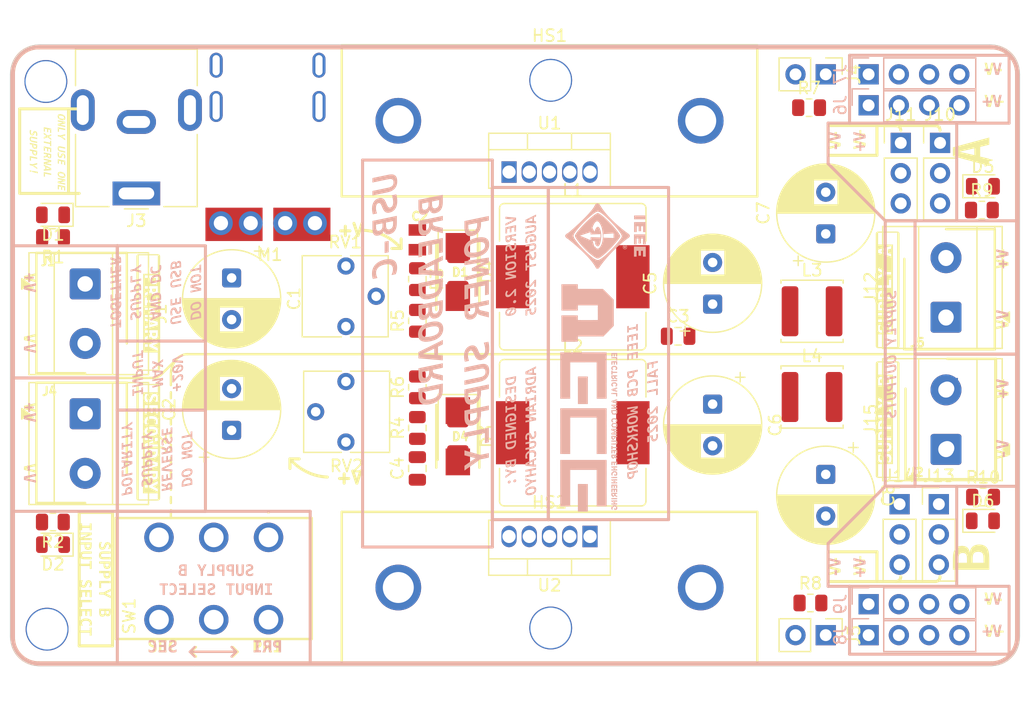
<source format=kicad_pcb>
(kicad_pcb (version 20241229) (generator "pcbnew") (generator_version "9.0")
  (layers (0 "F.Cu" signal) (2 "B.Cu" signal) (13 "F.Paste" user) (15 "B.Paste" user) (5 "F.SilkS" user "F.Silkscreen") (7 "B.SilkS" user "B.Silkscreen") (1 "F.Mask" user) (3 "B.Mask" user) (25 "Edge.Cuts" user))
  (net 0 "")
  (net 1 "GND_A")
  (net 2 "V_IN_SEC")
  (net 3 "+VCC_B")
  (net 4 "+VCC_A")
  (net 5 "GND_B")
  (net 6 "V_IN_A")
  (net 7 "V_IN_B")
  (net 8 "SEC_GND")
  (net 9 "NetD1_1")
  (net 10 "NetD4_1")
  (net 11 "Net-(C5-Pad1)")
  (net 12 "Net-(C6-Pad1)")
  (net 13 "Net-(D1-A)")
  (net 14 "Net-(D2-A)")
  (net 15 "Net-(D3-K)")
  (net 16 "Net-(D4-K)")
  (net 17 "Net-(D5-A)")
  (net 18 "Net-(D6-A)")
  (net 23 "Net-(J4-Pin_2)")
  (net 24 "Net-(J5-Pin_2)")
  (net 25 "Net-(J6-Pin_1)")
  (net 26 "Net-(J10-Pin_1)")
  (net 31 "Net-(U1-FB)")
  (net 32 "Net-(U2-FB)")
  (net 33 "Net-(R5-Pad1)")
  (net 34 "Net-(R6-Pad1)")
  (footprint "Capacitor_THT:CP_Radial_D8.0mm_P3.50mm" (layer "F.Cu") (at 115.8 99.3 90)
    (property "Reference" "C2" (at 1.75 -5.25 90) (layer "F.SilkS"))
    (property "Value" "270u")
    (pad "1" thru_hole roundrect (at 0 0 90) (size 1.6 1.6) (drill 0.8) (layers "*.Cu" "*.Mask") (roundrect_rratio 0.15625) (net 7 "V_IN_B"))
    (pad "2" thru_hole circle (at 3.5 0 90) (size 1.6 1.6) (drill 0.8) (layers "*.Cu" "*.Mask") (net 5 "GND_B"))
  )
  (footprint "Inductor_SMD:L_Bourns_SRR1210A" (layer "F.Cu") (at 144.45 86.4)
    (property "Reference" "L1" (at 0 -7.25 0) (layer "F.SilkS"))
    (property "Value" "100u")
    (pad "1" smd rect (at -5.05 0) (size 2.8 5.3) (layers "F.Cu" "F.Mask" "F.Paste") (net 15 "Net-(D3-K)"))
    (pad "2" smd rect (at 5.05 0) (size 2.8 5.3) (layers "F.Cu" "F.Mask" "F.Paste") (net 11 "Net-(C5-Pad1)"))
  )
  (footprint "Connector_PinHeader_2.54mm:PinHeader_1x03_P2.54mm_Vertical" (layer "F.Cu") (at 171.9 105.5)
    (property "Reference" "J14" (at 0 -2.38 0) (layer "F.SilkS"))
    (property "Value" "Conn_01x03_Pin")
    (pad "1" thru_hole rect (at 0 0) (size 1.7 1.7) (drill 1) (layers "*.Cu" "*.Mask") (net 5 "GND_B"))
    (pad "2" thru_hole circle (at 0 2.54) (size 1.7 1.7) (drill 1) (layers "*.Cu" "*.Mask") (net 5 "GND_B"))
    (pad "3" thru_hole circle (at 0 5.08) (size 1.7 1.7) (drill 1) (layers "*.Cu" "*.Mask") (net 5 "GND_B"))
  )
  (footprint "LED_SMD:LED_0805_2012Metric" (layer "F.Cu") (at 100.8 81.2 180)
    (property "Reference" "D1" (at 0 -1.65 0) (layer "F.SilkS"))
    (property "Value" "LED")
    (pad "1" smd roundrect (at -0.9375 0 180) (size 0.975 1.4) (layers "F.Cu" "F.Mask" "F.Paste") (net 1 "GND_A"))
    (pad "2" smd roundrect (at 0.9375 0 180) (size 0.975 1.4) (layers "F.Cu" "F.Mask" "F.Paste") (net 13 "Net-(D1-A)"))
  )
  (footprint "Resistor_SMD:R_0805_2012Metric" (layer "F.Cu") (at 131.4 95.6875 90)
    (property "Reference" "R6" (at 0 -1.65 90) (layer "F.SilkS"))
    (property "Value" "1k")
    (pad "1" smd roundrect (at -0.9125 0 90) (size 1.025 1.4) (layers "F.Cu" "F.Mask" "F.Paste") (roundrect_rratio 0.243902) (net 34 "Net-(R6-Pad1)"))
    (pad "2" smd roundrect (at 0.9125 0 90) (size 1.025 1.4) (layers "F.Cu" "F.Mask" "F.Paste") (roundrect_rratio 0.243902) (net 12 "Net-(C6-Pad1)"))
  )
  (footprint "TD:DO-214AC (SMA)" (layer "F.Cu") (at 134.8 99.8 -90)
    (property "Reference" "D4" (at 0.02474 -0.200005 0) (layer "F.SilkS") (effects (font (size 0.7 0.7) (thickness 0.2))))
    (property "Value" "SS510B" (hide yes))
    (pad "1" smd rect (at -2.15 0 270) (size 2.25 2.05) (layers "F.Cu" "F.Mask" "F.Paste") (net 10 "NetD4_1"))
    (pad "2" smd rect (at 2.15 0 270) (size 2.25 2.05) (layers "F.Cu" "F.Mask" "F.Paste") (net 5 "GND_B"))
  )
  (footprint "Resistor_SMD:R_0805_2012Metric" (layer "F.Cu") (at 164.4125 113.8)
    (property "Reference" "R8" (at 0 -1.65 0) (layer "F.SilkS"))
    (property "Value" "3.3k")
    (pad "1" smd roundrect (at -0.9125 0) (size 1.025 1.4) (layers "F.Cu" "F.Mask" "F.Paste") (roundrect_rratio 0.243902) (net 24 "Net-(J5-Pin_2)"))
    (pad "2" smd roundrect (at 0.9125 0) (size 1.025 1.4) (layers "F.Cu" "F.Mask" "F.Paste") (roundrect_rratio 0.243902) (net 5 "GND_B"))
  )
  (footprint "Resistor_SMD:R_0805_2012Metric" (layer "F.Cu") (at 100.7875 107 180)
    (property "Reference" "R2" (at 0 -1.65 0) (layer "F.SilkS"))
    (property "Value" "3.3k")
    (pad "1" smd roundrect (at -0.9125 0 180) (size 1.025 1.4) (layers "F.Cu" "F.Mask" "F.Paste") (roundrect_rratio 0.243902) (net 2 "V_IN_SEC"))
    (pad "2" smd roundrect (at 0.9125 0 180) (size 1.025 1.4) (layers "F.Cu" "F.Mask" "F.Paste") (roundrect_rratio 0.243902) (net 14 "Net-(D2-A)"))
  )
  (footprint "Inductor_SMD:L_APV_ANR5020" (layer "F.Cu") (at 164.55 96.5)
    (property "Reference" "L4" (at 0 -3.45 0) (layer "F.SilkS"))
    (property "Value" "22u")
    (pad "1" smd roundrect (at -1.85 0) (size 1.4 4.2) (layers "F.Cu" "F.Mask" "F.Paste") (roundrect_rratio 0.178571) (net 12 "Net-(C6-Pad1)"))
    (pad "2" smd roundrect (at 1.85 0) (size 1.4 4.2) (layers "F.Cu" "F.Mask" "F.Paste") (roundrect_rratio 0.178571) (net 3 "+VCC_B"))
  )
  (footprint "Resistor_SMD:R_0805_2012Metric" (layer "F.Cu") (at 100.8 83.1 180)
    (property "Reference" "R1" (at 0 -1.65 0) (layer "F.SilkS"))
    (property "Value" "3.3k")
    (pad "1" smd roundrect (at -0.9125 0 180) (size 1.025 1.4) (layers "F.Cu" "F.Mask" "F.Paste") (roundrect_rratio 0.243902) (net 6 "V_IN_A"))
    (pad "2" smd roundrect (at 0.9125 0 180) (size 1.025 1.4) (layers "F.Cu" "F.Mask" "F.Paste") (roundrect_rratio 0.243902) (net 13 "Net-(D1-A)"))
  )
  (footprint "Capacitor_THT:CP_Radial_D8.0mm_P3.50mm" (layer "F.Cu") (at 115.8 86.5 -90)
    (property "Reference" "C1" (at 1.75 -5.25 90) (layer "F.SilkS"))
    (property "Value" "270u")
    (pad "1" thru_hole roundrect (at 0 0 270) (size 1.6 1.6) (drill 0.8) (layers "*.Cu" "*.Mask") (roundrect_rratio 0.15625) (net 6 "V_IN_A"))
    (pad "2" thru_hole circle (at 3.5 0 270) (size 1.6 1.6) (drill 0.8) (layers "*.Cu" "*.Mask") (net 1 "GND_A"))
  )
  (footprint "TerminalBlock_Phoenix:TerminalBlock_Phoenix_MKDS-1,5-2_1x02_P5.00mm_Horizontal" (layer "F.Cu") (at 103.5 87 -90)
    (property "Reference" "J1" (at 2.5 -6.32 90) (layer "F.SilkS"))
    (property "Value" "691137710002")
    (pad "1" thru_hole roundrect (at 0 0 270) (size 2.6 2.6) (drill 1.3) (layers "*.Cu" "*.Mask") (roundrect_rratio 0.096154) (net 6 "V_IN_A"))
    (pad "2" thru_hole circle (at 5 0 270) (size 2.6 2.6) (drill 1.3) (layers "*.Cu" "*.Mask") (net 1 "GND_A"))
  )
  (footprint "Connector_PinHeader_2.54mm:PinHeader_1x03_P2.54mm_Vertical" (layer "F.Cu") (at 175.3 75.16)
    (property "Reference" "J10" (at 0 -2.38 0) (layer "F.SilkS"))
    (property "Value" "Conn_01x03_Pin")
    (pad "1" thru_hole rect (at 0 0) (size 1.7 1.7) (drill 1) (layers "*.Cu" "*.Mask") (net 26 "Net-(J10-Pin_1)"))
    (pad "2" thru_hole circle (at 0 2.54) (size 1.7 1.7) (drill 1) (layers "*.Cu" "*.Mask") (net 26 "Net-(J10-Pin_1)"))
    (pad "3" thru_hole circle (at 0 5.08) (size 1.7 1.7) (drill 1) (layers "*.Cu" "*.Mask") (net 26 "Net-(J10-Pin_1)"))
  )
  (footprint "Resistor_SMD:R_0805_2012Metric" (layer "F.Cu") (at 164.3 72.2)
    (property "Reference" "R7" (at 0 -1.65 0) (layer "F.SilkS"))
    (property "Value" "3.3k")
    (pad "1" smd roundrect (at -0.9125 0) (size 1.025 1.4) (layers "F.Cu" "F.Mask" "F.Paste") (roundrect_rratio 0.243902) (net 23 "Net-(J4-Pin_2)"))
    (pad "2" smd roundrect (at 0.9125 0) (size 1.025 1.4) (layers "F.Cu" "F.Mask" "F.Paste") (roundrect_rratio 0.243902) (net 1 "GND_A"))
  )
  (footprint "TD:SHDR2W70P0X500_1X2_1000X750X1160P" (layer "F.Cu") (at 175.9 95.8 -90)
    (property "Reference" "J5" (at -3.87526 2.500005 0) (layer "F.SilkS") (effects (font (size 0.7 0.7) (thickness 0.2))))
    (property "Value" "691137710002" (hide yes))
    (pad "1" thru_hole rect (at 0 0 270) (size 1.8 1.8) (drill 1.2) (layers "*.Cu" "*.Mask") (net 3 "+VCC_B"))
    (pad "2" thru_hole circle (at 5 0 270) (size 1.8 1.8) (drill 1.2) (layers "*.Cu" "*.Mask") (net 5 "GND_B"))
  )
  (footprint "Resistor_SMD:R_0805_2012Metric" (layer "F.Cu") (at 178.9125 104.9)
    (property "Reference" "R10" (at 0 -1.65 0) (layer "F.SilkS"))
    (property "Value" "3.3k")
    (pad "1" smd roundrect (at -0.9125 0) (size 1.025 1.4) (layers "F.Cu" "F.Mask" "F.Paste") (roundrect_rratio 0.243902) (net 3 "+VCC_B"))
    (pad "2" smd roundrect (at 0.9125 0) (size 1.025 1.4) (layers "F.Cu" "F.Mask" "F.Paste") (roundrect_rratio 0.243902) (net 18 "Net-(D6-A)"))
  )
  (footprint "Inductor_SMD:L_Bourns_SRR1210A" (layer "F.Cu") (at 144.45 99.5)
    (property "Reference" "L2" (at 0 -7.25 0) (layer "F.SilkS"))
    (property "Value" "100u")
    (pad "1" smd rect (at -5.05 0) (size 2.8 5.3) (layers "F.Cu" "F.Mask" "F.Paste") (net 16 "Net-(D4-K)"))
    (pad "2" smd rect (at 5.05 0) (size 2.8 5.3) (layers "F.Cu" "F.Mask" "F.Paste") (net 12 "Net-(C6-Pad1)"))
  )
  (footprint "TerminalBlock_Phoenix:TerminalBlock_Phoenix_MKDS-1,5-2_1x02_P5.00mm_Horizontal" (layer "F.Cu") (at 175.8 100.9 90)
    (property "Reference" "J15" (at 2.5 -6.32 90) (layer "F.SilkS"))
    (property "Value" "691137710002")
    (pad "1" thru_hole roundrect (at 0 0 90) (size 2.6 2.6) (drill 1.3) (layers "*.Cu" "*.Mask") (roundrect_rratio 0.096154) (net 3 "+VCC_B"))
    (pad "2" thru_hole circle (at 5 0 90) (size 2.6 2.6) (drill 1.3) (layers "*.Cu" "*.Mask") (net 5 "GND_B"))
  )
  (footprint "Connector_PinHeader_2.54mm:PinHeader_1x03_P2.54mm_Vertical" (layer "F.Cu") (at 172 75.16)
    (property "Reference" "J11" (at 0 -2.38 0) (layer "F.SilkS"))
    (property "Value" "Conn_01x03_Pin")
    (pad "1" thru_hole rect (at 0 0) (size 1.7 1.7) (drill 1) (layers "*.Cu" "*.Mask") (net 1 "GND_A"))
    (pad "2" thru_hole circle (at 0 2.54) (size 1.7 1.7) (drill 1) (layers "*.Cu" "*.Mask") (net 1 "GND_A"))
    (pad "3" thru_hole circle (at 0 5.08) (size 1.7 1.7) (drill 1) (layers "*.Cu" "*.Mask") (net 1 "GND_A"))
  )
  (footprint "Connector_BarrelJack:BarrelJack_CUI_PJ-063AH_Horizontal" (layer "F.Cu") (at 107.8 79.4 180)
    (property "Reference" "J3" (at 0 -2.3 0) (layer "F.SilkS"))
    (property "Value" "Barrel_Jack")
    (pad "" np_thru_hole circle (at 0 9 180) (size 1.6 1.6) (drill 1.6) (layers "*.Cu" "*.Mask"))
    (pad "1" thru_hole rect (at 0 0 180) (size 4 2) (drill oval 3 1) (layers "*.Cu" "*.Mask") (net 6 "V_IN_A"))
    (pad "2" thru_hole oval (at 0 6 180) (size 3.3 2) (drill oval 2.3 1) (layers "*.Cu" "*.Mask") (net 1 "GND_A"))
    (pad "MP" thru_hole oval (at -4.5 7 180) (size 2 3.5) (drill oval 1 2.5) (layers "*.Cu" "*.Mask"))
    (pad "MP" thru_hole oval (at 4.5 7 180) (size 2 3.5) (drill oval 1 2.5) (layers "*.Cu" "*.Mask"))
  )
  (footprint "LED_SMD:LED_0805_2012Metric" (layer "F.Cu") (at 178.9 78.8)
    (property "Reference" "D5" (at 0 -1.65 0) (layer "F.SilkS"))
    (property "Value" "LED")
    (pad "1" smd roundrect (at -0.9375 0) (size 0.975 1.4) (layers "F.Cu" "F.Mask" "F.Paste") (net 1 "GND_A"))
    (pad "2" smd roundrect (at 0.9375 0) (size 0.975 1.4) (layers "F.Cu" "F.Mask" "F.Paste") (net 17 "Net-(D5-A)"))
  )
  (footprint "USB-C Supply:63710ABPE" (layer "F.Cu") (at 129.8 112.5)
    (property "Reference" "HS2" (at 12.7 -7.15 0) (layer "F.SilkS"))
    (property "Value" "637-10ABPE")
    (pad "1" thru_hole circle (at 0 0) (size 3.84 3.84) (drill 2.6) (layers "*.Cu" "*.Mask"))
    (pad "2" thru_hole circle (at 25.4 0) (size 3.84 3.84) (drill 2.6) (layers "*.Cu" "*.Mask"))
  )
  (footprint "Diode_SMD:D_SMA" (layer "F.Cu") (at 134.8 99.8 -90)
    (property "Reference" "D3" (at 0 -2.5 90) (layer "F.SilkS"))
    (property "Value" "D_Schottky")
    (pad "1" smd roundrect (at -2 0 270) (size 2.5 1.8) (layers "F.Cu" "F.Mask" "F.Paste") (roundrect_rratio 0.1388888889) (net 15 "Net-(D3-K)"))
    (pad "2" smd roundrect (at 2 0 270) (size 2.5 1.8) (layers "F.Cu" "F.Mask" "F.Paste") (roundrect_rratio 0.1388888889) (net 1 "GND_A"))
  )
  (footprint "USB-C Supply:USB_C-PD" (layer "F.Cu") (at 124.2 83.6 180)
    (property "Reference" "M1" (at 5.175 -0.95 0) (layer "F.SilkS"))
    (property "Value" "USB-PD")
    (pad "1" thru_hole circle (at 1.4 1.7 180) (size 2 2) (drill 1.2) (layers "*.Cu" "*.Mask") (net 6 "V_IN_A"))
    (pad "1" smd rect (at 2.5 1.6 180) (size 4.8 2.8) (layers "F.Cu" "F.Mask" "F.Paste") (net 6 "V_IN_A"))
    (pad "1" thru_hole circle (at 3.9 1.7 180) (size 2 2) (drill 1.2) (layers "*.Cu" "*.Mask") (net 6 "V_IN_A"))
    (pad "2" thru_hole circle (at 6.8 1.7) (size 2 2) (drill 1.2) (layers "*.Cu" "*.Mask") (net 1 "GND_A"))
    (pad "2" smd rect (at 8.2 1.6 180) (size 4.8 2.8) (layers "F.Cu" "F.Mask" "F.Paste") (net 1 "GND_A"))
    (pad "2" thru_hole circle (at 9.3 1.7) (size 2 2) (drill 1.2) (layers "*.Cu" "*.Mask") (net 1 "GND_A"))
    (pad "3" thru_hole oval (at 1.06 11.5 90) (size 2.6 1.1) (drill oval 2.2 0.6) (layers "*.Cu" "*.Mask"))
    (pad "4" thru_hole oval (at 1.062 14.967 90) (size 2.1 1.1) (drill oval 1.7 0.6) (layers "*.Cu" "*.Mask"))
    (pad "5" thru_hole oval (at 9.698 14.967 90) (size 2.1 1.1) (drill oval 1.7 0.6) (layers "*.Cu" "*.Mask"))
    (pad "6" thru_hole oval (at 9.7 11.5 90) (size 2.6 1.1) (drill oval 2.2 0.6) (layers "*.Cu" "*.Mask"))
  )
  (footprint "USB-C Supply:63710ABPE" (layer "F.Cu") (at 129.8 73.3)
    (property "Reference" "HS1" (at 12.7 -7.15 0) (layer "F.SilkS"))
    (property "Value" "637-10ABPE")
    (pad "1" thru_hole circle (at 0 0) (size 3.84 3.84) (drill 2.6) (layers "*.Cu" "*.Mask"))
    (pad "2" thru_hole circle (at 25.4 0) (size 3.84 3.84) (drill 2.6) (layers "*.Cu" "*.Mask"))
  )
  (footprint "TerminalBlock_Phoenix:TerminalBlock_Phoenix_MKDS-1,5-2_1x02_P5.00mm_Horizontal" (layer "F.Cu") (at 175.8 89.8 90)
    (property "Reference" "J12" (at 2.5 -6.32 90) (layer "F.SilkS"))
    (property "Value" "691137710002")
    (pad "1" thru_hole roundrect (at 0 0 90) (size 2.6 2.6) (drill 1.3) (layers "*.Cu" "*.Mask") (roundrect_rratio 0.096154) (net 4 "+VCC_A"))
    (pad "2" thru_hole circle (at 5 0 90) (size 2.6 2.6) (drill 1.3) (layers "*.Cu" "*.Mask") (net 1 "GND_A"))
  )
  (footprint "Capacitor_SMD:C_0805_2012Metric" (layer "F.Cu") (at 153.3 91.4)
    (property "Reference" "C3" (at 0 -1.68 0) (layer "F.SilkS"))
    (property "Value" "100n")
    (pad "1" smd roundrect (at -0.95 0) (size 1 1.45) (layers "F.Cu" "F.Mask" "F.Paste") (net 6 "V_IN_A"))
    (pad "2" smd roundrect (at 0.95 0) (size 1 1.45) (layers "F.Cu" "F.Mask" "F.Paste") (net 1 "GND_A"))
  )
  (footprint "Package_TO_SOT_THT:TO-220-5_Vertical" (layer "F.Cu") (at 139.1 77.606)
    (property "Reference" "U1" (at 3.4 -4.1 0) (layer "F.SilkS"))
    (property "Value" "LM2576T-ADJ")
    (pad "1" thru_hole rect (at 0 0) (size 1.275 1.8) (drill 1.1) (layers "*.Cu" "*.Mask") (net 6 "V_IN_A"))
    (pad "2" thru_hole oval (at 1.7 0) (size 1.275 1.8) (drill 1.1) (layers "*.Cu" "*.Mask") (net 15 "Net-(D3-K)"))
    (pad "3" thru_hole oval (at 3.4 0) (size 1.275 1.8) (drill 1.1) (layers "*.Cu" "*.Mask") (net 1 "GND_A"))
    (pad "4" thru_hole oval (at 5.1 0) (size 1.275 1.8) (drill 1.1) (layers "*.Cu" "*.Mask") (net 31 "Net-(U1-FB)"))
    (pad "5" thru_hole oval (at 6.8 0) (size 1.275 1.8) (drill 1.1) (layers "*.Cu" "*.Mask") (net 1 "GND_A"))
  )
  (footprint "USB-C Supply:GF1260305" (layer "F.Cu") (at 118.9 108.29 180)
    (property "Reference" "SW1" (at 11.7 -6.61 90) (layer "F.SilkS"))
    (property "Value" "SW_DPDT_x2")
    (pad "1" thru_hole circle (at 0 0 180) (size 2.475 2.475) (drill 1.65) (layers "*.Cu" "*.Mask") (net 6 "V_IN_A"))
    (pad "2" thru_hole circle (at 4.6 0 180) (size 2.475 2.475) (drill 1.65) (layers "*.Cu" "*.Mask") (net 7 "V_IN_B"))
    (pad "3" thru_hole circle (at 9.2 0 180) (size 2.475 2.475) (drill 1.65) (layers "*.Cu" "*.Mask") (net 2 "V_IN_SEC"))
    (pad "4" thru_hole circle (at 9.2 -6.91 180) (size 2.475 2.475) (drill 1.65) (layers "*.Cu" "*.Mask") (net 1 "GND_A"))
    (pad "5" thru_hole circle (at 4.6 -6.91 180) (size 2.475 2.475) (drill 1.65) (layers "*.Cu" "*.Mask") (net 5 "GND_B"))
    (pad "6" thru_hole circle (at 0 -6.91 180) (size 2.475 2.475) (drill 1.65) (layers "*.Cu" "*.Mask"))
  )
  (footprint "Resistor_SMD:R_0805_2012Metric" (layer "F.Cu") (at 178.8125 80.8)
    (property "Reference" "R9" (at 0 -1.65 0) (layer "F.SilkS"))
    (property "Value" "3.3k")
    (pad "1" smd roundrect (at -0.9125 0) (size 1.025 1.4) (layers "F.Cu" "F.Mask" "F.Paste") (roundrect_rratio 0.243902) (net 4 "+VCC_A"))
    (pad "2" smd roundrect (at 0.9125 0) (size 1.025 1.4) (layers "F.Cu" "F.Mask" "F.Paste") (roundrect_rratio 0.243902) (net 17 "Net-(D5-A)"))
  )
  (footprint "LED_SMD:LED_0805_2012Metric" (layer "F.Cu") (at 100.8 108.9 180)
    (property "Reference" "D2" (at 0 -1.65 0) (layer "F.SilkS"))
    (property "Value" "LED" (hide yes))
    (pad "1" smd roundrect (at -0.9375 0 180) (size 0.975 1.4) (layers "F.Cu" "F.Mask" "F.Paste") (net 8 "SEC_GND"))
    (pad "2" smd roundrect (at 0.9375 0 180) (size 0.975 1.4) (layers "F.Cu" "F.Mask" "F.Paste") (net 14 "Net-(D2-A)"))
  )
  (footprint "Capacitor_SMD:C_0805_2012Metric" (layer "F.Cu") (at 131.4 102.5 90)
    (property "Reference" "C4" (at 0 -1.68 90) (layer "F.SilkS"))
    (property "Value" "100n")
    (pad "1" smd roundrect (at -0.95 0 90) (size 1 1.45) (layers "F.Cu" "F.Mask" "F.Paste") (net 7 "V_IN_B"))
    (pad "2" smd roundrect (at 0.95 0 90) (size 1 1.45) (layers "F.Cu" "F.Mask" "F.Paste") (net 5 "GND_B"))
  )
  (footprint "Potentiometer_THT:Potentiometer_Vishay_T73YP_Vertical" (layer "F.Cu") (at 125.4 90.58)
    (property "Reference" "RV1" (at -0.06 -7.09 0) (layer "F.SilkS"))
    (property "Value" "10k")
    (pad "1" thru_hole circle (at 0 0) (size 1.44 1.44) (drill 0.8) (layers "*.Cu" "*.Mask") (net 33 "Net-(R5-Pad1)"))
    (pad "2" thru_hole circle (at 2.54 -2.54) (size 1.44 1.44) (drill 0.8) (layers "*.Cu" "*.Mask") (net 31 "Net-(U1-FB)"))
    (pad "3" thru_hole circle (at 0 -5.08) (size 1.44 1.44) (drill 0.8) (layers "*.Cu" "*.Mask") (net 31 "Net-(U1-FB)"))
  )
  (footprint "TerminalBlock_Phoenix:TerminalBlock_Phoenix_MKDS-1,5-2_1x02_P5.00mm_Horizontal" (layer "F.Cu") (at 103.5 97.909 -90)
    (property "Reference" "J2" (at 2.5 -6.32 90) (layer "F.SilkS"))
    (property "Value" "691137710002")
    (pad "1" thru_hole roundrect (at 0 0 270) (size 2.6 2.6) (drill 1.3) (layers "*.Cu" "*.Mask") (roundrect_rratio 0.096154) (net 2 "V_IN_SEC"))
    (pad "2" thru_hole circle (at 5 0 270) (size 2.6 2.6) (drill 1.3) (layers "*.Cu" "*.Mask") (net 8 "SEC_GND"))
  )
  (footprint "TD:SHDR2W70P0X500_1X2_1000X750X1160P" (layer "F.Cu") (at 175.8 84.9 -90)
    (property "Reference" "J2" (at 17.92474 2.500005 0) (layer "F.SilkS") (effects (font (size 0.7 0.7) (thickness 0.2))))
    (property "Value" "691137710002" (hide yes))
    (pad "1" thru_hole rect (at 0 0 270) (size 1.8 1.8) (drill 1.2) (layers "*.Cu" "*.Mask") (net 4 "+VCC_A"))
    (pad "2" thru_hole circle (at 5 0 270) (size 1.8 1.8) (drill 1.2) (layers "*.Cu" "*.Mask") (net 1 "GND_A"))
  )
  (footprint "Capacitor_THT:CP_Radial_D8.0mm_P3.50mm" (layer "F.Cu") (at 156.2 88.7 90)
    (property "Reference" "C5" (at 1.75 -5.25 90) (layer "F.SilkS"))
    (property "Value" "470u")
    (pad "1" thru_hole roundrect (at 0 0 90) (size 1.6 1.6) (drill 0.8) (layers "*.Cu" "*.Mask") (roundrect_rratio 0.15625) (net 11 "Net-(C5-Pad1)"))
    (pad "2" thru_hole circle (at 3.5 0 90) (size 1.6 1.6) (drill 0.8) (layers "*.Cu" "*.Mask") (net 1 "GND_A"))
  )
  (footprint "Potentiometer_THT:Potentiometer_Vishay_T73YP_Vertical" (layer "F.Cu") (at 125.4 95.2 180)
    (property "Reference" "RV2" (at -0.06 -7.09 0) (layer "F.SilkS"))
    (property "Value" "10k")
    (pad "1" thru_hole circle (at 0 0 180) (size 1.44 1.44) (drill 0.8) (layers "*.Cu" "*.Mask") (net 34 "Net-(R6-Pad1)"))
    (pad "2" thru_hole circle (at 2.54 -2.54 180) (size 1.44 1.44) (drill 0.8) (layers "*.Cu" "*.Mask") (net 32 "Net-(U2-FB)"))
    (pad "3" thru_hole circle (at 0 -5.08 180) (size 1.44 1.44) (drill 0.8) (layers "*.Cu" "*.Mask") (net 32 "Net-(U2-FB)"))
  )
  (footprint "TD:SHDR2W70P0X500_1X2_1000X750X1160P" (layer "F.Cu") (at 103.5 102.9 90)
    (property "Reference" "J4" (at 6.87526 -2.999995 0) (layer "F.SilkS") (effects (font (size 0.7 0.7) (thickness 0.2))))
    (property "Value" "691137710002" (hide yes))
    (pad "1" thru_hole rect (at 0 0 90) (size 1.8 1.8) (drill 1.2) (layers "*.Cu" "*.Mask") (net 8 "SEC_GND"))
    (pad "2" thru_hole circle (at 5 0 90) (size 1.8 1.8) (drill 1.2) (layers "*.Cu" "*.Mask") (net 2 "V_IN_SEC"))
  )
  (footprint "Diode_SMD:D_SMA" (layer "F.Cu") (at 134.8 86 -90)
    (property "Reference" "D4" (at 0 -2.5 90) (layer "F.SilkS"))
    (property "Value" "D_Schottky")
    (pad "1" smd roundrect (at -2 0 270) (size 2.5 1.8) (layers "F.Cu" "F.Mask" "F.Paste") (roundrect_rratio 0.1388888889) (net 16 "Net-(D4-K)"))
    (pad "2" smd roundrect (at 2 0 270) (size 2.5 1.8) (layers "F.Cu" "F.Mask" "F.Paste") (roundrect_rratio 0.1388888889) (net 5 "GND_B"))
  )
  (footprint "Package_TO_SOT_THT:TO-220-5_Vertical" (layer "F.Cu") (at 145.9 108.214 180)
    (property "Reference" "U2" (at 3.4 -4.1 0) (layer "F.SilkS"))
    (property "Value" "LM2576T-ADJ")
    (pad "1" thru_hole rect (at 0 0 180) (size 1.275 1.8) (drill 1.1) (layers "*.Cu" "*.Mask") (net 7 "V_IN_B"))
    (pad "2" thru_hole oval (at 1.7 0 180) (size 1.275 1.8) (drill 1.1) (layers "*.Cu" "*.Mask") (net 16 "Net-(D4-K)"))
    (pad "3" thru_hole oval (at 3.4 0 180) (size 1.275 1.8) (drill 1.1) (layers "*.Cu" "*.Mask") (net 5 "GND_B"))
    (pad "4" thru_hole oval (at 5.1 0 180) (size 1.275 1.8) (drill 1.1) (layers "*.Cu" "*.Mask") (net 32 "Net-(U2-FB)"))
    (pad "5" thru_hole oval (at 6.8 0 180) (size 1.275 1.8) (drill 1.1) (layers "*.Cu" "*.Mask") (net 5 "GND_B"))
  )
  (footprint "Capacitor_THT:CP_Radial_D8.0mm_P3.50mm" (layer "F.Cu") (at 156.2 97.1 -90)
    (property "Reference" "C6" (at 1.75 -5.25 90) (layer "F.SilkS"))
    (property "Value" "470u")
    (pad "1" thru_hole roundrect (at 0 0 270) (size 1.6 1.6) (drill 0.8) (layers "*.Cu" "*.Mask") (roundrect_rratio 0.15625) (net 12 "Net-(C6-Pad1)"))
    (pad "2" thru_hole circle (at 3.5 0 270) (size 1.6 1.6) (drill 0.8) (layers "*.Cu" "*.Mask") (net 5 "GND_B"))
  )
  (footprint "Resistor_SMD:R_0805_2012Metric" (layer "F.Cu") (at 131.4 99.1 90)
    (property "Reference" "R4" (at 0 -1.65 90) (layer "F.SilkS"))
    (property "Value" "1k")
    (pad "1" smd roundrect (at -0.9125 0 90) (size 1.025 1.4) (layers "F.Cu" "F.Mask" "F.Paste") (roundrect_rratio 0.243902) (net 5 "GND_B"))
    (pad "2" smd roundrect (at 0.9125 0 90) (size 1.025 1.4) (layers "F.Cu" "F.Mask" "F.Paste") (roundrect_rratio 0.243902) (net 32 "Net-(U2-FB)"))
  )
  (footprint "" (layer "F.Cu") (at 142.6 69.9)
    (property "Reference" "" (at 0 0 0) (layer "F.SilkS") (effects (font (size 1.27 1.27))))
    (property "Value" "")
    (pad "" np_thru_hole circle (at 0 0) (size 3.6 3.6) (drill 3.4) (layers "*.Cu" "*.Mask"))
  )
  (footprint "TD:SHDR2W70P0X500_1X2_1000X750X1160P" (layer "F.Cu") (at 103.5 92 90)
    (property "Reference" "J1" (at 6.87526 -3.100005 0) (layer "F.SilkS") (effects (font (size 0.7 0.7) (thickness 0.2))))
    (property "Value" "691137710002" (hide yes))
    (pad "1" thru_hole rect (at 0 0 90) (size 1.8 1.8) (drill 1.2) (layers "*.Cu" "*.Mask") (net 1 "GND_A"))
    (pad "2" thru_hole circle (at 5 0 90) (size 1.8 1.8) (drill 1.2) (layers "*.Cu" "*.Mask") (net 6 "V_IN_A"))
  )
  (footprint "LED_SMD:LED_0805_2012Metric" (layer "F.Cu") (at 178.9 106.9)
    (property "Reference" "D6" (at 0 -1.65 0) (layer "F.SilkS"))
    (property "Value" "LED")
    (pad "1" smd roundrect (at -0.9375 0) (size 0.975 1.4) (layers "F.Cu" "F.Mask" "F.Paste") (net 5 "GND_B"))
    (pad "2" smd roundrect (at 0.9375 0) (size 0.975 1.4) (layers "F.Cu" "F.Mask" "F.Paste") (net 18 "Net-(D6-A)"))
  )
  (footprint "Connector_PinHeader_2.54mm:PinHeader_1x02_P2.54mm_Vertical" (layer "F.Cu") (at 165.7 116.5 -90)
    (property "Reference" "J5" (at 0 -2.38 90) (layer "F.SilkS"))
    (property "Value" "Conn_01x02_Pin")
    (pad "1" thru_hole rect (at 0 0 270) (size 1.7 1.7) (drill 1) (layers "*.Cu" "*.Mask") (net 3 "+VCC_B"))
    (pad "2" thru_hole circle (at 0 2.54 270) (size 1.7 1.7) (drill 1) (layers "*.Cu" "*.Mask") (net 24 "Net-(J5-Pin_2)"))
  )
  (footprint "" (layer "F.Cu") (at 100.3 116)
    (property "Reference" "" (at 0 0 0) (layer "F.SilkS") (effects (font (size 1.27 1.27))))
    (property "Value" "")
    (pad "" np_thru_hole circle (at 0 0) (size 3.6 3.6) (drill 3.4) (layers "*.Cu" "*.Mask"))
  )
  (footprint "Resistor_SMD:R_0805_2012Metric" (layer "F.Cu") (at 131.4 90.1 90)
    (property "Reference" "R5" (at 0 -1.65 90) (layer "F.SilkS"))
    (property "Value" "1k")
    (pad "1" smd roundrect (at -0.9125 0 90) (size 1.025 1.4) (layers "F.Cu" "F.Mask" "F.Paste") (roundrect_rratio 0.243902) (net 33 "Net-(R5-Pad1)"))
    (pad "2" smd roundrect (at 0.9125 0 90) (size 1.025 1.4) (layers "F.Cu" "F.Mask" "F.Paste") (roundrect_rratio 0.243902) (net 11 "Net-(C5-Pad1)"))
  )
  (footprint "Capacitor_THT:CP_Radial_D8.0mm_P3.50mm" (layer "F.Cu") (at 165.7 82.8 90)
    (property "Reference" "C7" (at 1.75 -5.25 90) (layer "F.SilkS"))
    (property "Value" "470u")
    (pad "1" thru_hole roundrect (at 0 0 90) (size 1.6 1.6) (drill 0.8) (layers "*.Cu" "*.Mask") (roundrect_rratio 0.15625) (net 4 "+VCC_A"))
    (pad "2" thru_hole circle (at 3.5 0 90) (size 1.6 1.6) (drill 0.8) (layers "*.Cu" "*.Mask") (net 1 "GND_A"))
  )
  (footprint "Connector_PinHeader_2.54mm:PinHeader_1x03_P2.54mm_Vertical" (layer "F.Cu") (at 175.2 105.5)
    (property "Reference" "J13" (at 0 -2.38 0) (layer "F.SilkS"))
    (property "Value" "Conn_01x03_Pin")
    (pad "1" thru_hole rect (at 0 0) (size 1.7 1.7) (drill 1) (layers "*.Cu" "*.Mask") (net 3 "+VCC_B"))
    (pad "2" thru_hole circle (at 0 2.54) (size 1.7 1.7) (drill 1) (layers "*.Cu" "*.Mask") (net 3 "+VCC_B"))
    (pad "3" thru_hole circle (at 0 5.08) (size 1.7 1.7) (drill 1) (layers "*.Cu" "*.Mask") (net 3 "+VCC_B"))
  )
  (footprint "Connector_PinHeader_2.54mm:PinHeader_1x02_P2.54mm_Vertical" (layer "F.Cu") (at 165.7 69.4 -90)
    (property "Reference" "J4" (at 0 -2.38 90) (layer "F.SilkS"))
    (property "Value" "Conn_01x02_Pin")
    (pad "1" thru_hole rect (at 0 0 270) (size 1.7 1.7) (drill 1) (layers "*.Cu" "*.Mask") (net 4 "+VCC_A"))
    (pad "2" thru_hole circle (at 0 2.54 270) (size 1.7 1.7) (drill 1) (layers "*.Cu" "*.Mask") (net 23 "Net-(J4-Pin_2)"))
  )
  (footprint "" (layer "F.Cu") (at 142.6 115.9)
    (property "Reference" "" (at 0 0 0) (layer "F.SilkS") (effects (font (size 1.27 1.27))))
    (property "Value" "")
    (pad "" np_thru_hole circle (at 0 0) (size 3.6 3.6) (drill 3.4) (layers "*.Cu" "*.Mask"))
  )
  (footprint "Inductor_SMD:L_APV_ANR5020" (layer "F.Cu") (at 164.55 89.3)
    (property "Reference" "L3" (at 0 -3.45 0) (layer "F.SilkS"))
    (property "Value" "22u")
    (pad "1" smd roundrect (at -1.85 0) (size 1.4 4.2) (layers "F.Cu" "F.Mask" "F.Paste") (roundrect_rratio 0.178571) (net 11 "Net-(C5-Pad1)"))
    (pad "2" smd roundrect (at 1.85 0) (size 1.4 4.2) (layers "F.Cu" "F.Mask" "F.Paste") (roundrect_rratio 0.178571) (net 4 "+VCC_A"))
  )
  (footprint "Resistor_SMD:R_0805_2012Metric" (layer "F.Cu") (at 131.4 86.6 -90)
    (property "Reference" "R3" (at 0 -1.65 90) (layer "F.SilkS"))
    (property "Value" "1k")
    (pad "1" smd roundrect (at -0.9125 0 270) (size 1.025 1.4) (layers "F.Cu" "F.Mask" "F.Paste") (roundrect_rratio 0.243902) (net 1 "GND_A"))
    (pad "2" smd roundrect (at 0.9125 0 270) (size 1.025 1.4) (layers "F.Cu" "F.Mask" "F.Paste") (roundrect_rratio 0.243902) (net 31 "Net-(U1-FB)"))
  )
  (footprint "Capacitor_THT:CP_Radial_D8.0mm_P3.50mm" (layer "F.Cu") (at 165.7 103 -90)
    (property "Reference" "C8" (at 1.75 -5.25 90) (layer "F.SilkS"))
    (property "Value" "470u")
    (pad "1" thru_hole roundrect (at 0 0 270) (size 1.6 1.6) (drill 0.8) (layers "*.Cu" "*.Mask") (roundrect_rratio 0.15625) (net 3 "+VCC_B"))
    (pad "2" thru_hole circle (at 3.5 0 270) (size 1.6 1.6) (drill 0.8) (layers "*.Cu" "*.Mask") (net 5 "GND_B"))
  )
  (footprint "" (layer "F.Cu") (at 100.2 70)
    (property "Reference" "" (at 0 0 0) (layer "F.SilkS") (effects (font (size 1.27 1.27))))
    (property "Value" "")
    (pad "" np_thru_hole circle (at 0 0) (size 3.6 3.6) (drill 3.4) (layers "*.Cu" "*.Mask"))
  )
  (footprint "TD:CAP0805" (layer "F.Cu") (at 131.4 83.3 -90)
    (property "Reference" "C2" (at -1.97526 -0.199995 0) (layer "F.SilkS") (effects (font (size 0.7 0.7) (thickness 0.2))))
    (property "Value" "100n" (hide yes))
    (pad "1" smd rect (at -0.83 0) (size 1.47 0.97) (layers "F.Cu" "F.Mask" "F.Paste") (net 6 "V_IN_A"))
    (pad "2" smd rect (at 0.83 0) (size 1.47 0.97) (layers "F.Cu" "F.Mask" "F.Paste") (net 1 "GND_A"))
  )
  (footprint "TD:DO-214AC (SMA)" (layer "F.Cu") (at 134.8 86 90)
    (property "Reference" "D1" (at -0.02474 0.199995 0) (layer "F.SilkS") (effects (font (size 0.7 0.7) (thickness 0.2))))
    (property "Value" "SS510B" (hide yes))
    (pad "1" smd rect (at -2.15 0 90) (size 2.25 2.05) (layers "F.Cu" "F.Mask" "F.Paste") (net 9 "NetD1_1"))
    (pad "2" smd rect (at 2.15 0 90) (size 2.25 2.05) (layers "F.Cu" "F.Mask" "F.Paste") (net 1 "GND_A"))
  )
  (footprint "Connector_PinHeader_2.54mm:PinHeader_1x04_P2.54mm_Vertical" (layer "B.Cu") (at 169.3 113.9 -90)
    (property "Reference" "J9" (at 0 2.38 90) (layer "B.SilkS") (effects (justify mirror)))
    (property "Value" "Conn_01x04_Pin")
    (pad "1" thru_hole rect (at 0 0 270) (size 1.7 1.7) (drill 1) (layers "*.Cu" "*.Mask") (net 5 "GND_B"))
    (pad "2" thru_hole circle (at 0 -2.54 270) (size 1.7 1.7) (drill 1) (layers "*.Cu" "*.Mask") (net 5 "GND_B"))
    (pad "3" thru_hole circle (at 0 -5.08 270) (size 1.7 1.7) (drill 1) (layers "*.Cu" "*.Mask") (net 5 "GND_B"))
    (pad "4" thru_hole circle (at 0 -7.62 270) (size 1.7 1.7) (drill 1) (layers "*.Cu" "*.Mask") (net 5 "GND_B"))
  )
  (footprint "Connector_PinHeader_2.54mm:PinHeader_1x04_P2.54mm_Vertical" (layer "B.Cu") (at 169.3 72 -90)
    (property "Reference" "J6" (at 0 2.38 90) (layer "B.SilkS") (effects (justify mirror)))
    (property "Value" "Conn_01x04_Pin")
    (pad "1" thru_hole rect (at 0 0 270) (size 1.7 1.7) (drill 1) (layers "*.Cu" "*.Mask") (net 25 "Net-(J6-Pin_1)"))
    (pad "2" thru_hole circle (at 0 -2.54 270) (size 1.7 1.7) (drill 1) (layers "*.Cu" "*.Mask") (net 25 "Net-(J6-Pin_1)"))
    (pad "3" thru_hole circle (at 0 -5.08 270) (size 1.7 1.7) (drill 1) (layers "*.Cu" "*.Mask") (net 25 "Net-(J6-Pin_1)"))
    (pad "4" thru_hole circle (at 0 -7.62 270) (size 1.7 1.7) (drill 1) (layers "*.Cu" "*.Mask") (net 25 "Net-(J6-Pin_1)"))
  )
  (footprint "Connector_PinHeader_2.54mm:PinHeader_1x04_P2.54mm_Vertical" (layer "B.Cu") (at 169.3 69.4 -90)
    (property "Reference" "J7" (at 0 2.38 90) (layer "B.SilkS") (effects (justify mirror)))
    (property "Value" "Conn_01x04_Pin")
    (pad "1" thru_hole rect (at 0 0 270) (size 1.7 1.7) (drill 1) (layers "*.Cu" "*.Mask") (net 1 "GND_A"))
    (pad "2" thru_hole circle (at 0 -2.54 270) (size 1.7 1.7) (drill 1) (layers "*.Cu" "*.Mask") (net 1 "GND_A"))
    (pad "3" thru_hole circle (at 0 -5.08 270) (size 1.7 1.7) (drill 1) (layers "*.Cu" "*.Mask") (net 1 "GND_A"))
    (pad "4" thru_hole circle (at 0 -7.62 270) (size 1.7 1.7) (drill 1) (layers "*.Cu" "*.Mask") (net 1 "GND_A"))
  )
  (footprint "Connector_PinHeader_2.54mm:PinHeader_1x04_P2.54mm_Vertical" (layer "B.Cu") (at 169.3 116.5 -90)
    (property "Reference" "J8" (at 0 2.38 90) (layer "B.SilkS") (effects (justify mirror)))
    (property "Value" "Conn_01x04_Pin")
    (pad "1" thru_hole rect (at 0 0 270) (size 1.7 1.7) (drill 1) (layers "*.Cu" "*.Mask") (net 3 "+VCC_B"))
    (pad "2" thru_hole circle (at 0 -2.54 270) (size 1.7 1.7) (drill 1) (layers "*.Cu" "*.Mask") (net 3 "+VCC_B"))
    (pad "3" thru_hole circle (at 0 -5.08 270) (size 1.7 1.7) (drill 1) (layers "*.Cu" "*.Mask") (net 3 "+VCC_B"))
    (pad "4" thru_hole circle (at 0 -7.62 270) (size 1.7 1.7) (drill 1) (layers "*.Cu" "*.Mask") (net 3 "+VCC_B"))
  )
  (gr_line (start 98 79.4) (end 103 79.4) (stroke (width 0.254)) (layer "F.SilkS"))
  (gr_line (start 130.03605 84.0241) (end 130.03605 83.2241) (stroke (width 0.254)) (layer "F.SilkS"))
  (gr_line (start 165.9 112) (end 165.9 109.5) (stroke (width 0.254)) (layer "F.SilkS"))
  (gr_line (start 165.9 76.2) (end 170 76.2) (stroke (width 0.254)) (layer "F.SilkS"))
  (gr_arc (start 181.8 116.70557) (mid 181.157266 118.257266) (end 179.60557 118.9) (stroke (width 0.4)) (layer "F.SilkS"))
  (gr_line (start 165.9 112) (end 170 112) (stroke (width 0.254)) (layer "F.SilkS"))
  (gr_line (start 105.8 117.4) (end 105.8 106.2) (stroke (width 0.254)) (layer "F.SilkS"))
  (gr_arc (start 171.6 73.7) (mid 171.882843 73.817157) (end 172 74.1) (stroke (width 0.254)) (layer "F.SilkS"))
  (gr_line (start 97.40557 69.29443) (end 97.40558 116.70558) (stroke (width 0.4)) (layer "F.SilkS"))
  (gr_line (start 98 72.3) (end 103 72.3) (stroke (width 0.254)) (layer "F.SilkS"))
  (gr_arc (start 110.7 94.57278) (mid 110.842014 93.858827) (end 111.246436 93.253566) (stroke (width 0.2)) (layer "F.SilkS"))
  (gr_line (start 102.1 79.3) (end 102.1 72.3) (stroke (width 0.254)) (layer "F.SilkS"))
  (gr_line (start 120.7 102.5) (end 120.7 101.7) (stroke (width 0.254)) (layer "F.SilkS"))
  (gr_line (start 115.9 117.5) (end 116.3 117.9) (stroke (width 0.2)) (layer "F.SilkS"))
  (gr_line (start 110.7 104.3) (end 110.7 103.8) (stroke (width 0.2)) (layer "F.SilkS"))
  (gr_line (start 110.7 95.5) (end 110.7 94.57278) (stroke (width 0.2)) (layer "F.SilkS"))
  (gr_line (start 171.6 73.7) (end 174.9 73.7) (stroke (width 0.254)) (layer "F.SilkS"))
  (gr_line (start 110.7 103.2) (end 110.7 102.7) (stroke (width 0.2)) (layer "F.SilkS"))
  (gr_arc (start 174.9 73.7) (mid 175.182843 73.817157) (end 175.3 74.1) (stroke (width 0.254)) (layer "F.SilkS"))
  (gr_arc (start 99.6 118.90001) (mid 98.048304 118.257276) (end 97.40557 116.70558) (stroke (width 0.4)) (layer "F.SilkS"))
  (gr_line (start 110.7 98.8) (end 110.7 98.3) (stroke (width 0.2)) (layer "F.SilkS"))
  (gr_line (start 110.7 101) (end 110.7 100.5) (stroke (width 0.2)) (layer "F.SilkS"))
  (gr_line (start 112.4 117.9) (end 112.8 117.5) (stroke (width 0.2)) (layer "F.SilkS"))
  (gr_line (start 99.6 67.10001) (end 179.60557 67.1) (stroke (width 0.4)) (layer "F.SilkS"))
  (gr_arc (start 126.9 82.500003) (mid 128.625258 82.938516) (end 130.036042 84.024101) (stroke (width 0.254)) (layer "F.SilkS"))
  (gr_line (start 110.7 105.4) (end 110.7 104.9) (stroke (width 0.2)) (layer "F.SilkS"))
  (gr_arc (start 172 111.6) (mid 171.882843 111.882843) (end 171.6 112) (stroke (width 0.254)) (layer "F.SilkS"))
  (gr_line (start 165.9 109.5) (end 170 109.5) (stroke (width 0.254)) (layer "F.SilkS"))
  (gr_line (start 112.1 92.90001) (end 181.7 92.9) (stroke (width 0.2)) (layer "F.SilkS"))
  (gr_line (start 170 76.2) (end 170 73.7) (stroke (width 0.254)) (layer "F.SilkS"))
  (gr_line (start 165.9 76.2) (end 165.9 73.7) (stroke (width 0.254)) (layer "F.SilkS"))
  (gr_line (start 103 117.4) (end 103 106.2) (stroke (width 0.254)) (layer "F.SilkS"))
  (gr_line (start 171.6 112) (end 174.9 112) (stroke (width 0.254)) (layer "F.SilkS"))
  (gr_arc (start 111.246437 93.253567) (mid 111.638055 92.991896) (end 112.1 92.90001) (stroke (width 0.2)) (layer "F.SilkS"))
  (gr_line (start 103 117.4) (end 105.8 117.4) (stroke (width 0.254)) (layer "F.SilkS"))
  (gr_line (start 170 73.7) (end 171.6 73.7) (stroke (width 0.254)) (layer "F.SilkS"))
  (gr_line (start 110.7 99.9) (end 110.7 99.4) (stroke (width 0.2)) (layer "F.SilkS"))
  (gr_line (start 99.6 118.90001) (end 179.60557 118.9) (stroke (width 0.4)) (layer "F.SilkS"))
  (gr_line (start 98 79.3) (end 98 72.3) (stroke (width 0.254)) (layer "F.SilkS"))
  (gr_line (start 103 106.2) (end 105.8 106.2) (stroke (width 0.254)) (layer "F.SilkS"))
  (gr_line (start 112.4 117.9) (end 116.3 117.9) (stroke (width 0.2)) (layer "F.SilkS"))
  (gr_line (start 181.8 116.70557) (end 181.8 69.29443) (stroke (width 0.4)) (layer "F.SilkS"))
  (gr_line (start 170 112) (end 171.6 112) (stroke (width 0.254)) (layer "F.SilkS"))
  (gr_line (start 115.9 118.3) (end 116.3 117.9) (stroke (width 0.2)) (layer "F.SilkS"))
  (gr_line (start 110.7 96.6) (end 110.7 96.1) (stroke (width 0.2)) (layer "F.SilkS"))
  (gr_line (start 110.7 106.6) (end 110.7 106) (stroke (width 0.2)) (layer "F.SilkS"))
  (gr_line (start 120.7 101.7) (end 121.4759 101.7) (stroke (width 0.254)) (layer "F.SilkS"))
  (gr_line (start 112.4 117.9) (end 112.8 118.3) (stroke (width 0.2)) (layer "F.SilkS"))
  (gr_line (start 97.3 94.9) (end 109.2 94.9) (stroke (width 0.2)) (layer "F.SilkS"))
  (gr_line (start 165.9 73.7) (end 170 73.7) (stroke (width 0.254)) (layer "F.SilkS"))
  (gr_line (start 110.7 102.1) (end 110.7 101.6) (stroke (width 0.2)) (layer "F.SilkS"))
  (gr_arc (start 109.882839 94.617159) (mid 109.56955 94.826492) (end 109.2 94.9) (stroke (width 0.2)) (layer "F.SilkS"))
  (gr_arc (start 175.3 111.6) (mid 175.182843 111.882843) (end 174.9 112) (stroke (width 0.254)) (layer "F.SilkS"))
  (gr_arc (start 97.40557 69.29443) (mid 98.048304 67.742734) (end 99.6 67.1) (stroke (width 0.4)) (layer "F.SilkS"))
  (gr_line (start 109.88284 94.61716) (end 111.24644 93.25356) (stroke (width 0.2)) (layer "F.SilkS"))
  (gr_line (start 110.7 97.7) (end 110.7 97.2) (stroke (width 0.2)) (layer "F.SilkS"))
  (gr_line (start 129.26015 84.0241) (end 130.03605 84.0241) (stroke (width 0.254)) (layer "F.SilkS"))
  (gr_line (start 170 112) (end 170 109.5) (stroke (width 0.254)) (layer "F.SilkS"))
  (gr_arc (start 179.60557 67.1) (mid 181.157266 67.742734) (end 181.8 69.29443) (stroke (width 0.4)) (layer "F.SilkS"))
  (gr_arc (start 123.83605 103.224097) (mid 122.110792 102.785584) (end 120.700008 101.699999) (stroke (width 0.254)) (layer "F.SilkS"))
  (gr_poly (pts (xy 146.92823 97.44161) (xy 143.39871 97.44418) (xy 143.40128 101.28731) (xy 144.21104 101.28988) (xy 144.22904 101.28217) (xy 144.23675 101.27446) (xy 144.24189 101.23847) (xy 144.23675 101.20248) (xy 144.24189 98.24108) (xy 144.25474 98.22823) (xy 144.28816 98.22566) (xy 146.39868 98.22823) (xy 146.4141 98.22309) (xy 146.43981 98.22823) (xy 146.4578 98.24622) (xy 146.46037 98.27964) (xy 146.4578 101.26932) (xy 146.47579 101.28731) (xy 146.51178 101.29245) (xy 146.52721 101.28731) (xy 147.26499 101.28988) (xy 147.28555 101.28474) (xy 147.29584 101.27446) (xy 147.30098 101.25389) (xy 147.29584 101.17678) (xy 147.30098 101.16135) (xy 147.29584 101.03282) (xy 147.29841 100.86573) (xy 147.29584 100.45185) (xy 147.30098 100.43643) (xy 147.29841 100.30532) (xy 147.30098 100.23077) (xy 147.29584 100.21535) (xy 147.30098 100.04054) (xy 147.29841 99.2822) (xy 147.30098 99.14595) (xy 147.29584 99.13053) (xy 147.30098 98.97115) (xy 147.29584 98.81177) (xy 147.30098 97.88633) (xy 147.29584 97.87091) (xy 147.30098 97.74238) (xy 147.29584 97.64983) (xy 147.30098 97.63441) (xy 147.29584 97.5213) (xy 147.30098 97.50587) (xy 147.29584 97.45446) (xy 147.28298 97.44161) (xy 147.24699 97.43647) (xy 147.211 97.44161) (xy 146.93337 97.44161)) (fill yes) (layer "B.SilkS"))
  (gr_poly (pts (xy 148.16729 101.33873) (xy 148.18528 101.35672) (xy 148.19042 101.39785) (xy 148.18528 101.41842) (xy 148.17243 101.43127) (xy 148.0696 101.43641) (xy 148.04904 101.44155) (xy 148.03619 101.46469) (xy 148.03104 101.48011) (xy 148.04133 101.52125) (xy 148.05418 101.52896) (xy 148.06446 101.5341) (xy 148.0876 101.55723) (xy 148.09274 101.56752) (xy 148.10559 101.58037) (xy 148.16729 101.58551) (xy 148.18528 101.60351) (xy 148.19042 101.63949) (xy 148.18271 101.66777) (xy 148.14672 101.68834) (xy 148.11073 101.6832) (xy 148.09274 101.6652) (xy 148.0876 101.65492) (xy 148.0696 101.63692) (xy 148.0439 101.63178) (xy 148.02847 101.63692) (xy 148.00791 101.63178) (xy 148.0002 101.62407) (xy 147.9822 101.59579) (xy 147.9565 101.59065) (xy 147.9385 101.60865) (xy 147.93336 101.61893) (xy 147.91536 101.63178) (xy 147.91279 101.63435) (xy 147.89223 101.65492) (xy 147.88709 101.6652) (xy 147.86909 101.6832) (xy 147.8331 101.68834) (xy 147.81254 101.6832) (xy 147.79968 101.67034) (xy 147.79454 101.66006) (xy 147.77141 101.63692) (xy 147.76112 101.63178) (xy 147.74827 101.61893) (xy 147.74313 101.60865) (xy 147.72513 101.59065) (xy 147.71485 101.58551) (xy 147.69172 101.56238) (xy 147.69429 101.50325) (xy 147.693836 101.48011) (xy 147.78426 101.48011) (xy 147.79454 101.52124) (xy 147.8074 101.52896) (xy 147.81768 101.5341) (xy 147.83567 101.55209) (xy 147.84081 101.57266) (xy 147.84853 101.58037) (xy 147.85881 101.58551) (xy 147.87937 101.58037) (xy 147.89223 101.56237) (xy 147.89737 101.55209) (xy 147.91536 101.5341) (xy 147.92565 101.52896) (xy 147.9385 101.5161) (xy 147.94364 101.47497) (xy 147.9385 101.45441) (xy 147.92565 101.44155) (xy 147.82282 101.43641) (xy 147.80225 101.44155) (xy 147.79197 101.45698) (xy 147.7894 101.45955) (xy 147.7894 101.46469) (xy 147.78426 101.48011) (xy 147.693836 101.48011) (xy 147.69172 101.37214) (xy 147.69686 101.35158) (xy 147.70457 101.34387) (xy 147.72256 101.33616) (xy 148.11588 101.33873) (xy 148.1313 101.33358)) (fill yes) (layer "B.SilkS"))
  (gr_poly (pts (xy 147.99763 103.58548) (xy 147.9822 103.57006) (xy 147.94621 103.54949) (xy 147.9385 103.52636) (xy 147.95135 103.50836) (xy 147.97192 103.50322) (xy 148.05418 103.50836) (xy 148.14929 103.51093) (xy 148.16986 103.50579) (xy 148.18528 103.49037) (xy 148.19042 103.4698) (xy 148.18528 103.42867) (xy 148.16729 103.41068) (xy 147.70457 103.41582) (xy 147.69686 103.42353) (xy 147.69172 103.4441) (xy 147.68914 103.46723) (xy 147.69429 103.4878) (xy 147.70714 103.50579) (xy 147.76369 103.51093) (xy 147.78169 103.52379) (xy 147.79454 103.54178) (xy 147.81254 103.55978) (xy 147.82282 103.56492) (xy 147.84596 103.58805) (xy 147.8511 103.59834) (xy 147.87423 103.60605) (xy 147.90765 103.60348) (xy 147.92565 103.61119) (xy 147.9385 103.62404) (xy 147.93336 103.65489) (xy 147.91022 103.6626) (xy 147.71485 103.65746) (xy 147.69686 103.67032) (xy 147.68657 103.71145) (xy 147.69172 103.72687) (xy 147.70714 103.75258) (xy 147.73542 103.76029) (xy 147.80225 103.75515) (xy 148.0002 103.75772) (xy 148.02847 103.75515) (xy 148.0439 103.76029) (xy 148.12102 103.75515) (xy 148.13644 103.76029) (xy 148.16729 103.75515) (xy 148.18528 103.73715) (xy 148.19042 103.71659) (xy 148.18528 103.67546) (xy 148.16729 103.65746) (xy 148.10045 103.65232) (xy 148.07474 103.61119) (xy 148.05418 103.60605) (xy 148.01305 103.60091) (xy 148.0002 103.58805)) (fill yes) (layer "B.SilkS"))
  (gr_poly (pts (xy 147.87423 100.25391) (xy 148.06189 100.25134) (xy 148.07989 100.26419) (xy 148.0876 100.2719) (xy 148.09274 100.28218) (xy 148.10559 100.29504) (xy 148.11588 100.30018) (xy 148.12873 100.31303) (xy 148.13387 100.32846) (xy 148.11073 100.35674) (xy 148.10045 100.36188) (xy 148.0876 100.37473) (xy 148.08246 100.38501) (xy 148.06446 100.40301) (xy 147.99505 100.40044) (xy 147.76112 100.40301) (xy 147.7457 100.39787) (xy 147.70971 100.40301) (xy 147.69172 100.421) (xy 147.68914 100.45956) (xy 147.69429 100.48013) (xy 147.70457 100.49555) (xy 147.72513 100.50069) (xy 147.84082 100.49812) (xy 147.99763 100.50069) (xy 148.01305 100.49555) (xy 148.11073 100.50069) (xy 148.13387 100.4827) (xy 148.14929 100.45699) (xy 148.17757 100.439) (xy 148.18528 100.43129) (xy 148.19042 100.40044) (xy 148.18528 100.38501) (xy 148.19042 100.30275) (xy 148.18528 100.28733) (xy 148.18785 100.23334) (xy 148.18014 100.21535) (xy 148.17243 100.20764) (xy 148.14672 100.19221) (xy 148.13901 100.1845) (xy 148.12359 100.15879) (xy 148.10045 100.15108) (xy 148.01819 100.15622) (xy 147.91279 100.15365) (xy 147.87166 100.15879) (xy 147.82282 100.16136) (xy 147.8074 100.15622) (xy 147.72256 100.15365) (xy 147.70457 100.16136) (xy 147.69172 100.17422) (xy 147.68914 100.20764) (xy 147.69429 100.23334) (xy 147.70971 100.24877) (xy 147.73028 100.25391) (xy 147.79968 100.25134) (xy 147.86909 100.25391)) (fill yes) (layer "B.SilkS"))
  (gr_poly (pts (xy 148.19042 105.22813) (xy 148.18528 105.20757) (xy 148.17757 105.19472) (xy 148.15186 105.18443) (xy 148.03876 105.18957) (xy 147.8074 105.18443) (xy 147.79197 105.18957) (xy 147.71999 105.18443) (xy 147.69686 105.20243) (xy 147.68657 105.24356) (xy 147.69943 105.27698) (xy 147.72513 105.28726) (xy 147.77655 105.2924) (xy 147.79711 105.32325) (xy 147.8074 105.33353) (xy 147.81768 105.33867) (xy 147.84082 105.35667) (xy 147.84596 105.36695) (xy 147.85881 105.3798) (xy 147.88195 105.38238) (xy 147.91536 105.3798) (xy 147.93336 105.39266) (xy 147.9385 105.41322) (xy 147.93336 105.42865) (xy 147.92565 105.43636) (xy 147.90508 105.4415) (xy 147.80997 105.43379) (xy 147.79711 105.43122) (xy 147.78169 105.43636) (xy 147.73028 105.43122) (xy 147.70457 105.4415) (xy 147.69686 105.44921) (xy 147.69172 105.46978) (xy 147.69686 105.52119) (xy 147.72513 105.53404) (xy 148.05418 105.5289) (xy 148.16215 105.53404) (xy 148.18528 105.51605) (xy 148.19042 105.48006) (xy 148.18528 105.45435) (xy 148.17243 105.43636) (xy 148.10559 105.43122) (xy 148.09274 105.41836) (xy 148.07732 105.39266) (xy 148.0696 105.38495) (xy 148.01305 105.37466) (xy 147.99763 105.35924) (xy 147.98734 105.3541) (xy 147.97706 105.34382) (xy 147.94364 105.32582) (xy 147.9385 105.30526) (xy 147.94621 105.28726) (xy 147.96678 105.28212) (xy 148.09531 105.28726) (xy 148.17243 105.28212) (xy 148.18528 105.26927) (xy 148.19042 105.23328)) (fill yes) (layer "B.SilkS"))
  (gr_line (start 112.3 117.9) (end 112.7 118.3) (stroke (width 0.2)) (layer "B.SilkS"))
  (gr_line (start 167.7 112.4) (end 181.1 112.4) (stroke (width 0.254)) (layer "B.SilkS"))
  (gr_line (start 97.4 94.9) (end 97.4 83.8) (stroke (width 0.254)) (layer "B.SilkS"))
  (gr_line (start 112.3 117.9) (end 116.2 117.9) (stroke (width 0.2)) (layer "B.SilkS"))
  (gr_line (start 97.40557 69.29443) (end 97.40558 116.70558) (stroke (width 0.4)) (layer "B.SilkS"))
  (gr_line (start 173.2 92.9) (end 181.8 92.9) (stroke (width 0.254)) (layer "B.SilkS"))
  (gr_line (start 106.2 91.8) (end 113.6 91.8) (stroke (width 0.254)) (layer "B.SilkS"))
  (gr_poly (pts (xy 147.83053 95.60359) (xy 147.84596 95.5676) (xy 147.84082 95.53675) (xy 147.82796 95.51876) (xy 147.79454 95.50076) (xy 147.78426 95.45963) (xy 147.7894 95.4442) (xy 147.79454 95.43392) (xy 147.81254 95.41593) (xy 147.83567 95.40307) (xy 147.85367 95.36965) (xy 147.87423 95.36451) (xy 148.02333 95.36965) (xy 148.03104 95.37737) (xy 148.03619 95.38765) (xy 148.05932 95.41593) (xy 148.0696 95.42107) (xy 148.0876 95.43392) (xy 148.09274 95.46991) (xy 148.08503 95.49819) (xy 148.07474 95.50847) (xy 148.04904 95.5239) (xy 148.04133 95.53161) (xy 148.03619 95.55217) (xy 148.04133 95.5933) (xy 148.05418 95.6113) (xy 148.07474 95.61644) (xy 148.12102 95.6113) (xy 148.12873 95.60359) (xy 148.14415 95.57788) (xy 148.15701 95.56503) (xy 148.16729 95.55989) (xy 148.18014 95.55217) (xy 148.19042 95.52647) (xy 148.18528 95.47505) (xy 148.18785 95.39536) (xy 148.17757 95.3748) (xy 148.16729 95.36965) (xy 148.13901 95.34652) (xy 148.11588 95.31824) (xy 148.10559 95.3131) (xy 148.0876 95.29511) (xy 148.07217 95.2694) (xy 148.0439 95.26169) (xy 148.02333 95.26683) (xy 147.82025 95.26426) (xy 147.79454 95.28482) (xy 147.7894 95.29511) (xy 147.78169 95.30796) (xy 147.77141 95.3131) (xy 147.74313 95.33624) (xy 147.73028 95.35937) (xy 147.71999 95.36451) (xy 147.69172 95.38765) (xy 147.69429 95.48277) (xy 147.69172 95.54189) (xy 147.70971 95.55989) (xy 147.71999 95.56503) (xy 147.73799 95.57788) (xy 147.74313 95.58816) (xy 147.76112 95.6113) (xy 147.78169 95.61644) (xy 147.82282 95.6113) (xy 147.82796 95.60616)) (fill yes) (layer "B.SilkS"))
  (gr_line (start 99.6 118.90001) (end 179.60557 118.9) (stroke (width 0.4)) (layer "B.SilkS"))
  (gr_poly (pts (xy 147.79454 100.81174) (xy 147.79968 100.80146) (xy 147.82282 100.79375) (xy 148.14929 100.79632) (xy 148.16986 100.79118) (xy 148.18014 100.78603) (xy 148.19042 100.76033) (xy 148.18528 100.71406) (xy 148.17243 100.7012) (xy 148.15186 100.69606) (xy 147.82025 100.69863) (xy 147.80225 100.69092) (xy 147.79454 100.68321) (xy 147.7894 100.66264) (xy 147.79197 100.62923) (xy 147.78683 100.60866) (xy 147.75084 100.59324) (xy 147.70971 100.59838) (xy 147.69686 100.61123) (xy 147.69172 100.6318) (xy 147.69429 100.68578) (xy 147.69172 100.80146) (xy 147.69686 100.8066) (xy 147.69172 100.82202) (xy 147.69686 100.87858) (xy 147.70457 100.88629) (xy 147.72513 100.89143) (xy 147.77655 100.88629) (xy 147.7894 100.87344) (xy 147.79454 100.85287) (xy 147.7894 100.83231) (xy 147.79197 100.81431)) (fill yes) (layer "B.SilkS"))
  (gr_arc (start 99.6 118.90001) (mid 98.048304 118.257276) (end 97.40557 116.70558) (stroke (width 0.4)) (layer "B.SilkS"))
  (gr_poly (pts (xy 148.17757 96.7064) (xy 148.18528 96.71925) (xy 148.19042 96.75524) (xy 148.18271 96.78352) (xy 148.15701 96.79894) (xy 148.07474 96.7938) (xy 148.05418 96.79894) (xy 148.03619 96.82208) (xy 148.04133 96.86321) (xy 148.03619 96.91462) (xy 148.03619 96.91976) (xy 148.04133 96.93005) (xy 148.06446 96.94804) (xy 148.15186 96.9429) (xy 148.17757 96.95318) (xy 148.18528 96.96603) (xy 148.19042 96.99174) (xy 148.18528 97.02773) (xy 148.17243 97.04058) (xy 148.0696 97.04573) (xy 148.04904 97.04058) (xy 148.04133 97.03287) (xy 148.03619 97.02259) (xy 148.01305 96.99945) (xy 147.90508 96.99431) (xy 147.88966 96.99945) (xy 147.8768 96.99688) (xy 147.85624 96.99174) (xy 147.84082 96.96603) (xy 147.82796 96.95318) (xy 147.80997 96.94547) (xy 147.77655 96.94804) (xy 147.76112 96.9429) (xy 147.75084 96.93776) (xy 147.74827 96.93005) (xy 147.73028 96.91205) (xy 147.70457 96.89663) (xy 147.695389 96.88377) (xy 147.89223 96.88377) (xy 147.90508 96.89663) (xy 147.92565 96.90177) (xy 147.94107 96.90691) (xy 147.96678 96.90177) (xy 147.97706 96.89149) (xy 147.97963 96.88892) (xy 147.98477 96.87349) (xy 147.97963 96.85293) (xy 147.96164 96.84007) (xy 147.93079 96.83493) (xy 147.91022 96.84007) (xy 147.89737 96.85293) (xy 147.89223 96.88377) (xy 147.695389 96.88377) (xy 147.69172 96.87863) (xy 147.69943 96.8555) (xy 147.72513 96.84007) (xy 147.73799 96.82722) (xy 147.74313 96.81694) (xy 147.75084 96.80923) (xy 147.76884 96.79637) (xy 147.85367 96.79894) (xy 147.8768 96.79123) (xy 147.89223 96.76552) (xy 147.90508 96.75267) (xy 147.91536 96.74753) (xy 147.99763 96.75267) (xy 148.01819 96.74753) (xy 148.04133 96.71925) (xy 148.04647 96.70897) (xy 148.05932 96.70126) (xy 148.09017 96.69612) (xy 148.10559 96.70126) (xy 148.14158 96.69612)) (fill yes) (layer "B.SilkS"))
  (gr_line (start 181.8 104) (end 181.8 92.9) (stroke (width 0.254)) (layer "B.SilkS"))
  (gr_poly (pts (xy 148.17757 95.71927) (xy 148.18528 95.73212) (xy 148.19042 95.75783) (xy 148.18528 95.79381) (xy 148.16215 95.81181) (xy 148.07474 95.80667) (xy 148.05161 95.81438) (xy 148.03876 95.83237) (xy 148.04133 95.88636) (xy 148.03619 95.92235) (xy 148.04133 95.94291) (xy 148.05418 95.95577) (xy 148.07474 95.96091) (xy 148.14158 95.95577) (xy 148.17757 95.96605) (xy 148.18528 95.9789) (xy 148.19042 96.00461) (xy 148.18528 96.0406) (xy 148.17243 96.05345) (xy 148.0696 96.05859) (xy 148.04904 96.05345) (xy 148.04133 96.04574) (xy 148.03619 96.03546) (xy 148.01305 96.01232) (xy 147.92051 96.00718) (xy 147.88452 96.01232) (xy 147.85624 96.00461) (xy 147.84082 95.9789) (xy 147.82796 95.96605) (xy 147.77655 95.96091) (xy 147.75598 95.95577) (xy 147.74313 95.93777) (xy 147.73799 95.92749) (xy 147.70457 95.90949) (xy 147.69686 95.90178) (xy 147.69275 95.88122) (xy 147.89223 95.88122) (xy 147.89223 95.90178) (xy 147.89994 95.90949) (xy 147.92565 95.91464) (xy 147.94107 95.91978) (xy 147.96935 95.91206) (xy 147.98477 95.88636) (xy 147.97963 95.86579) (xy 147.96164 95.85294) (xy 147.93079 95.8478) (xy 147.91022 95.85294) (xy 147.89737 95.86579) (xy 147.89223 95.88122) (xy 147.69275 95.88122) (xy 147.69172 95.87607) (xy 147.69943 95.86836) (xy 147.72513 95.85294) (xy 147.73799 95.84009) (xy 147.74313 95.8298) (xy 147.76884 95.80924) (xy 147.85367 95.81181) (xy 147.87423 95.80667) (xy 147.88195 95.79896) (xy 147.88709 95.78867) (xy 147.88966 95.7861) (xy 147.89223 95.77839) (xy 147.90508 95.76554) (xy 147.94621 95.7604) (xy 147.9822 95.76554) (xy 148.01819 95.7604) (xy 148.04133 95.73212) (xy 148.04647 95.72184) (xy 148.05418 95.71412) (xy 148.14158 95.70898)) (fill yes) (layer "B.SilkS"))
  (gr_line (start 165.9 76.9) (end 165.9 73.5) (stroke (width 0.254)) (layer "B.SilkS"))
  (gr_poly (pts (xy 147.70971 102.57779) (xy 147.69943 102.58293) (xy 147.68657 102.61635) (xy 147.69429 102.64976) (xy 147.70457 102.66519) (xy 147.72513 102.67033) (xy 148.07474 102.66519) (xy 148.09017 102.67033) (xy 148.17243 102.66519) (xy 148.18528 102.65234) (xy 148.19042 102.61635) (xy 148.18271 102.58807) (xy 148.16729 102.57264) (xy 148.10559 102.5675) (xy 148.09274 102.55465) (xy 148.07732 102.52894) (xy 148.0696 102.52123) (xy 148.00277 102.51609) (xy 147.99505 102.50838) (xy 147.98991 102.49809) (xy 147.97192 102.4801) (xy 147.96164 102.47496) (xy 147.94364 102.4621) (xy 147.9385 102.44154) (xy 147.95135 102.42354) (xy 147.97192 102.4184) (xy 148.05418 102.42354) (xy 148.17243 102.4184) (xy 148.18528 102.40555) (xy 148.19042 102.38498) (xy 148.18528 102.34385) (xy 148.16729 102.32586) (xy 148.1313 102.32072) (xy 148.11588 102.32586) (xy 147.7277 102.32329) (xy 147.70714 102.32843) (xy 147.69172 102.34385) (xy 147.68657 102.37984) (xy 147.69172 102.39527) (xy 147.70457 102.4184) (xy 147.72513 102.42354) (xy 147.77655 102.42869) (xy 147.7894 102.44154) (xy 147.79454 102.45182) (xy 147.8074 102.46982) (xy 147.81768 102.47496) (xy 147.85881 102.51609) (xy 147.87938 102.52123) (xy 147.91022 102.51609) (xy 147.9385 102.53923) (xy 147.93336 102.56493) (xy 147.92565 102.57264) (xy 147.90508 102.57779) (xy 147.7457 102.57264) (xy 147.71228 102.57521)) (fill yes) (layer "B.SilkS"))
  (gr_line (start 173.2 104) (end 173.2 81.7) (stroke (width 0.254)) (layer "B.SilkS"))
  (gr_line (start 181.1 118.1) (end 181.1 112.4) (stroke (width 0.254)) (layer "B.SilkS"))
  (gr_poly (pts (xy 147.97706 94.47507) (xy 148.15958 94.47764) (xy 148.18014 94.46736) (xy 148.19042 94.44165) (xy 148.18528 94.39538) (xy 148.17243 94.38252) (xy 148.15186 94.37738) (xy 148.03361 94.38252) (xy 148.01819 94.37738) (xy 147.90251 94.37995) (xy 147.86909 94.37738) (xy 147.85367 94.38252) (xy 147.8074 94.37738) (xy 147.79454 94.36453) (xy 147.7894 94.34396) (xy 147.79454 94.30797) (xy 147.77141 94.28484) (xy 147.75084 94.27969) (xy 147.70457 94.28484) (xy 147.69686 94.29255) (xy 147.69172 94.31311) (xy 147.69429 94.37738) (xy 147.69172 94.51877) (xy 147.69686 94.53419) (xy 147.69172 94.57018) (xy 147.69686 94.61131) (xy 147.72513 94.62416) (xy 147.77655 94.61902) (xy 147.7894 94.60617) (xy 147.79454 94.5856) (xy 147.7894 94.50334) (xy 147.8074 94.48021) (xy 147.82796 94.47507) (xy 147.97192 94.47507)) (fill yes) (layer "B.SilkS"))
  (gr_line (start 137.7 78.9) (end 142.4 78.9) (stroke (width 0.254)) (layer "B.SilkS"))
  (gr_line (start 173.2 104) (end 173.2 92.9) (stroke (width 0.254)) (layer "B.SilkS"))
  (gr_line (start 165.9 76.9) (end 170.7 81.7) (stroke (width 0.254)) (layer "B.SilkS"))
  (gr_line (start 126.8 109.1) (end 137.7 109.1) (stroke (width 0.254)) (layer "B.SilkS"))
  (gr_line (start 115.8 117.5) (end 116.2 117.9) (stroke (width 0.2)) (layer "B.SilkS"))
  (gr_line (start 181.8 116.70557) (end 181.8 69.29443) (stroke (width 0.4)) (layer "B.SilkS"))
  (gr_poly (pts (xy 147.98991 101.14593) (xy 147.98734 101.08166) (xy 147.99248 101.0611) (xy 148.00277 101.04567) (xy 148.0439 101.03539) (xy 148.05932 101.04053) (xy 148.08246 101.05338) (xy 148.0876 101.07395) (xy 148.08503 101.19991) (xy 148.09017 101.22048) (xy 148.10045 101.2359) (xy 148.14158 101.24618) (xy 148.15701 101.24104) (xy 148.18014 101.22819) (xy 148.18528 101.20762) (xy 148.18785 100.97369) (xy 148.18014 100.9557) (xy 148.16729 100.94285) (xy 147.73799 100.94542) (xy 147.73542 100.94285) (xy 147.70457 100.95313) (xy 147.69172 100.96598) (xy 147.69429 101.15878) (xy 147.69172 101.21276) (xy 147.71485 101.24104) (xy 147.75084 101.24618) (xy 147.76626 101.24104) (xy 147.77655 101.2359) (xy 147.7894 101.22305) (xy 147.79454 101.20248) (xy 147.79197 101.13822) (xy 147.79454 101.12536) (xy 147.7894 101.10994) (xy 147.79454 101.05853) (xy 147.81254 101.04053) (xy 147.84853 101.03539) (xy 147.86395 101.04053) (xy 147.87423 101.04567) (xy 147.89223 101.06367) (xy 147.88966 101.13307) (xy 147.89223 101.17163) (xy 147.88709 101.18706) (xy 147.89223 101.22305) (xy 147.91022 101.24104) (xy 147.94621 101.24618) (xy 147.96164 101.24104) (xy 147.98477 101.22819) (xy 147.98991 101.20762) (xy 147.98991 101.15107)) (fill yes) (layer "B.SilkS"))
  (gr_poly (pts (xy 147.79454 93.90695) (xy 147.77655 93.93009) (xy 147.76626 93.93523) (xy 147.74827 93.94808) (xy 147.74313 93.95836) (xy 147.72513 93.9815) (xy 147.69943 93.99692) (xy 147.69172 94.00464) (xy 147.69429 94.09975) (xy 147.69172 94.15887) (xy 147.70457 94.17687) (xy 147.73028 94.19229) (xy 147.74827 94.21029) (xy 147.75084 94.218) (xy 147.76112 94.22314) (xy 147.78683 94.23342) (xy 147.82282 94.22828) (xy 147.84082 94.21029) (xy 147.84596 94.1743) (xy 147.83567 94.14859) (xy 147.81768 94.1306) (xy 147.79454 94.11774) (xy 147.78426 94.07661) (xy 147.7894 94.06119) (xy 147.79454 94.05091) (xy 147.8074 94.03805) (xy 147.8331 94.02263) (xy 147.85367 93.99178) (xy 147.86395 93.9815) (xy 147.95907 93.98407) (xy 148.01305 93.9815) (xy 148.03104 93.99435) (xy 148.04904 94.02777) (xy 148.05932 94.03291) (xy 148.0876 94.05605) (xy 148.09274 94.07661) (xy 148.0876 94.1126) (xy 148.0696 94.1306) (xy 148.0439 94.14602) (xy 148.03619 94.16916) (xy 148.04133 94.21029) (xy 148.05418 94.22828) (xy 148.07474 94.23342) (xy 148.12102 94.22828) (xy 148.12873 94.22057) (xy 148.13387 94.21029) (xy 148.15701 94.18201) (xy 148.18271 94.16659) (xy 148.19042 94.13831) (xy 148.18528 94.0869) (xy 148.18785 94.01235) (xy 148.175 93.99435) (xy 148.16729 93.98664) (xy 148.15701 93.9815) (xy 148.13387 93.95836) (xy 148.12873 93.94808) (xy 148.12102 93.94037) (xy 148.11073 93.93523) (xy 148.09788 93.92752) (xy 148.09274 93.91723) (xy 148.0696 93.88896) (xy 148.05418 93.88382) (xy 147.98477 93.88639) (xy 147.89994 93.88382) (xy 147.88452 93.88896) (xy 147.8331 93.88382) (xy 147.8074 93.88896) (xy 147.79454 93.90181)) (fill yes) (layer "B.SilkS"))
  (gr_poly (pts (xy 148.91757 83.84065) (xy 148.92757 83.8403) (xy 148.93033 83.84099) (xy 148.93343 83.84478) (xy 148.93412 83.85375) (xy 148.93343 83.85582) (xy 148.93412 83.86409) (xy 148.93343 83.87305) (xy 148.93412 83.87512) (xy 148.93343 83.87719) (xy 148.93412 83.88546) (xy 148.93274 83.89029) (xy 148.93033 83.89201) (xy 148.92481 83.8927) (xy 148.92274 83.89201) (xy 148.87965 83.89236) (xy 148.87034 83.89201) (xy 148.86689 83.89339) (xy 148.86586 83.89512) (xy 148.86517 83.91511) (xy 148.86655 83.92683) (xy 148.86724 83.92959) (xy 148.86862 83.93442) (xy 148.87379 83.94166) (xy 148.87861 83.9451) (xy 148.88482 83.94855) (xy 148.8962 83.95027) (xy 148.90516 83.95097) (xy 148.9255 83.952) (xy 148.93102 83.95338) (xy 148.93274 83.95579) (xy 148.93343 83.95924) (xy 148.93412 83.96131) (xy 148.93377 83.96786) (xy 148.93412 83.97992) (xy 148.93343 83.98268) (xy 148.93412 83.98958) (xy 148.93343 83.99164) (xy 148.93377 83.99406) (xy 148.93343 83.99992) (xy 148.93239 84.00095) (xy 148.92895 84.00302) (xy 148.92688 84.00233) (xy 148.92343 84.00095) (xy 148.90206 84.00026) (xy 148.89516 83.99957) (xy 148.8862 83.99888) (xy 148.88344 83.99819) (xy 148.87517 83.99681) (xy 148.87034 83.99475) (xy 148.86276 83.99061) (xy 148.86138 83.98992) (xy 148.85965 83.9882) (xy 148.85896 83.98682) (xy 148.85724 83.98509) (xy 148.85586 83.9844) (xy 148.84931 83.97579) (xy 148.84724 83.97027) (xy 148.84586 83.96544) (xy 148.84414 83.96372) (xy 148.84173 83.96406) (xy 148.84 83.96648) (xy 148.83897 83.97096) (xy 148.83414 83.9813) (xy 148.83208 83.98613) (xy 148.82932 83.98888) (xy 148.82863 83.99026) (xy 148.82415 83.99475) (xy 148.81794 83.99819) (xy 148.80932 84.00199) (xy 148.80656 84.00267) (xy 148.7945 84.00371) (xy 148.78347 84.00302) (xy 148.77864 84.00164) (xy 148.77175 83.99888) (xy 148.76692 83.9975) (xy 148.76209 83.99544) (xy 148.75934 83.99268) (xy 148.75796 83.99199) (xy 148.75416 83.9882) (xy 148.75347 83.98682) (xy 148.74865 83.98199) (xy 148.74796 83.98061) (xy 148.74451 83.9751) (xy 148.74141 83.96924) (xy 148.74037 83.96406) (xy 148.73968 83.96131) (xy 148.73693 83.9551) (xy 148.73624 83.94821) (xy 148.73486 83.94476) (xy 148.734628 83.91235) (xy 148.76864 83.91235) (xy 148.76933 83.92132) (xy 148.7714 83.92614) (xy 148.77278 83.93235) (xy 148.77347 83.93511) (xy 148.77554 83.93993) (xy 148.77623 83.94131) (xy 148.78209 83.94717) (xy 148.78829 83.95062) (xy 148.80139 83.95131) (xy 148.80829 83.95062) (xy 148.81449 83.94786) (xy 148.81587 83.94717) (xy 148.82035 83.94269) (xy 148.82104 83.94131) (xy 148.82277 83.93959) (xy 148.82621 83.93407) (xy 148.82725 83.92959) (xy 148.82794 83.92752) (xy 148.82863 83.91994) (xy 148.82932 83.91787) (xy 148.82863 83.9158) (xy 148.82897 83.90718) (xy 148.82863 83.89787) (xy 148.82794 83.89512) (xy 148.82553 83.8927) (xy 148.80484 83.89201) (xy 148.80415 83.89201) (xy 148.77933 83.89201) (xy 148.7745 83.8927) (xy 148.77175 83.89339) (xy 148.76933 83.8965) (xy 148.76864 83.91235) (xy 148.734628 83.91235) (xy 148.73417 83.84823) (xy 148.73486 83.8434) (xy 148.73865 83.8403) (xy 148.74382 83.84065) (xy 148.78278 83.8403) (xy 148.78347 83.8403)) (fill yes) (layer "B.SilkS"))
  (gr_line (start 106.2 83.8) (end 113.6 83.8) (stroke (width 0.254)) (layer "B.SilkS"))
  (gr_line (start 165.90001 73.5) (end 167.7 73.5) (stroke (width 0.254)) (layer "B.SilkS"))
  (gr_line (start 106.2 94.9) (end 106.2 83.8) (stroke (width 0.254)) (layer "B.SilkS"))
  (gr_line (start 167.7 118.1) (end 181.1 118.1) (stroke (width 0.254)) (layer "B.SilkS"))
  (gr_line (start 167.7 118.1) (end 167.7 112.4) (stroke (width 0.254)) (layer "B.SilkS"))
  (gr_poly (pts (xy 148.85069 83.73998) (xy 148.85965 83.74067) (xy 148.86517 83.74136) (xy 148.87344 83.74343) (xy 148.87758 83.74412) (xy 148.8831 83.7455) (xy 148.88758 83.74653) (xy 148.89034 83.74722) (xy 148.89723 83.74929) (xy 148.89827 83.75033) (xy 148.90688 83.75343) (xy 148.91033 83.75481) (xy 148.91929 83.75963) (xy 148.92895 83.76515) (xy 148.93377 83.76722) (xy 148.93515 83.7686) (xy 148.94136 83.77342) (xy 148.94274 83.77411) (xy 148.94377 83.77515) (xy 148.94756 83.77825) (xy 148.94894 83.77894) (xy 148.95032 83.78032) (xy 148.9517 83.78101) (xy 148.96652 83.79583) (xy 148.96721 83.79721) (xy 148.96825 83.79825) (xy 148.96963 83.79893) (xy 148.97135 83.80066) (xy 148.97204 83.80203) (xy 148.97514 83.80514) (xy 148.97962 83.81169) (xy 148.98031 83.81307) (xy 148.98135 83.8141) (xy 148.98445 83.81789) (xy 148.98514 83.81927) (xy 148.98859 83.8241) (xy 148.99548 83.8372) (xy 148.99721 83.83961) (xy 148.99893 83.84409) (xy 149.00031 83.84892) (xy 149.00307 83.85306) (xy 149.00479 83.85754) (xy 149.00583 83.86202) (xy 149.00789 83.86892) (xy 149.00962 83.87478) (xy 149.011 83.88029) (xy 149.01168 83.88719) (xy 149.01203 83.88753) (xy 149.01168 83.88857) (xy 149.01203 83.89374) (xy 149.01341 83.89925) (xy 149.0141 83.90132) (xy 149.01375 83.93683) (xy 149.01306 83.94097) (xy 149.01203 83.94614) (xy 149.01134 83.94821) (xy 149.01203 83.95097) (xy 149.01134 83.95579) (xy 149.00927 83.96338) (xy 149.00789 83.96889) (xy 149.00617 83.97475) (xy 149.00548 83.97751) (xy 149.00445 83.9813) (xy 149.00307 83.98475) (xy 149.00134 83.98647) (xy 148.99927 83.99199) (xy 148.99824 83.99647) (xy 148.99341 84.00405) (xy 148.99272 84.00543) (xy 148.99134 84.00888) (xy 148.98893 84.01336) (xy 148.98445 84.01991) (xy 148.98376 84.02129) (xy 148.98169 84.02336) (xy 148.981 84.02474) (xy 148.97755 84.02957) (xy 148.97687 84.03094) (xy 148.97273 84.03508) (xy 148.97204 84.03646) (xy 148.9517 84.0568) (xy 148.95032 84.05749) (xy 148.9486 84.05921) (xy 148.94481 84.06232) (xy 148.94136 84.06438) (xy 148.93722 84.06852) (xy 148.93136 84.07162) (xy 148.92481 84.07611) (xy 148.92205 84.07679) (xy 148.91481 84.08197) (xy 148.91137 84.08334) (xy 148.90757 84.08438) (xy 148.89965 84.08817) (xy 148.8962 84.08955) (xy 148.88516 84.09231) (xy 148.88172 84.093) (xy 148.8762 84.09507) (xy 148.87275 84.09576) (xy 148.86862 84.09645) (xy 148.8631 84.09713) (xy 148.84966 84.09817) (xy 148.84759 84.09886) (xy 148.82104 84.09851) (xy 148.80898 84.09748) (xy 148.80622 84.09679) (xy 148.79726 84.0961) (xy 148.7945 84.09541) (xy 148.78485 84.09265) (xy 148.77795 84.09058) (xy 148.76899 84.08783) (xy 148.7652 84.0861) (xy 148.76175 84.08472) (xy 148.75727 84.083) (xy 148.75382 84.08162) (xy 148.75244 84.08024) (xy 148.74761 84.07749) (xy 148.74417 84.07611) (xy 148.72969 84.06576) (xy 148.72486 84.063) (xy 148.72072 84.05887) (xy 148.71934 84.05818) (xy 148.71176 84.05059) (xy 148.70935 84.04887) (xy 148.70866 84.04749) (xy 148.70624 84.04508) (xy 148.70487 84.04439) (xy 148.70176 84.04129) (xy 148.70107 84.03991) (xy 148.69728 84.03612) (xy 148.69418 84.03232) (xy 148.69246 84.02991) (xy 148.6859 84.02129) (xy 148.68522 84.01991) (xy 148.68315 84.01784) (xy 148.68039 84.01302) (xy 148.67763 84.00888) (xy 148.67453 84.00302) (xy 148.67281 83.99854) (xy 148.67005 83.9944) (xy 148.66729 83.98682) (xy 148.66556 83.98303) (xy 148.66281 83.97613) (xy 148.66212 83.97337) (xy 148.66108 83.96958) (xy 148.6604 83.96682) (xy 148.6597 83.95993) (xy 148.65695 83.95579) (xy 148.65626 83.95097) (xy 148.65695 83.9489) (xy 148.6566 83.94717) (xy 148.65557 83.94269) (xy 148.65488 83.94062) (xy 148.654782 83.93511) (xy 148.68453 83.93511) (xy 148.6859 83.93855) (xy 148.68659 83.94683) (xy 148.68728 83.94959) (xy 148.68797 83.95165) (xy 148.68866 83.95717) (xy 148.69073 83.96406) (xy 148.69177 83.9651) (xy 148.69314 83.96855) (xy 148.69418 83.97303) (xy 148.69487 83.97579) (xy 148.69659 83.97958) (xy 148.70004 83.98509) (xy 148.70176 83.98958) (xy 148.70521 83.9944) (xy 148.70866 84.00061) (xy 148.71211 84.00405) (xy 148.71486 84.00888) (xy 148.71831 84.01233) (xy 148.719 84.01371) (xy 148.7352 84.02991) (xy 148.73658 84.0306) (xy 148.74106 84.03508) (xy 148.74658 84.03853) (xy 148.75037 84.04163) (xy 148.7552 84.04439) (xy 148.76416 84.05059) (xy 148.76692 84.05128) (xy 148.77209 84.05439) (xy 148.77761 84.05646) (xy 148.78657 84.0599) (xy 148.79415 84.06266) (xy 148.79829 84.06335) (xy 148.80174 84.06404) (xy 148.8107 84.06542) (xy 148.81863 84.06645) (xy 148.8207 84.06714) (xy 148.83863 84.06783) (xy 148.85828 84.06542) (xy 148.86241 84.06473) (xy 148.86827 84.06369) (xy 148.87103 84.06301) (xy 148.87586 84.06232) (xy 148.88034 84.06059) (xy 148.88723 84.05783) (xy 148.88999 84.05714) (xy 148.89034 84.0568) (xy 148.89447 84.05611) (xy 148.89861 84.05335) (xy 148.90344 84.05059) (xy 148.90619 84.04991) (xy 148.91033 84.04715) (xy 148.91792 84.04301) (xy 148.92205 84.03887) (xy 148.92688 84.03612) (xy 148.9286 84.03439) (xy 148.93239 84.03129) (xy 148.93377 84.0306) (xy 148.94446 84.01991) (xy 148.94515 84.01853) (xy 148.95067 84.01302) (xy 148.95136 84.01164) (xy 148.95273 84.01026) (xy 148.95342 84.00888) (xy 148.95584 84.00647) (xy 148.96032 83.99992) (xy 148.96101 83.99854) (xy 148.96308 83.99647) (xy 148.9717 83.98027) (xy 148.9748 83.97165) (xy 148.97652 83.96786) (xy 148.97859 83.96234) (xy 148.97962 83.95441) (xy 148.98169 83.94959) (xy 148.98238 83.94338) (xy 148.98411 83.93752) (xy 148.9848 83.93338) (xy 148.98445 83.9027) (xy 148.98376 83.89994) (xy 148.98238 83.8965) (xy 148.98169 83.89305) (xy 148.981 83.88822) (xy 148.97997 83.88443) (xy 148.97859 83.87753) (xy 148.97756 83.87305) (xy 148.97618 83.86961) (xy 148.97273 83.86202) (xy 148.96583 83.84754) (xy 148.96377 83.84272) (xy 148.96204 83.84099) (xy 148.95756 83.83444) (xy 148.95687 83.83306) (xy 148.95342 83.82962) (xy 148.95273 83.82824) (xy 148.95136 83.82686) (xy 148.95067 83.82548) (xy 148.94653 83.82134) (xy 148.94584 83.81996) (xy 148.94481 83.81962) (xy 148.93963 83.81445) (xy 148.93791 83.81203) (xy 148.93653 83.81134) (xy 148.93171 83.80652) (xy 148.93033 83.80583) (xy 148.9286 83.8041) (xy 148.92481 83.801) (xy 148.91998 83.79824) (xy 148.91895 83.79721) (xy 148.91516 83.79411) (xy 148.90619 83.78928) (xy 148.89585 83.78376) (xy 148.89309 83.78308) (xy 148.89206 83.78204) (xy 148.88551 83.77963) (xy 148.88275 83.77894) (xy 148.87793 83.77756) (xy 148.87344 83.77584) (xy 148.86793 83.77446) (xy 148.86448 83.77377) (xy 148.86034 83.77308) (xy 148.85414 83.77239) (xy 148.8338 83.77135) (xy 148.82277 83.77204) (xy 148.80967 83.77273) (xy 148.80691 83.77342) (xy 148.80208 83.77411) (xy 148.79726 83.77549) (xy 148.79346 83.77721) (xy 148.79071 83.7779) (xy 148.78622 83.77894) (xy 148.78347 83.77963) (xy 148.77209 83.7848) (xy 148.76554 83.78721) (xy 148.7614 83.78997) (xy 148.75347 83.79445) (xy 148.74968 83.79755) (xy 148.7483 83.79824) (xy 148.74417 83.801) (xy 148.74279 83.80169) (xy 148.73865 83.80583) (xy 148.73727 83.80652) (xy 148.73555 83.80824) (xy 148.73486 83.80962) (xy 148.73313 83.81134) (xy 148.73176 83.81203) (xy 148.72969 83.8141) (xy 148.72831 83.81479) (xy 148.72796 83.81583) (xy 148.72486 83.81893) (xy 148.72348 83.81962) (xy 148.72314 83.82065) (xy 148.72038 83.82341) (xy 148.71969 83.82479) (xy 148.71693 83.82755) (xy 148.71624 83.82893) (xy 148.71038 83.83686) (xy 148.70728 83.84065) (xy 148.70452 83.84547) (xy 148.69832 83.85719) (xy 148.69763 83.85857) (xy 148.69625 83.85995) (xy 148.69418 83.86547) (xy 148.6928 83.87098) (xy 148.69108 83.87478) (xy 148.68866 83.88133) (xy 148.68797 83.8834) (xy 148.68728 83.8896) (xy 148.68659 83.8965) (xy 148.68522 83.89994) (xy 148.68453 83.93511) (xy 148.654782 83.93511) (xy 148.65419 83.90201) (xy 148.65488 83.89925) (xy 148.65626 83.89581) (xy 148.65695 83.88615) (xy 148.65936 83.87822) (xy 148.66143 83.86788) (xy 148.66212 83.86512) (xy 148.66418 83.85961) (xy 148.66798 83.84892) (xy 148.67074 83.84272) (xy 148.67418 83.83651) (xy 148.67625 83.83168) (xy 148.67694 83.83031) (xy 148.67832 83.82893) (xy 148.68246 83.82134) (xy 148.68349 83.82031) (xy 148.6866 83.81652) (xy 148.68728 83.81514) (xy 148.68935 83.81307) (xy 148.69004 83.81169) (xy 148.69142 83.81031) (xy 148.69418 83.80548) (xy 148.69556 83.80411) (xy 148.69625 83.80273) (xy 148.71693 83.78204) (xy 148.73038 83.77204) (xy 148.73176 83.77135) (xy 148.73348 83.76963) (xy 148.73727 83.76653) (xy 148.74348 83.76308) (xy 148.75658 83.75619) (xy 148.76278 83.75274) (xy 148.76968 83.75067) (xy 148.77588 83.74791) (xy 148.78174 83.74619) (xy 148.78967 83.74446) (xy 148.79795 83.74309) (xy 148.80139 83.74171) (xy 148.80346 83.74102) (xy 148.81656 83.74033) (xy 148.81863 83.73964)) (fill yes) (layer "B.SilkS"))
  (gr_line (start 173.2 81.7) (end 181.8 81.7) (stroke (width 0.254)) (layer "B.SilkS"))
  (gr_line (start 106.2 97.6) (end 113.6 97.6) (stroke (width 0.254)) (layer "B.SilkS"))
  (gr_arc (start 179.60557 67.1) (mid 181.157266 67.742734) (end 181.8 69.29443) (stroke (width 0.4)) (layer "B.SilkS"))
  (gr_poly (pts (xy 147.28812 96.63956) (xy 147.29584 96.63185) (xy 147.30098 96.61129) (xy 147.29584 96.49817) (xy 147.30098 96.48275) (xy 147.29841 96.39792) (xy 147.30098 95.98918) (xy 147.29584 95.9789) (xy 147.30098 95.96348) (xy 147.29584 95.28996) (xy 147.30098 95.27454) (xy 147.29841 95.12287) (xy 147.30098 94.90437) (xy 147.29584 94.88894) (xy 147.29841 94.41337) (xy 147.29584 93.36197) (xy 147.30098 93.34655) (xy 147.29841 93.20002) (xy 147.30098 92.99694) (xy 147.29584 92.98151) (xy 147.30098 92.90954) (xy 147.29584 92.89411) (xy 147.29841 92.77329) (xy 147.28555 92.7553) (xy 147.26242 92.74758) (xy 147.18787 92.75015) (xy 147.11332 92.74758) (xy 147.09789 92.75273) (xy 146.93337 92.74758) (xy 146.91795 92.75273) (xy 145.89483 92.74758) (xy 143.39871 92.75015) (xy 143.40128 96.64985) (xy 144.2239 96.6447) (xy 144.23675 96.63185) (xy 144.24189 96.59586) (xy 144.23675 96.54445) (xy 144.24189 93.60361) (xy 144.25474 93.59076) (xy 144.29073 93.58562) (xy 144.30616 93.59076) (xy 146.42181 93.58819) (xy 146.44238 93.59333) (xy 146.4578 93.60875) (xy 146.46294 93.64474) (xy 146.4578 93.66017) (xy 146.46294 96.63699) (xy 146.47065 96.6447) (xy 146.49122 96.64985) (xy 147.28298 96.6447) (xy 147.28555 96.64213)) (fill yes) (layer "B.SilkS"))
  (gr_line (start 106.20001 106.1) (end 113.6 106.1) (stroke (width 0.254)) (layer "B.SilkS"))
  (gr_line (start 99.6 67.10001) (end 179.60557 67.1) (stroke (width 0.4)) (layer "B.SilkS"))
  (gr_arc (start 181.8 116.70557) (mid 181.157266 118.257266) (end 179.60557 118.9) (stroke (width 0.4)) (layer "B.SilkS"))
  (gr_line (start 142.4 106.8) (end 152.5 106.8) (stroke (width 0.254)) (layer "B.SilkS"))
  (gr_poly (pts (xy 147.30098 105.55204) (xy 147.29584 105.53661) (xy 147.30098 105.22813) (xy 147.29584 105.21271) (xy 147.30098 105.13045) (xy 147.29584 104.07648) (xy 147.30098 103.91196) (xy 147.29584 103.89653) (xy 147.30098 103.768) (xy 147.29584 103.34641) (xy 147.30098 102.96081) (xy 147.29584 102.94539) (xy 147.30098 102.9094) (xy 147.29584 102.6112) (xy 147.30098 102.1125) (xy 147.29584 102.09707) (xy 147.30098 102.08165) (xy 147.29584 101.98396) (xy 147.30098 101.96854) (xy 147.29584 101.79887) (xy 147.28298 101.78602) (xy 147.26242 101.78088) (xy 143.39871 101.78345) (xy 143.40128 105.68314) (xy 144.12621 105.678) (xy 144.15192 105.65229) (xy 144.17248 105.65743) (xy 144.19305 105.678) (xy 144.21876 105.68314) (xy 144.23675 105.67029) (xy 144.24189 105.64972) (xy 144.23675 105.55204) (xy 144.24189 102.63691) (xy 144.25474 102.62406) (xy 144.27531 102.61892) (xy 144.37299 102.62406) (xy 146.43723 102.62149) (xy 146.45523 102.63434) (xy 146.46037 102.65491) (xy 146.46294 102.6729) (xy 146.4578 102.68832) (xy 146.46294 105.67029) (xy 146.49122 105.68314) (xy 147.28298 105.678) (xy 147.29584 105.66515) (xy 147.30098 105.64458) (xy 147.29841 105.57517) (xy 147.30098 105.55718)) (fill yes) (layer "B.SilkS"))
  (gr_line (start 106.2 91.8) (end 106.2 83.8) (stroke (width 0.254)) (layer "B.SilkS"))
  (gr_poly (pts (xy 147.8511 98.67295) (xy 148.05161 98.67809) (xy 148.11073 98.67552) (xy 148.11588 98.67552) (xy 148.13387 98.69352) (xy 148.13901 98.7038) (xy 148.14672 98.71151) (xy 148.17243 98.72694) (xy 148.18014 98.73465) (xy 148.18528 98.74493) (xy 148.19042 98.76036) (xy 148.18528 98.77578) (xy 148.19042 98.87347) (xy 148.18528 98.9403) (xy 148.19042 98.97629) (xy 148.18271 99.00457) (xy 148.15701 99.01999) (xy 148.14929 99.0277) (xy 148.1313 99.05598) (xy 148.1133 99.06883) (xy 147.92565 99.06626) (xy 147.82796 99.0714) (xy 147.8074 99.06626) (xy 147.79454 99.04827) (xy 147.7894 99.03799) (xy 147.77912 99.0277) (xy 147.74827 99.00714) (xy 147.74313 98.9403) (xy 147.71485 98.91717) (xy 147.70457 98.91203) (xy 147.69686 98.90431) (xy 147.693433 98.87346) (xy 147.78426 98.87346) (xy 147.7894 98.89403) (xy 147.81254 98.91717) (xy 147.82282 98.92231) (xy 147.83053 98.93002) (xy 147.84596 98.95573) (xy 147.85367 98.96344) (xy 147.87166 98.97115) (xy 147.99248 98.96858) (xy 148.0439 98.97372) (xy 148.07217 98.96601) (xy 148.08503 98.94801) (xy 148.0876 98.94544) (xy 148.09274 98.93516) (xy 148.10559 98.92231) (xy 148.11588 98.91717) (xy 148.12873 98.89917) (xy 148.13387 98.85804) (xy 148.12873 98.84262) (xy 148.12359 98.83233) (xy 148.11588 98.82976) (xy 148.10302 98.81691) (xy 148.0876 98.7912) (xy 148.07989 98.78349) (xy 148.06189 98.77064) (xy 147.97706 98.77321) (xy 147.96164 98.76807) (xy 147.95649 98.77321) (xy 147.87937 98.76807) (xy 147.85881 98.77321) (xy 147.8511 98.78092) (xy 147.83567 98.80663) (xy 147.81254 98.82462) (xy 147.80225 98.82976) (xy 147.7894 98.84776) (xy 147.78426 98.87346) (xy 147.693433 98.87346) (xy 147.69172 98.85804) (xy 147.69686 98.83748) (xy 147.71999 98.81948) (xy 147.73028 98.81434) (xy 147.73799 98.80663) (xy 147.74313 98.75007) (xy 147.74827 98.73465) (xy 147.77912 98.71408) (xy 147.78426 98.7038) (xy 147.79711 98.69095) (xy 147.82282 98.67552) (xy 147.83824 98.67038)) (fill yes) (layer "B.SilkS"))
  (gr_poly (pts (xy 148.15701 104.55205) (xy 148.17757 104.55719) (xy 148.18528 104.5649) (xy 148.19042 104.59061) (xy 148.18528 104.6266) (xy 148.16215 104.64459) (xy 148.09274 104.64202) (xy 148.0696 104.64459) (xy 148.05418 104.64974) (xy 148.0439 104.65488) (xy 148.03619 104.67287) (xy 148.03104 104.69344) (xy 148.04133 104.72943) (xy 148.06446 104.74228) (xy 148.0876 104.76542) (xy 148.09274 104.7757) (xy 148.10559 104.78855) (xy 148.16729 104.79369) (xy 148.18528 104.81169) (xy 148.19042 104.8374) (xy 148.18528 104.87338) (xy 148.16729 104.89138) (xy 148.1313 104.89652) (xy 148.10559 104.88624) (xy 148.08246 104.85796) (xy 148.07732 104.84768) (xy 148.06446 104.83997) (xy 148.01305 104.84511) (xy 147.99505 104.82711) (xy 147.98991 104.81169) (xy 147.9822 104.80398) (xy 147.9565 104.79884) (xy 147.89223 104.8631) (xy 147.88709 104.87338) (xy 147.86909 104.89138) (xy 147.8331 104.89652) (xy 147.81254 104.89138) (xy 147.79968 104.87853) (xy 147.79454 104.86824) (xy 147.77141 104.84511) (xy 147.76112 104.83997) (xy 147.74827 104.82711) (xy 147.74313 104.81683) (xy 147.72513 104.79884) (xy 147.71485 104.79369) (xy 147.69172 104.77056) (xy 147.69429 104.71143) (xy 147.693703 104.69087) (xy 147.78683 104.69087) (xy 147.7894 104.70886) (xy 147.79454 104.72429) (xy 147.79711 104.72686) (xy 147.80225 104.732) (xy 147.81254 104.73714) (xy 147.83053 104.75513) (xy 147.84081 104.78084) (xy 147.84853 104.78855) (xy 147.85881 104.79369) (xy 147.87937 104.78855) (xy 147.88195 104.78084) (xy 147.89223 104.77056) (xy 147.89737 104.76027) (xy 147.91536 104.74228) (xy 147.92565 104.73714) (xy 147.9385 104.72429) (xy 147.94364 104.68316) (xy 147.9385 104.66259) (xy 147.92565 104.64974) (xy 147.82282 104.6446) (xy 147.80225 104.64974) (xy 147.79197 104.66516) (xy 147.78683 104.69087) (xy 147.693703 104.69087) (xy 147.69172 104.62146) (xy 147.69172 104.57005) (xy 147.70971 104.55205) (xy 147.75084 104.54691) (xy 147.77141 104.55205) (xy 147.78683 104.54691) (xy 147.96164 104.55205) (xy 147.97706 104.54691)) (fill yes) (layer "B.SilkS"))
  (gr_poly (pts (xy 146.5554 80.23396) (xy 146.55885 80.23603) (xy 146.56678 80.23776) (xy 146.56954 80.23845) (xy 146.57747 80.24086) (xy 146.58815 80.24465) (xy 146.59505 80.24741) (xy 146.59815 80.24982) (xy 146.6047 80.25224) (xy 146.60815 80.25361) (xy 146.61022 80.25568) (xy 146.61505 80.25844) (xy 146.62125 80.26258) (xy 146.62746 80.26602) (xy 146.62883 80.26672) (xy 146.6309 80.26878) (xy 146.63711 80.27223) (xy 146.63849 80.27361) (xy 146.63987 80.2743) (xy 146.6409 80.27533) (xy 146.64469 80.27844) (xy 146.64607 80.27913) (xy 146.64814 80.28119) (xy 146.64952 80.28188) (xy 146.65159 80.28395) (xy 146.65296 80.28464) (xy 146.65848 80.29016) (xy 146.65986 80.29085) (xy 146.66124 80.29222) (xy 146.66262 80.29292) (xy 146.66607 80.29636) (xy 146.66745 80.29705) (xy 146.68468 80.31429) (xy 146.68606 80.31498) (xy 146.69054 80.31946) (xy 146.69537 80.32567) (xy 146.69606 80.32705) (xy 146.70709 80.33808) (xy 146.70778 80.33946) (xy 146.70985 80.34152) (xy 146.71054 80.3429) (xy 146.71157 80.34394) (xy 146.71467 80.34773) (xy 146.71536 80.34911) (xy 146.71847 80.35221) (xy 146.72157 80.356) (xy 146.72226 80.35738) (xy 146.72571 80.36083) (xy 146.72846 80.36566) (xy 146.72984 80.36704) (xy 146.73053 80.36841) (xy 146.73329 80.37117) (xy 146.73605 80.376) (xy 146.73846 80.37841) (xy 146.74294 80.38496) (xy 146.74363 80.38634) (xy 146.7457 80.38841) (xy 146.74915 80.39461) (xy 146.75191 80.39737) (xy 146.75535 80.40358) (xy 146.76018 80.41047) (xy 146.76294 80.4153) (xy 146.76501 80.41737) (xy 146.76983 80.42633) (xy 146.7719 80.4284) (xy 146.77466 80.43323) (xy 146.77604 80.43667) (xy 146.77811 80.43874) (xy 146.78086 80.44357) (xy 146.78293 80.44839) (xy 146.78569 80.45253) (xy 146.78983 80.46011) (xy 146.79259 80.46425) (xy 146.79465 80.46977) (xy 146.79603 80.47322) (xy 146.79672 80.47459) (xy 146.7981 80.47597) (xy 146.80052 80.47977) (xy 146.80224 80.48425) (xy 146.805 80.48838) (xy 146.80913 80.49597) (xy 146.8112 80.49804) (xy 146.81603 80.507) (xy 146.81672 80.50838) (xy 146.81879 80.51045) (xy 146.82189 80.51631) (xy 146.82499 80.5201) (xy 146.82844 80.52631) (xy 146.8312 80.53044) (xy 146.83395 80.53527) (xy 146.83671 80.5394) (xy 146.8374 80.54078) (xy 146.83878 80.54216) (xy 146.84223 80.54837) (xy 146.84568 80.55319) (xy 146.84637 80.55457) (xy 146.84912 80.55871) (xy 146.84981 80.56009) (xy 146.85188 80.56216) (xy 146.85602 80.56974) (xy 146.85947 80.57457) (xy 146.86016 80.57595) (xy 146.86498 80.58284) (xy 146.86705 80.58629) (xy 146.87188 80.59318) (xy 146.87532 80.59939) (xy 146.87808 80.60215) (xy 146.88222 80.60973) (xy 146.88394 80.61146) (xy 146.88877 80.61904) (xy 146.89187 80.62283) (xy 146.89463 80.62766) (xy 146.89946 80.63455) (xy 146.90014 80.63593) (xy 146.90497 80.64283) (xy 146.90704 80.64628) (xy 146.91187 80.65317) (xy 146.91463 80.65799) (xy 146.91531 80.65937) (xy 146.91945 80.66351) (xy 146.92221 80.66834) (xy 146.9229 80.66972) (xy 146.92428 80.6711) (xy 146.92704 80.67592) (xy 146.93048 80.68075) (xy 146.93531 80.68695) (xy 146.936 80.68833) (xy 146.93738 80.68971) (xy 146.94083 80.69592) (xy 146.9422 80.6973) (xy 146.94289 80.69868) (xy 146.94496 80.70074) (xy 146.94772 80.70557) (xy 146.94979 80.70764) (xy 146.95048 80.70902) (xy 146.95186 80.7104) (xy 146.95462 80.71522) (xy 146.9553 80.7166) (xy 146.95772 80.71902) (xy 146.96254 80.7266) (xy 146.96565 80.73039) (xy 146.9684 80.73522) (xy 146.96944 80.73625) (xy 146.97254 80.74004) (xy 146.97323 80.74142) (xy 146.97461 80.7428) (xy 146.9753 80.74418) (xy 146.97806 80.74694) (xy 146.9815 80.75314) (xy 146.98219 80.75452) (xy 146.98323 80.75556) (xy 146.98633 80.75935) (xy 146.98702 80.76073) (xy 146.98805 80.76176) (xy 146.99116 80.76556) (xy 146.99391 80.77038) (xy 146.99564 80.7721) (xy 147.00012 80.77866) (xy 147.00081 80.78003) (xy 147.00495 80.78417) (xy 147.0077 80.789) (xy 147.00839 80.79038) (xy 147.00977 80.79176) (xy 147.01322 80.79658) (xy 147.01391 80.79796) (xy 147.01736 80.80141) (xy 147.0208 80.80623) (xy 147.02149 80.80761) (xy 147.02253 80.80865) (xy 147.02701 80.8152) (xy 147.0277 80.81658) (xy 147.03046 80.81934) (xy 147.03115 80.82071) (xy 147.03253 80.82209) (xy 147.03322 80.82347) (xy 147.03563 80.82588) (xy 147.04011 80.83243) (xy 147.0408 80.83381) (xy 147.04218 80.83519) (xy 147.04287 80.83657) (xy 147.04425 80.83795) (xy 147.04494 80.83933) (xy 147.04632 80.84071) (xy 147.04701 80.84209) (xy 147.04873 80.84381) (xy 147.05873 80.85726) (xy 147.05942 80.85863) (xy 147.06286 80.86208) (xy 147.06631 80.86691) (xy 147.067 80.86829) (xy 147.06976 80.87105) (xy 147.07252 80.87587) (xy 147.0739 80.87725) (xy 147.07458 80.87863) (xy 147.07562 80.87897) (xy 147.07734 80.8807) (xy 147.0801 80.88553) (xy 147.08355 80.88897) (xy 147.08631 80.8938) (xy 147.08769 80.89518) (xy 147.08837 80.89656) (xy 147.0901 80.89828) (xy 147.0932 80.90207) (xy 147.09389 80.90345) (xy 147.09561 80.90518) (xy 147.09872 80.90897) (xy 147.09941 80.91035) (xy 147.10285 80.91379) (xy 147.10561 80.91862) (xy 147.10906 80.92207) (xy 147.10975 80.92345) (xy 147.11113 80.92482) (xy 147.11182 80.9262) (xy 147.11389 80.92827) (xy 147.11457 80.92965) (xy 147.11561 80.93069) (xy 147.11871 80.93448) (xy 147.1194 80.93586) (xy 147.12147 80.93793) (xy 147.12216 80.93931) (xy 147.12354 80.94068) (xy 147.12561 80.94413) (xy 147.12836 80.94689) (xy 147.13319 80.95309) (xy 147.13388 80.95447) (xy 147.1356 80.9562) (xy 147.13871 80.95999) (xy 147.13939 80.96137) (xy 147.14181 80.96378) (xy 147.14491 80.96757) (xy 147.14698 80.97102) (xy 147.1487 80.97274) (xy 147.15181 80.97654) (xy 147.1525 80.97792) (xy 147.15594 80.98136) (xy 147.15663 80.98274) (xy 147.15836 80.98447) (xy 147.16146 80.98826) (xy 147.16629 80.99446) (xy 147.16697 80.99584) (xy 147.16904 80.99791) (xy 147.16973 80.99929) (xy 147.17111 81.00067) (xy 147.1718 81.00205) (xy 147.1787 81.00894) (xy 147.17938 81.01032) (xy 147.18111 81.01205) (xy 147.18559 81.0186) (xy 147.18628 81.01998) (xy 147.19042 81.02411) (xy 147.19111 81.02549) (xy 147.1949 81.02928) (xy 147.198 81.03307) (xy 147.19869 81.03445) (xy 147.20007 81.03583) (xy 147.2049 81.04204) (xy 147.20558 81.04342) (xy 147.208 81.04583) (xy 147.20938 81.04652) (xy 147.21179 81.04962) (xy 147.21248 81.051) (xy 147.21455 81.05307) (xy 147.21524 81.05445) (xy 147.21731 81.05652) (xy 147.218 81.0579) (xy 147.22144 81.06134) (xy 147.22213 81.06272) (xy 147.22351 81.0641) (xy 147.2242 81.06548) (xy 147.22558 81.06686) (xy 147.22627 81.06824) (xy 147.23041 81.07238) (xy 147.2311 81.07375) (xy 147.23248 81.07513) (xy 147.23316 81.07651) (xy 147.23661 81.07996) (xy 147.2373 81.08134) (xy 147.24178 81.08582) (xy 147.24489 81.08961) (xy 147.24558 81.09099) (xy 147.24799 81.0934) (xy 147.25109 81.0972) (xy 147.25178 81.09858) (xy 147.25316 81.09995) (xy 147.25385 81.10133) (xy 147.26212 81.10961) (xy 147.26281 81.11099) (xy 147.26419 81.11237) (xy 147.26488 81.11374) (xy 147.26626 81.11512) (xy 147.26695 81.1165) (xy 147.2704 81.11995) (xy 147.27109 81.12133) (xy 147.27591 81.12616) (xy 147.2766 81.12753) (xy 147.28108 81.13201) (xy 147.28419 81.13581) (xy 147.28488 81.13719) (xy 147.28763 81.13994) (xy 147.28832 81.14132) (xy 147.29039 81.14339) (xy 147.29108 81.14477) (xy 147.29729 81.15098) (xy 147.29798 81.15236) (xy 147.30211 81.15649) (xy 147.3028 81.15787) (xy 147.30418 81.15925) (xy 147.30487 81.16063) (xy 147.30901 81.16477) (xy 147.3097 81.16614) (xy 147.31108 81.16752) (xy 147.31177 81.1689) (xy 147.31349 81.17063) (xy 147.31487 81.17132) (xy 147.3159 81.17235) (xy 147.31659 81.17373) (xy 147.32073 81.17787) (xy 147.32142 81.17924) (xy 147.3228 81.18062) (xy 147.32349 81.182) (xy 147.329 81.18752) (xy 147.32969 81.1889) (xy 147.33107 81.19028) (xy 147.33176 81.19166) (xy 147.3328 81.19269) (xy 147.33417 81.19338) (xy 147.33452 81.19441) (xy 147.33659 81.19648) (xy 147.33728 81.19786) (xy 147.3421 81.20269) (xy 147.34279 81.20407) (xy 147.34486 81.20613) (xy 147.34555 81.20751) (xy 147.35038 81.21234) (xy 147.35107 81.21372) (xy 147.35589 81.21855) (xy 147.35658 81.21992) (xy 147.3621 81.22544) (xy 147.36279 81.22682) (xy 147.36658 81.23061) (xy 147.36796 81.2313) (xy 147.37106 81.23578) (xy 147.37175 81.23716) (xy 147.37347 81.23889) (xy 147.37485 81.23957) (xy 147.3752 81.24061) (xy 147.37727 81.24268) (xy 147.37796 81.24406) (xy 147.38658 81.25268) (xy 147.38968 81.25647) (xy 147.39037 81.25785) (xy 147.39175 81.25923) (xy 147.39243 81.2606) (xy 147.40347 81.27164) (xy 147.40416 81.27302) (xy 147.40795 81.27681) (xy 147.41105 81.2806) (xy 147.41174 81.28198) (xy 147.42415 81.29439) (xy 147.42484 81.29577) (xy 147.42898 81.2999) (xy 147.42967 81.30128) (xy 147.4338 81.30542) (xy 147.43449 81.3068) (xy 147.44759 81.3199) (xy 147.44966 81.32335) (xy 147.45173 81.32542) (xy 147.45242 81.32679) (xy 147.45484 81.32921) (xy 147.45621 81.3299) (xy 147.46276 81.33645) (xy 147.46345 81.33783) (xy 147.4669 81.34127) (xy 147.46759 81.34265) (xy 147.46966 81.34472) (xy 147.47035 81.3461) (xy 147.47345 81.3492) (xy 147.47483 81.34989) (xy 147.47655 81.35162) (xy 147.47724 81.35299) (xy 147.48276 81.35851) (xy 147.48345 81.35989) (xy 147.48965 81.36609) (xy 147.49034 81.36747) (xy 147.49207 81.3692) (xy 147.49345 81.36989) (xy 147.49448 81.37092) (xy 147.49517 81.3723) (xy 147.49655 81.37368) (xy 147.49724 81.37506) (xy 147.49827 81.37609) (xy 147.49965 81.37678) (xy 147.50758 81.38471) (xy 147.50827 81.38609) (xy 147.51447 81.39229) (xy 147.51516 81.39367) (xy 147.52826 81.40677) (xy 147.52895 81.40815) (xy 147.53516 81.41436) (xy 147.53585 81.41574) (xy 147.55378 81.43366) (xy 147.55446 81.43504) (xy 147.55653 81.43711) (xy 147.55722 81.43849) (xy 147.56963 81.4509) (xy 147.57136 81.45331) (xy 147.57273 81.454) (xy 147.58066 81.46193) (xy 147.58135 81.46331) (xy 147.58342 81.46538) (xy 147.58411 81.46676) (xy 147.58584 81.46848) (xy 147.58721 81.46917) (xy 147.58756 81.47021) (xy 147.59273 81.47538) (xy 147.59411 81.47607) (xy 147.59514 81.4771) (xy 147.59583 81.47848) (xy 147.61273 81.49537) (xy 147.6141 81.49606) (xy 147.61514 81.4971) (xy 147.61583 81.49848) (xy 147.61927 81.50192) (xy 147.61997 81.5033) (xy 147.62686 81.5102) (xy 147.62755 81.51157) (xy 147.62996 81.51399) (xy 147.63134 81.51468) (xy 147.63513 81.51847) (xy 147.63582 81.51985) (xy 147.63961 81.52364) (xy 147.64099 81.52433) (xy 147.64134 81.52536) (xy 147.64375 81.52778) (xy 147.64617 81.5295) (xy 147.64685 81.53088) (xy 147.64996 81.53398) (xy 147.65134 81.53467) (xy 147.65513 81.53847) (xy 147.65582 81.53984) (xy 147.65892 81.54295) (xy 147.6603 81.54364) (xy 147.66133 81.54467) (xy 147.66202 81.54605) (xy 147.66444 81.54846) (xy 147.66582 81.54915) (xy 147.66616 81.55019) (xy 147.66995 81.55398) (xy 147.67133 81.55467) (xy 147.67512 81.55846) (xy 147.67581 81.55984) (xy 147.67823 81.56225) (xy 147.68064 81.56397) (xy 147.68133 81.56535) (xy 147.68374 81.56777) (xy 147.68512 81.56846) (xy 147.68616 81.56949) (xy 147.68684 81.57087) (xy 147.68926 81.57328) (xy 147.69064 81.57397) (xy 147.69443 81.57776) (xy 147.69512 81.57914) (xy 147.69822 81.58225) (xy 147.6996 81.58294) (xy 147.70132 81.58466) (xy 147.70201 81.58604) (xy 147.70374 81.58776) (xy 147.70512 81.58845) (xy 147.70615 81.58949) (xy 147.70684 81.59087) (xy 147.70925 81.59328) (xy 147.71063 81.59397) (xy 147.71442 81.59776) (xy 147.71511 81.59914) (xy 147.71822 81.60224) (xy 147.71959 81.60293) (xy 147.72132 81.60466) (xy 147.72201 81.60603) (xy 147.72442 81.60845) (xy 147.7258 81.60914) (xy 147.72615 81.61017) (xy 147.72925 81.61327) (xy 147.73063 81.61396) (xy 147.73442 81.61776) (xy 147.73511 81.61913) (xy 147.73752 81.62155) (xy 147.7389 81.62224) (xy 147.74062 81.62396) (xy 147.74131 81.62534) (xy 147.74373 81.62775) (xy 147.74614 81.62948) (xy 147.74683 81.63086) (xy 147.74924 81.63327) (xy 147.75062 81.63396) (xy 147.75441 81.63775) (xy 147.7551 81.63913) (xy 147.75683 81.64085) (xy 147.75821 81.64154) (xy 147.76131 81.64465) (xy 147.762 81.64602) (xy 147.76372 81.64775) (xy 147.76613 81.64947) (xy 147.76683 81.65085) (xy 147.76855 81.65258) (xy 147.76993 81.65326) (xy 147.77372 81.65706) (xy 147.77441 81.65843) (xy 147.77682 81.66085) (xy 147.7782 81.66154) (xy 147.7813 81.66464) (xy 147.78199 81.66602) (xy 147.78441 81.66843) (xy 147.78578 81.66912) (xy 147.78613 81.67016) (xy 147.78923 81.67326) (xy 147.79061 81.67395) (xy 147.79371 81.67705) (xy 147.79441 81.67843) (xy 147.79751 81.68084) (xy 147.79889 81.68153) (xy 147.81061 81.69325) (xy 147.81199 81.69394) (xy 147.81302 81.69498) (xy 147.81371 81.69636) (xy 147.8175 81.70015) (xy 147.81888 81.70084) (xy 147.82061 81.70256) (xy 147.82129 81.70394) (xy 147.82991 81.71256) (xy 147.83232 81.71428) (xy 147.83302 81.71566) (xy 147.83439 81.71704) (xy 147.83819 81.72014) (xy 147.83957 81.72083) (xy 147.86439 81.74565) (xy 147.86577 81.74634) (xy 147.86783 81.74841) (xy 147.86921 81.7491) (xy 147.8899 81.76979) (xy 147.89128 81.77048) (xy 147.89403 81.77323) (xy 147.89541 81.77392) (xy 147.89989 81.7784) (xy 147.90058 81.77978) (xy 147.90162 81.78013) (xy 147.903 81.78151) (xy 147.90438 81.7822) (xy 147.90541 81.78323) (xy 147.9061 81.78461) (xy 147.91162 81.79013) (xy 147.91541 81.79323) (xy 147.91782 81.79495) (xy 147.91851 81.79633) (xy 147.9223 81.80012) (xy 147.92368 81.80081) (xy 147.9354 81.81253) (xy 147.93678 81.81323) (xy 147.9392 81.81564) (xy 147.93988 81.81702) (xy 147.94092 81.81805) (xy 147.9423 81.81874) (xy 147.94368 81.82012) (xy 147.94506 81.82081) (xy 147.94678 81.82253) (xy 147.9485 81.82494) (xy 147.94988 81.82564) (xy 147.9554 81.83115) (xy 147.95678 81.83184) (xy 147.96505 81.84011) (xy 147.96643 81.8408) (xy 147.97333 81.8477) (xy 147.9747 81.84839) (xy 147.98711 81.8608) (xy 147.98849 81.86149) (xy 147.99194 81.86493) (xy 147.99332 81.86563) (xy 147.9947 81.867) (xy 147.99608 81.86769) (xy 147.99711 81.86873) (xy 147.9978 81.87011) (xy 148.0047 81.877) (xy 148.00849 81.8801) (xy 148.00987 81.88079) (xy 148.02297 81.89389) (xy 148.02435 81.89458) (xy 148.02848 81.89872) (xy 148.02986 81.89941) (xy 148.03538 81.90492) (xy 148.03676 81.90562) (xy 148.04917 81.91803) (xy 148.05055 81.91871) (xy 148.05262 81.92078) (xy 148.05399 81.92147) (xy 148.05813 81.92561) (xy 148.05951 81.9263) (xy 148.05986 81.92733) (xy 148.06365 81.93112) (xy 148.06503 81.93182) (xy 148.07054 81.93733) (xy 148.07192 81.93802) (xy 148.07537 81.94147) (xy 148.07778 81.94319) (xy 148.08157 81.94629) (xy 148.08399 81.94802) (xy 148.08468 81.9494) (xy 148.09192 81.95664) (xy 148.09329 81.95733) (xy 148.09467 81.9587) (xy 148.09605 81.95939) (xy 148.09778 81.96112) (xy 148.0995 81.96353) (xy 148.10088 81.96422) (xy 148.10226 81.9656) (xy 148.10364 81.96629) (xy 148.11398 81.97663) (xy 148.11536 81.97732) (xy 148.11674 81.9787) (xy 148.11812 81.97939) (xy 148.12294 81.98422) (xy 148.12432 81.98491) (xy 148.12535 81.98594) (xy 148.12605 81.98732) (xy 148.12708 81.98766) (xy 148.1288 81.98939) (xy 148.1326 81.99249) (xy 148.13501 81.99421) (xy 148.1357 81.99559) (xy 148.13949 81.9987) (xy 148.14087 81.99938) (xy 148.14776 82.00628) (xy 148.14914 82.00697) (xy 148.15397 82.01179) (xy 148.15535 82.01249) (xy 148.16086 82.018) (xy 148.16224 82.01869) (xy 148.16397 82.02041) (xy 148.16569 82.02283) (xy 148.16707 82.02352) (xy 148.16845 82.0249) (xy 148.16983 82.02558) (xy 148.17327 82.02903) (xy 148.17465 82.02972) (xy 148.17672 82.03179) (xy 148.1781 82.03248) (xy 148.185 82.03937) (xy 148.18638 82.04006) (xy 148.19051 82.0442) (xy 148.19189 82.04489) (xy 148.19327 82.04627) (xy 148.19465 82.04696) (xy 148.19879 82.0511) (xy 148.20017 82.05178) (xy 148.20327 82.05489) (xy 148.20396 82.05627) (xy 148.20499 82.0573) (xy 148.20637 82.05799) (xy 148.2112 82.06282) (xy 148.21464 82.06489) (xy 148.21602 82.06626) (xy 148.2174 82.06695) (xy 148.22705 82.07661) (xy 148.22843 82.0773) (xy 148.23188 82.08074) (xy 148.23809 82.08557) (xy 148.23946 82.08626) (xy 148.24567 82.09247) (xy 148.24705 82.09315) (xy 148.25188 82.09798) (xy 148.25325 82.09867) (xy 148.25567 82.10108) (xy 148.25946 82.10418) (xy 148.26084 82.10488) (xy 148.26635 82.11039) (xy 148.26773 82.11108) (xy 148.27325 82.1166) (xy 148.27463 82.11729) (xy 148.27773 82.12039) (xy 148.28152 82.12349) (xy 148.2829 82.12418) (xy 148.28566 82.12694) (xy 148.28704 82.12763) (xy 148.29255 82.13314) (xy 148.29876 82.13797) (xy 148.30117 82.13969) (xy 148.3029 82.14211) (xy 148.30428 82.1428) (xy 148.30566 82.14417) (xy 148.30703 82.14487) (xy 148.31255 82.15038) (xy 148.31393 82.15107) (xy 148.31531 82.15245) (xy 148.31669 82.15314) (xy 148.32082 82.15728) (xy 148.3222 82.15796) (xy 148.32772 82.16348) (xy 148.3291 82.16417) (xy 148.33117 82.16624) (xy 148.33254 82.16693) (xy 148.3353 82.16969) (xy 148.33668 82.17038) (xy 148.33806 82.17175) (xy 148.33944 82.17244) (xy 148.34289 82.17589) (xy 148.34427 82.17658) (xy 148.34633 82.17865) (xy 148.34771 82.17934) (xy 148.34806 82.18037) (xy 148.34944 82.18175) (xy 148.35323 82.18486) (xy 148.35461 82.18554) (xy 148.35806 82.18899) (xy 148.35944 82.18968) (xy 148.3615 82.19175) (xy 148.36288 82.19244) (xy 148.36702 82.19658) (xy 148.3684 82.19727) (xy 148.37391 82.20278) (xy 148.37529 82.20347) (xy 148.37667 82.20485) (xy 148.37805 82.20554) (xy 148.37909 82.20657) (xy 148.38288 82.20968) (xy 148.38426 82.21037) (xy 148.38632 82.21243) (xy 148.3877 82.21312) (xy 148.38805 82.21416) (xy 148.39046 82.21657) (xy 148.39184 82.21726) (xy 148.39529 82.22071) (xy 148.39667 82.2214) (xy 148.39805 82.22278) (xy 148.39943 82.22347) (xy 148.40184 82.22588) (xy 148.40563 82.22898) (xy 148.40701 82.22967) (xy 148.41252 82.23519) (xy 148.4139 82.23588) (xy 148.41528 82.23726) (xy 148.41666 82.23795) (xy 148.41942 82.2407) (xy 148.42425 82.24415) (xy 148.42563 82.24484) (xy 148.42942 82.24863) (xy 148.43321 82.25174) (xy 148.43459 82.25242) (xy 148.43872 82.25656) (xy 148.4401 82.25725) (xy 148.44424 82.26139) (xy 148.44562 82.26208) (xy 148.447 82.26346) (xy 148.44838 82.26415) (xy 148.44872 82.26518) (xy 148.45183 82.26828) (xy 148.45665 82.27104) (xy 148.45872 82.27311) (xy 148.4601 82.2738) (xy 148.46286 82.27656) (xy 148.46424 82.27724) (xy 148.46906 82.28207) (xy 148.47044 82.28276) (xy 148.47182 82.28414) (xy 148.4732 82.28483) (xy 148.47423 82.28586) (xy 148.47492 82.28724) (xy 148.47734 82.28897) (xy 148.48078 82.29103) (xy 148.48423 82.29448) (xy 148.48561 82.29517) (xy 148.48699 82.29655) (xy 148.48837 82.29724) (xy 148.49319 82.30207) (xy 148.49457 82.30276) (xy 148.4963 82.30448) (xy 148.50492 82.31103) (xy 148.50629 82.31172) (xy 148.51112 82.31655) (xy 148.5125 82.31723) (xy 148.51733 82.32206) (xy 148.51871 82.32275) (xy 148.52008 82.32413) (xy 148.52146 82.32482) (xy 148.5225 82.32585) (xy 148.52629 82.32896) (xy 148.52767 82.32965) (xy 148.53077 82.33275) (xy 148.53456 82.33585) (xy 148.53594 82.33654) (xy 148.53801 82.33861) (xy 148.54042 82.34033) (xy 148.54422 82.34343) (xy 148.54559 82.34413) (xy 148.54801 82.34654) (xy 148.5518 82.34964) (xy 148.55318 82.35033) (xy 148.55628 82.35343) (xy 148.56008 82.35654) (xy 148.56145 82.35722) (xy 148.56421 82.35998) (xy 148.56559 82.36067) (xy 148.56766 82.36274) (xy 148.56904 82.36343) (xy 148.57111 82.3655) (xy 148.57731 82.37033) (xy 148.57869 82.37101) (xy 148.58145 82.37377) (xy 148.58283 82.37446) (xy 148.5849 82.37653) (xy 148.58628 82.37722) (xy 148.59041 82.38136) (xy 148.59179 82.38205) (xy 148.59662 82.38687) (xy 148.60144 82.38963) (xy 148.60282 82.39101) (xy 148.6042 82.3917) (xy 148.60627 82.39377) (xy 148.60765 82.39446) (xy 148.60903 82.39584) (xy 148.61041 82.39653) (xy 148.61385 82.39997) (xy 148.62627 82.40963) (xy 148.62764 82.41032) (xy 148.63109 82.41376) (xy 148.63247 82.41445) (xy 148.6373 82.41928) (xy 148.63868 82.41997) (xy 148.63971 82.421) (xy 148.64385 82.42376) (xy 148.64764 82.42686) (xy 148.65109 82.42893) (xy 148.65488 82.43272) (xy 148.65867 82.43583) (xy 148.66005 82.43652) (xy 148.66143 82.43789) (xy 148.66763 82.44272) (xy 148.66901 82.44341) (xy 148.67108 82.44548) (xy 148.67729 82.45031) (xy 148.6797 82.45203) (xy 148.68349 82.45513) (xy 148.68487 82.45582) (xy 148.68694 82.45789) (xy 148.68832 82.45858) (xy 148.69108 82.46134) (xy 148.69246 82.46203) (xy 148.69625 82.46582) (xy 148.7028 82.4703) (xy 148.709 82.47513) (xy 148.71038 82.47582) (xy 148.71348 82.47892) (xy 148.71728 82.48202) (xy 148.71969 82.48374) (xy 148.72348 82.48685) (xy 148.72486 82.48754) (xy 148.72693 82.48961) (xy 148.72831 82.4903) (xy 148.72934 82.49133) (xy 148.73313 82.49443) (xy 148.73451 82.49512) (xy 148.73589 82.4965) (xy 148.73727 82.49719) (xy 148.73865 82.49857) (xy 148.75106 82.50822) (xy 148.75244 82.50891) (xy 148.75658 82.51305) (xy 148.75796 82.51374) (xy 148.76278 82.51719) (xy 148.76899 82.52201) (xy 148.77037 82.5227) (xy 148.77278 82.52511) (xy 148.77657 82.52822) (xy 148.77795 82.52891) (xy 148.78209 82.53304) (xy 148.78347 82.53373) (xy 148.7876 82.53649) (xy 148.78898 82.53718) (xy 148.79002 82.53821) (xy 148.79381 82.54132) (xy 148.79519 82.54201) (xy 148.79863 82.54545) (xy 148.80001 82.54614) (xy 148.80139 82.54752) (xy 148.80277 82.54821) (xy 148.80622 82.55166) (xy 148.81242 82.55511) (xy 148.81518 82.55786) (xy 148.81656 82.55856) (xy 148.81863 82.56062) (xy 148.82001 82.56131) (xy 148.82242 82.56373) (xy 148.82897 82.56821) (xy 148.83035 82.5689) (xy 148.83311 82.57165) (xy 148.83794 82.5751) (xy 148.83932 82.57579) (xy 148.84035 82.57683) (xy 148.84104 82.5782) (xy 148.84897 82.58338) (xy 148.85517 82.5882) (xy 148.85655 82.58889) (xy 148.86069 82.59303) (xy 148.86552 82.59579) (xy 148.86896 82.59923) (xy 148.87379 82.60199) (xy 148.87655 82.60475) (xy 148.87793 82.60544) (xy 148.87999 82.60751) (xy 148.88137 82.6082) (xy 148.88413 82.61096) (xy 148.88551 82.61164) (xy 148.88689 82.61302) (xy 148.89172 82.61578) (xy 148.89309 82.61647) (xy 148.89585 82.61923) (xy 148.89723 82.61992) (xy 148.89861 82.6213) (xy 148.89999 82.62199) (xy 148.90344 82.62543) (xy 148.90826 82.62819) (xy 148.90999 82.62992) (xy 148.91654 82.6344) (xy 148.91792 82.63509) (xy 148.92274 82.63991) (xy 148.92412 82.6406) (xy 148.93377 82.6475) (xy 148.93515 82.64819) (xy 148.93757 82.6506) (xy 148.94412 82.65508) (xy 148.9455 82.65577) (xy 148.94722 82.6575) (xy 148.95377 82.66198) (xy 148.95515 82.66267) (xy 148.95687 82.66439) (xy 148.96066 82.66749) (xy 148.96204 82.66818) (xy 148.9648 82.67094) (xy 148.96618 82.67163) (xy 148.96756 82.67301) (xy 148.96894 82.6737) (xy 148.97859 82.68059) (xy 148.97997 82.68128) (xy 148.98135 82.68266) (xy 148.98755 82.68749) (xy 148.98893 82.68818) (xy 148.98997 82.68921) (xy 148.99652 82.69369) (xy 148.9979 82.69438) (xy 148.99962 82.69611) (xy 149.00341 82.69921) (xy 149.00479 82.6999) (xy 149.01444 82.70679) (xy 149.01582 82.70748) (xy 149.0172 82.70886) (xy 149.01858 82.70955) (xy 149.01996 82.71093) (xy 149.02237 82.71265) (xy 149.02651 82.71541) (xy 149.0303 82.71851) (xy 149.03168 82.7192) (xy 149.03582 82.72196) (xy 149.0372 82.72265) (xy 149.03858 82.72403) (xy 149.04961 82.7323) (xy 149.05099 82.73299) (xy 149.05788 82.73782) (xy 149.06409 82.74127) (xy 149.06546 82.74265) (xy 149.06684 82.74333) (xy 149.06788 82.74437) (xy 149.07615 82.74851) (xy 149.07994 82.75161) (xy 149.08477 82.75437) (xy 149.08615 82.75506) (xy 149.08753 82.75644) (xy 149.09373 82.75988) (xy 149.1027 82.76609) (xy 149.10407 82.76678) (xy 149.10511 82.76781) (xy 149.1089 82.77091) (xy 149.11511 82.77436) (xy 149.11786 82.77712) (xy 149.12269 82.77988) (xy 149.12476 82.78195) (xy 149.13097 82.78677) (xy 149.13235 82.78746) (xy 149.13372 82.78884) (xy 149.1351 82.78953) (xy 149.13648 82.79091) (xy 149.14131 82.79367) (xy 149.14234 82.7947) (xy 149.14303 82.79608) (xy 149.14476 82.79781) (xy 149.1482 82.79987) (xy 149.14958 82.80125) (xy 149.15096 82.80194) (xy 149.15131 82.80298) (xy 149.15234 82.80401) (xy 149.15372 82.8047) (xy 149.1551 82.80608) (xy 149.15648 82.80677) (xy 149.16199 82.81228) (xy 149.16337 82.81297) (xy 149.17027 82.81987) (xy 149.17165 82.82056) (xy 149.18233 82.83124) (xy 149.18302 82.83262) (xy 149.19474 82.84435) (xy 149.19543 82.84572) (xy 149.19681 82.8471) (xy 149.1975 82.84848) (xy 149.20164 82.85262) (xy 149.20439 82.85744) (xy 149.20922 82.86227) (xy 149.20991 82.86365) (xy 149.21474 82.87055) (xy 149.21818 82.87675) (xy 149.22025 82.87882) (xy 149.22439 82.8864) (xy 149.22749 82.89157) (xy 149.23508 82.90674) (xy 149.23715 82.91226) (xy 149.23818 82.91674) (xy 149.24059 82.9226) (xy 149.24266 82.92812) (xy 149.24335 82.93156) (xy 149.24404 82.93708) (xy 149.24542 82.94397) (xy 149.24645 82.95259) (xy 149.24714 82.95742) (xy 149.24852 82.96087) (xy 149.24818 82.97224) (xy 149.24749 82.97638) (xy 149.24611 82.98534) (xy 149.24542 82.98948) (xy 149.24473 82.99293) (xy 149.2437 83.00017) (xy 149.24232 83.00568) (xy 149.24059 83.01154) (xy 149.2368 83.02223) (xy 149.23232 83.03223) (xy 149.23059 83.03671) (xy 149.22853 83.04154) (xy 149.22646 83.04361) (xy 149.22163 83.05257) (xy 149.22094 83.05395) (xy 149.21956 83.05533) (xy 149.21888 83.0567) (xy 149.21612 83.06084) (xy 149.21543 83.06222) (xy 149.2137 83.06394) (xy 149.20371 83.07739) (xy 149.20302 83.07877) (xy 149.1975 83.08428) (xy 149.19681 83.08566) (xy 149.1844 83.09807) (xy 149.18371 83.09945) (xy 149.18061 83.10256) (xy 149.17923 83.10325) (xy 149.17302 83.10945) (xy 149.17165 83.11014) (xy 149.16889 83.1129) (xy 149.16751 83.11359) (xy 149.16578 83.11531) (xy 149.1651 83.11669) (xy 149.16061 83.12117) (xy 149.15923 83.12186) (xy 149.15441 83.12531) (xy 149.15303 83.126) (xy 149.15027 83.12876) (xy 149.14889 83.12945) (xy 149.14751 83.13082) (xy 149.14613 83.13152) (xy 149.14407 83.13358) (xy 149.13303 83.14186) (xy 149.12821 83.14461) (xy 149.12683 83.14531) (xy 149.12407 83.14806) (xy 149.11786 83.15151) (xy 149.11649 83.15289) (xy 149.11511 83.15358) (xy 149.11373 83.15496) (xy 149.10752 83.1584) (xy 149.10614 83.15909) (xy 149.10407 83.16116) (xy 149.09373 83.16668) (xy 149.08615 83.17081) (xy 149.07512 83.17771) (xy 149.07374 83.1784) (xy 149.0727 83.17943) (xy 149.06616 83.18392) (xy 149.06478 83.1846) (xy 149.06167 83.18771) (xy 149.05478 83.19184) (xy 149.05099 83.19495) (xy 149.04754 83.19701) (xy 149.04547 83.19908) (xy 149.04409 83.19977) (xy 149.04271 83.20115) (xy 149.0403 83.20288) (xy 149.03616 83.20563) (xy 149.03237 83.20874) (xy 149.02754 83.2115) (xy 149.02617 83.21287) (xy 149.01375 83.22253) (xy 149.01238 83.22321) (xy 149.00272 83.23011) (xy 149.00134 83.2308) (xy 148.9979 83.23425) (xy 148.99445 83.23632) (xy 148.99307 83.2377) (xy 148.99169 83.23838) (xy 148.98962 83.24045) (xy 148.98824 83.24114) (xy 148.98342 83.24459) (xy 148.98204 83.24528) (xy 148.97928 83.24804) (xy 148.97445 83.25079) (xy 148.97239 83.25286) (xy 148.97101 83.25355) (xy 148.96963 83.25493) (xy 148.96825 83.25562) (xy 148.96239 83.2601) (xy 148.9586 83.2632) (xy 148.95722 83.2639) (xy 148.95549 83.26562) (xy 148.94894 83.2701) (xy 148.94756 83.27079) (xy 148.9455 83.27286) (xy 148.94412 83.27355) (xy 148.94274 83.27493) (xy 148.94136 83.27562) (xy 148.93722 83.27975) (xy 148.93584 83.28044) (xy 148.93102 83.28389) (xy 148.92964 83.28458) (xy 148.9286 83.28561) (xy 148.92205 83.2901) (xy 148.92067 83.29078) (xy 148.91757 83.29389) (xy 148.91378 83.29699) (xy 148.9124 83.29768) (xy 148.91068 83.2994) (xy 148.90413 83.30389) (xy 148.90275 83.30457) (xy 148.89999 83.30733) (xy 148.89516 83.31078) (xy 148.89378 83.31147) (xy 148.89275 83.3125) (xy 148.88896 83.31561) (xy 148.88758 83.3163) (xy 148.8862 83.31767) (xy 148.88482 83.31836) (xy 148.88206 83.32112) (xy 148.88068 83.32181) (xy 148.87861 83.32388) (xy 148.87724 83.32457) (xy 148.87448 83.32733) (xy 148.86827 83.33078) (xy 148.86655 83.3325) (xy 148.86276 83.3356) (xy 148.86138 83.33629) (xy 148.85896 83.3387) (xy 148.85517 83.34181) (xy 148.85379 83.3425) (xy 148.85173 83.34457) (xy 148.85035 83.34525) (xy 148.84897 83.34663) (xy 148.84759 83.34732) (xy 148.84276 83.35077) (xy 148.84138 83.35146) (xy 148.83794 83.35491) (xy 148.83656 83.3556) (xy 148.8338 83.35836) (xy 148.83242 83.35904) (xy 148.83035 83.36111) (xy 148.82897 83.3618) (xy 148.82759 83.36318) (xy 148.82621 83.36387) (xy 148.82346 83.36663) (xy 148.81863 83.36939) (xy 148.81725 83.37077) (xy 148.81587 83.37145) (xy 148.81242 83.3749) (xy 148.81105 83.37559) (xy 148.80967 83.37697) (xy 148.80829 83.37766) (xy 148.80622 83.37973) (xy 148.80484 83.38042) (xy 148.80346 83.3818) (xy 148.80208 83.38249) (xy 148.79795 83.38662) (xy 148.79657 83.38731) (xy 148.79243 83.39007) (xy 148.79105 83.39076) (xy 148.78933 83.39248) (xy 148.78554 83.39559) (xy 148.78416 83.39627) (xy 148.78243 83.398) (xy 148.77864 83.4011) (xy 148.77726 83.40179) (xy 148.7745 83.40455) (xy 148.7683 83.40938) (xy 148.76692 83.41006) (xy 148.76485 83.41213) (xy 148.76347 83.41282) (xy 148.76209 83.4142) (xy 148.76071 83.41489) (xy 148.75864 83.41696) (xy 148.75727 83.41765) (xy 148.75451 83.42041) (xy 148.75313 83.4211) (xy 148.75175 83.42248) (xy 148.75037 83.42317) (xy 148.74692 83.42661) (xy 148.7421 83.42937) (xy 148.73796 83.43351) (xy 148.73658 83.4342) (xy 148.7352 83.43558) (xy 148.73382 83.43626) (xy 148.73038 83.43971) (xy 148.729 83.4404) (xy 148.72762 83.44178) (xy 148.72624 83.44247) (xy 148.72486 83.44385) (xy 148.72348 83.44454) (xy 148.72141 83.44661) (xy 148.71797 83.44868) (xy 148.71314 83.4535) (xy 148.70969 83.45557) (xy 148.70831 83.45695) (xy 148.70693 83.45764) (xy 148.70418 83.4604) (xy 148.7028 83.46109) (xy 148.70142 83.46246) (xy 148.70004 83.46316) (xy 148.69659 83.4666) (xy 148.69521 83.46729) (xy 148.69383 83.46867) (xy 148.69246 83.46936) (xy 148.69108 83.47074) (xy 148.68487 83.47557) (xy 148.68349 83.47625) (xy 148.68004 83.4797) (xy 148.67867 83.48039) (xy 148.67453 83.48453) (xy 148.66832 83.48936) (xy 148.66694 83.49004) (xy 148.66488 83.49211) (xy 148.6635 83.4928) (xy 148.66212 83.49418) (xy 148.66074 83.49487) (xy 148.65798 83.49763) (xy 148.6566 83.49832) (xy 148.65281 83.50211) (xy 148.64419 83.50866) (xy 148.64281 83.50935) (xy 148.63936 83.5128) (xy 148.63798 83.51349) (xy 148.63661 83.51487) (xy 148.63523 83.51556) (xy 148.63488 83.51659) (xy 148.63282 83.51866) (xy 148.62902 83.52176) (xy 148.62764 83.52245) (xy 148.62557 83.52452) (xy 148.6242 83.52521) (xy 148.62282 83.52659) (xy 148.62144 83.52728) (xy 148.62006 83.52866) (xy 148.61868 83.52935) (xy 148.61454 83.53348) (xy 148.61316 83.53417) (xy 148.61178 83.53555) (xy 148.61041 83.53624) (xy 148.60696 83.53969) (xy 148.60558 83.54038) (xy 148.6042 83.54176) (xy 148.60282 83.54245) (xy 148.59937 83.54589) (xy 148.598 83.54658) (xy 148.59489 83.54969) (xy 148.5911 83.55279) (xy 148.58972 83.55348) (xy 148.58765 83.55555) (xy 148.58628 83.55624) (xy 148.58455 83.55796) (xy 148.58076 83.56106) (xy 148.57938 83.56175) (xy 148.57455 83.56658) (xy 148.57317 83.56727) (xy 148.57179 83.56865) (xy 148.57042 83.56934) (xy 148.56938 83.57037) (xy 148.56869 83.57175) (xy 148.56421 83.57485) (xy 148.56283 83.57554) (xy 148.55938 83.57899) (xy 148.55801 83.57968) (xy 148.55249 83.5852) (xy 148.55111 83.58588) (xy 148.55008 83.58692) (xy 148.54629 83.59002) (xy 148.54008 83.59485) (xy 148.5387 83.59554) (xy 148.53456 83.59967) (xy 148.53318 83.60036) (xy 148.52698 83.60657) (xy 148.5256 83.60726) (xy 148.52284 83.61002) (xy 148.51802 83.61346) (xy 148.51664 83.61415) (xy 148.51491 83.61588) (xy 148.51319 83.61829) (xy 148.51181 83.61898) (xy 148.51043 83.62036) (xy 148.50905 83.62105) (xy 148.50492 83.62518) (xy 148.50354 83.62587) (xy 148.50078 83.62863) (xy 148.4994 83.62932) (xy 148.49837 83.63035) (xy 148.49457 83.63346) (xy 148.49319 83.63415) (xy 148.49182 83.63553) (xy 148.49044 83.63622) (xy 148.49009 83.63725) (xy 148.4863 83.64104) (xy 148.48492 83.64173) (xy 148.48216 83.64449) (xy 148.48078 83.64518) (xy 148.47941 83.64656) (xy 148.47803 83.64725) (xy 148.4763 83.64897) (xy 148.47561 83.65035) (xy 148.47458 83.65069) (xy 148.47355 83.65173) (xy 148.46941 83.65449) (xy 148.46872 83.65587) (xy 148.4663 83.65828) (xy 148.46492 83.65897) (xy 148.46355 83.66035) (xy 148.46217 83.66104) (xy 148.45872 83.66448) (xy 148.45734 83.66517) (xy 148.4532 83.66931) (xy 148.45079 83.67103) (xy 148.447 83.67414) (xy 148.44562 83.67483) (xy 148.4401 83.68034) (xy 148.43872 83.68103) (xy 148.43528 83.68448) (xy 148.4339 83.68517) (xy 148.42804 83.69103) (xy 148.42425 83.69413) (xy 148.42287 83.69482) (xy 148.41873 83.69896) (xy 148.41735 83.69965) (xy 148.41528 83.70172) (xy 148.4139 83.70241) (xy 148.40632 83.70999) (xy 148.40011 83.71482) (xy 148.39873 83.71551) (xy 148.39529 83.71895) (xy 148.39391 83.71964) (xy 148.38426 83.7293) (xy 148.38288 83.72999) (xy 148.38081 83.73205) (xy 148.37943 83.73274) (xy 148.37702 83.73516) (xy 148.37323 83.73826) (xy 148.37185 83.73895) (xy 148.36874 83.74205) (xy 148.36805 83.74343) (xy 148.36633 83.74515) (xy 148.36495 83.74584) (xy 148.36081 83.74998) (xy 148.35944 83.75067) (xy 148.35806 83.75205) (xy 148.35668 83.75274) (xy 148.35254 83.75688) (xy 148.35116 83.75756) (xy 148.34427 83.76446) (xy 148.34289 83.76515) (xy 148.34082 83.76722) (xy 148.3384 83.76894) (xy 148.33772 83.77032) (xy 148.33668 83.77067) (xy 148.33461 83.77273) (xy 148.33324 83.77342) (xy 148.32841 83.77825) (xy 148.32703 83.77894) (xy 148.32013 83.78583) (xy 148.31876 83.78652) (xy 148.31462 83.79066) (xy 148.31324 83.79135) (xy 148.30703 83.79755) (xy 148.30566 83.79825) (xy 148.30428 83.79962) (xy 148.3029 83.80031) (xy 148.30255 83.80135) (xy 148.29945 83.80445) (xy 148.29807 83.80514) (xy 148.29669 83.80652) (xy 148.29531 83.80721) (xy 148.2898 83.81272) (xy 148.28842 83.81341) (xy 148.2829 83.81893) (xy 148.28152 83.81962) (xy 148.27532 83.82582) (xy 148.27394 83.82651) (xy 148.2698 83.83065) (xy 148.26842 83.83134) (xy 148.26463 83.83513) (xy 148.26394 83.83651) (xy 148.26291 83.83754) (xy 148.26153 83.83823) (xy 148.26015 83.83961) (xy 148.25877 83.8403) (xy 148.25463 83.84444) (xy 148.25325 83.84513) (xy 148.24222 83.85616) (xy 148.24084 83.85685) (xy 148.23946 83.85823) (xy 148.23809 83.85892) (xy 148.23188 83.86512) (xy 148.2305 83.86581) (xy 148.21947 83.87685) (xy 148.21809 83.87753) (xy 148.21671 83.87891) (xy 148.21533 83.8796) (xy 148.21258 83.88236) (xy 148.2112 83.88305) (xy 148.20602 83.88822) (xy 148.20534 83.8896) (xy 148.20085 83.89408) (xy 148.19844 83.89581) (xy 148.19465 83.89891) (xy 148.19327 83.8996) (xy 148.18534 83.90753) (xy 148.18465 83.90891) (xy 148.18293 83.91063) (xy 148.18155 83.91132) (xy 148.17672 83.91614) (xy 148.17534 83.91684) (xy 148.17396 83.91821) (xy 148.17259 83.9189) (xy 148.17086 83.92063) (xy 148.17017 83.92201) (xy 148.16914 83.92235) (xy 148.15535 83.93614) (xy 148.15397 83.93683) (xy 148.15259 83.93821) (xy 148.15121 83.9389) (xy 148.14639 83.94372) (xy 148.14501 83.94441) (xy 148.14466 83.94545) (xy 148.13398 83.95614) (xy 148.1326 83.95683) (xy 148.13122 83.9582) (xy 148.12984 83.95889) (xy 148.11329 83.97544) (xy 148.11191 83.97613) (xy 148.11088 83.97717) (xy 148.10674 83.97992) (xy 148.10605 83.9813) (xy 148.10226 83.98509) (xy 148.10088 83.98578) (xy 148.09985 83.98682) (xy 148.09915 83.9882) (xy 148.09226 83.99509) (xy 148.08847 83.99819) (xy 148.08709 83.99888) (xy 148.08606 83.99992) (xy 148.08536 84.0013) (xy 148.08433 84.00233) (xy 148.08295 84.00302) (xy 148.06916 84.01681) (xy 148.06778 84.0175) (xy 148.06675 84.01853) (xy 148.06606 84.01991) (xy 148.06227 84.02371) (xy 148.06089 84.02439) (xy 148.05675 84.02853) (xy 148.05537 84.02922) (xy 148.05158 84.03301) (xy 148.05089 84.03439) (xy 148.04986 84.03474) (xy 148.04537 84.03922) (xy 148.04365 84.04163) (xy 148.04227 84.04232) (xy 148.03262 84.05197) (xy 148.03124 84.05266) (xy 148.0271 84.0568) (xy 148.02573 84.05749) (xy 148.02469 84.05852) (xy 148.024 84.0599) (xy 148.02228 84.06163) (xy 148.0209 84.06232) (xy 148.01849 84.06473) (xy 148.0178 84.06611) (xy 148.01469 84.06921) (xy 148.01332 84.0699) (xy 148.00539 84.07783) (xy 148.0047 84.07921) (xy 148.00297 84.08093) (xy 148.00159 84.08162) (xy 147.99401 84.0892) (xy 147.99263 84.0899) (xy 147.99125 84.09127) (xy 147.98987 84.09196) (xy 147.94126 84.14057) (xy 147.93747 84.14368) (xy 147.93609 84.14436) (xy 147.92127 84.15919) (xy 147.92058 84.16057) (xy 147.91817 84.16298) (xy 147.91679 84.16367) (xy 147.90127 84.17918) (xy 147.90058 84.18056) (xy 147.89817 84.18297) (xy 147.89679 84.18366) (xy 147.89231 84.18815) (xy 147.89162 84.18952) (xy 147.89059 84.18987) (xy 147.88197 84.19849) (xy 147.88128 84.19987) (xy 147.87818 84.20297) (xy 147.8768 84.20366) (xy 147.87369 84.20676) (xy 147.87197 84.20918) (xy 147.87059 84.20986) (xy 147.86197 84.21848) (xy 147.86128 84.21986) (xy 147.85887 84.22228) (xy 147.85749 84.22297) (xy 147.85439 84.22607) (xy 147.85267 84.22848) (xy 147.85129 84.22917) (xy 147.84198 84.23848) (xy 147.84129 84.23986) (xy 147.83888 84.24227) (xy 147.8375 84.24296) (xy 147.83439 84.24606) (xy 147.8337 84.24744) (xy 147.83198 84.24917) (xy 147.8306 84.24985) (xy 147.82198 84.25847) (xy 147.82129 84.25985) (xy 147.81888 84.26227) (xy 147.81647 84.26399) (xy 147.81578 84.26537) (xy 147.8144 84.26675) (xy 147.81371 84.26813) (xy 147.76751 84.31432) (xy 147.76683 84.3157) (xy 147.762 84.32053) (xy 147.76131 84.32191) (xy 147.73028 84.35293) (xy 147.72959 84.35431) (xy 147.72683 84.35707) (xy 147.72615 84.35845) (xy 147.71753 84.36707) (xy 147.71615 84.36776) (xy 147.71511 84.36879) (xy 147.71442 84.37017) (xy 147.71236 84.37224) (xy 147.71167 84.37362) (xy 147.71063 84.37396) (xy 147.69995 84.38465) (xy 147.69925 84.38603) (xy 147.69822 84.38637) (xy 147.6965 84.3881) (xy 147.69581 84.38948) (xy 147.69443 84.39086) (xy 147.69374 84.39223) (xy 147.6796 84.40637) (xy 147.67823 84.40706) (xy 147.67685 84.40844) (xy 147.67374 84.41223) (xy 147.67305 84.41361) (xy 147.66823 84.41843) (xy 147.66754 84.41981) (xy 147.66651 84.42085) (xy 147.66409 84.42257) (xy 147.6634 84.42395) (xy 147.66168 84.42567) (xy 147.6603 84.42636) (xy 147.65892 84.42774) (xy 147.65754 84.42843) (xy 147.65513 84.43153) (xy 147.65444 84.43291) (xy 147.6503 84.43705) (xy 147.64961 84.43843) (xy 147.64754 84.4405) (xy 147.64685 84.44188) (xy 147.64582 84.44222) (xy 147.63893 84.44912) (xy 147.63755 84.44981) (xy 147.6372 84.45084) (xy 147.63513 84.45291) (xy 147.63444 84.45429) (xy 147.631 84.45773) (xy 147.63031 84.45911) (xy 147.62755 84.46187) (xy 147.62583 84.46428) (xy 147.62445 84.46497) (xy 147.61445 84.47497) (xy 147.61376 84.47635) (xy 147.61238 84.47773) (xy 147.61169 84.47911) (xy 147.59756 84.49324) (xy 147.59445 84.49703) (xy 147.59377 84.49841) (xy 147.58515 84.50703) (xy 147.58377 84.50772) (xy 147.58273 84.50876) (xy 147.58204 84.51013) (xy 147.5786 84.51358) (xy 147.57791 84.51496) (xy 147.57584 84.51703) (xy 147.57411 84.51944) (xy 147.57273 84.52013) (xy 147.57032 84.52255) (xy 147.56963 84.52392) (xy 147.56343 84.53013) (xy 147.56274 84.53151) (xy 147.55274 84.54151) (xy 147.54964 84.5453) (xy 147.54895 84.54668) (xy 147.53654 84.55909) (xy 147.53585 84.56047) (xy 147.53447 84.56185) (xy 147.53378 84.56322) (xy 147.52275 84.57426) (xy 147.52206 84.57564) (xy 147.51654 84.58115) (xy 147.51585 84.58253) (xy 147.51103 84.58736) (xy 147.50896 84.5908) (xy 147.50654 84.59322) (xy 147.50517 84.59391) (xy 147.50206 84.59701) (xy 147.50137 84.59839) (xy 147.49724 84.60253) (xy 147.49655 84.60391) (xy 147.49345 84.60701) (xy 147.49207 84.6077) (xy 147.49172 84.60873) (xy 147.49034 84.61011) (xy 147.48965 84.61149) (xy 147.48345 84.61769) (xy 147.48276 84.61907) (xy 147.47897 84.62286) (xy 147.47586 84.62666) (xy 147.47517 84.62804) (xy 147.46759 84.63562) (xy 147.4669 84.637) (xy 147.46207 84.64182) (xy 147.46035 84.64424) (xy 147.45897 84.64493) (xy 147.45794 84.64596) (xy 147.45725 84.64734) (xy 147.45276 84.65182) (xy 147.44966 84.65561) (xy 147.44897 84.65699) (xy 147.44346 84.66251) (xy 147.44277 84.66389) (xy 147.43277 84.67389) (xy 147.42967 84.67768) (xy 147.42898 84.67906) (xy 147.42553 84.68251) (xy 147.42484 84.68388) (xy 147.42277 84.68595) (xy 147.42208 84.68733) (xy 147.41553 84.69388) (xy 147.41415 84.69457) (xy 147.41381 84.6956) (xy 147.41278 84.69664) (xy 147.40967 84.70043) (xy 147.40898 84.70181) (xy 147.40485 84.70595) (xy 147.40416 84.70733) (xy 147.39588 84.7156) (xy 147.39519 84.71698) (xy 147.39106 84.72112) (xy 147.39037 84.7225) (xy 147.38899 84.72387) (xy 147.3883 84.72525) (xy 147.38416 84.72939) (xy 147.38347 84.73077) (xy 147.38175 84.73249) (xy 147.37934 84.73422) (xy 147.37865 84.73559) (xy 147.37658 84.73766) (xy 147.37589 84.73904) (xy 147.37175 84.74318) (xy 147.37106 84.74456) (xy 147.36899 84.74663) (xy 147.3683 84.74801) (xy 147.36348 84.75283) (xy 147.36279 84.75421) (xy 147.35796 84.75904) (xy 147.35727 84.76042) (xy 147.35417 84.76352) (xy 147.35107 84.76731) (xy 147.35038 84.76869) (xy 147.34417 84.7749) (xy 147.34348 84.77627) (xy 147.33866 84.7811) (xy 147.33797 84.78248) (xy 147.33314 84.78731) (xy 147.33245 84.78869) (xy 147.33038 84.79075) (xy 147.32969 84.79213) (xy 147.32866 84.79317) (xy 147.32728 84.79386) (xy 147.32694 84.79489) (xy 147.32556 84.79627) (xy 147.32487 84.79765) (xy 147.32349 84.79903) (xy 147.3228 84.80041) (xy 147.31866 84.80454) (xy 147.31797 84.80592) (xy 147.31349 84.8104) (xy 147.31039 84.8142) (xy 147.3097 84.81558) (xy 147.30418 84.82109) (xy 147.30349 84.82247) (xy 147.29936 84.82661) (xy 147.29867 84.82799) (xy 147.29729 84.82937) (xy 147.2966 84.83075) (xy 147.29108 84.83626) (xy 147.29039 84.83764) (xy 147.28798 84.84005) (xy 147.28488 84.84384) (xy 147.28419 84.84522) (xy 147.28074 84.84867) (xy 147.28005 84.85005) (xy 147.27798 84.85212) (xy 147.27729 84.8535) (xy 147.2704 84.86039) (xy 147.26971 84.86177) (xy 147.26626 84.86522) (xy 147.26419 84.86866) (xy 147.26006 84.8728) (xy 147.25937 84.87418) (xy 147.25316 84.88039) (xy 147.25247 84.88177) (xy 147.25109 84.88315) (xy 147.2504 84.88452) (xy 147.24902 84.8859) (xy 147.2442 84.89211) (xy 147.24351 84.89349) (xy 147.23592 84.90107) (xy 147.2342 84.90349) (xy 147.2311 84.90728) (xy 147.23041 84.90865) (xy 147.228 84.91107) (xy 147.22489 84.91486) (xy 147.2242 84.91624) (xy 147.22248 84.91796) (xy 147.2211 84.91865) (xy 147.21937 84.92038) (xy 147.21869 84.92176) (xy 147.21731 84.92314) (xy 147.21662 84.92451) (xy 147.21524 84.92589) (xy 147.21041 84.9321) (xy 147.20972 84.93348) (xy 147.2049 84.9383) (xy 147.20421 84.93968) (xy 147.20283 84.94106) (xy 147.20214 84.94244) (xy 147.198 84.94658) (xy 147.19731 84.94796) (xy 147.19455 84.95071) (xy 147.19387 84.95209) (xy 147.18697 84.95899) (xy 147.18421 84.96381) (xy 147.18145 84.96657) (xy 147.18076 84.96795) (xy 147.1787 84.97002) (xy 147.17801 84.9714) (xy 147.17249 84.97691) (xy 147.1718 84.97829) (xy 147.16973 84.98036) (xy 147.16904 84.98174) (xy 147.16801 84.98277) (xy 147.16491 84.98657) (xy 147.16422 84.98795) (xy 147.16146 84.9907) (xy 147.16077 84.99208) (xy 147.15939 84.99346) (xy 147.1587 84.99484) (xy 147.1525 85.00105) (xy 147.15181 85.00243) (xy 147.1487 85.00553) (xy 147.14422 85.01208) (xy 147.14353 85.01346) (xy 147.13733 85.01966) (xy 147.13664 85.02104) (xy 147.13388 85.0238) (xy 147.13319 85.02518) (xy 147.13181 85.02656) (xy 147.13112 85.02794) (xy 147.12768 85.03138) (xy 147.12561 85.03483) (xy 147.1225 85.03793) (xy 147.1194 85.04173) (xy 147.11871 85.0431) (xy 147.11457 85.04724) (xy 147.11182 85.05207) (xy 147.10871 85.05517) (xy 147.10561 85.05896) (xy 147.10492 85.06034) (xy 147.1001 85.06517) (xy 147.09803 85.06862) (xy 147.09596 85.07068) (xy 147.09527 85.07206) (xy 147.0932 85.07413) (xy 147.09251 85.07551) (xy 147.09148 85.07654) (xy 147.08803 85.08068) (xy 147.08493 85.08447) (xy 147.08424 85.08585) (xy 147.08286 85.08723) (xy 147.07803 85.09344) (xy 147.07734 85.09482) (xy 147.07321 85.09895) (xy 147.07252 85.10033) (xy 147.06907 85.10378) (xy 147.05942 85.11619) (xy 147.05873 85.11757) (xy 147.05597 85.12033) (xy 147.05424 85.12274) (xy 147.05114 85.12653) (xy 147.04632 85.13274) (xy 147.04563 85.13412) (xy 147.04321 85.13653) (xy 147.04011 85.14032) (xy 147.03942 85.1417) (xy 147.03735 85.14377) (xy 147.03253 85.14997) (xy 147.03184 85.15135) (xy 147.03011 85.15308) (xy 147.02701 85.15687) (xy 147.02632 85.15825) (xy 147.02184 85.16273) (xy 147.01736 85.16928) (xy 147.01253 85.17548) (xy 147.01184 85.17686) (xy 147.0077 85.181) (xy 147.00702 85.18238) (xy 147.00495 85.18445) (xy 147.00426 85.18583) (xy 147.0015 85.18859) (xy 146.99874 85.19341) (xy 146.99529 85.19686) (xy 146.9946 85.19824) (xy 146.99323 85.19962) (xy 146.99253 85.201) (xy 146.99047 85.20306) (xy 146.98564 85.20927) (xy 146.98495 85.21065) (xy 146.98219 85.21341) (xy 146.97875 85.21961) (xy 146.97702 85.22134) (xy 146.97564 85.22202) (xy 146.97116 85.22789) (xy 146.96633 85.23409) (xy 146.96565 85.23547) (xy 146.96427 85.23685) (xy 146.96254 85.23926) (xy 146.95944 85.24306) (xy 146.95875 85.24443) (xy 146.95737 85.24581) (xy 146.95668 85.24719) (xy 146.95462 85.24926) (xy 146.95254 85.25271) (xy 146.95151 85.25374) (xy 146.94841 85.25753) (xy 146.94772 85.25891) (xy 146.94289 85.26374) (xy 146.94083 85.26719) (xy 146.93807 85.27132) (xy 146.93738 85.2727) (xy 146.93462 85.27546) (xy 146.93393 85.27684) (xy 146.93255 85.27822) (xy 146.93186 85.2796) (xy 146.92841 85.28305) (xy 146.92772 85.28442) (xy 146.92566 85.28649) (xy 146.92497 85.28787) (xy 146.9229 85.28994) (xy 146.92014 85.29476) (xy 146.91876 85.29614) (xy 146.91807 85.29752) (xy 146.91669 85.2989) (xy 146.91497 85.30132) (xy 146.91187 85.30511) (xy 146.90704 85.31131) (xy 146.90635 85.31269) (xy 146.9029 85.31614) (xy 146.90221 85.31752) (xy 146.89946 85.32166) (xy 146.89877 85.32304) (xy 146.89739 85.32441) (xy 146.89256 85.33062) (xy 146.89187 85.332) (xy 146.8898 85.33407) (xy 146.88911 85.33545) (xy 146.88773 85.33682) (xy 146.88705 85.3382) (xy 146.88567 85.33958) (xy 146.87739 85.35061) (xy 146.87394 85.35544) (xy 146.87326 85.35682) (xy 146.87188 85.3582) (xy 146.87119 85.35958) (xy 146.86843 85.36233) (xy 146.86774 85.36371) (xy 146.86636 85.36509) (xy 146.86567 85.36647) (xy 146.86464 85.36751) (xy 146.86153 85.3713) (xy 146.86085 85.37268) (xy 146.85395 85.38233) (xy 146.85326 85.38371) (xy 146.85188 85.38509) (xy 146.84706 85.39129) (xy 146.84637 85.39267) (xy 146.84361 85.39543) (xy 146.84085 85.40026) (xy 146.83947 85.40164) (xy 146.83878 85.40301) (xy 146.83602 85.40577) (xy 146.83327 85.4106) (xy 146.83189 85.41198) (xy 146.8312 85.41336) (xy 146.82913 85.41543) (xy 146.82844 85.4168) (xy 146.82499 85.42163) (xy 146.81327 85.43749) (xy 146.81258 85.43887) (xy 146.81155 85.4399) (xy 146.80844 85.44369) (xy 146.80775 85.44507) (xy 146.80638 85.44645) (xy 146.80569 85.44783) (xy 146.80465 85.44886) (xy 146.80017 85.45541) (xy 146.79948 85.45679) (xy 146.79845 85.45783) (xy 146.79397 85.46438) (xy 146.79327 85.46576) (xy 146.79017 85.46886) (xy 146.78673 85.47438) (xy 146.78362 85.47817) (xy 146.78086 85.48299) (xy 146.77604 85.48782) (xy 146.77328 85.49265) (xy 146.77259 85.49403) (xy 146.77156 85.49506) (xy 146.76707 85.50161) (xy 146.76639 85.50299) (xy 146.76432 85.50506) (xy 146.76087 85.50989) (xy 146.76018 85.51126) (xy 146.75811 85.51333) (xy 146.75535 85.51816) (xy 146.7526 85.5223) (xy 146.75087 85.52471) (xy 146.74777 85.5285) (xy 146.74708 85.52988) (xy 146.7457 85.53126) (xy 146.74501 85.53264) (xy 146.74363 85.53402) (xy 146.74294 85.53539) (xy 146.73605 85.54505) (xy 146.73536 85.54643) (xy 146.72846 85.55608) (xy 146.72778 85.55746) (xy 146.72433 85.56229) (xy 146.72226 85.56573) (xy 146.72088 85.56711) (xy 146.72019 85.56849) (xy 146.71812 85.57056) (xy 146.71536 85.57538) (xy 146.70916 85.58435) (xy 146.70847 85.58573) (xy 146.70537 85.5909) (xy 146.70192 85.59642) (xy 146.70088 85.60021) (xy 146.69813 85.60434) (xy 146.6933 85.61331) (xy 146.69192 85.61469) (xy 146.68847 85.62089) (xy 146.67675 85.63744) (xy 146.674 85.64226) (xy 146.67296 85.6433) (xy 146.66986 85.64709) (xy 146.66917 85.64847) (xy 146.66296 85.65468) (xy 146.66227 85.65605) (xy 146.65986 85.65847) (xy 146.65676 85.66226) (xy 146.65607 85.66364) (xy 146.64055 85.67915) (xy 146.63918 85.67984) (xy 146.63366 85.68536) (xy 146.63228 85.68605) (xy 146.62746 85.69087) (xy 146.62263 85.69363) (xy 146.61918 85.69708) (xy 146.61435 85.69984) (xy 146.61297 85.70122) (xy 146.61056 85.70294) (xy 146.60505 85.70639) (xy 146.60126 85.70949) (xy 146.59988 85.71018) (xy 146.59195 85.71397) (xy 146.58781 85.71673) (xy 146.58333 85.71845) (xy 146.57471 85.72224) (xy 146.56919 85.72431) (xy 146.56471 85.72535) (xy 146.55644 85.72742) (xy 146.5554 85.72845) (xy 146.55471 85.73121) (xy 146.48887 85.73155) (xy 146.48853 85.72914) (xy 146.48715 85.72776) (xy 146.4837 85.72638) (xy 146.47577 85.72466) (xy 146.45715 85.71569) (xy 146.45095 85.71225) (xy 146.44681 85.70949) (xy 146.44543 85.7088) (xy 146.44336 85.70673) (xy 146.43991 85.70466) (xy 146.43785 85.70259) (xy 146.43647 85.7019) (xy 146.4344 85.69984) (xy 146.43302 85.69915) (xy 146.42992 85.69536) (xy 146.42612 85.69225) (xy 146.42475 85.69156) (xy 146.41682 85.68363) (xy 146.41613 85.68225) (xy 146.41371 85.67984) (xy 146.41061 85.67605) (xy 146.40992 85.67467) (xy 146.40751 85.67226) (xy 146.40613 85.67157) (xy 146.40303 85.66709) (xy 146.40234 85.66571) (xy 146.40062 85.66398) (xy 146.39613 85.65743) (xy 146.39544 85.65605) (xy 146.39338 85.65399) (xy 146.39062 85.64916) (xy 146.38717 85.64433) (xy 146.38234 85.63537) (xy 146.38096 85.63399) (xy 146.3751 85.6233) (xy 146.37235 85.61917) (xy 146.36993 85.61262) (xy 146.36511 85.60503) (xy 146.36442 85.60228) (xy 146.35925 85.5909) (xy 146.35683 85.58435) (xy 146.34925 85.56849) (xy 146.34787 85.56711) (xy 146.34373 85.55953) (xy 146.34097 85.55539) (xy 146.33684 85.5478) (xy 146.33615 85.54643) (xy 146.33511 85.54539) (xy 146.33167 85.53988) (xy 146.32994 85.53539) (xy 146.32788 85.53333) (xy 146.32305 85.52436) (xy 146.32167 85.52298) (xy 146.31615 85.51264) (xy 146.31271 85.50782) (xy 146.30926 85.50161) (xy 146.30788 85.50023) (xy 146.30305 85.49127) (xy 146.30236 85.48989) (xy 146.30133 85.48885) (xy 146.29547 85.48024) (xy 146.28995 85.4699) (xy 146.28719 85.46714) (xy 146.28306 85.45955) (xy 146.27961 85.45473) (xy 146.27685 85.4499) (xy 146.27616 85.44852) (xy 146.27478 85.44714) (xy 146.27134 85.44232) (xy 146.27065 85.44094) (xy 146.26789 85.4368) (xy 146.26375 85.42921) (xy 146.26099 85.42646) (xy 146.25755 85.42025) (xy 146.2541 85.41543) (xy 146.25134 85.4106) (xy 146.25065 85.40922) (xy 146.2472 85.40577) (xy 146.24307 85.39819) (xy 146.24238 85.39681) (xy 146.241 85.39543) (xy 146.23893 85.39198) (xy 146.23204 85.38233) (xy 146.23135 85.38095) (xy 146.22997 85.37957) (xy 146.22928 85.37819) (xy 146.2279 85.37681) (xy 146.22376 85.36923) (xy 146.22273 85.3682) (xy 146.21963 85.3644) (xy 146.21894 85.36302) (xy 146.21411 85.35613) (xy 146.21135 85.3513) (xy 146.20859 85.34854) (xy 146.20342 85.33993) (xy 146.20032 85.33613) (xy 146.19963 85.33475) (xy 146.19274 85.3251) (xy 146.19205 85.32372) (xy 146.19101 85.32269) (xy 146.18791 85.3189) (xy 146.18515 85.31407) (xy 146.17826 85.30442) (xy 146.17757 85.30304) (xy 146.17584 85.30132) (xy 146.17136 85.29476) (xy 146.17067 85.29339) (xy 146.1686 85.29132) (xy 146.16516 85.28511) (xy 146.16033 85.28029) (xy 146.15757 85.27546) (xy 146.15688 85.27408) (xy 146.15481 85.27201) (xy 146.1524 85.26822) (xy 146.14964 85.26408) (xy 146.14826 85.26339) (xy 146.14792 85.26236) (xy 146.14654 85.26098) (xy 146.14585 85.2596) (xy 146.13896 85.24995) (xy 146.13827 85.24857) (xy 146.1362 85.2465) (xy 146.13551 85.24512) (xy 146.13379 85.2434) (xy 146.13103 85.23926) (xy 146.12792 85.23547) (xy 146.12517 85.23064) (xy 146.12241 85.22789) (xy 146.12034 85.22444) (xy 146.11655 85.22065) (xy 146.11207 85.2141) (xy 146.11138 85.21272) (xy 146.10931 85.21065) (xy 146.10655 85.20582) (xy 146.10517 85.20444) (xy 146.10448 85.20306) (xy 146.10345 85.20272) (xy 146.10207 85.20134) (xy 146.09862 85.19582) (xy 146.09207 85.18721) (xy 146.09138 85.18583) (xy 146.08725 85.18169) (xy 146.08518 85.17824) (xy 146.08173 85.1748) (xy 146.07897 85.16997) (xy 146.07828 85.16859) (xy 146.07621 85.16652) (xy 146.07552 85.16514) (xy 146.0738 85.16342) (xy 146.0707 85.15963) (xy 146.06587 85.15342) (xy 146.06518 85.15204) (xy 146.06242 85.14928) (xy 146.05967 85.14446) (xy 146.05656 85.14136) (xy 146.05346 85.13756) (xy 146.05277 85.13619) (xy 146.04932 85.13274) (xy 146.04864 85.13136) (xy 146.04519 85.12653) (xy 146.0445 85.12515) (xy 146.04277 85.12343) (xy 146.03967 85.11964) (xy 146.03898 85.11826) (xy 146.03657 85.11584) (xy 146.03347 85.11205) (xy 146.03278 85.11067) (xy 146.03071 85.10861) (xy 146.03002 85.10723) (xy 146.02795 85.10516) (xy 146.02726 85.10378) (xy 146.02588 85.1024) (xy 146.02519 85.10102) (xy 146.02381 85.09964) (xy 146.01899 85.09344) (xy 146.0183 85.09206) (xy 146.01554 85.0893) (xy 146.01485 85.08792) (xy 146.01347 85.08654) (xy 146.01278 85.08516) (xy 146.00865 85.08103) (xy 146.00795 85.07965) (xy 146.00416 85.07586) (xy 145.99968 85.0693) (xy 145.99899 85.06793) (xy 145.99692 85.06586) (xy 145.99623 85.06448) (xy 145.99003 85.05827) (xy 145.98934 85.05689) (xy 145.98727 85.05483) (xy 145.98658 85.05345) (xy 145.98451 85.05138) (xy 145.98107 85.04655) (xy 145.98038 85.04517) (xy 145.97555 85.04035) (xy 145.97486 85.03897) (xy 145.97348 85.03759) (xy 145.97279 85.03621) (xy 145.97038 85.0338) (xy 145.96728 85.03001) (xy 145.96659 85.02863) (xy 145.96521 85.02725) (xy 145.96038 85.02104) (xy 145.95969 85.01966) (xy 145.95349 85.01346) (xy 145.9528 85.01208) (xy 145.95004 85.00932) (xy 145.94935 85.00794) (xy 145.94797 85.00656) (xy 145.94728 85.00518) (xy 145.94418 85.00208) (xy 145.94108 84.99829) (xy 145.94039 84.99691) (xy 145.93832 84.99484) (xy 145.93763 84.99346) (xy 145.93418 84.99001) (xy 145.93349 84.98864) (xy 145.93073 84.98588) (xy 145.93004 84.9845) (xy 145.92866 84.98312) (xy 145.92798 84.98174) (xy 145.92349 84.97726) (xy 145.92039 84.97347) (xy 145.9197 84.97209) (xy 145.91625 84.96864) (xy 145.91556 84.96726) (xy 145.91419 84.96588) (xy 145.9135 84.9645) (xy 145.90867 84.95968) (xy 145.90798 84.9583) (xy 145.90315 84.95347) (xy 145.90246 84.95209) (xy 145.90108 84.95071) (xy 145.9004 84.94934) (xy 145.89764 84.94658) (xy 145.89695 84.9452) (xy 145.89488 84.94313) (xy 145.89419 84.94175) (xy 145.89281 84.94037) (xy 145.89212 84.93899) (xy 145.89109 84.93865) (xy 145.88729 84.93485) (xy 145.88661 84.93348) (xy 145.88316 84.93003) (xy 145.88247 84.92865) (xy 145.88109 84.92727) (xy 145.8804 84.92589) (xy 145.87626 84.92176) (xy 145.87557 84.92038) (xy 145.87006 84.91486) (xy 145.86937 84.91348) (xy 145.8673 84.91141) (xy 145.86661 84.91003) (xy 145.8642 84.90762) (xy 145.86109 84.90383) (xy 145.86041 84.90245) (xy 145.85558 84.89762) (xy 145.85489 84.89624) (xy 145.84937 84.89073) (xy 145.84868 84.88935) (xy 145.84558 84.88625) (xy 145.84248 84.88245) (xy 145.84179 84.88108) (xy 145.83559 84.87487) (xy 145.83489 84.87349) (xy 145.83076 84.86936) (xy 145.83007 84.86798) (xy 145.82731 84.86522) (xy 145.82662 84.86384) (xy 145.8218 84.85901) (xy 145.8211 84.85763) (xy 145.81628 84.85281) (xy 145.81559 84.85143) (xy 145.81352 84.84936) (xy 145.81283 84.84798) (xy 145.80731 84.84246) (xy 145.80663 84.84109) (xy 145.80559 84.84005) (xy 145.80421 84.83936) (xy 145.80387 84.83833) (xy 145.8018 84.83626) (xy 145.80111 84.83488) (xy 145.79732 84.83109) (xy 145.79422 84.8273) (xy 145.79353 84.82592) (xy 145.78249 84.81489) (xy 145.78181 84.81351) (xy 145.77629 84.80799) (xy 145.7756 84.80661) (xy 145.77422 84.80523) (xy 145.77353 84.80385) (xy 145.76388 84.7942) (xy 145.76319 84.79282) (xy 145.75974 84.78938) (xy 145.75905 84.788) (xy 145.75802 84.78765) (xy 145.75767 84.78662) (xy 145.75491 84.78386) (xy 145.75423 84.78248) (xy 145.75009 84.77834) (xy 145.7494 84.77696) (xy 145.74423 84.77179) (xy 145.74285 84.7711) (xy 145.7425 84.77007) (xy 145.73768 84.76524) (xy 145.73561 84.7618) (xy 145.72803 84.75421) (xy 145.72734 84.75283) (xy 145.7263 84.7518) (xy 145.72492 84.75111) (xy 145.72458 84.75007) (xy 145.71699 84.74249) (xy 145.7163 84.74111) (xy 145.71492 84.73973) (xy 145.71424 84.73835) (xy 145.69907 84.72318) (xy 145.69838 84.72181) (xy 145.697 84.72043) (xy 145.69631 84.71905) (xy 145.68459 84.70733) (xy 145.6839 84.70595) (xy 145.68183 84.70388) (xy 145.68011 84.70147) (xy 145.67873 84.70078) (xy 145.67838 84.69974) (xy 145.67631 84.69767) (xy 145.67562 84.6963) (xy 145.6739 84.69457) (xy 145.67252 84.69388) (xy 145.66735 84.68871) (xy 145.66666 84.68733) (xy 145.66321 84.68388) (xy 145.66252 84.68251) (xy 145.6608 84.68078) (xy 145.65942 84.68009) (xy 145.6577 84.67837) (xy 145.65701 84.67699) (xy 145.65253 84.67251) (xy 145.65115 84.67182) (xy 145.64942 84.6694) (xy 145.64874 84.66803) (xy 145.6377 84.65699) (xy 145.63701 84.65561) (xy 145.63529 84.65389) (xy 145.63391 84.6532) (xy 145.63081 84.6501) (xy 145.63012 84.64872) (xy 145.62874 84.64734) (xy 145.62805 84.64596) (xy 145.61392 84.63183) (xy 145.61254 84.63114) (xy 145.61081 84.62873) (xy 145.61012 84.62735) (xy 145.60805 84.62528) (xy 145.60737 84.6239) (xy 145.58806 84.60459) (xy 145.58737 84.60321) (xy 145.58392 84.59977) (xy 145.58323 84.59839) (xy 145.55152 84.56667) (xy 145.54945 84.56322) (xy 145.54083 84.55461) (xy 145.53945 84.55392) (xy 145.53704 84.5515) (xy 145.53635 84.55013) (xy 145.53463 84.5484) (xy 145.53325 84.54771) (xy 145.53083 84.5453) (xy 145.53014 84.54392) (xy 145.52084 84.53461) (xy 145.51842 84.53289) (xy 145.51773 84.53151) (xy 145.51532 84.52909) (xy 145.51394 84.52841) (xy 145.51291 84.52737) (xy 145.50946 84.52255) (xy 145.50877 84.52117) (xy 145.50222 84.51462) (xy 145.50084 84.51393) (xy 145.49636 84.50945) (xy 145.49222 84.506) (xy 145.49153 84.50462) (xy 145.49015 84.50324) (xy 145.48946 84.50186) (xy 145.48843 84.50083) (xy 145.48705 84.50014) (xy 145.48464 84.49772) (xy 145.48395 84.49634) (xy 145.48223 84.49462) (xy 145.48085 84.49393) (xy 145.47912 84.49221) (xy 145.47843 84.49083) (xy 145.47671 84.4891) (xy 145.47533 84.48842) (xy 145.47326 84.48635) (xy 145.47188 84.48566) (xy 145.47154 84.48462) (xy 145.47016 84.48325) (xy 145.46947 84.48187) (xy 145.46844 84.48083) (xy 145.46706 84.48014) (xy 145.46464 84.47773) (xy 145.46395 84.47635) (xy 145.46223 84.47463) (xy 145.46085 84.47394) (xy 145.45913 84.47221) (xy 145.45844 84.47083) (xy 145.45671 84.46911) (xy 145.45533 84.46842) (xy 145.45396 84.46704) (xy 145.45258 84.46635) (xy 145.45223 84.46532) (xy 145.45016 84.46325) (xy 145.44947 84.46187) (xy 145.44844 84.46084) (xy 145.44706 84.46015) (xy 145.44534 84.45842) (xy 145.44465 84.45705) (xy 145.44224 84.45463) (xy 145.44086 84.45394) (xy 145.43913 84.45222) (xy 145.43844 84.45084) (xy 145.43741 84.44981) (xy 145.43603 84.44912) (xy 145.43465 84.44774) (xy 145.43224 84.44601) (xy 145.43155 84.44463) (xy 145.42707 84.44015) (xy 145.42396 84.43636) (xy 145.41983 84.43291) (xy 145.41914 84.43153) (xy 145.41741 84.42981) (xy 145.41604 84.42912) (xy 145.41466 84.42774) (xy 145.41328 84.42705) (xy 145.41224 84.42602) (xy 145.41155 84.42464) (xy 145.40535 84.41843) (xy 145.40466 84.41706) (xy 145.40225 84.41464) (xy 145.40087 84.41395) (xy 145.39983 84.41292) (xy 145.39914 84.41154) (xy 145.39742 84.40981) (xy 145.39604 84.40913) (xy 145.38466 84.39775) (xy 145.38397 84.39637) (xy 145.38156 84.39396) (xy 145.38018 84.39327) (xy 145.37984 84.39223) (xy 145.37742 84.38982) (xy 145.37604 84.38913) (xy 145.37398 84.38706) (xy 145.3726 84.38637) (xy 145.37225 84.38534) (xy 145.36467 84.37775) (xy 145.36398 84.37637) (xy 145.36225 84.37465) (xy 145.36088 84.37396) (xy 145.36053 84.37293) (xy 145.35743 84.36982) (xy 145.35605 84.36914) (xy 145.34467 84.35776) (xy 145.34398 84.35638) (xy 145.34295 84.35535) (xy 145.34157 84.35466) (xy 145.33847 84.35155) (xy 145.33467 84.34845) (xy 145.3333 84.34776) (xy 145.32537 84.33983) (xy 145.32468 84.33845) (xy 145.31606 84.32983) (xy 145.31468 84.32915) (xy 145.30537 84.31984) (xy 145.30468 84.31846) (xy 145.29606 84.30984) (xy 145.29468 84.30915) (xy 145.28917 84.30363) (xy 145.28779 84.30295) (xy 145.26986 84.28502) (xy 145.26848 84.28433) (xy 145.26538 84.28123) (xy 145.26469 84.27985) (xy 145.25676 84.27192) (xy 145.25539 84.27123) (xy 145.25332 84.26916) (xy 145.25194 84.26847) (xy 145.24918 84.26571) (xy 145.2478 84.26502) (xy 145.24746 84.26399) (xy 145.22919 84.24572) (xy 145.22781 84.24503) (xy 145.22505 84.24227) (xy 145.22367 84.24158) (xy 145.21126 84.22917) (xy 145.20988 84.22848) (xy 145.20885 84.22745) (xy 145.20815 84.22607) (xy 145.20436 84.22228) (xy 145.20299 84.22159) (xy 145.19816 84.21676) (xy 145.19678 84.21607) (xy 145.18609 84.20538) (xy 145.1854 84.20401) (xy 145.18437 84.20366) (xy 145.18299 84.20228) (xy 145.18161 84.20159) (xy 145.17989 84.19987) (xy 145.1792 84.19849) (xy 145.17747 84.19676) (xy 145.17609 84.19608) (xy 145.17265 84.19263) (xy 145.17127 84.19194) (xy 145.16748 84.18815) (xy 145.16679 84.18677) (xy 145.16368 84.18366) (xy 145.1623 84.18297) (xy 145.1561 84.17677) (xy 145.15472 84.17608) (xy 145.14989 84.17125) (xy 145.14852 84.17056) (xy 145.14748 84.16953) (xy 145.14679 84.16815) (xy 145.14231 84.16367) (xy 145.14093 84.16298) (xy 145.13473 84.15677) (xy 145.13335 84.15609) (xy 145.12025 84.14298) (xy 145.11887 84.1423) (xy 145.11542 84.13885) (xy 145.11404 84.13816) (xy 145.11197 84.13609) (xy 145.11059 84.1354) (xy 145.10818 84.13299) (xy 145.10749 84.13161) (xy 145.10646 84.13057) (xy 145.10508 84.12989) (xy 145.10267 84.12747) (xy 145.10197 84.12609) (xy 145.10025 84.12437) (xy 145.09887 84.12368) (xy 145.09749 84.1223) (xy 145.09611 84.12161) (xy 145.0906 84.1161) (xy 145.08922 84.1154) (xy 145.08888 84.11437) (xy 145.08508 84.11058) (xy 145.0837 84.10989) (xy 145.08129 84.10748) (xy 145.0806 84.1061) (xy 145.0775 84.10369) (xy 145.07612 84.10299) (xy 145.06922 84.0961) (xy 145.06681 84.09438) (xy 145.06612 84.093) (xy 145.06509 84.09265) (xy 145.05681 84.08438) (xy 145.05543 84.08369) (xy 145.04992 84.07817) (xy 145.04854 84.07749) (xy 145.04647 84.07542) (xy 145.04509 84.07473) (xy 145.04268 84.07231) (xy 145.04199 84.07093) (xy 145.03613 84.06507) (xy 145.03475 84.06438) (xy 145.03337 84.063) (xy 145.03199 84.06232) (xy 145.02855 84.05887) (xy 145.02717 84.05818) (xy 145.01407 84.04508) (xy 145.01269 84.04439) (xy 145.00786 84.03956) (xy 145.00648 84.03887) (xy 145.00372 84.03612) (xy 145.00235 84.03543) (xy 145.002 84.03439) (xy 144.99959 84.03198) (xy 144.99821 84.03129) (xy 144.99131 84.02439) (xy 144.98994 84.02371) (xy 144.9858 84.01957) (xy 144.98442 84.01888) (xy 144.97545 84.00992) (xy 144.97408 84.00923) (xy 144.96994 84.00509) (xy 144.96752 84.00337) (xy 144.96684 84.00199) (xy 144.96511 84.00026) (xy 144.96373 83.99957) (xy 144.96236 83.99819) (xy 144.96098 83.9975) (xy 144.95408 83.99061) (xy 144.9527 83.98992) (xy 144.9496 83.98682) (xy 144.94581 83.98371) (xy 144.94443 83.98303) (xy 144.94339 83.98199) (xy 144.9427 83.98061) (xy 144.94029 83.9782) (xy 144.93891 83.97751) (xy 144.93478 83.97337) (xy 144.9334 83.97268) (xy 144.92685 83.96613) (xy 144.92271 83.96338) (xy 144.92202 83.962) (xy 144.91961 83.95958) (xy 144.91823 83.95889) (xy 144.91133 83.952) (xy 144.90995 83.95131) (xy 144.90789 83.94924) (xy 144.90651 83.94855) (xy 144.89823 83.94028) (xy 144.89685 83.93959) (xy 144.89548 83.93821) (xy 144.8941 83.93752) (xy 144.88927 83.93269) (xy 144.88789 83.932) (xy 144.88651 83.93062) (xy 144.88513 83.92993) (xy 144.8841 83.9289) (xy 144.88341 83.92752) (xy 144.88169 83.9258) (xy 144.88031 83.92511) (xy 144.87479 83.91959) (xy 144.87341 83.9189) (xy 144.87203 83.91752) (xy 144.87065 83.91684) (xy 144.86583 83.91201) (xy 144.86445 83.91132) (xy 144.85824 83.90511) (xy 144.85686 83.90442) (xy 144.85652 83.90339) (xy 144.85342 83.90029) (xy 144.84997 83.89822) (xy 144.84583 83.89408) (xy 144.84445 83.89339) (xy 144.8417 83.89064) (xy 144.84032 83.88994) (xy 144.83652 83.88615) (xy 144.83584 83.88477) (xy 144.83411 83.88305) (xy 144.82791 83.87822) (xy 144.82653 83.87753) (xy 144.82239 83.8734) (xy 144.82101 83.87271) (xy 144.81274 83.86444) (xy 144.81136 83.86374) (xy 144.80791 83.8603) (xy 144.80653 83.85961) (xy 144.80515 83.85823) (xy 144.80377 83.85754) (xy 144.79964 83.8534) (xy 144.79826 83.85271) (xy 144.79516 83.84961) (xy 144.79447 83.84823) (xy 144.79343 83.8472) (xy 144.79205 83.84651) (xy 144.78998 83.84444) (xy 144.7886 83.84375) (xy 144.78516 83.8403) (xy 144.78378 83.83961) (xy 144.78171 83.83754) (xy 144.78033 83.83686) (xy 144.77344 83.82996) (xy 144.77206 83.82927) (xy 144.76861 83.82582) (xy 144.76723 83.82513) (xy 144.7631 83.821) (xy 144.75965 83.81893) (xy 144.75275 83.81203) (xy 144.75137 83.81134) (xy 144.74655 83.80652) (xy 144.74517 83.80583) (xy 144.74206 83.80273) (xy 144.73827 83.79962) (xy 144.73586 83.7979) (xy 144.73517 83.79652) (xy 144.73138 83.79342) (xy 144.73 83.79273) (xy 144.72862 83.79135) (xy 144.72724 83.79066) (xy 144.7231 83.78652) (xy 144.72173 83.78583) (xy 144.71552 83.77963) (xy 144.71414 83.77894) (xy 144.71035 83.77515) (xy 144.70656 83.77204) (xy 144.70518 83.77135) (xy 144.70173 83.76791) (xy 144.70035 83.76722) (xy 144.69346 83.76032) (xy 144.69208 83.75963) (xy 144.69001 83.75756) (xy 144.68863 83.75688) (xy 144.68587 83.75412) (xy 144.68449 83.75343) (xy 144.68311 83.75205) (xy 144.68173 83.75136) (xy 144.67622 83.74584) (xy 144.67484 83.74515) (xy 144.66932 83.73964) (xy 144.66794 83.73895) (xy 144.6645 83.7355) (xy 144.66312 83.73481) (xy 144.66174 83.73343) (xy 144.66036 83.73274) (xy 144.65691 83.7293) (xy 144.65553 83.72861) (xy 144.65347 83.72654) (xy 144.65105 83.72481) (xy 144.64933 83.7224) (xy 144.64795 83.72171) (xy 144.64519 83.71895) (xy 144.64381 83.71826) (xy 144.64209 83.71654) (xy 144.6383 83.71344) (xy 144.63692 83.71275) (xy 144.6314 83.70723) (xy 144.63002 83.70654) (xy 144.62692 83.70344) (xy 144.62313 83.70034) (xy 144.62175 83.69965) (xy 144.61865 83.69655) (xy 144.61486 83.69344) (xy 144.61348 83.69275) (xy 144.60727 83.68655) (xy 144.60589 83.68586) (xy 144.60245 83.68241) (xy 144.60107 83.68172) (xy 144.59969 83.68034) (xy 144.59831 83.67965) (xy 144.59417 83.67551) (xy 144.59279 83.67483) (xy 144.58728 83.66931) (xy 144.5859 83.66862) (xy 144.58452 83.66724) (xy 144.58314 83.66655) (xy 144.58176 83.66517) (xy 144.58038 83.66448) (xy 144.57693 83.66104) (xy 144.57555 83.66035) (xy 144.57176 83.65656) (xy 144.56797 83.65345) (xy 144.56659 83.65276) (xy 144.56349 83.64966) (xy 144.5597 83.64656) (xy 144.55832 83.64587) (xy 144.55556 83.64311) (xy 144.55418 83.64242) (xy 144.55108 83.63932) (xy 144.55039 83.63794) (xy 144.54867 83.63622) (xy 144.54729 83.63553) (xy 144.54246 83.63208) (xy 144.54108 83.63139) (xy 144.53763 83.62794) (xy 144.53626 83.62725) (xy 144.53143 83.62243) (xy 144.53005 83.62174) (xy 144.52384 83.61553) (xy 144.51902 83.61277) (xy 144.51557 83.60933) (xy 144.51419 83.60864) (xy 144.50902 83.60347) (xy 144.50523 83.60036) (xy 144.50385 83.59967) (xy 144.5004 83.59623) (xy 144.49902 83.59554) (xy 144.49764 83.59416) (xy 144.49626 83.59347) (xy 144.4942 83.5914) (xy 144.49282 83.59071) (xy 144.48937 83.58726) (xy 144.48799 83.58657) (xy 144.48316 83.58175) (xy 144.48179 83.58106) (xy 144.48041 83.57968) (xy 144.47903 83.57899) (xy 144.47799 83.57795) (xy 144.4742 83.57485) (xy 144.47282 83.57416) (xy 144.4711 83.57244) (xy 144.46937 83.57003) (xy 144.468 83.56934) (xy 144.46662 83.56796) (xy 144.46524 83.56727) (xy 144.46386 83.56589) (xy 144.45765 83.56106) (xy 144.45627 83.56037) (xy 144.45076 83.55486) (xy 144.44731 83.55279) (xy 144.44317 83.54865) (xy 144.4418 83.54796) (xy 144.44042 83.54658) (xy 144.43904 83.54589) (xy 144.43559 83.54245) (xy 144.43421 83.54176) (xy 144.43283 83.54038) (xy 144.43145 83.53969) (xy 144.43111 83.53865) (xy 144.43007 83.53831) (xy 144.42732 83.53555) (xy 144.42594 83.53486) (xy 144.42456 83.53348) (xy 144.42318 83.53279) (xy 144.42111 83.53072) (xy 144.41973 83.53004) (xy 144.41766 83.52797) (xy 144.41628 83.52728) (xy 144.41215 83.52314) (xy 144.41077 83.52245) (xy 144.4087 83.52038) (xy 144.40732 83.51969) (xy 144.40249 83.51487) (xy 144.40111 83.51418) (xy 144.39974 83.5128) (xy 144.39836 83.51211) (xy 144.39629 83.51004) (xy 144.39491 83.50935) (xy 144.39353 83.50797) (xy 144.39215 83.50728) (xy 144.38802 83.50315) (xy 144.38664 83.50246) (xy 144.3856 83.50142) (xy 144.38147 83.49797) (xy 144.37767 83.49487) (xy 144.37629 83.49418) (xy 144.37388 83.49177) (xy 144.37009 83.48867) (xy 144.36871 83.48798) (xy 144.36492 83.48418) (xy 144.36113 83.48108) (xy 144.35975 83.48039) (xy 144.35802 83.47867) (xy 144.35423 83.47557) (xy 144.35285 83.47488) (xy 144.35009 83.47212) (xy 144.34871 83.47143) (xy 144.34596 83.46867) (xy 144.34458 83.46798) (xy 144.3432 83.4666) (xy 144.34182 83.46591) (xy 144.33906 83.46316) (xy 144.33768 83.46246) (xy 144.3363 83.46109) (xy 144.33493 83.4604) (xy 144.3332 83.45867) (xy 144.32941 83.45557) (xy 144.32803 83.45488) (xy 144.32562 83.45247) (xy 144.32493 83.45109) (xy 144.32045 83.44799) (xy 144.31907 83.4473) (xy 144.31769 83.44592) (xy 144.31631 83.44523) (xy 144.31528 83.44419) (xy 144.31148 83.44109) (xy 144.3101 83.4404) (xy 144.30459 83.43489) (xy 144.30321 83.4342) (xy 144.29976 83.43075) (xy 144.29494 83.42799) (xy 144.29287 83.42592) (xy 144.29149 83.42523) (xy 144.28873 83.42248) (xy 144.28735 83.42179) (xy 144.28252 83.41696) (xy 144.28115 83.41627) (xy 144.27977 83.41489) (xy 144.27839 83.4142) (xy 144.27735 83.41317) (xy 144.27356 83.41006) (xy 144.27011 83.408) (xy 144.26529 83.40317) (xy 144.26391 83.40248) (xy 144.26253 83.4011) (xy 144.26115 83.40041) (xy 144.25839 83.39765) (xy 144.25701 83.39697) (xy 144.25564 83.39559) (xy 144.25426 83.3949) (xy 144.25253 83.39317) (xy 144.24874 83.39007) (xy 144.24736 83.38938) (xy 144.24598 83.388) (xy 144.2446 83.38731) (xy 144.24116 83.38386) (xy 144.23978 83.38318) (xy 144.2384 83.3818) (xy 144.23702 83.38111) (xy 144.23564 83.37973) (xy 144.23426 83.37904) (xy 144.23254 83.37731) (xy 144.2284 83.37456) (xy 144.22771 83.37318) (xy 144.2253 83.37077) (xy 144.22047 83.36801) (xy 144.21909 83.36663) (xy 144.21289 83.3618) (xy 144.21151 83.36111) (xy 144.2091 83.3587) (xy 144.2053 83.3556) (xy 144.20392 83.35491) (xy 144.20117 83.35215) (xy 144.19496 83.34732) (xy 144.19358 83.34663) (xy 144.19082 83.34387) (xy 144.18944 83.34319) (xy 144.18806 83.34181) (xy 144.18669 83.34112) (xy 144.18324 83.33767) (xy 144.18186 83.33698) (xy 144.1791 83.33422) (xy 144.17772 83.33353) (xy 144.17669 83.3325) (xy 144.17014 83.32802) (xy 144.16876 83.32733) (xy 144.16462 83.32319) (xy 144.16324 83.3225) (xy 144.16083 83.32009) (xy 144.15704 83.31699) (xy 144.15463 83.31526) (xy 144.14601 83.30871) (xy 144.14463 83.30802) (xy 144.14222 83.30561) (xy 144.13842 83.30251) (xy 144.13704 83.30182) (xy 144.13429 83.29906) (xy 144.13291 83.29837) (xy 144.13153 83.29699) (xy 144.13015 83.2963) (xy 144.12877 83.29492) (xy 144.12739 83.29423) (xy 144.12636 83.2932) (xy 144.12257 83.2901) (xy 144.12119 83.28941) (xy 144.12015 83.28837) (xy 144.11153 83.28182) (xy 144.11016 83.28113) (xy 144.10843 83.27941) (xy 144.10464 83.27631) (xy 144.10326 83.27562) (xy 144.10016 83.27251) (xy 144.09637 83.26941) (xy 144.09499 83.26872) (xy 144.09326 83.267) (xy 144.08671 83.26252) (xy 144.08533 83.26183) (xy 144.0812 83.25769) (xy 144.07982 83.257) (xy 144.07878 83.25597) (xy 144.07017 83.24941) (xy 144.06879 83.24873) (xy 144.06637 83.24631) (xy 144.06224 83.24355) (xy 144.05844 83.24045) (xy 144.05362 83.237) (xy 144.05017 83.23563) (xy 144.04603 83.23287) (xy 144.03845 83.22873) (xy 144.03362 83.22528) (xy 144.02604 83.22115) (xy 144.02466 83.22046) (xy 144.01983 83.21701) (xy 144.01845 83.21632) (xy 144.01432 83.21356) (xy 144.00535 83.20874) (xy 144.00432 83.2077) (xy 144.00053 83.2046) (xy 143.9957 83.20184) (xy 143.99432 83.20115) (xy 143.99225 83.19908) (xy 143.98605 83.19564) (xy 143.98467 83.19495) (xy 143.98294 83.19322) (xy 143.97639 83.18874) (xy 143.97501 83.18805) (xy 143.97295 83.18598) (xy 143.96812 83.18322) (xy 143.96398 83.18047) (xy 143.95157 83.17081) (xy 143.95019 83.17013) (xy 143.94675 83.16668) (xy 143.94192 83.16392) (xy 143.94054 83.16254) (xy 143.93916 83.16185) (xy 143.93572 83.1584) (xy 143.93434 83.15772) (xy 143.93296 83.15634) (xy 143.93158 83.15565) (xy 143.92985 83.15392) (xy 143.92606 83.15082) (xy 143.92468 83.15013) (xy 143.91986 83.14531) (xy 143.91848 83.14461) (xy 143.91227 83.13841) (xy 143.91089 83.13772) (xy 143.90676 83.13358) (xy 143.90538 83.13289) (xy 143.89779 83.12531) (xy 143.89641 83.12462) (xy 143.89504 83.12324) (xy 143.89366 83.12255) (xy 143.88986 83.11876) (xy 143.88918 83.11738) (xy 143.88504 83.11324) (xy 143.88435 83.11186) (xy 143.88228 83.1098) (xy 143.88159 83.10842) (xy 143.87918 83.106) (xy 143.8778 83.10531) (xy 143.87469 83.10221) (xy 143.87401 83.10083) (xy 143.87056 83.09739) (xy 143.86987 83.09601) (xy 143.86849 83.09463) (xy 143.8678 83.09325) (xy 143.86435 83.0898) (xy 143.86366 83.08842) (xy 143.86228 83.08704) (xy 143.8616 83.08566) (xy 143.85987 83.08394) (xy 143.85849 83.08325) (xy 143.85746 83.08153) (xy 143.85401 83.07532) (xy 143.85298 83.07429) (xy 143.84849 83.06774) (xy 143.84781 83.06636) (xy 143.84574 83.06429) (xy 143.84091 83.05533) (xy 143.83953 83.05395) (xy 143.83608 83.04774) (xy 143.83333 83.04154) (xy 143.8316 83.03981) (xy 143.82885 83.03223) (xy 143.82712 83.02775) (xy 143.8254 83.02395) (xy 143.82402 83.02051) (xy 143.82333 83.01775) (xy 143.82229 83.01327) (xy 143.82023 83.005) (xy 143.8185 83.00327) (xy 143.81643 83.00258) (xy 143.816164 82.95259) (xy 144.51316 82.95259) (xy 144.51385 82.97535) (xy 144.51591 82.98293) (xy 144.5166 82.98569) (xy 144.51729 82.99465) (xy 144.51798 83.00155) (xy 144.51867 83.00637) (xy 144.51936 83.00913) (xy 144.5204 83.01292) (xy 144.52315 83.02396) (xy 144.52419 83.02844) (xy 144.52626 83.03671) (xy 144.52798 83.0405) (xy 144.53039 83.04705) (xy 144.53315 83.05808) (xy 144.53694 83.06601) (xy 144.53867 83.0705) (xy 144.5428 83.08084) (xy 144.54453 83.08532) (xy 144.54556 83.08911) (xy 144.54867 83.09428) (xy 144.55108 83.10083) (xy 144.55384 83.10704) (xy 144.55659 83.11186) (xy 144.55797 83.11531) (xy 144.56177 83.12255) (xy 144.56349 83.12703) (xy 144.56763 83.136) (xy 144.56866 83.13703) (xy 144.57038 83.14151) (xy 144.57245 83.14634) (xy 144.57521 83.15048) (xy 144.58004 83.15944) (xy 144.58555 83.16978) (xy 144.59038 83.17874) (xy 144.59176 83.18219) (xy 144.59521 83.18702) (xy 144.60003 83.19598) (xy 144.60348 83.20219) (xy 144.60693 83.20701) (xy 144.61175 83.21598) (xy 144.61244 83.21735) (xy 144.61382 83.21873) (xy 144.61865 83.2277) (xy 144.62072 83.22977) (xy 144.62554 83.23873) (xy 144.62623 83.24011) (xy 144.62761 83.24149) (xy 144.63175 83.24907) (xy 144.63382 83.25114) (xy 144.63933 83.26148) (xy 144.64071 83.26286) (xy 144.6414 83.26424) (xy 144.64485 83.26907) (xy 144.64554 83.27045) (xy 144.64692 83.27182) (xy 144.65105 83.27941) (xy 144.65381 83.28217) (xy 144.65726 83.28837) (xy 144.66071 83.2932) (xy 144.66346 83.29802) (xy 144.66622 83.30216) (xy 144.66967 83.30699) (xy 144.67036 83.30837) (xy 144.67381 83.31181) (xy 144.67725 83.31802) (xy 144.68277 83.32629) (xy 144.68346 83.32767) (xy 144.68622 83.33043) (xy 144.68897 83.33526) (xy 144.69173 83.33939) (xy 144.69242 83.34077) (xy 144.69449 83.34284) (xy 144.69725 83.34767) (xy 144.7007 83.35111) (xy 144.70414 83.35732) (xy 144.70518 83.35835) (xy 144.70966 83.3649) (xy 144.71035 83.36628) (xy 144.71207 83.36801) (xy 144.71518 83.3718) (xy 144.71586 83.37318) (xy 144.72069 83.38007) (xy 144.72414 83.38628) (xy 144.72724 83.38938) (xy 144.73379 83.398) (xy 144.73724 83.4042) (xy 144.73862 83.40558) (xy 144.73931 83.40696) (xy 144.74103 83.40869) (xy 144.74413 83.41248) (xy 144.75585 83.42834) (xy 144.75654 83.42972) (xy 144.75827 83.43144) (xy 144.76827 83.44488) (xy 144.76895 83.44626) (xy 144.77137 83.44868) (xy 144.77447 83.45247) (xy 144.77516 83.45385) (xy 144.78206 83.4635) (xy 144.78274 83.46488) (xy 144.7855 83.46764) (xy 144.78619 83.46902) (xy 144.78895 83.47177) (xy 144.78964 83.47315) (xy 144.79309 83.4766) (xy 144.79722 83.48418) (xy 144.80067 83.48763) (xy 144.80136 83.48901) (xy 144.80274 83.49039) (xy 144.80343 83.49177) (xy 144.80826 83.4966) (xy 144.80894 83.49797) (xy 144.8117 83.50073) (xy 144.81239 83.50211) (xy 144.81377 83.50349) (xy 144.81653 83.50832) (xy 144.81722 83.5097) (xy 144.82205 83.51452) (xy 144.82273 83.5159) (xy 144.82377 83.51694) (xy 144.83032 83.52555) (xy 144.83204 83.52797) (xy 144.83515 83.53176) (xy 144.83583 83.53314) (xy 144.83997 83.53727) (xy 144.84066 83.53865) (xy 144.84204 83.54003) (xy 144.84273 83.54141) (xy 144.8448 83.54348) (xy 144.84652 83.54589) (xy 144.84962 83.54969) (xy 144.85031 83.55106) (xy 144.85204 83.55279) (xy 144.85514 83.55658) (xy 144.85583 83.55796) (xy 144.85721 83.55934) (xy 144.8579 83.56072) (xy 144.86135 83.56416) (xy 144.86204 83.56554) (xy 144.86617 83.56968) (xy 144.86686 83.57106) (xy 144.86824 83.57244) (xy 144.86893 83.57382) (xy 144.87031 83.5752) (xy 144.87203 83.57761) (xy 144.87514 83.5814) (xy 144.87582 83.58278) (xy 144.87858 83.58554) (xy 144.87927 83.58692) (xy 144.88134 83.58899) (xy 144.88203 83.59037) (xy 144.88582 83.59416) (xy 144.88892 83.59795) (xy 144.88961 83.59933) (xy 144.89099 83.60071) (xy 144.89582 83.60691) (xy 144.89651 83.60829) (xy 144.90065 83.61243) (xy 144.90134 83.61381) (xy 144.90409 83.61657) (xy 144.90478 83.61794) (xy 144.90823 83.62139) (xy 144.90892 83.62277) (xy 144.9103 83.62415) (xy 144.91513 83.63035) (xy 144.91581 83.63173) (xy 144.91754 83.63346) (xy 144.91892 83.63415) (xy 144.91926 83.63518) (xy 144.92064 83.63656) (xy 144.92133 83.63794) (xy 144.92271 83.63932) (xy 144.9234 83.6407) (xy 144.92685 83.64414) (xy 144.92754 83.64552) (xy 144.92891 83.6469) (xy 144.9296 83.64828) (xy 144.93581 83.65449) (xy 144.93753 83.6569) (xy 144.94064 83.66069) (xy 144.9427 83.66414) (xy 144.94684 83.66828) (xy 144.94753 83.66966) (xy 144.95374 83.67586) (xy 144.95443 83.67724) (xy 144.95925 83.68207) (xy 144.95994 83.68345) (xy 144.96132 83.68482) (xy 144.96201 83.6862) (xy 144.96615 83.69034) (xy 144.96684 83.69172) (xy 144.97166 83.69655) (xy 144.97235 83.69792) (xy 144.97373 83.6993) (xy 144.97442 83.70068) (xy 144.97649 83.70275) (xy 144.98132 83.70896) (xy 144.982 83.71033) (xy 144.98373 83.71206) (xy 144.98511 83.71275) (xy 144.98683 83.71447) (xy 144.98752 83.71585) (xy 144.99304 83.72137) (xy 144.99373 83.72275) (xy 144.99579 83.72481) (xy 144.99648 83.72619) (xy 144.99752 83.72723) (xy 145.00062 83.73102) (xy 145.00131 83.7324) (xy 145.00269 83.73378) (xy 145.00338 83.73516) (xy 145.01234 83.74412) (xy 145.01303 83.7455) (xy 145.01717 83.74964) (xy 145.02199 83.75584) (xy 145.02268 83.75722) (xy 145.02372 83.75825) (xy 145.0251 83.75894) (xy 145.02751 83.76136) (xy 145.0282 83.76274) (xy 145.03165 83.76618) (xy 145.03234 83.76756) (xy 145.03372 83.76894) (xy 145.03441 83.77032) (xy 145.03923 83.77515) (xy 145.03992 83.77653) (xy 145.04613 83.78273) (xy 145.04682 83.78411) (xy 145.05095 83.78825) (xy 145.05164 83.78963) (xy 145.05509 83.79307) (xy 145.05578 83.79445) (xy 145.06336 83.80204) (xy 145.06405 83.80342) (xy 145.06612 83.80548) (xy 145.06681 83.80686) (xy 145.07302 83.81307) (xy 145.07371 83.81445) (xy 145.07922 83.81996) (xy 145.07991 83.82134) (xy 145.08198 83.82341) (xy 145.08267 83.82479) (xy 145.08681 83.82893) (xy 145.0875 83.8303) (xy 145.09922 83.84203) (xy 145.09991 83.84341) (xy 145.1037 83.8472) (xy 145.1068 83.85099) (xy 145.10749 83.85237) (xy 145.11749 83.86237) (xy 145.12059 83.86616) (xy 145.12128 83.86754) (xy 145.12266 83.86892) (xy 145.12335 83.87029) (xy 145.13852 83.88546) (xy 145.13921 83.88684) (xy 145.143 83.89063) (xy 145.1461 83.89443) (xy 145.14679 83.89581) (xy 145.14851 83.89753) (xy 145.14989 83.89822) (xy 145.15679 83.90511) (xy 145.15989 83.90891) (xy 145.16058 83.91028) (xy 145.16403 83.91373) (xy 145.16472 83.91511) (xy 145.16782 83.91821) (xy 145.1692 83.9189) (xy 145.17299 83.9227) (xy 145.17368 83.92407) (xy 145.17575 83.92614) (xy 145.17644 83.92752) (xy 145.18195 83.93304) (xy 145.18264 83.93442) (xy 145.18713 83.9389) (xy 145.1885 83.93959) (xy 145.18954 83.94062) (xy 145.19023 83.942) (xy 145.19299 83.94476) (xy 145.19368 83.94614) (xy 145.20678 83.95924) (xy 145.20747 83.96062) (xy 145.21367 83.96682) (xy 145.21436 83.9682) (xy 145.21539 83.96924) (xy 145.21677 83.96993) (xy 145.2185 83.97165) (xy 145.21919 83.97303) (xy 145.22229 83.97613) (xy 145.22367 83.97682) (xy 145.22677 83.98061) (xy 145.22746 83.98199) (xy 145.2316 83.98613) (xy 145.23229 83.98751) (xy 145.23539 83.99061) (xy 145.23677 83.9913) (xy 145.2378 83.99233) (xy 145.23849 83.99371) (xy 145.24091 83.99613) (xy 145.24228 83.99681) (xy 145.24539 83.99992) (xy 145.24608 84.0013) (xy 145.25159 84.00681) (xy 145.25228 84.00819) (xy 145.25435 84.01026) (xy 145.25504 84.01164) (xy 145.26021 84.01681) (xy 145.26159 84.0175) (xy 145.26469 84.0206) (xy 145.26538 84.02198) (xy 145.27779 84.03439) (xy 145.27848 84.03577) (xy 145.31089 84.06818) (xy 145.31158 84.06956) (xy 145.31709 84.07507) (xy 145.31778 84.07645) (xy 145.32364 84.08231) (xy 145.32502 84.083) (xy 145.32537 84.08403) (xy 145.34364 84.10231) (xy 145.34502 84.103) (xy 145.34536 84.10403) (xy 145.36432 84.12299) (xy 145.3657 84.12368) (xy 145.36605 84.12471) (xy 145.36708 84.12506) (xy 145.36743 84.12609) (xy 145.37156 84.13023) (xy 145.37225 84.13161) (xy 145.37432 84.13368) (xy 145.37501 84.13506) (xy 145.38225 84.1423) (xy 145.38363 84.14299) (xy 145.38535 84.14471) (xy 145.38604 84.14609) (xy 145.40224 84.16229) (xy 145.40362 84.16298) (xy 145.40535 84.1647) (xy 145.40707 84.16712) (xy 145.40845 84.16781) (xy 145.41086 84.17022) (xy 145.41155 84.1716) (xy 145.42155 84.1816) (xy 145.42293 84.18229) (xy 145.42534 84.1847) (xy 145.42707 84.18711) (xy 145.42844 84.1878) (xy 145.43017 84.18953) (xy 145.43086 84.1909) (xy 145.43844 84.19849) (xy 145.44223 84.20159) (xy 145.44361 84.20228) (xy 145.44499 84.20366) (xy 145.44637 84.20435) (xy 145.45016 84.20814) (xy 145.45085 84.20952) (xy 145.46223 84.2209) (xy 145.46361 84.22159) (xy 145.47016 84.22814) (xy 145.47085 84.22952) (xy 145.48291 84.24158) (xy 145.48429 84.24227) (xy 145.49015 84.24813) (xy 145.49084 84.24951) (xy 145.49774 84.25641) (xy 145.50187 84.25985) (xy 145.50567 84.26296) (xy 145.50705 84.26364) (xy 145.50808 84.26468) (xy 145.50877 84.26606) (xy 145.52566 84.28295) (xy 145.52704 84.28364) (xy 145.52808 84.28467) (xy 145.52876 84.28605) (xy 145.536 84.29329) (xy 145.53738 84.29398) (xy 145.54428 84.30088) (xy 145.54566 84.30157) (xy 145.54945 84.30536) (xy 145.55014 84.30674) (xy 145.55255 84.30915) (xy 145.55393 84.30984) (xy 145.55634 84.31225) (xy 145.55703 84.31363) (xy 145.55876 84.31536) (xy 145.56014 84.31605) (xy 145.56186 84.31777) (xy 145.56565 84.32087) (xy 145.56703 84.32156) (xy 145.56944 84.32397) (xy 145.57013 84.32535) (xy 145.57255 84.32777) (xy 145.57393 84.32846) (xy 145.58565 84.34018) (xy 145.58703 84.34087) (xy 145.59323 84.34707) (xy 145.59461 84.34776) (xy 145.60771 84.36086) (xy 145.60909 84.36155) (xy 145.61598 84.36845) (xy 145.61736 84.36914) (xy 145.61771 84.37017) (xy 145.62081 84.37327) (xy 145.62219 84.37396) (xy 145.62977 84.38155) (xy 145.63115 84.38224) (xy 145.64012 84.3912) (xy 145.64149 84.39189) (xy 145.64425 84.39465) (xy 145.64563 84.39534) (xy 145.65735 84.40706) (xy 145.6608 84.40913) (xy 145.66321 84.41154) (xy 145.66735 84.41499) (xy 145.66804 84.41637) (xy 145.67252 84.42085) (xy 145.6739 84.42154) (xy 145.67942 84.42705) (xy 145.6808 84.42774) (xy 145.68631 84.43326) (xy 145.68769 84.43395) (xy 145.69631 84.44257) (xy 145.697 84.44394) (xy 145.69803 84.44498) (xy 145.69941 84.44567) (xy 145.70424 84.44912) (xy 145.70562 84.4498) (xy 145.71596 84.46015) (xy 145.71734 84.46084) (xy 145.72285 84.46635) (xy 145.72423 84.46704) (xy 145.72561 84.46842) (xy 145.72699 84.46911) (xy 145.73251 84.47463) (xy 145.73389 84.47532) (xy 145.73423 84.47635) (xy 145.73871 84.48083) (xy 145.74009 84.48152) (xy 145.74492 84.48635) (xy 145.7463 84.48704) (xy 145.74768 84.48842) (xy 145.74905 84.48911) (xy 145.75112 84.49117) (xy 145.7525 84.49186) (xy 145.75629 84.49566) (xy 145.75698 84.49703) (xy 145.76078 84.50014) (xy 145.76215 84.50083) (xy 145.7656 84.50427) (xy 145.76698 84.50496) (xy 145.76905 84.50703) (xy 145.77043 84.50772) (xy 145.77181 84.5091) (xy 145.77319 84.50979) (xy 145.77353 84.51082) (xy 145.77801 84.51531) (xy 145.77939 84.516) (xy 145.77974 84.51703) (xy 145.78077 84.51737) (xy 145.78422 84.52082) (xy 145.7856 84.52151) (xy 145.78732 84.52323) (xy 145.79111 84.52634) (xy 145.79249 84.52703) (xy 145.7949 84.52944) (xy 145.79663 84.53185) (xy 145.79801 84.53254) (xy 145.79939 84.53392) (xy 145.80077 84.53461) (xy 145.80352 84.53737) (xy 145.8049 84.53806) (xy 145.80697 84.54013) (xy 145.80835 84.54082) (xy 145.818 84.55047) (xy 145.81938 84.55116) (xy 145.82076 84.55254) (xy 145.82214 84.55323) (xy 145.82421 84.5553) (xy 145.82559 84.55599) (xy 145.82903 84.55943) (xy 145.83041 84.56012) (xy 145.83352 84.56322) (xy 145.83731 84.56633) (xy 145.83869 84.56702) (xy 145.84179 84.57012) (xy 145.84558 84.57322) (xy 145.84696 84.57391) (xy 145.85179 84.57874) (xy 145.85317 84.57943) (xy 145.85765 84.58391) (xy 145.86144 84.58701) (xy 145.86282 84.5877) (xy 145.8642 84.58908) (xy 145.8704 84.59391) (xy 145.87178 84.5946) (xy 145.8773 84.60011) (xy 145.87868 84.6008) (xy 145.8804 84.60253) (xy 145.88109 84.6039) (xy 145.88212 84.60425) (xy 145.88419 84.60632) (xy 145.88557 84.60701) (xy 145.88695 84.60839) (xy 145.89316 84.61321) (xy 145.89454 84.6139) (xy 145.89764 84.617) (xy 145.90143 84.62011) (xy 145.90281 84.6208) (xy 145.90764 84.62562) (xy 145.90901 84.62631) (xy 145.91108 84.62838) (xy 145.91729 84.63321) (xy 145.91867 84.6339) (xy 145.92177 84.637) (xy 145.92556 84.6401) (xy 145.92694 84.64079) (xy 145.9297 84.64355) (xy 145.93108 84.64424) (xy 145.93246 84.64562) (xy 145.93384 84.64631) (xy 145.93728 84.64975) (xy 145.93866 84.65044) (xy 145.94073 84.65251) (xy 145.94211 84.6532) (xy 145.94349 84.65458) (xy 145.94487 84.65527) (xy 145.94797 84.65837) (xy 145.95659 84.66492) (xy 145.95797 84.66561) (xy 145.96107 84.66872) (xy 145.96176 84.67009) (xy 145.96693 84.6732) (xy 145.96969 84.67596) (xy 145.97107 84.67664) (xy 145.97245 84.67802) (xy 145.97383 84.67871) (xy 145.9752 84.68009) (xy 145.97658 84.68078) (xy 145.97831 84.68251) (xy 145.9821 84.68561) (xy 145.98348 84.6863) (xy 145.9852 84.68802) (xy 145.98899 84.69112) (xy 145.99244 84.69319) (xy 145.99348 84.69423) (xy 145.99727 84.69733) (xy 145.99865 84.69802) (xy 146.00072 84.70009) (xy 146.00209 84.70078) (xy 146.00485 84.70353) (xy 146.00623 84.70422) (xy 146.00761 84.7056) (xy 146.00899 84.70629) (xy 146.01037 84.70767) (xy 146.01657 84.7125) (xy 146.01795 84.71319) (xy 146.0214 84.71663) (xy 146.02278 84.71732) (xy 146.02761 84.72077) (xy 146.02898 84.72146) (xy 146.03002 84.7225) (xy 146.03381 84.7256) (xy 146.03519 84.72629) (xy 146.03829 84.72939) (xy 146.04484 84.73387) (xy 146.04726 84.7356) (xy 146.05105 84.7387) (xy 146.05243 84.73939) (xy 146.05381 84.74077) (xy 146.05518 84.74146) (xy 146.05725 84.74352) (xy 146.05863 84.74421) (xy 146.06001 84.74559) (xy 146.06139 84.74628) (xy 146.06277 84.74766) (xy 146.06415 84.74835) (xy 146.06622 84.75042) (xy 146.07104 84.75318) (xy 146.07242 84.75456) (xy 146.07863 84.75938) (xy 146.08001 84.76007) (xy 146.08276 84.76283) (xy 146.08414 84.76352) (xy 146.08897 84.76697) (xy 146.09035 84.76766) (xy 146.09173 84.76904) (xy 146.09655 84.77248) (xy 146.09793 84.77317) (xy 146.10138 84.77662) (xy 146.10276 84.77731) (xy 146.1069 84.78007) (xy 146.10827 84.78076) (xy 146.10931 84.78179) (xy 146.11586 84.78627) (xy 146.11724 84.78696) (xy 146.11862 84.78834) (xy 146.12344 84.79179) (xy 146.12482 84.79248) (xy 146.12827 84.79593) (xy 146.1331 84.79868) (xy 146.14275 84.80558) (xy 146.14413 84.80627) (xy 146.14758 84.80971) (xy 146.1524 84.81247) (xy 146.15378 84.81316) (xy 146.15861 84.81661) (xy 146.16343 84.81937) (xy 146.16516 84.82109) (xy 146.17171 84.82557) (xy 146.17309 84.82626) (xy 146.17446 84.82764) (xy 146.17584 84.82833) (xy 146.17722 84.82971) (xy 146.1786 84.8304) (xy 146.18274 84.83316) (xy 146.18412 84.83385) (xy 146.18619 84.83592) (xy 146.19239 84.83936) (xy 146.19377 84.84005) (xy 146.19584 84.84212) (xy 146.20342 84.84626) (xy 146.20618 84.84902) (xy 146.21239 84.85246) (xy 146.21652 84.85522) (xy 146.22273 84.85867) (xy 146.22549 84.86143) (xy 146.23169 84.86487) (xy 146.23583 84.86763) (xy 146.24341 84.87177) (xy 146.24617 84.87453) (xy 146.25376 84.87866) (xy 146.25789 84.88142) (xy 146.2641 84.88487) (xy 146.26892 84.88832) (xy 146.27858 84.89383) (xy 146.28754 84.89866) (xy 146.29168 84.90142) (xy 146.2965 84.90417) (xy 146.29995 84.90555) (xy 146.30478 84.909) (xy 146.31064 84.9121) (xy 146.31477 84.91486) (xy 146.31891 84.91693) (xy 146.32339 84.91865) (xy 146.32753 84.92141) (xy 146.34477 84.93037) (xy 146.34959 84.93244) (xy 146.35063 84.93348) (xy 146.35476 84.93623) (xy 146.35856 84.93727) (xy 146.36338 84.93934) (xy 146.37097 84.94347) (xy 146.38269 84.94899) (xy 146.38958 84.95175) (xy 146.39475 84.95485) (xy 146.3982 84.95623) (xy 146.40199 84.95726) (xy 146.41096 84.9614) (xy 146.42061 84.96485) (xy 146.42406 84.96623) (xy 146.42785 84.96795) (xy 146.44061 84.97243) (xy 146.44509 84.97416) (xy 146.45164 84.97657) (xy 146.45715 84.97795) (xy 146.47129 84.98243) (xy 146.47405 84.98312) (xy 146.48542 84.98553) (xy 146.49094 84.98691) (xy 146.4968 84.98864) (xy 146.50025 84.98932) (xy 146.50714 84.99001) (xy 146.51645 84.99105) (xy 146.52748 84.99174) (xy 146.53231 84.99381) (xy 146.5654 84.9945) (xy 146.57023 84.99243) (xy 146.59091 84.99036) (xy 146.60057 84.98898) (xy 146.60608 84.9876) (xy 146.61194 84.98588) (xy 146.61539 84.98519) (xy 146.61987 84.98415) (xy 146.62814 84.98209) (xy 146.634 84.97967) (xy 146.63745 84.97829) (xy 146.64469 84.97657) (xy 146.64745 84.97588) (xy 146.65469 84.97278) (xy 146.65883 84.97071) (xy 146.66331 84.96967) (xy 146.66779 84.96795) (xy 146.67537 84.9645) (xy 146.67917 84.96347) (xy 146.68399 84.9614) (xy 146.68951 84.95795) (xy 146.69227 84.95726) (xy 146.70537 84.95106) (xy 146.71295 84.94761) (xy 146.71916 84.94416) (xy 146.72536 84.94141) (xy 146.73157 84.93796) (xy 146.73915 84.93451) (xy 146.74811 84.92968) (xy 146.75363 84.92624) (xy 146.76121 84.9221) (xy 146.77294 84.9159) (xy 146.77431 84.91521) (xy 146.77638 84.91314) (xy 146.78259 84.90969) (xy 146.79328 84.90383) (xy 146.79707 84.90073) (xy 146.80327 84.89728) (xy 146.80672 84.8959) (xy 146.80879 84.89383) (xy 146.81362 84.89107) (xy 146.82051 84.88625) (xy 146.82534 84.88349) (xy 146.83016 84.88004) (xy 146.83154 84.87935) (xy 146.83671 84.87625) (xy 146.8405 84.87315) (xy 146.84843 84.86867) (xy 146.85498 84.86418) (xy 146.85636 84.86349) (xy 146.85809 84.86177) (xy 146.86464 84.85729) (xy 146.86602 84.8566) (xy 146.86808 84.85453) (xy 146.87705 84.8497) (xy 146.88049 84.84626) (xy 146.88187 84.84557) (xy 146.88325 84.84419) (xy 146.88463 84.8435) (xy 146.88946 84.84005) (xy 146.89084 84.83936) (xy 146.89497 84.8366) (xy 146.89635 84.83592) (xy 146.89911 84.83316) (xy 146.90049 84.83247) (xy 146.90532 84.82902) (xy 146.9067 84.82833) (xy 146.90807 84.82695) (xy 146.9129 84.82419) (xy 146.91428 84.82281) (xy 146.91566 84.82213) (xy 146.91842 84.81937) (xy 146.9198 84.81868) (xy 146.92117 84.8173) (xy 146.92255 84.81661) (xy 146.92393 84.81523) (xy 146.92531 84.81454) (xy 146.92669 84.81316) (xy 146.93152 84.8104) (xy 146.9329 84.80971) (xy 146.93565 84.80696) (xy 146.93703 84.80627) (xy 146.93841 84.80489) (xy 146.93979 84.8042) (xy 146.94324 84.80075) (xy 146.94462 84.80006) (xy 146.95013 84.79661) (xy 146.95634 84.79179) (xy 146.95772 84.7911) (xy 146.96254 84.78627) (xy 146.96392 84.78558) (xy 146.96806 84.78282) (xy 146.96944 84.78214) (xy 146.97082 84.78076) (xy 146.97426 84.77869) (xy 146.97564 84.77731) (xy 146.97702 84.77662) (xy 146.97875 84.7749) (xy 146.97944 84.77352) (xy 146.98047 84.77317) (xy 146.9853 84.76972) (xy 146.98668 84.76904) (xy 146.98805 84.76766) (xy 146.99288 84.76421) (xy 146.99426 84.76352) (xy 146.9984 84.75938) (xy 146.99978 84.75869) (xy 147.00081 84.75766) (xy 147.00943 84.75111) (xy 147.01081 84.75042) (xy 147.01219 84.74904) (xy 147.01357 84.74835) (xy 147.01563 84.74628) (xy 147.01701 84.74559) (xy 147.02253 84.74008) (xy 147.02391 84.73939) (xy 147.02529 84.73801) (xy 147.02667 84.73732) (xy 147.02942 84.73456) (xy 147.0308 84.73387) (xy 147.03494 84.73111) (xy 147.03632 84.73042) (xy 147.04045 84.72629) (xy 147.04183 84.7256) (xy 147.04494 84.7225) (xy 147.04873 84.71939) (xy 147.05011 84.7187) (xy 147.05356 84.71526) (xy 147.05493 84.71457) (xy 147.05976 84.71112) (xy 147.06114 84.71043) (xy 147.06528 84.70629) (xy 147.06666 84.7056) (xy 147.0701 84.70216) (xy 147.07148 84.70147) (xy 147.07355 84.6994) (xy 147.07493 84.69871) (xy 147.07665 84.69698) (xy 147.08044 84.69388) (xy 147.08389 84.69181) (xy 147.08803 84.68768) (xy 147.08941 84.68699) (xy 147.09148 84.68492) (xy 147.09286 84.68423) (xy 147.0963 84.68078) (xy 147.09768 84.68009) (xy 147.10182 84.67596) (xy 147.10802 84.67113) (xy 147.1094 84.67044) (xy 147.11216 84.66768) (xy 147.11354 84.66699) (xy 147.11492 84.66561) (xy 147.1163 84.66492) (xy 147.12112 84.6601) (xy 147.1225 84.65941) (xy 147.12802 84.65389) (xy 147.1294 84.6532) (xy 147.13078 84.65182) (xy 147.13216 84.65113) (xy 147.13457 84.64872) (xy 147.13836 84.64562) (xy 147.13974 84.64493) (xy 147.14526 84.63941) (xy 147.14664 84.63872) (xy 147.15008 84.63528) (xy 147.15146 84.63459) (xy 147.15284 84.63321) (xy 147.15422 84.63252) (xy 147.1556 84.63114) (xy 147.15698 84.63045) (xy 147.16111 84.62631) (xy 147.16249 84.62562) (xy 147.16422 84.6239) (xy 147.16491 84.62252) (xy 147.16663 84.6208) (xy 147.16801 84.62011) (xy 147.17042 84.61769) (xy 147.17421 84.61459) (xy 147.17559 84.6139) (xy 147.17697 84.61252) (xy 147.17835 84.61183) (xy 147.18318 84.60701) (xy 147.18456 84.60632) (xy 147.18938 84.60149) (xy 147.19076 84.6008) (xy 147.19421 84.59735) (xy 147.19559 84.59666) (xy 147.19904 84.59322) (xy 147.20041 84.59253) (xy 147.20731 84.58563) (xy 147.20869 84.58494) (xy 147.21352 84.58012) (xy 147.21489 84.57943) (xy 147.21731 84.57701) (xy 147.2211 84.57391) (xy 147.22248 84.57322) (xy 147.2273 84.5684) (xy 147.22868 84.56771) (xy 147.2342 84.56219) (xy 147.23558 84.5615) (xy 147.24109 84.55599) (xy 147.24247 84.5553) (xy 147.24937 84.5484) (xy 147.25075 84.54771) (xy 147.25488 84.54357) (xy 147.25626 84.54289) (xy 147.25833 84.54082) (xy 147.25971 84.54013) (xy 147.26936 84.53047) (xy 147.27557 84.52565) (xy 147.27695 84.52496) (xy 147.27798 84.52392) (xy 147.27867 84.52255) (xy 147.27971 84.52151) (xy 147.28108 84.52082) (xy 147.28729 84.51462) (xy 147.28867 84.51393) (xy 147.29039 84.5122) (xy 147.29108 84.51082) (xy 147.29281 84.5091) (xy 147.29418 84.50841) (xy 147.29556 84.50703) (xy 147.29694 84.50634) (xy 147.31004 84.49324) (xy 147.31142 84.49255) (xy 147.31487 84.48911) (xy 147.31625 84.48842) (xy 147.31763 84.48704) (xy 147.31901 84.48635) (xy 147.33073 84.47463) (xy 147.33211 84.47394) (xy 147.33762 84.46842) (xy 147.339 84.46773) (xy 147.34452 84.46222) (xy 147.3459 84.46153) (xy 147.359 84.44843) (xy 147.36037 84.44774) (xy 147.36589 84.44222) (xy 147.36727 84.44153) (xy 147.36968 84.43912) (xy 147.37037 84.43774) (xy 147.3783 84.42981) (xy 147.38175 84.42774) (xy 147.38313 84.42636) (xy 147.38451 84.42567) (xy 147.39037 84.41981) (xy 147.39106 84.41843) (xy 147.39761 84.41188) (xy 147.40381 84.40706) (xy 147.40519 84.40637) (xy 147.42519 84.38637) (xy 147.42657 84.38568) (xy 147.44311 84.36914) (xy 147.44449 84.36845) (xy 147.44966 84.36327) (xy 147.45035 84.3619) (xy 147.45552 84.35672) (xy 147.4569 84.35604) (xy 147.46242 84.35052) (xy 147.4638 84.34983) (xy 147.46518 84.34845) (xy 147.46656 84.34776) (xy 147.46828 84.34604) (xy 147.46897 84.34466) (xy 147.48517 84.32846) (xy 147.48655 84.32777) (xy 147.48758 84.32673) (xy 147.48827 84.32535) (xy 147.49758 84.31605) (xy 147.49896 84.31536) (xy 147.5031 84.31122) (xy 147.50448 84.31053) (xy 147.50655 84.30846) (xy 147.50792 84.30777) (xy 147.50827 84.30674) (xy 147.59204 84.22297) (xy 147.59445 84.22124) (xy 147.59514 84.21986) (xy 147.61204 84.20297) (xy 147.61341 84.20228) (xy 147.61445 84.20125) (xy 147.61514 84.19987) (xy 147.63134 84.18366) (xy 147.63272 84.18298) (xy 147.63444 84.18125) (xy 147.63513 84.17987) (xy 147.65134 84.16367) (xy 147.65272 84.16298) (xy 147.65444 84.16126) (xy 147.65513 84.15988) (xy 147.67133 84.14367) (xy 147.67271 84.14299) (xy 147.67443 84.14126) (xy 147.67512 84.13988) (xy 147.68409 84.13092) (xy 147.68478 84.12954) (xy 147.68616 84.12816) (xy 147.68684 84.12678) (xy 147.68926 84.12437) (xy 147.69064 84.12368) (xy 147.69374 84.12058) (xy 147.69443 84.1192) (xy 147.70994 84.10368) (xy 147.71132 84.103) (xy 147.71373 84.10058) (xy 147.71442 84.0992) (xy 147.72546 84.08817) (xy 147.72615 84.08679) (xy 147.73993 84.073) (xy 147.74062 84.07162) (xy 147.74304 84.06921) (xy 147.74442 84.06852) (xy 147.74476 84.06749) (xy 147.74717 84.06507) (xy 147.74855 84.06438) (xy 147.7551 84.05783) (xy 147.75579 84.05646) (xy 147.75993 84.05232) (xy 147.76062 84.05094) (xy 147.78061 84.03094) (xy 147.7813 84.02957) (xy 147.78337 84.0275) (xy 147.78406 84.02612) (xy 147.80199 84.00819) (xy 147.80268 84.00681) (xy 147.80681 84.00268) (xy 147.8075 84.0013) (xy 147.81061 83.99819) (xy 147.81199 83.9975) (xy 147.81302 83.99647) (xy 147.81371 83.99509) (xy 147.8206 83.9882) (xy 147.82129 83.98682) (xy 147.83853 83.96958) (xy 147.83922 83.9682) (xy 147.84612 83.96131) (xy 147.8468 83.95993) (xy 147.84922 83.95751) (xy 147.8506 83.95682) (xy 147.85232 83.9551) (xy 147.85301 83.95372) (xy 147.8599 83.94683) (xy 147.86059 83.94545) (xy 147.86266 83.94338) (xy 147.86335 83.942) (xy 147.87645 83.9289) (xy 147.88128 83.9227) (xy 147.88197 83.92132) (xy 147.88369 83.91959) (xy 147.88507 83.9189) (xy 147.89369 83.91028) (xy 147.89438 83.90891) (xy 147.89679 83.90649) (xy 147.89989 83.9027) (xy 147.90058 83.90132) (xy 147.90438 83.89822) (xy 147.90576 83.89753) (xy 147.90679 83.8965) (xy 147.90748 83.89512) (xy 147.91231 83.89029) (xy 147.91299 83.88891) (xy 147.91851 83.8834) (xy 147.9192 83.88202) (xy 147.92541 83.87581) (xy 147.9261 83.87443) (xy 147.93644 83.86409) (xy 147.93851 83.86064) (xy 147.9454 83.85375) (xy 147.94609 83.85237) (xy 147.95298 83.84547) (xy 147.95367 83.84409) (xy 147.96264 83.83513) (xy 147.96333 83.83375) (xy 147.96677 83.8303) (xy 147.96746 83.82893) (xy 147.96988 83.82651) (xy 147.97126 83.82582) (xy 147.9716 83.82479) (xy 147.97608 83.82031) (xy 147.97919 83.81652) (xy 147.97987 83.81514) (xy 147.98608 83.80893) (xy 147.98677 83.80755) (xy 147.99022 83.8041) (xy 147.99091 83.80273) (xy 147.9947 83.79893) (xy 147.99608 83.79824) (xy 147.99711 83.79721) (xy 147.9978 83.79583) (xy 147.99918 83.79445) (xy 147.99987 83.79307) (xy 148.0047 83.78825) (xy 148.00539 83.78687) (xy 148.00952 83.78273) (xy 148.01021 83.78135) (xy 148.01263 83.77894) (xy 148.01504 83.77721) (xy 148.01986 83.77101) (xy 148.02055 83.76963) (xy 148.02607 83.76411) (xy 148.02676 83.76274) (xy 148.0309 83.7586) (xy 148.03159 83.75722) (xy 148.03469 83.75412) (xy 148.0371 83.75239) (xy 148.03779 83.75101) (xy 148.03917 83.74964) (xy 148.03986 83.74826) (xy 148.044 83.74412) (xy 148.04469 83.74274) (xy 148.05089 83.73654) (xy 148.05158 83.73516) (xy 148.05399 83.73274) (xy 148.05537 83.73205) (xy 148.05779 83.72895) (xy 148.05848 83.72757) (xy 148.05985 83.72619) (xy 148.06054 83.72481) (xy 148.06399 83.72137) (xy 148.06468 83.71999) (xy 148.06882 83.71585) (xy 148.06951 83.71447) (xy 148.07709 83.70689) (xy 148.07778 83.70551) (xy 148.07916 83.70413) (xy 148.07985 83.70275) (xy 148.08468 83.69792) (xy 148.08537 83.69655) (xy 148.09226 83.68965) (xy 148.09295 83.68827) (xy 148.09571 83.68551) (xy 148.0964 83.68413) (xy 148.10019 83.68034) (xy 148.10329 83.67655) (xy 148.10398 83.67517) (xy 148.11019 83.66897) (xy 148.11088 83.66759) (xy 148.11226 83.66621) (xy 148.11294 83.66483) (xy 148.11777 83.66) (xy 148.11846 83.65862) (xy 148.12536 83.65173) (xy 148.12605 83.65035) (xy 148.12742 83.64897) (xy 148.12811 83.64759) (xy 148.13018 83.64552) (xy 148.13087 83.64414) (xy 148.13225 83.64277) (xy 148.13294 83.64139) (xy 148.13639 83.63794) (xy 148.13708 83.63656) (xy 148.14018 83.63346) (xy 148.14156 83.63277) (xy 148.14259 83.63173) (xy 148.14466 83.62829) (xy 148.14604 83.62691) (xy 148.14673 83.62553) (xy 148.15156 83.6207) (xy 148.15225 83.61932) (xy 148.15707 83.6145) (xy 148.15776 83.61312) (xy 148.16017 83.6107) (xy 148.16328 83.60691) (xy 148.16535 83.60347) (xy 148.16948 83.59933) (xy 148.17017 83.59795) (xy 148.17845 83.58968) (xy 148.17914 83.5883) (xy 148.18086 83.58657) (xy 148.18396 83.58278) (xy 148.18465 83.5814) (xy 148.18603 83.58002) (xy 148.18672 83.57864) (xy 148.18948 83.57589) (xy 148.19017 83.57451) (xy 148.19292 83.57175) (xy 148.19361 83.57037) (xy 148.19775 83.56623) (xy 148.19844 83.56485) (xy 148.20085 83.56244) (xy 148.20396 83.55865) (xy 148.20465 83.55727) (xy 148.21085 83.55106) (xy 148.21154 83.54969) (xy 148.21361 83.54762) (xy 148.2143 83.54624) (xy 148.21637 83.54417) (xy 148.21706 83.54279) (xy 148.21809 83.54176) (xy 148.22154 83.53762) (xy 148.22464 83.53383) (xy 148.22533 83.53245) (xy 148.23016 83.52762) (xy 148.23085 83.52624) (xy 148.23223 83.52486) (xy 148.23291 83.52349) (xy 148.23636 83.52004) (xy 148.23705 83.51866) (xy 148.23843 83.51728) (xy 148.23912 83.5159) (xy 148.24015 83.51556) (xy 148.24395 83.51039) (xy 148.24464 83.50901) (xy 148.24843 83.50521) (xy 148.25153 83.50142) (xy 148.25222 83.50004) (xy 148.25567 83.4966) (xy 148.25636 83.49522) (xy 148.25774 83.49384) (xy 148.25843 83.49246) (xy 148.26256 83.48832) (xy 148.26532 83.4835) (xy 148.26946 83.47936) (xy 148.27015 83.47798) (xy 148.27153 83.4766) (xy 148.27222 83.47522) (xy 148.27325 83.47419) (xy 148.27463 83.4735) (xy 148.27497 83.47246) (xy 148.27773 83.46971) (xy 148.27842 83.46833) (xy 148.2798 83.46695) (xy 148.28463 83.46074) (xy 148.28532 83.45936) (xy 148.28738 83.45729) (xy 148.28807 83.45592) (xy 148.29014 83.45385) (xy 148.29083 83.45247) (xy 148.29635 83.44695) (xy 148.29704 83.44557) (xy 148.29911 83.44351) (xy 148.29979 83.44213) (xy 148.30117 83.44075) (xy 148.30324 83.4373) (xy 148.30462 83.43592) (xy 148.30531 83.43454) (xy 148.30738 83.43247) (xy 148.30807 83.43109) (xy 148.31014 83.42903) (xy 148.31083 83.42765) (xy 148.31324 83.42523) (xy 148.31634 83.42144) (xy 148.31703 83.42006) (xy 148.31841 83.41868) (xy 148.3191 83.4173) (xy 148.32013 83.41627) (xy 148.32324 83.41248) (xy 148.32393 83.4111) (xy 148.32806 83.40696) (xy 148.33082 83.40214) (xy 148.3322 83.40076) (xy 148.33703 83.39455) (xy 148.33772 83.39317) (xy 148.34013 83.39076) (xy 148.34323 83.38697) (xy 148.34392 83.38559) (xy 148.3453 83.38421) (xy 148.34599 83.38283) (xy 148.34702 83.3818) (xy 148.35013 83.378) (xy 148.35082 83.37663) (xy 148.35288 83.37456) (xy 148.35461 83.37214) (xy 148.35771 83.36835) (xy 148.36254 83.36215) (xy 148.36323 83.36077) (xy 148.36461 83.35939) (xy 148.3653 83.35801) (xy 148.36805 83.35525) (xy 148.37081 83.35043) (xy 148.37322 83.34801) (xy 148.38322 83.33457) (xy 148.38391 83.33319) (xy 148.38736 83.32974) (xy 148.39012 83.32491) (xy 148.3915 83.32354) (xy 148.39219 83.32216) (xy 148.39425 83.32009) (xy 148.39494 83.31871) (xy 148.39632 83.31733) (xy 148.39701 83.31595) (xy 148.39839 83.31457) (xy 148.39908 83.31319) (xy 148.40115 83.31112) (xy 148.40184 83.30975) (xy 148.40322 83.30837) (xy 148.40391 83.30699) (xy 148.40529 83.30561) (xy 148.40597 83.30423) (xy 148.40735 83.30285) (xy 148.41011 83.29802) (xy 148.41287 83.29527) (xy 148.41459 83.29285) (xy 148.41735 83.28872) (xy 148.4239 83.2801) (xy 148.42459 83.27872) (xy 148.42666 83.27665) (xy 148.42873 83.2732) (xy 148.43562 83.26355) (xy 148.43631 83.26217) (xy 148.43838 83.2601) (xy 148.43907 83.25872) (xy 148.44045 83.25734) (xy 148.44321 83.25252) (xy 148.44459 83.25114) (xy 148.44528 83.24976) (xy 148.44734 83.24769) (xy 148.44803 83.24631) (xy 148.45079 83.24218) (xy 148.45148 83.2408) (xy 148.45355 83.23873) (xy 148.457 83.23252) (xy 148.45769 83.23114) (xy 148.45872 83.23011) (xy 148.46182 83.22632) (xy 148.46355 83.22391) (xy 148.46665 83.22011) (xy 148.47079 83.21253) (xy 148.47148 83.21115) (xy 148.47423 83.20839) (xy 148.47492 83.20701) (xy 148.47768 83.20288) (xy 148.47837 83.2015) (xy 148.48182 83.19667) (xy 148.48251 83.19529) (xy 148.48595 83.19047) (xy 148.49009 83.18288) (xy 148.49216 83.18081) (xy 148.49561 83.17461) (xy 148.50043 83.16771) (xy 148.50388 83.16151) (xy 148.50457 83.16013) (xy 148.50595 83.15875) (xy 148.51078 83.14979) (xy 148.51422 83.14496) (xy 148.51698 83.14013) (xy 148.52319 83.12841) (xy 148.52663 83.12359) (xy 148.53215 83.11324) (xy 148.53732 83.10325) (xy 148.54077 83.09773) (xy 148.54249 83.09325) (xy 148.55008 83.07739) (xy 148.55077 83.07463) (xy 148.5518 83.0736) (xy 148.5549 83.06498) (xy 148.55663 83.06119) (xy 148.55904 83.05464) (xy 148.56076 83.05016) (xy 148.56352 83.03912) (xy 148.56456 83.03464) (xy 148.56731 83.02775) (xy 148.568 83.01672) (xy 148.56869 83.01465) (xy 148.56835 82.98741) (xy 148.56731 82.97121) (xy 148.56593 82.96569) (xy 148.56421 82.9619) (xy 148.56352 82.95845) (xy 148.56249 82.95121) (xy 148.5618 82.94846) (xy 148.56042 82.94363) (xy 148.5587 82.93777) (xy 148.55559 82.92915) (xy 148.55421 82.92364) (xy 148.55215 82.91881) (xy 148.54904 82.91226) (xy 148.54766 82.90674) (xy 148.54663 82.90295) (xy 148.54353 82.89778) (xy 148.54215 82.89433) (xy 148.54042 82.88985) (xy 148.53491 82.87813) (xy 148.53284 82.8733) (xy 148.53112 82.8702) (xy 148.52974 82.86675) (xy 148.52732 82.8602) (xy 148.52629 82.85917) (xy 148.52353 82.85503) (xy 148.52181 82.85055) (xy 148.52043 82.8471) (xy 148.51767 82.84297) (xy 148.51284 82.834) (xy 148.50871 82.82642) (xy 148.50664 82.82159) (xy 148.50526 82.82021) (xy 148.50043 82.81125) (xy 148.49768 82.80642) (xy 148.4963 82.80504) (xy 148.49561 82.80229) (xy 148.49216 82.79746) (xy 148.48664 82.78712) (xy 148.48595 82.78574) (xy 148.48458 82.78436) (xy 148.48389 82.78298) (xy 148.48044 82.77747) (xy 148.47975 82.77609) (xy 148.47837 82.77471) (xy 148.47423 82.76712) (xy 148.47148 82.76299) (xy 148.46803 82.75678) (xy 148.46458 82.75195) (xy 148.45941 82.74334) (xy 148.45493 82.73679) (xy 148.45424 82.73541) (xy 148.45217 82.73334) (xy 148.44941 82.72851) (xy 148.44803 82.72506) (xy 148.44114 82.71541) (xy 148.44045 82.71403) (xy 148.43838 82.71196) (xy 148.43424 82.70438) (xy 148.43218 82.70231) (xy 148.42804 82.69473) (xy 148.42666 82.69335) (xy 148.42597 82.69197) (xy 148.42459 82.69059) (xy 148.4208 82.68473) (xy 148.4177 82.68094) (xy 148.41494 82.67611) (xy 148.41218 82.67335) (xy 148.40804 82.66577) (xy 148.40701 82.66473) (xy 148.40253 82.65818) (xy 148.40184 82.65681) (xy 148.39908 82.65405) (xy 148.39563 82.64922) (xy 148.39494 82.64784) (xy 148.39391 82.64681) (xy 148.38977 82.63991) (xy 148.38701 82.63578) (xy 148.38564 82.63509) (xy 148.38115 82.62854) (xy 148.38046 82.62716) (xy 148.37909 82.62578) (xy 148.3784 82.6244) (xy 148.37495 82.61957) (xy 148.37426 82.61819) (xy 148.37254 82.61647) (xy 148.36943 82.61268) (xy 148.36874 82.6113) (xy 148.36254 82.60234) (xy 148.36185 82.60096) (xy 148.35909 82.5982) (xy 148.3584 82.59682) (xy 148.35702 82.59544) (xy 148.35633 82.59406) (xy 148.35495 82.59268) (xy 148.35426 82.5913) (xy 148.35323 82.59027) (xy 148.34875 82.58372) (xy 148.34806 82.58234) (xy 148.3453 82.57958) (xy 148.34461 82.5782) (xy 148.34116 82.57338) (xy 148.33634 82.56717) (xy 148.33565 82.56579) (xy 148.33358 82.56373) (xy 148.33186 82.56131) (xy 148.32841 82.5558) (xy 148.32703 82.55511) (xy 148.32462 82.552) (xy 148.32393 82.55063) (xy 148.32117 82.54649) (xy 148.31634 82.54028) (xy 148.31565 82.5389) (xy 148.31152 82.53477) (xy 148.31083 82.53339) (xy 148.30738 82.52856) (xy 148.30255 82.52236) (xy 148.30186 82.52098) (xy 148.29911 82.51822) (xy 148.29842 82.51684) (xy 148.29704 82.51546) (xy 148.29635 82.51408) (xy 148.29531 82.51305) (xy 148.29221 82.50926) (xy 148.29014 82.50581) (xy 148.28876 82.50443) (xy 148.28807 82.50305) (xy 148.286 82.50098) (xy 148.28394 82.49754) (xy 148.27911 82.49271) (xy 148.27635 82.48788) (xy 148.27359 82.48512) (xy 148.2729 82.48375) (xy 148.27153 82.48237) (xy 148.27084 82.48099) (xy 148.26946 82.47961) (xy 148.26877 82.47823) (xy 148.26532 82.47478) (xy 148.26325 82.47133) (xy 148.26187 82.46996) (xy 148.26118 82.46858) (xy 148.25946 82.46685) (xy 148.25636 82.46306) (xy 148.25567 82.46168) (xy 148.2536 82.45961) (xy 148.25291 82.45823) (xy 148.25153 82.45686) (xy 148.25084 82.45548) (xy 148.24808 82.45272) (xy 148.24739 82.45134) (xy 148.24636 82.45031) (xy 148.24326 82.44651) (xy 148.24257 82.44513) (xy 148.24119 82.44376) (xy 148.2405 82.44238) (xy 148.23843 82.44031) (xy 148.23774 82.43893) (xy 148.23636 82.43755) (xy 148.23567 82.43617) (xy 148.23223 82.43272) (xy 148.23154 82.43134) (xy 148.2274 82.42721) (xy 148.22395 82.42238) (xy 148.22326 82.421) (xy 148.22188 82.41962) (xy 148.22119 82.41824) (xy 148.21913 82.41618) (xy 148.21844 82.4148) (xy 148.21706 82.41342) (xy 148.21637 82.41204) (xy 148.21154 82.40721) (xy 148.21085 82.40583) (xy 148.20671 82.4017) (xy 148.20396 82.39687) (xy 148.2012 82.39411) (xy 148.20051 82.39273) (xy 148.19844 82.39067) (xy 148.19775 82.38929) (xy 148.19499 82.38653) (xy 148.1943 82.38515) (xy 148.19155 82.38239) (xy 148.19086 82.38101) (xy 148.18741 82.37757) (xy 148.18396 82.37274) (xy 148.18327 82.37136) (xy 148.17845 82.36653) (xy 148.17776 82.36515) (xy 148.175 82.3624) (xy 148.17431 82.36102) (xy 148.17293 82.35964) (xy 148.17224 82.35826) (xy 148.17086 82.35688) (xy 148.17017 82.3555) (xy 148.16604 82.35137) (xy 148.16535 82.34999) (xy 148.16397 82.34861) (xy 148.16328 82.34723) (xy 148.1588 82.34275) (xy 148.15604 82.33861) (xy 148.15293 82.33482) (xy 148.15225 82.33344) (xy 148.14845 82.32965) (xy 148.14707 82.32896) (xy 148.14397 82.32448) (xy 148.14328 82.3231) (xy 148.13983 82.31965) (xy 148.13915 82.31827) (xy 148.13708 82.3162) (xy 148.13639 82.31482) (xy 148.13156 82.31) (xy 148.13087 82.30862) (xy 148.12915 82.30689) (xy 148.12605 82.3031) (xy 148.12536 82.30172) (xy 148.12398 82.30034) (xy 148.12329 82.29896) (xy 148.11984 82.29552) (xy 148.11915 82.29414) (xy 148.11226 82.28724) (xy 148.11157 82.28586) (xy 148.10812 82.28242) (xy 148.10743 82.28104) (xy 148.10605 82.27966) (xy 148.10536 82.27828) (xy 148.1026 82.27552) (xy 148.10191 82.27414) (xy 148.09984 82.27207) (xy 148.09916 82.2707) (xy 148.0964 82.26794) (xy 148.09571 82.26656) (xy 148.09157 82.26242) (xy 148.09088 82.26104) (xy 148.08847 82.25863) (xy 148.08537 82.25484) (xy 148.08468 82.25346) (xy 148.08157 82.25036) (xy 148.08019 82.24967) (xy 148.07985 82.24863) (xy 148.07847 82.24725) (xy 148.07778 82.24587) (xy 148.0764 82.2445) (xy 148.07571 82.24312) (xy 148.07227 82.23967) (xy 148.07158 82.23829) (xy 148.06744 82.23415) (xy 148.06675 82.23277) (xy 148.06468 82.23071) (xy 148.06399 82.22933) (xy 148.05917 82.2245) (xy 148.05848 82.22312) (xy 148.05365 82.21829) (xy 148.05296 82.21692) (xy 148.05089 82.21485) (xy 148.0502 82.21347) (xy 148.04607 82.20933) (xy 148.04538 82.20795) (xy 148.044 82.20657) (xy 148.04331 82.20519) (xy 148.03986 82.20175) (xy 148.03917 82.20037) (xy 148.03434 82.19554) (xy 148.03365 82.19416) (xy 148.02676 82.18727) (xy 148.02607 82.18589) (xy 148.02228 82.1821) (xy 148.01918 82.1783) (xy 148.01849 82.17693) (xy 148.01711 82.17555) (xy 148.01642 82.17417) (xy 148.00883 82.16658) (xy 148.00814 82.1652) (xy 148.00608 82.16314) (xy 148.00539 82.16176) (xy 148.00228 82.15865) (xy 147.99918 82.15486) (xy 147.99849 82.15348) (xy 147.98608 82.14107) (xy 147.98539 82.13969) (xy 147.98298 82.13728) (xy 147.97987 82.13349) (xy 147.97919 82.13211) (xy 147.97298 82.1259) (xy 147.97229 82.12453) (xy 147.96746 82.1197) (xy 147.96677 82.11832) (xy 147.96264 82.11418) (xy 147.96195 82.1128) (xy 147.96057 82.11143) (xy 147.95988 82.11005) (xy 147.9585 82.10867) (xy 147.95781 82.10729) (xy 147.95678 82.10625) (xy 147.9554 82.10556) (xy 147.95092 82.10108) (xy 147.95023 82.0997) (xy 147.94264 82.09212) (xy 147.9392 82.08729) (xy 147.93851 82.08591) (xy 147.93747 82.08488) (xy 147.93609 82.08419) (xy 147.9323 82.0804) (xy 147.93161 82.07902) (xy 147.92954 82.07695) (xy 147.92885 82.07557) (xy 147.92196 82.06868) (xy 147.92127 82.0673) (xy 147.91989 82.06592) (xy 147.9192 82.06454) (xy 147.90886 82.0542) (xy 147.90817 82.05282) (xy 147.9061 82.05075) (xy 147.90541 82.04937) (xy 147.903 82.04696) (xy 147.90162 82.04627) (xy 147.89989 82.04455) (xy 147.89921 82.04317) (xy 147.89783 82.04179) (xy 147.89714 82.04041) (xy 147.89369 82.03696) (xy 147.893 82.03558) (xy 147.88679 82.02938) (xy 147.88507 82.02696) (xy 147.88266 82.02524) (xy 147.88197 82.02386) (xy 147.88059 82.02248) (xy 147.8799 82.0211) (xy 147.873 82.01421) (xy 147.87232 82.01283) (xy 147.86439 82.0049) (xy 147.86301 82.00421) (xy 147.86197 82.00318) (xy 147.86128 82.0018) (xy 147.8599 82.00042) (xy 147.85922 81.99904) (xy 147.85508 81.9949) (xy 147.85439 81.99352) (xy 147.84267 81.9818) (xy 147.84198 81.98042) (xy 147.83991 81.97835) (xy 147.83922 81.97698) (xy 147.83164 81.96939) (xy 147.83095 81.96801) (xy 147.8275 81.96457) (xy 147.82681 81.96319) (xy 147.8244 81.96077) (xy 147.82302 81.96008) (xy 147.82129 81.95836) (xy 147.8206 81.95698) (xy 147.81578 81.95215) (xy 147.81509 81.95078) (xy 147.81371 81.9494) (xy 147.81302 81.94802) (xy 147.8113 81.94629) (xy 147.80992 81.9456) (xy 147.80061 81.9363) (xy 147.79992 81.93492) (xy 147.79578 81.93078) (xy 147.79509 81.9294) (xy 147.7851 81.9194) (xy 147.78372 81.91871) (xy 147.78268 81.91768) (xy 147.78199 81.9163) (xy 147.78061 81.91492) (xy 147.77992 81.91354) (xy 147.77786 81.91148) (xy 147.77717 81.9101) (xy 147.76269 81.89562) (xy 147.762 81.89424) (xy 147.76062 81.89286) (xy 147.75993 81.89148) (xy 147.75372 81.88527) (xy 147.75304 81.8839) (xy 147.75131 81.88217) (xy 147.74993 81.88148) (xy 147.74131 81.87286) (xy 147.74062 81.87149) (xy 147.7358 81.86666) (xy 147.73511 81.86528) (xy 147.72994 81.86011) (xy 147.72856 81.85942) (xy 147.7227 81.85356) (xy 147.72201 81.85218) (xy 147.71822 81.84839) (xy 147.71511 81.8446) (xy 147.71442 81.84322) (xy 147.71201 81.8408) (xy 147.71063 81.84011) (xy 147.69512 81.8246) (xy 147.69443 81.82322) (xy 147.68753 81.81633) (xy 147.68684 81.81495) (xy 147.67581 81.80392) (xy 147.67512 81.80254) (xy 147.6734 81.80081) (xy 147.67202 81.80012) (xy 147.66064 81.78875) (xy 147.65995 81.78737) (xy 147.65789 81.7853) (xy 147.6572 81.78392) (xy 147.63582 81.76255) (xy 147.63513 81.76117) (xy 147.6341 81.76082) (xy 147.61652 81.74324) (xy 147.61583 81.74186) (xy 147.60824 81.73428) (xy 147.60755 81.7329) (xy 147.49344 81.61879) (xy 147.49207 81.6181) (xy 147.49172 81.61707) (xy 147.46862 81.59397) (xy 147.46724 81.59328) (xy 147.4638 81.58983) (xy 147.46242 81.58914) (xy 147.42312 81.54984) (xy 147.42174 81.54915) (xy 147.41967 81.54708) (xy 147.41829 81.54639) (xy 147.41484 81.54295) (xy 147.41346 81.54226) (xy 147.41105 81.53915) (xy 147.40933 81.53674) (xy 147.40795 81.53605) (xy 147.40657 81.53467) (xy 147.40519 81.53398) (xy 147.40416 81.53295) (xy 147.40347 81.53157) (xy 147.39485 81.52295) (xy 147.39347 81.52226) (xy 147.39175 81.52054) (xy 147.39106 81.51916) (xy 147.39002 81.51813) (xy 147.38658 81.51606) (xy 147.3852 81.51468) (xy 147.38382 81.51399) (xy 147.38347 81.51295) (xy 147.37899 81.50847) (xy 147.37761 81.50778) (xy 147.37727 81.50675) (xy 147.37347 81.50296) (xy 147.3721 81.50227) (xy 147.37106 81.50054) (xy 147.36934 81.49813) (xy 147.36796 81.49744) (xy 147.36658 81.49606) (xy 147.3652 81.49537) (xy 147.35969 81.48986) (xy 147.35831 81.48917) (xy 147.35107 81.48193) (xy 147.35038 81.48055) (xy 147.34727 81.47745) (xy 147.3459 81.47676) (xy 147.34038 81.47124) (xy 147.339 81.47055) (xy 147.33624 81.46779) (xy 147.33486 81.4671) (xy 147.33314 81.46538) (xy 147.33245 81.464) (xy 147.32383 81.45538) (xy 147.32245 81.45469) (xy 147.3197 81.45194) (xy 147.31832 81.45125) (xy 147.31694 81.44987) (xy 147.31556 81.44918) (xy 147.30487 81.43849) (xy 147.30108 81.43539) (xy 147.2997 81.4347) (xy 147.28246 81.41746) (xy 147.28108 81.41677) (xy 147.27488 81.41057) (xy 147.2735 81.40988) (xy 147.26867 81.40505) (xy 147.26729 81.40436) (xy 147.26557 81.40264) (xy 147.26488 81.40126) (xy 147.2604 81.39678) (xy 147.25902 81.39609) (xy 147.2573 81.39436) (xy 147.2535 81.39126) (xy 147.25213 81.39057) (xy 147.24316 81.38161) (xy 147.24178 81.38092) (xy 147.23696 81.37609) (xy 147.23558 81.3754) (xy 147.23317 81.37299) (xy 147.22937 81.36989) (xy 147.22799 81.3692) (xy 147.22627 81.36747) (xy 147.22558 81.36609) (xy 147.21834 81.35885) (xy 147.21696 81.35817) (xy 147.21558 81.35679) (xy 147.2142 81.3561) (xy 147.20938 81.35127) (xy 147.208 81.35058) (xy 147.20179 81.34438) (xy 147.20041 81.34369) (xy 147.19559 81.33886) (xy 147.19421 81.33817) (xy 147.19214 81.3361) (xy 147.19076 81.33541) (xy 147.1818 81.32645) (xy 147.18042 81.32576) (xy 147.17766 81.323) (xy 147.17628 81.32231) (xy 147.17215 81.31818) (xy 147.17077 81.31749) (xy 147.16318 81.3099) (xy 147.1618 81.30921) (xy 147.16042 81.30783) (xy 147.15905 81.30714) (xy 147.15629 81.30439) (xy 147.15491 81.3037) (xy 147.15215 81.30094) (xy 147.15077 81.30025) (xy 147.14939 81.29887) (xy 147.14698 81.29715) (xy 147.14629 81.29577) (xy 147.14422 81.2937) (xy 147.14043 81.2906) (xy 147.13905 81.28991) (xy 147.13422 81.28508) (xy 147.13285 81.28439) (xy 147.12871 81.28025) (xy 147.12733 81.27956) (xy 147.12457 81.27681) (xy 147.12319 81.27612) (xy 147.12009 81.27301) (xy 147.1163 81.26991) (xy 147.11492 81.26922) (xy 147.11147 81.26577) (xy 147.11009 81.26509) (xy 147.10527 81.26026) (xy 147.10389 81.25957) (xy 147.09872 81.2544) (xy 147.09492 81.2513) (xy 147.09355 81.25061) (xy 147.09217 81.24923) (xy 147.09079 81.24854) (xy 147.08872 81.24647) (xy 147.08734 81.24578) (xy 147.08527 81.24371) (xy 147.08389 81.24302) (xy 147.07907 81.2382) (xy 147.07769 81.23751) (xy 147.07458 81.2344) (xy 147.07079 81.2313) (xy 147.06941 81.23061) (xy 147.06528 81.22647) (xy 147.0639 81.22578) (xy 147.06183 81.22372) (xy 147.06045 81.22303) (xy 147.05631 81.21889) (xy 147.05493 81.2182) (xy 147.05356 81.21682) (xy 147.04735 81.212) (xy 147.04597 81.21131) (xy 147.04459 81.20993) (xy 147.04321 81.20924) (xy 147.03701 81.20303) (xy 147.03563 81.20234) (xy 147.03356 81.20027) (xy 147.03218 81.19958) (xy 147.0308 81.19821) (xy 147.02942 81.19752) (xy 147.02804 81.19614) (xy 147.02184 81.19131) (xy 147.02046 81.19062) (xy 147.01874 81.1889) (xy 147.01805 81.18752) (xy 147.01288 81.18373) (xy 147.0115 81.18304) (xy 147.01046 81.182) (xy 147.00667 81.1789) (xy 147.00529 81.17821) (xy 147.00391 81.17683) (xy 147.00253 81.17614) (xy 146.99909 81.17269) (xy 146.99564 81.17063) (xy 146.99323 81.16821) (xy 146.98943 81.16511) (xy 146.98805 81.16442) (xy 146.98599 81.16235) (xy 146.98461 81.16166) (xy 146.98185 81.15891) (xy 146.98047 81.15822) (xy 146.97702 81.15477) (xy 146.97564 81.15408) (xy 146.97082 81.15063) (xy 146.96944 81.14994) (xy 146.9684 81.14891) (xy 146.96461 81.1458) (xy 146.96323 81.14512) (xy 146.95875 81.14063) (xy 146.9522 81.13615) (xy 146.94979 81.13443) (xy 146.946 81.13133) (xy 146.94462 81.13064) (xy 146.9422 81.12822) (xy 146.92876 81.11823) (xy 146.92738 81.11754) (xy 146.92531 81.11547) (xy 146.92393 81.11478) (xy 146.92186 81.11271) (xy 146.92048 81.11202) (xy 146.91842 81.10995) (xy 146.91704 81.10926) (xy 146.91497 81.10719) (xy 146.90876 81.10375) (xy 146.90773 81.10271) (xy 146.90394 81.09961) (xy 146.90256 81.09892) (xy 146.90049 81.09685) (xy 146.89911 81.09616) (xy 146.89704 81.09409) (xy 146.89084 81.09065) (xy 146.88808 81.08789) (xy 146.88325 81.08513) (xy 146.88187 81.08375) (xy 146.88049 81.08306) (xy 146.87843 81.08099) (xy 146.87257 81.0772) (xy 146.86877 81.0741) (xy 146.86533 81.07203) (xy 146.86395 81.07065) (xy 146.86257 81.06996) (xy 146.8605 81.06789) (xy 146.85429 81.06445) (xy 146.85292 81.06376) (xy 146.84947 81.06031) (xy 146.84326 81.05686) (xy 146.84188 81.05548) (xy 146.83602 81.05169) (xy 146.83223 81.04859) (xy 146.82327 81.04376) (xy 146.82051 81.041) (xy 146.81568 81.03825) (xy 146.81465 81.03721) (xy 146.8081 81.03273) (xy 146.80672 81.03204) (xy 146.80258 81.02928) (xy 146.795 81.02515) (xy 146.79362 81.02377) (xy 146.79224 81.02308) (xy 146.79086 81.0217) (xy 146.78604 81.01894) (xy 146.77294 81.01067) (xy 146.77156 81.00998) (xy 146.76673 81.00653) (xy 146.76397 81.00584) (xy 146.75087 80.99757) (xy 146.74053 80.99205) (xy 146.73639 80.98929) (xy 146.69985 80.96999) (xy 146.69847 80.9693) (xy 146.69744 80.96826) (xy 146.69089 80.96585) (xy 146.68744 80.96447) (xy 146.68227 80.96137) (xy 146.67882 80.95999) (xy 146.67434 80.95827) (xy 146.66917 80.95516) (xy 146.66572 80.95378) (xy 146.66124 80.95275) (xy 146.65503 80.94999) (xy 146.65262 80.94827) (xy 146.64917 80.94689) (xy 146.64469 80.94585) (xy 146.64193 80.94517) (xy 146.63849 80.94379) (xy 146.63228 80.94103) (xy 146.62539 80.93896) (xy 146.61987 80.93758) (xy 146.61298 80.93551) (xy 146.60815 80.93413) (xy 146.60608 80.93344) (xy 146.59919 80.93275) (xy 146.59643 80.93207) (xy 146.5916 80.93138) (xy 146.58884 80.93069) (xy 146.58505 80.92965) (xy 146.58229 80.92896) (xy 146.57816 80.92827) (xy 146.57057 80.92758) (xy 146.55368 80.92655) (xy 146.53334 80.92758) (xy 146.52714 80.92827) (xy 146.52369 80.92896) (xy 146.51921 80.93069) (xy 146.51541 80.93172) (xy 146.50886 80.93275) (xy 146.50335 80.93413) (xy 146.49025 80.93827) (xy 146.48749 80.93896) (xy 146.4837 80.93999) (xy 146.48094 80.94068) (xy 146.47646 80.94172) (xy 146.47129 80.94482) (xy 146.46681 80.94654) (xy 146.46405 80.94723) (xy 146.45922 80.94861) (xy 146.45474 80.95103) (xy 146.44819 80.95344) (xy 146.43681 80.95861) (xy 146.43233 80.96033) (xy 146.42371 80.96482) (xy 146.41923 80.96654) (xy 146.41303 80.9693) (xy 146.39579 80.97826) (xy 146.39234 80.97964) (xy 146.3882 80.9824) (xy 146.382 80.98584) (xy 146.37855 80.98722) (xy 146.37373 80.98998) (xy 146.36614 80.99412) (xy 146.36476 80.9955) (xy 146.35442 81.00101) (xy 146.35304 81.0017) (xy 146.35166 81.00308) (xy 146.34408 81.00722) (xy 146.33718 81.01205) (xy 146.33442 81.01273) (xy 146.32753 81.01756) (xy 146.32132 81.02101) (xy 146.31995 81.02239) (xy 146.3096 81.0279) (xy 146.30822 81.02928) (xy 146.30685 81.02997) (xy 146.30547 81.03135) (xy 146.30064 81.03411) (xy 146.29926 81.03549) (xy 146.29168 81.03962) (xy 146.2903 81.041) (xy 146.28892 81.04169) (xy 146.28685 81.04376) (xy 146.28065 81.04721) (xy 146.27375 81.05204) (xy 146.27237 81.05272) (xy 146.27099 81.0541) (xy 146.26961 81.05479) (xy 146.26823 81.05617) (xy 146.26203 81.05962) (xy 146.25927 81.06238) (xy 146.25031 81.0672) (xy 146.24893 81.06789) (xy 146.24617 81.07065) (xy 146.24479 81.07134) (xy 146.24341 81.07272) (xy 146.24203 81.07341) (xy 146.24066 81.07479) (xy 146.23928 81.07548) (xy 146.2379 81.07686) (xy 146.23307 81.07961) (xy 146.23169 81.0803) (xy 146.22997 81.08203) (xy 146.22342 81.08651) (xy 146.22204 81.0872) (xy 146.22066 81.08858) (xy 146.21928 81.08927) (xy 146.2179 81.09065) (xy 146.21652 81.09134) (xy 146.21239 81.09409) (xy 146.21101 81.09478) (xy 146.20894 81.09685) (xy 146.20756 81.09754) (xy 146.20618 81.09892) (xy 146.2048 81.09961) (xy 146.20377 81.10064) (xy 146.19515 81.1065) (xy 146.19377 81.10719) (xy 146.19205 81.10892) (xy 146.1855 81.1134) (xy 146.17929 81.11823) (xy 146.17791 81.11892) (xy 146.17653 81.12029) (xy 146.17515 81.12098) (xy 146.17378 81.12236) (xy 146.16895 81.12581) (xy 146.16757 81.1265) (xy 146.16412 81.12995) (xy 146.16274 81.13064) (xy 146.15792 81.13408) (xy 146.15171 81.13891) (xy 146.15033 81.1396) (xy 146.14758 81.14236) (xy 146.1462 81.14305) (xy 146.14137 81.14649) (xy 146.13999 81.14718) (xy 146.13896 81.14822) (xy 146.13516 81.15132) (xy 146.13379 81.15201) (xy 146.13241 81.15339) (xy 146.13103 81.15408) (xy 146.12999 81.15511) (xy 146.1262 81.15822) (xy 146.12482 81.15891) (xy 146.12344 81.16028) (xy 146.11724 81.16511) (xy 146.11586 81.1658) (xy 146.11448 81.16718) (xy 146.1131 81.16787) (xy 146.11103 81.16994) (xy 146.10965 81.17063) (xy 146.10827 81.17201) (xy 146.1069 81.17269) (xy 146.10483 81.17476) (xy 146.09242 81.18442) (xy 146.09104 81.18511) (xy 146.08966 81.18648) (xy 146.08828 81.18717) (xy 146.08793 81.18821) (xy 146.0869 81.18855) (xy 146.08552 81.18993) (xy 146.08207 81.192) (xy 146.07966 81.19441) (xy 146.07587 81.19752) (xy 146.07449 81.19821) (xy 146.07311 81.19958) (xy 146.07173 81.20027) (xy 146.06897 81.20303) (xy 146.0676 81.20372) (xy 146.06553 81.20579) (xy 146.06415 81.20648) (xy 146.06208 81.20855) (xy 146.05587 81.21337) (xy 146.05449 81.21406) (xy 146.05243 81.21613) (xy 146.05105 81.21682) (xy 146.04967 81.2182) (xy 146.04829 81.21889) (xy 146.04484 81.22234) (xy 146.04346 81.22303) (xy 146.03898 81.22751) (xy 146.03036 81.23406) (xy 146.02416 81.23889) (xy 146.02278 81.23957) (xy 146.01795 81.2444) (xy 146.01657 81.24509) (xy 146.01519 81.24647) (xy 146.00899 81.2513) (xy 146.00761 81.25199) (xy 146.00278 81.25681) (xy 146.0014 81.2575) (xy 145.9983 81.2606) (xy 145.99451 81.26371) (xy 145.99313 81.2644) (xy 145.99175 81.26577) (xy 145.99037 81.26646) (xy 145.98934 81.2675) (xy 145.98555 81.2706) (xy 145.98417 81.27129) (xy 145.97796 81.2775) (xy 145.97658 81.27819) (xy 145.97348 81.28129) (xy 145.96969 81.28439) (xy 145.96831 81.28508) (xy 145.96728 81.28611) (xy 145.96348 81.28922) (xy 145.9621 81.28991) (xy 145.95659 81.29542) (xy 145.95521 81.29611) (xy 145.95314 81.29818) (xy 145.95176 81.29887) (xy 145.94694 81.3037) (xy 145.94556 81.30439) (xy 145.94349 81.30645) (xy 145.93728 81.31128) (xy 145.9359 81.31197) (xy 145.93418 81.31369) (xy 145.93349 81.31507) (xy 145.93246 81.31542) (xy 145.93108 81.3168) (xy 145.9297 81.31749) (xy 145.92694 81.32024) (xy 145.92556 81.32093) (xy 145.91901 81.32748) (xy 145.91522 81.33059) (xy 145.91384 81.33128) (xy 145.9097 81.33541) (xy 145.90832 81.3361) (xy 145.90695 81.33748) (xy 145.90557 81.33817) (xy 145.90005 81.34369) (xy 145.89867 81.34438) (xy 145.89454 81.34851) (xy 145.89316 81.3492) (xy 145.89178 81.35058) (xy 145.8904 81.35127) (xy 145.88626 81.35541) (xy 145.88488 81.3561) (xy 145.88281 81.35817) (xy 145.88143 81.35885) (xy 145.88109 81.35989) (xy 145.87868 81.3623) (xy 145.8773 81.36299) (xy 145.87178 81.36851) (xy 145.8704 81.3692) (xy 145.86902 81.37058) (xy 145.86765 81.37127) (xy 145.86558 81.37333) (xy 145.8642 81.37402) (xy 145.85799 81.38023) (xy 145.85661 81.38092) (xy 145.85351 81.38402) (xy 145.84937 81.38747) (xy 145.84558 81.39057) (xy 145.84317 81.39229) (xy 145.84248 81.39367) (xy 145.84076 81.3954) (xy 145.83938 81.39609) (xy 145.83248 81.40298) (xy 145.8311 81.40367) (xy 145.82869 81.40608) (xy 145.8249 81.40919) (xy 145.82352 81.40988) (xy 145.82111 81.41229) (xy 145.82042 81.41367) (xy 145.81938 81.41401) (xy 145.818 81.41539) (xy 145.81662 81.41608) (xy 145.81111 81.4216) (xy 145.80973 81.42229) (xy 145.80421 81.4278) (xy 145.80283 81.42849) (xy 145.80077 81.43056) (xy 145.79939 81.43125) (xy 145.78904 81.44159) (xy 145.78767 81.44228) (xy 145.78318 81.44676) (xy 145.77939 81.44987) (xy 145.77801 81.45056) (xy 145.77629 81.45228) (xy 145.7756 81.45366) (xy 145.77388 81.45538) (xy 145.7725 81.45607) (xy 145.77112 81.45745) (xy 145.76974 81.45814) (xy 145.7687 81.45917) (xy 145.76802 81.46055) (xy 145.76698 81.4609) (xy 145.76491 81.46297) (xy 145.76353 81.46366) (xy 145.7594 81.46779) (xy 145.75802 81.46848) (xy 145.75698 81.46952) (xy 145.75629 81.4709) (xy 145.75354 81.47365) (xy 145.74974 81.47676) (xy 145.74836 81.47745) (xy 145.73871 81.4871) (xy 145.73733 81.48779) (xy 145.72906 81.49606) (xy 145.72768 81.49675) (xy 145.72354 81.50089) (xy 145.72216 81.50158) (xy 145.72079 81.50296) (xy 145.71941 81.50365) (xy 145.71768 81.50537) (xy 145.71699 81.50675) (xy 145.71113 81.51261) (xy 145.70493 81.51744) (xy 145.70355 81.51813) (xy 145.69631 81.52537) (xy 145.69562 81.52674) (xy 145.6939 81.52847) (xy 145.69148 81.53019) (xy 145.69079 81.53157) (xy 145.68493 81.53605) (xy 145.68355 81.53674) (xy 145.68114 81.53915) (xy 145.68045 81.54053) (xy 145.67942 81.54088) (xy 145.67769 81.5426) (xy 145.677 81.54398) (xy 145.67183 81.54915) (xy 145.67045 81.54984) (xy 145.66563 81.55467) (xy 145.66425 81.55536) (xy 145.65735 81.56225) (xy 145.65391 81.56639) (xy 145.65253 81.56708) (xy 145.65046 81.56915) (xy 145.64908 81.56984) (xy 145.64873 81.57018) (xy 145.64494 81.57397) (xy 145.64356 81.57466) (xy 145.63046 81.58776) (xy 145.62908 81.58845) (xy 145.62702 81.59052) (xy 145.62564 81.59121) (xy 145.62495 81.59259) (xy 145.62357 81.59328) (xy 145.62081 81.59604) (xy 145.6184 81.59776) (xy 145.61771 81.59914) (xy 145.60426 81.61258) (xy 145.60288 81.61327) (xy 145.6015 81.61465) (xy 145.60013 81.61534) (xy 145.59151 81.62396) (xy 145.59082 81.62534) (xy 145.58392 81.63223) (xy 145.58013 81.63534) (xy 145.57772 81.63706) (xy 145.57703 81.63844) (xy 145.57599 81.63947) (xy 145.57462 81.64016) (xy 145.56944 81.64533) (xy 145.56875 81.64671) (xy 145.56772 81.64775) (xy 145.56634 81.64844) (xy 145.56462 81.65016) (xy 145.56289 81.65257) (xy 145.56152 81.65326) (xy 145.55393 81.66085) (xy 145.55255 81.66154) (xy 145.55152 81.66257) (xy 145.55083 81.66395) (xy 145.54704 81.66774) (xy 145.54566 81.66843) (xy 145.5429 81.67119) (xy 145.54152 81.67188) (xy 145.53566 81.67774) (xy 145.53152 81.68119) (xy 145.53083 81.68257) (xy 145.52945 81.68395) (xy 145.52773 81.68636) (xy 145.52635 81.68705) (xy 145.51394 81.69946) (xy 145.51256 81.70015) (xy 145.51153 81.70118) (xy 145.51084 81.70256) (xy 145.50946 81.70394) (xy 145.50877 81.70532) (xy 145.50774 81.70635) (xy 145.50636 81.70704) (xy 145.50291 81.71049) (xy 145.50153 81.71118) (xy 145.49946 81.71325) (xy 145.49808 81.71394) (xy 145.43431 81.77772) (xy 145.43017 81.78116) (xy 145.42948 81.78254) (xy 145.4119 81.80012) (xy 145.41052 81.80081) (xy 145.40742 81.80392) (xy 145.40673 81.80529) (xy 145.39259 81.81943) (xy 145.39121 81.82012) (xy 145.38811 81.82322) (xy 145.38742 81.8246) (xy 145.37191 81.84011) (xy 145.37053 81.8408) (xy 145.36812 81.84322) (xy 145.36743 81.8446) (xy 145.3526 81.85942) (xy 145.35122 81.86011) (xy 145.34605 81.86528) (xy 145.34536 81.86666) (xy 145.33399 81.87804) (xy 145.33088 81.88183) (xy 145.32916 81.88424) (xy 145.32778 81.88493) (xy 145.32606 81.88665) (xy 145.32537 81.88803) (xy 145.30916 81.90424) (xy 145.30779 81.90493) (xy 145.30675 81.90596) (xy 145.30606 81.90734) (xy 145.28848 81.92492) (xy 145.28538 81.92871) (xy 145.28469 81.93009) (xy 145.27055 81.94423) (xy 145.26917 81.94492) (xy 145.26607 81.94802) (xy 145.26538 81.9494) (xy 145.25435 81.96043) (xy 145.25366 81.96181) (xy 145.24987 81.9656) (xy 145.24849 81.96629) (xy 145.24746 81.96732) (xy 145.24677 81.9687) (xy 145.24539 81.97008) (xy 145.2447 81.97146) (xy 145.24297 81.97318) (xy 145.2416 81.97387) (xy 145.24056 81.97491) (xy 145.23987 81.97629) (xy 145.23746 81.9787) (xy 145.23608 81.97939) (xy 145.22918 81.98628) (xy 145.22608 81.99008) (xy 145.22539 81.99146) (xy 145.21195 82.0049) (xy 145.21057 82.00559) (xy 145.20747 82.00869) (xy 145.20678 82.01007) (xy 145.2054 82.01145) (xy 145.20471 82.01283) (xy 145.20264 82.0149) (xy 145.20195 82.01628) (xy 145.19195 82.02627) (xy 145.19057 82.02696) (xy 145.18885 82.02869) (xy 145.18816 82.03007) (xy 145.18609 82.03213) (xy 145.1854 82.03351) (xy 145.18402 82.03489) (xy 145.18333 82.03627) (xy 145.17989 82.03972) (xy 145.1792 82.0411) (xy 145.17747 82.04282) (xy 145.17609 82.04351) (xy 145.16851 82.0511) (xy 145.16541 82.05489) (xy 145.16472 82.05627) (xy 145.15679 82.0642) (xy 145.15541 82.06489) (xy 145.14886 82.07144) (xy 145.14817 82.07281) (xy 145.14679 82.07419) (xy 145.1461 82.07557) (xy 145.14059 82.08109) (xy 145.1399 82.08247) (xy 145.13886 82.0835) (xy 145.13748 82.08419) (xy 145.133 82.08867) (xy 145.13231 82.09005) (xy 145.12955 82.09281) (xy 145.12886 82.09419) (xy 145.12128 82.10177) (xy 145.12059 82.10315) (xy 145.11439 82.10936) (xy 145.1137 82.11074) (xy 145.10404 82.12039) (xy 145.10335 82.12177) (xy 145.09991 82.12521) (xy 145.09922 82.12659) (xy 145.08819 82.13763) (xy 145.0875 82.139) (xy 145.07991 82.14659) (xy 145.07922 82.14797) (xy 145.07509 82.1521) (xy 145.0744 82.15348) (xy 145.06819 82.15969) (xy 145.0675 82.16107) (xy 145.06371 82.16486) (xy 145.06061 82.16865) (xy 145.05992 82.17003) (xy 145.05888 82.17107) (xy 145.0575 82.17175) (xy 145.05509 82.17417) (xy 145.0544 82.17555) (xy 145.05026 82.17968) (xy 145.04957 82.18106) (xy 145.04578 82.18485) (xy 145.0444 82.18554) (xy 145.04337 82.18658) (xy 145.04268 82.18796) (xy 145.0413 82.18934) (xy 145.04061 82.19072) (xy 145.03923 82.19209) (xy 145.03854 82.19347) (xy 145.02958 82.20244) (xy 145.02889 82.20382) (xy 145.02751 82.20519) (xy 145.02579 82.20761) (xy 145.02441 82.2083) (xy 145.02303 82.20968) (xy 145.01993 82.21347) (xy 145.01924 82.21485) (xy 145.01579 82.21829) (xy 145.0151 82.21967) (xy 145.00821 82.22657) (xy 145.00752 82.22795) (xy 145.00579 82.22967) (xy 145.00441 82.23036) (xy 145.00131 82.23415) (xy 145.00062 82.23553) (xy 144.99648 82.23967) (xy 144.99579 82.24105) (xy 144.9889 82.24794) (xy 144.98821 82.24932) (xy 144.98338 82.25415) (xy 144.98269 82.25553) (xy 144.98132 82.25691) (xy 144.98063 82.25828) (xy 144.97925 82.25966) (xy 144.97856 82.26104) (xy 144.97545 82.26415) (xy 144.97201 82.26828) (xy 144.97063 82.26897) (xy 144.96959 82.27001) (xy 144.9689 82.27139) (xy 144.96442 82.27587) (xy 144.96132 82.27966) (xy 144.96063 82.28104) (xy 144.95512 82.28655) (xy 144.95443 82.28793) (xy 144.9496 82.29276) (xy 144.94891 82.29414) (xy 144.94581 82.29724) (xy 144.9427 82.30103) (xy 144.94201 82.30241) (xy 144.94064 82.30379) (xy 144.93995 82.30517) (xy 144.93098 82.31413) (xy 144.93029 82.31551) (xy 144.92754 82.31827) (xy 144.92685 82.31965) (xy 144.92512 82.32137) (xy 144.92202 82.32516) (xy 144.92133 82.32654) (xy 144.91513 82.33275) (xy 144.91444 82.33413) (xy 144.91306 82.33551) (xy 144.91237 82.33689) (xy 144.90892 82.34033) (xy 144.90823 82.34171) (xy 144.90409 82.34585) (xy 144.9034 82.34723) (xy 144.89823 82.3524) (xy 144.89513 82.35619) (xy 144.89444 82.35757) (xy 144.89237 82.35964) (xy 144.89168 82.36102) (xy 144.88892 82.36378) (xy 144.88824 82.36515) (xy 144.88513 82.36826) (xy 144.88203 82.37205) (xy 144.88134 82.37343) (xy 144.87651 82.37825) (xy 144.87582 82.37963) (xy 144.87445 82.38101) (xy 144.87376 82.38239) (xy 144.87031 82.38584) (xy 144.86962 82.38722) (xy 144.86479 82.39204) (xy 144.85514 82.40446) (xy 144.85445 82.40583) (xy 144.84825 82.41204) (xy 144.84756 82.41342) (xy 144.84514 82.41583) (xy 144.84204 82.41962) (xy 144.84135 82.421) (xy 144.83963 82.42273) (xy 144.83652 82.42652) (xy 144.83583 82.4279) (xy 144.83446 82.42928) (xy 144.83377 82.43066) (xy 144.82963 82.43479) (xy 144.82894 82.43617) (xy 144.82584 82.43927) (xy 144.82273 82.44307) (xy 144.82205 82.44445) (xy 144.8186 82.44789) (xy 144.81515 82.45272) (xy 144.81446 82.4541) (xy 144.81205 82.45651) (xy 144.80894 82.4603) (xy 144.80826 82.46168) (xy 144.80412 82.46582) (xy 144.80343 82.4672) (xy 144.80136 82.46927) (xy 144.80067 82.47065) (xy 144.79722 82.47409) (xy 144.79447 82.47892) (xy 144.79171 82.48168) (xy 144.79102 82.48306) (xy 144.78964 82.48444) (xy 144.78895 82.48581) (xy 144.78481 82.48995) (xy 144.78412 82.49133) (xy 144.77964 82.49581) (xy 144.77516 82.50236) (xy 144.77447 82.50374) (xy 144.77309 82.50512) (xy 144.7724 82.5065) (xy 144.77033 82.50857) (xy 144.76964 82.50995) (xy 144.76827 82.51132) (xy 144.76758 82.5127) (xy 144.76654 82.51374) (xy 144.76516 82.51443) (xy 144.76482 82.51546) (xy 144.76206 82.51822) (xy 144.76137 82.5196) (xy 144.75861 82.52236) (xy 144.75517 82.52856) (xy 144.7531 82.53063) (xy 144.75241 82.53201) (xy 144.74896 82.53546) (xy 144.74827 82.53684) (xy 144.74482 82.54028) (xy 144.74413 82.54166) (xy 144.74275 82.54304) (xy 144.74207 82.54442) (xy 144.73931 82.54718) (xy 144.73586 82.55338) (xy 144.73103 82.55821) (xy 144.72896 82.56166) (xy 144.7269 82.56373) (xy 144.72621 82.5651) (xy 144.72483 82.56648) (xy 144.72207 82.57131) (xy 144.71793 82.57545) (xy 144.71518 82.58027) (xy 144.71242 82.58303) (xy 144.70897 82.58786) (xy 144.70828 82.58924) (xy 144.7069 82.59062) (xy 144.70518 82.59303) (xy 144.70208 82.59682) (xy 144.70139 82.5982) (xy 144.69863 82.60096) (xy 144.69587 82.60578) (xy 144.69449 82.60716) (xy 144.6938 82.60854) (xy 144.69208 82.61027) (xy 144.68932 82.6144) (xy 144.68277 82.62302) (xy 144.68208 82.6244) (xy 144.68001 82.62647) (xy 144.67656 82.63267) (xy 144.67277 82.63647) (xy 144.66726 82.64474) (xy 144.66277 82.65129) (xy 144.66209 82.65267) (xy 144.65898 82.65577) (xy 144.64967 82.66991) (xy 144.64898 82.67128) (xy 144.64554 82.67473) (xy 144.64278 82.67956) (xy 144.64002 82.6837) (xy 144.6383 82.68611) (xy 144.63554 82.69025) (xy 144.63244 82.69404) (xy 144.62899 82.70024) (xy 144.62796 82.70128) (xy 144.62347 82.70783) (xy 144.62278 82.70921) (xy 144.61934 82.71403) (xy 144.61658 82.71886) (xy 144.61451 82.72093) (xy 144.60865 82.73161) (xy 144.60555 82.73541) (xy 144.60279 82.74023) (xy 144.60003 82.74437) (xy 144.59589 82.75195) (xy 144.59383 82.75402) (xy 144.59038 82.76023) (xy 144.58762 82.76437) (xy 144.58348 82.77195) (xy 144.58176 82.77505) (xy 144.57728 82.7816) (xy 144.57176 82.79125) (xy 144.569 82.79815) (xy 144.56763 82.79953) (xy 144.56211 82.80987) (xy 144.55935 82.81401) (xy 144.55866 82.81539) (xy 144.55659 82.82021) (xy 144.55177 82.8278) (xy 144.55108 82.83056) (xy 144.54832 82.83676) (xy 144.54763 82.83814) (xy 144.54591 82.83986) (xy 144.54384 82.84538) (xy 144.5428 82.84917) (xy 144.5397 82.85434) (xy 144.53798 82.85882) (xy 144.5366 82.86227) (xy 144.53281 82.86951) (xy 144.53177 82.8733) (xy 144.53108 82.87606) (xy 144.52798 82.8833) (xy 144.52557 82.88985) (xy 144.52281 82.8995) (xy 144.52074 82.9064) (xy 144.52005 82.90916) (xy 144.51867 82.91398) (xy 144.51798 82.91605) (xy 144.51729 82.92501) (xy 144.5166 82.92777) (xy 144.51591 82.9326) (xy 144.51454 82.93605) (xy 144.51385 82.95053) (xy 144.51316 82.95259) (xy 143.816164 82.95259) (xy 143.81609 82.9388) (xy 143.81919 82.93777) (xy 143.82057 82.93501) (xy 143.82161 82.93122) (xy 143.82229 82.92846) (xy 143.82299 82.92363) (xy 143.82609 82.9164) (xy 143.82747 82.91295) (xy 143.82988 82.9064) (xy 143.8316 82.90192) (xy 143.83608 82.89537) (xy 143.83678 82.89261) (xy 143.84022 82.88778) (xy 143.84367 82.88158) (xy 143.84436 82.8802) (xy 143.84712 82.87744) (xy 143.84919 82.87399) (xy 143.85056 82.87261) (xy 143.85125 82.87123) (xy 143.85229 82.8702) (xy 143.85677 82.86365) (xy 143.85746 82.86227) (xy 143.86366 82.85607) (xy 143.86435 82.85469) (xy 143.86849 82.85055) (xy 143.86918 82.84917) (xy 143.87539 82.84297) (xy 143.87607 82.84159) (xy 143.87711 82.84055) (xy 143.87849 82.83986) (xy 143.87987 82.83848) (xy 143.88125 82.8378) (xy 143.88159 82.83676) (xy 143.8909 82.82745) (xy 143.89228 82.82676) (xy 143.89676 82.82228) (xy 143.90055 82.81918) (xy 143.90193 82.81849) (xy 143.90434 82.81608) (xy 143.90814 82.81297) (xy 143.90952 82.81228) (xy 143.91089 82.8109) (xy 143.91227 82.81022) (xy 143.914 82.80849) (xy 143.91779 82.80539) (xy 143.91917 82.8047) (xy 143.92193 82.80194) (xy 143.92675 82.79849) (xy 143.92813 82.79781) (xy 143.9302 82.79574) (xy 143.93158 82.79505) (xy 143.9364 82.7916) (xy 143.94261 82.78677) (xy 143.94399 82.78608) (xy 143.94881 82.78264) (xy 143.95743 82.77746) (xy 143.96123 82.77436) (xy 143.96743 82.77091) (xy 143.96881 82.76954) (xy 143.97501 82.76609) (xy 143.97984 82.76264) (xy 143.98605 82.75919) (xy 143.99087 82.75575) (xy 143.99984 82.75092) (xy 144.00122 82.75023) (xy 144.00259 82.74885) (xy 144.01156 82.74403) (xy 144.01914 82.73989) (xy 144.02638 82.73472) (xy 144.03086 82.73299) (xy 144.0419 82.7261) (xy 144.04327 82.72541) (xy 144.0481 82.72196) (xy 144.05293 82.7192) (xy 144.05431 82.71851) (xy 144.05534 82.71748) (xy 144.06189 82.713) (xy 144.06327 82.71231) (xy 144.06534 82.71024) (xy 144.07017 82.70748) (xy 144.08189 82.69921) (xy 144.08326 82.69852) (xy 144.08499 82.69679) (xy 144.09154 82.69231) (xy 144.09292 82.69163) (xy 144.09395 82.69059) (xy 144.09774 82.68749) (xy 144.09912 82.6868) (xy 144.10119 82.68473) (xy 144.11222 82.67646) (xy 144.11705 82.67301) (xy 144.11843 82.67232) (xy 144.12325 82.66749) (xy 144.12463 82.6668) (xy 144.12601 82.66542) (xy 144.12843 82.6637) (xy 144.13222 82.6606) (xy 144.1336 82.65991) (xy 144.13566 82.65784) (xy 144.13704 82.65715) (xy 144.13842 82.65577) (xy 144.1398 82.65508) (xy 144.14118 82.6537) (xy 144.14256 82.65301) (xy 144.14601 82.64957) (xy 144.14739 82.64888) (xy 144.14945 82.64681) (xy 144.15083 82.64612) (xy 144.15187 82.64509) (xy 144.15566 82.64198) (xy 144.15704 82.64129) (xy 144.16186 82.63647) (xy 144.16669 82.63371) (xy 144.16911 82.6313) (xy 144.1729 82.62819) (xy 144.17428 82.6275) (xy 144.17565 82.62612) (xy 144.17703 82.62543) (xy 144.18117 82.6213) (xy 144.18255 82.62061) (xy 144.18738 82.61578) (xy 144.1922 82.61302) (xy 144.19565 82.60958) (xy 144.19703 82.60889) (xy 144.19841 82.60751) (xy 144.19979 82.60682) (xy 144.2053 82.6013) (xy 144.20668 82.60061) (xy 144.21082 82.59648) (xy 144.21564 82.59372) (xy 144.21702 82.59234) (xy 144.2184 82.59165) (xy 144.22254 82.58751) (xy 144.22392 82.58682) (xy 144.22943 82.58131) (xy 144.23081 82.58062) (xy 144.23357 82.57786) (xy 144.2384 82.57441) (xy 144.23978 82.57372) (xy 144.2446 82.5689) (xy 144.24598 82.56821) (xy 144.24977 82.56441) (xy 144.25357 82.56131) (xy 144.25495 82.56062) (xy 144.25908 82.55648) (xy 144.26391 82.55373) (xy 144.26563 82.552) (xy 144.26632 82.55063) (xy 144.26805 82.5489) (xy 144.26942 82.54821) (xy 144.2708 82.54683) (xy 144.27218 82.54614) (xy 144.27563 82.5427) (xy 144.27701 82.54201) (xy 144.28115 82.53787) (xy 144.28252 82.53718) (xy 144.2839 82.5358) (xy 144.28528 82.53511) (xy 144.28942 82.53098) (xy 144.2908 82.53028) (xy 144.29356 82.52753) (xy 144.29494 82.52684) (xy 144.29597 82.5258) (xy 144.29976 82.5227) (xy 144.30114 82.52201) (xy 144.30804 82.51512) (xy 144.30942 82.51443) (xy 144.31079 82.51305) (xy 144.31217 82.51236) (xy 144.31562 82.50891) (xy 144.317 82.50822) (xy 144.31907 82.50615) (xy 144.32045 82.50546) (xy 144.32769 82.49822) (xy 144.33148 82.49512) (xy 144.33286 82.49443) (xy 144.33562 82.49167) (xy 144.337 82.49099) (xy 144.33906 82.48892) (xy 144.34044 82.48823) (xy 144.34527 82.4834) (xy 144.34665 82.48271) (xy 144.35113 82.47823) (xy 144.35492 82.47513) (xy 144.3563 82.47444) (xy 144.35906 82.47168) (xy 144.36044 82.47099) (xy 144.3625 82.46892) (xy 144.36388 82.46823) (xy 144.37078 82.46134) (xy 144.37216 82.46065) (xy 144.37629 82.45651) (xy 144.37767 82.45582) (xy 144.38112 82.45238) (xy 144.3825 82.45168) (xy 144.38457 82.44962) (xy 144.38595 82.44893) (xy 144.39077 82.4441) (xy 144.39215 82.44341) (xy 144.3956 82.43996) (xy 144.40181 82.43514) (xy 144.40319 82.43445) (xy 144.40422 82.43341) (xy 144.40491 82.43204) (xy 144.40732 82.42962) (xy 144.4087 82.42893) (xy 144.41353 82.42411) (xy 144.4149 82.42342) (xy 144.41697 82.42135) (xy 144.41835 82.42066) (xy 144.42111 82.4179) (xy 144.42249 82.41721) (xy 144.42766 82.41204) (xy 144.43145 82.40894) (xy 144.43283 82.40825) (xy 144.43697 82.40411) (xy 144.43835 82.40342) (xy 144.4411 82.40066) (xy 144.44248 82.39997) (xy 144.44283 82.39894) (xy 144.44524 82.39653) (xy 144.44662 82.39584) (xy 144.45076 82.3917) (xy 144.45214 82.39101) (xy 144.45352 82.38963) (xy 144.45489 82.38894) (xy 144.45972 82.38412) (xy 144.4611 82.38343) (xy 144.46731 82.37722) (xy 144.46868 82.37653) (xy 144.47075 82.37446) (xy 144.47213 82.37377) (xy 144.47248 82.37274) (xy 144.47351 82.37239) (xy 144.47627 82.36964) (xy 144.47765 82.36895) (xy 144.48179 82.36481) (xy 144.48316 82.36412) (xy 144.49006 82.35722) (xy 144.49144 82.35654) (xy 144.49489 82.35309) (xy 144.4973 82.35136) (xy 144.50109 82.34826) (xy 144.50247 82.34757) (xy 144.51419 82.33585) (xy 144.51557 82.33516) (xy 144.51798 82.33275) (xy 144.52178 82.32965) (xy 144.52315 82.32896) (xy 144.5266 82.32551) (xy 144.52798 82.32482) (xy 144.53108 82.32172) (xy 144.53177 82.32034) (xy 144.53419 82.31793) (xy 144.53556 82.31723) (xy 144.53832 82.31448) (xy 144.5397 82.31379) (xy 144.54005 82.31275) (xy 144.5466 82.30827) (xy 144.54798 82.30758) (xy 144.54901 82.30655) (xy 144.5497 82.30517) (xy 144.55625 82.29862) (xy 144.55763 82.29793) (xy 144.55901 82.29655) (xy 144.56039 82.29586) (xy 144.5659 82.29035) (xy 144.56728 82.28966) (xy 144.57349 82.28345) (xy 144.57487 82.28276) (xy 144.58038 82.27724) (xy 144.58176 82.27656) (xy 144.58659 82.27173) (xy 144.58796 82.27104) (xy 144.59417 82.26483) (xy 144.59555 82.26415) (xy 144.60107 82.25863) (xy 144.60245 82.25794) (xy 144.60382 82.25656) (xy 144.6052 82.25587) (xy 144.61279 82.24829) (xy 144.61417 82.2476) (xy 144.61761 82.24415) (xy 144.61899 82.24346) (xy 144.62451 82.23795) (xy 144.62589 82.23726) (xy 144.63209 82.23105) (xy 144.63347 82.23036) (xy 144.63968 82.22416) (xy 144.64106 82.22347) (xy 144.6445 82.22002) (xy 144.64588 82.21933) (xy 144.65347 82.21175) (xy 144.65485 82.21106) (xy 144.66036 82.20554) (xy 144.66174 82.20485) (xy 144.66312 82.20347) (xy 144.6645 82.20278) (xy 144.67622 82.19106) (xy 144.6776 82.19037) (xy 144.67967 82.1883) (xy 144.68105 82.18761) (xy 144.68518 82.18348) (xy 144.68656 82.18279) (xy 144.69208 82.17727) (xy 144.69346 82.17658) (xy 144.69518 82.17486) (xy 144.69587 82.17348) (xy 144.69828 82.17107) (xy 144.69966 82.17038) (xy 144.7038 82.16624) (xy 144.70725 82.16417) (xy 144.72035 82.15107) (xy 144.72173 82.15038) (xy 144.72586 82.14624) (xy 144.72724 82.14555) (xy 144.73345 82.13935) (xy 144.73483 82.13866) (xy 144.74379 82.1297) (xy 144.74517 82.12901) (xy 144.74793 82.12625) (xy 144.74931 82.12556) (xy 144.75068 82.12418) (xy 144.75206 82.12349) (xy 144.75447 82.12108) (xy 144.75517 82.1197) (xy 144.75965 82.11522) (xy 144.76103 82.11453) (xy 144.76378 82.11177) (xy 144.76516 82.11108) (xy 144.77137 82.10488) (xy 144.77275 82.10418) (xy 144.77964 82.09729) (xy 144.78102 82.0966) (xy 144.78205 82.09557) (xy 144.78378 82.09315) (xy 144.78516 82.09247) (xy 144.78895 82.08867) (xy 144.79274 82.08557) (xy 144.79412 82.08488) (xy 144.79584 82.08316) (xy 144.79653 82.08178) (xy 144.80033 82.07798) (xy 144.80171 82.0773) (xy 144.80722 82.07178) (xy 144.8086 82.07109) (xy 144.81343 82.06626) (xy 144.81584 82.06454) (xy 144.81653 82.06316) (xy 144.81963 82.06006) (xy 144.82101 82.05937) (xy 144.82308 82.0573) (xy 144.82446 82.05661) (xy 144.82825 82.05282) (xy 144.83239 82.04937) (xy 144.83308 82.04799) (xy 144.83549 82.04558) (xy 144.83687 82.04489) (xy 144.83825 82.04351) (xy 144.83963 82.04282) (xy 144.85066 82.03179) (xy 144.85204 82.0311) (xy 144.85376 82.02938) (xy 144.85445 82.028) (xy 144.85755 82.02558) (xy 144.85893 82.0249) (xy 144.86928 82.01455) (xy 144.87065 82.01386) (xy 144.87893 82.00559) (xy 144.88031 82.0049) (xy 144.88375 82.00076) (xy 144.88513 82.00007) (xy 144.88651 81.9987) (xy 144.88789 81.998) (xy 144.89203 81.99387) (xy 144.89341 81.99318) (xy 144.89513 81.99145) (xy 144.89582 81.99008) (xy 144.89961 81.98628) (xy 144.90099 81.98559) (xy 144.90651 81.98008) (xy 144.90789 81.97939) (xy 144.91064 81.97663) (xy 144.91202 81.97594) (xy 144.91237 81.97491) (xy 144.9134 81.97456) (xy 144.91719 81.97077) (xy 144.91788 81.96939) (xy 144.92168 81.9656) (xy 144.92305 81.96491) (xy 144.92581 81.96215) (xy 144.92719 81.96146) (xy 144.92995 81.9587) (xy 144.93133 81.95802) (xy 144.93305 81.95629) (xy 144.93374 81.95491) (xy 144.94305 81.9456) (xy 144.94443 81.94491) (xy 144.94581 81.94354) (xy 144.94719 81.94285) (xy 144.95063 81.9394) (xy 144.95201 81.93871) (xy 144.95305 81.93767) (xy 144.95374 81.9363) (xy 144.96063 81.9294) (xy 144.96132 81.92802) (xy 144.96373 81.9263) (xy 144.96511 81.92561) (xy 144.96718 81.92354) (xy 144.96856 81.92285) (xy 144.98063 81.91079) (xy 144.98235 81.90837) (xy 144.98373 81.90768) (xy 144.98511 81.9063) (xy 144.98649 81.90562) (xy 144.99062 81.90148) (xy 144.992 81.90079) (xy 145.00062 81.89217) (xy 145.00131 81.89079) (xy 145.00441 81.88769) (xy 145.00579 81.887) (xy 145.00717 81.88562) (xy 145.00855 81.88493) (xy 145.012 81.88148) (xy 145.01338 81.88079) (xy 145.01993 81.87424) (xy 145.02062 81.87286) (xy 145.02648 81.867) (xy 145.02785 81.86631) (xy 145.02992 81.86425) (xy 145.0313 81.86356) (xy 145.03475 81.86011) (xy 145.03613 81.85942) (xy 145.03992 81.85563) (xy 145.04061 81.85425) (xy 145.04992 81.84494) (xy 145.0513 81.84425) (xy 145.05233 81.84322) (xy 145.05613 81.84011) (xy 145.0575 81.83943) (xy 145.05992 81.83701) (xy 145.06061 81.83563) (xy 145.07543 81.82081) (xy 145.07681 81.82012) (xy 145.08233 81.8146) (xy 145.0837 81.81391) (xy 145.0875 81.81012) (xy 145.08818 81.80874) (xy 145.08922 81.8084) (xy 145.09232 81.8053) (xy 145.09301 81.80392) (xy 145.0968 81.80081) (xy 145.09818 81.80012) (xy 145.09922 81.79909) (xy 145.09991 81.79771) (xy 145.10508 81.79254) (xy 145.10646 81.79185) (xy 145.11611 81.7822) (xy 145.11749 81.78151) (xy 145.12749 81.77151) (xy 145.12817 81.77013) (xy 145.12921 81.7691) (xy 145.13059 81.76841) (xy 145.13369 81.76531) (xy 145.13438 81.76393) (xy 145.13541 81.76358) (xy 145.13679 81.7622) (xy 145.13817 81.76151) (xy 145.14024 81.75944) (xy 145.14162 81.75875) (xy 145.14748 81.75289) (xy 145.14817 81.75152) (xy 145.15679 81.7429) (xy 145.15817 81.74221) (xy 145.17196 81.72842) (xy 145.17334 81.72773) (xy 145.17885 81.72221) (xy 145.18023 81.72152) (xy 145.18678 81.71497) (xy 145.18747 81.71359) (xy 145.1885 81.71325) (xy 145.20609 81.69567) (xy 145.20678 81.69429) (xy 145.20781 81.69394) (xy 145.21264 81.68912) (xy 145.21402 81.68843) (xy 145.22091 81.68153) (xy 145.22229 81.68084) (xy 145.2247 81.67843) (xy 145.22539 81.67705) (xy 145.22919 81.67326) (xy 145.23056 81.67257) (xy 145.2316 81.67154) (xy 145.23229 81.67016) (xy 145.23539 81.66705) (xy 145.23677 81.66636) (xy 145.23711 81.66533) (xy 145.24022 81.66223) (xy 145.2416 81.66154) (xy 145.2447 81.65843) (xy 145.24539 81.65706) (xy 145.24849 81.65395) (xy 145.24987 81.65326) (xy 145.25228 81.65085) (xy 145.25297 81.64947) (xy 145.25469 81.64775) (xy 145.25607 81.64706) (xy 145.25711 81.64602) (xy 145.2578 81.64465) (xy 145.2609 81.64223) (xy 145.26228 81.64154) (xy 145.26538 81.63844) (xy 145.26607 81.63706) (xy 145.2678 81.63534) (xy 145.26918 81.63465) (xy 145.28089 81.62293) (xy 145.28227 81.62224) (xy 145.2871 81.61603) (xy 145.28848 81.61534) (xy 145.29158 81.61293) (xy 145.29227 81.61155) (xy 145.30089 81.60293) (xy 145.3033 81.60121) (xy 145.30399 81.59983) (xy 145.30537 81.59845) (xy 145.30606 81.59707) (xy 145.31158 81.59293) (xy 145.31227 81.59155) (xy 145.32537 81.57846) (xy 145.32606 81.57708) (xy 145.33088 81.57363) (xy 145.33157 81.57225) (xy 145.33847 81.56535) (xy 145.3426 81.56191) (xy 145.34329 81.56053) (xy 145.34467 81.55915) (xy 145.34536 81.55777) (xy 145.34846 81.55536) (xy 145.34984 81.55467) (xy 145.35157 81.55294) (xy 145.35226 81.55156) (xy 145.35605 81.54777) (xy 145.35743 81.54708) (xy 145.35881 81.54502) (xy 145.36019 81.54433) (xy 145.36777 81.53674) (xy 145.36915 81.53605) (xy 145.38466 81.52054) (xy 145.38535 81.51916) (xy 145.38708 81.51744) (xy 145.38846 81.51675) (xy 145.40535 81.49986) (xy 145.40604 81.49848) (xy 145.41086 81.49365) (xy 145.41155 81.49227) (xy 145.42776 81.47607) (xy 145.42913 81.47538) (xy 145.43017 81.47434) (xy 145.43086 81.47296) (xy 145.44706 81.45676) (xy 145.44844 81.45607) (xy 145.45016 81.45435) (xy 145.45085 81.45297) (xy 145.45292 81.4509) (xy 145.45706 81.44745) (xy 145.45775 81.44608) (xy 145.46637 81.43745) (xy 145.46774 81.43677) (xy 145.47016 81.43435) (xy 145.47085 81.43297) (xy 145.47533 81.42849) (xy 145.47671 81.4278) (xy 145.47705 81.42677) (xy 145.48636 81.41746) (xy 145.48774 81.41677) (xy 145.49015 81.41436) (xy 145.49084 81.41298) (xy 145.50187 81.40195) (xy 145.50256 81.40057) (xy 145.50946 81.39367) (xy 145.51015 81.39229) (xy 145.51325 81.38919) (xy 145.51463 81.3885) (xy 145.52187 81.38126) (xy 145.52256 81.37988) (xy 145.52428 81.37816) (xy 145.52566 81.37747) (xy 145.52945 81.37368) (xy 145.53014 81.3723) (xy 145.53256 81.36989) (xy 145.53393 81.3692) (xy 145.54256 81.36058) (xy 145.54324 81.3592) (xy 145.54876 81.35368) (xy 145.54945 81.3523) (xy 145.57703 81.32472) (xy 145.57772 81.32335) (xy 145.58255 81.31852) (xy 145.58323 81.31714) (xy 145.60805 81.29232) (xy 145.60875 81.29094) (xy 145.61012 81.28956) (xy 145.61081 81.28818) (xy 145.62391 81.27508) (xy 145.6246 81.2737) (xy 145.62564 81.27336) (xy 145.62839 81.2706) (xy 145.62977 81.26991) (xy 145.63012 81.26888) (xy 145.63425 81.26474) (xy 145.63495 81.26336) (xy 145.63632 81.26198) (xy 145.63701 81.2606) (xy 145.64563 81.25198) (xy 145.64701 81.2513) (xy 145.65011 81.24819) (xy 145.6508 81.24682) (xy 145.65563 81.24199) (xy 145.65632 81.24061) (xy 145.6577 81.23923) (xy 145.65839 81.23785) (xy 145.66356 81.23268) (xy 145.66494 81.23199) (xy 145.67252 81.2244) (xy 145.67562 81.22061) (xy 145.67631 81.21924) (xy 145.67769 81.21786) (xy 145.67838 81.21648) (xy 145.67976 81.21579) (xy 145.68045 81.21441) (xy 145.68217 81.21269) (xy 145.68355 81.21199) (xy 145.69183 81.20372) (xy 145.69493 81.19993) (xy 145.69562 81.19855) (xy 145.69838 81.19579) (xy 145.69907 81.19441) (xy 145.7001 81.19407) (xy 145.70941 81.18476) (xy 145.7101 81.18338) (xy 145.71113 81.18235) (xy 145.71803 81.17407) (xy 145.71941 81.17338) (xy 145.72389 81.1689) (xy 145.72458 81.16752) (xy 145.73492 81.15718) (xy 145.73561 81.1558) (xy 145.73699 81.15442) (xy 145.73768 81.15304) (xy 145.7425 81.14822) (xy 145.74319 81.14684) (xy 145.74423 81.1458) (xy 145.74561 81.14512) (xy 145.75216 81.13857) (xy 145.75388 81.13615) (xy 145.75664 81.13201) (xy 145.75802 81.13133) (xy 145.76733 81.12202) (xy 145.76802 81.12064) (xy 145.77284 81.11581) (xy 145.77353 81.11443) (xy 145.77905 81.10892) (xy 145.78077 81.10651) (xy 145.78422 81.10237) (xy 145.7856 81.10168) (xy 145.78594 81.10064) (xy 145.79284 81.09375) (xy 145.79353 81.09237) (xy 145.7949 81.09099) (xy 145.7956 81.08961) (xy 145.80318 81.08203) (xy 145.80387 81.08065) (xy 145.80801 81.07651) (xy 145.80869 81.07513) (xy 145.80973 81.0741) (xy 145.81111 81.07341) (xy 145.81421 81.06962) (xy 145.8149 81.06824) (xy 145.82248 81.06065) (xy 145.82317 81.05927) (xy 145.82731 81.05514) (xy 145.828 81.05376) (xy 145.83421 81.04755) (xy 145.83489 81.04618) (xy 145.83627 81.0448) (xy 145.83696 81.04342) (xy 145.84248 81.0379) (xy 145.84317 81.03652) (xy 145.84662 81.03307) (xy 145.8473 81.0317) (xy 145.85489 81.02411) (xy 145.85558 81.02273) (xy 145.85903 81.01928) (xy 145.85972 81.01791) (xy 145.86247 81.01515) (xy 145.86316 81.01377) (xy 145.8673 81.00963) (xy 145.86799 81.00825) (xy 145.87178 81.00515) (xy 145.87488 81.00136) (xy 145.87557 80.99998) (xy 145.87902 80.99653) (xy 145.87971 80.99515) (xy 145.88109 80.99377) (xy 145.88178 80.9924) (xy 145.88936 80.98481) (xy 145.89005 80.98343) (xy 145.89488 80.97861) (xy 145.89557 80.97723) (xy 145.89902 80.97378) (xy 145.89971 80.9724) (xy 145.90108 80.97102) (xy 145.90177 80.96964) (xy 145.90729 80.96413) (xy 145.90798 80.96275) (xy 145.91281 80.95792) (xy 145.9135 80.95654) (xy 145.91487 80.95516) (xy 145.91556 80.95378) (xy 145.91901 80.95034) (xy 145.9197 80.94896) (xy 145.92108 80.94758) (xy 145.92177 80.9462) (xy 145.9228 80.94516) (xy 145.92418 80.94448) (xy 145.92522 80.94344) (xy 145.92591 80.94206) (xy 145.92798 80.93999) (xy 145.92866 80.93861) (xy 145.93108 80.9362) (xy 145.93418 80.93241) (xy 145.93487 80.93103) (xy 145.93797 80.92793) (xy 145.94108 80.92414) (xy 145.94176 80.92276) (xy 145.94728 80.91724) (xy 145.94797 80.91586) (xy 145.95142 80.91241) (xy 145.95211 80.91103) (xy 145.95349 80.90966) (xy 145.95418 80.90828) (xy 145.95728 80.90518) (xy 145.96038 80.90138) (xy 145.96107 80.9) (xy 145.96348 80.89759) (xy 145.96659 80.8938) (xy 145.96728 80.89242) (xy 145.96866 80.89104) (xy 145.96934 80.88966) (xy 145.97038 80.88863) (xy 145.97176 80.88794) (xy 145.9721 80.8869) (xy 145.97417 80.88483) (xy 145.97486 80.88346) (xy 145.97796 80.88035) (xy 145.98107 80.87656) (xy 145.98175 80.87518) (xy 145.98382 80.87312) (xy 145.98451 80.87174) (xy 145.98796 80.86829) (xy 145.98865 80.86691) (xy 145.99279 80.86277) (xy 145.99348 80.86139) (xy 145.9952 80.85967) (xy 146.00175 80.85105) (xy 146.00244 80.84967) (xy 146.00727 80.84484) (xy 146.00795 80.84347) (xy 146.0114 80.84002) (xy 146.01209 80.83864) (xy 146.01347 80.83726) (xy 146.01416 80.83588) (xy 146.01761 80.83243) (xy 146.01968 80.82899) (xy 146.02174 80.82692) (xy 146.02244 80.82554) (xy 146.02519 80.82278) (xy 146.02588 80.8214) (xy 146.02795 80.81934) (xy 146.02864 80.81796) (xy 146.0314 80.8152) (xy 146.03209 80.81382) (xy 146.03347 80.81244) (xy 146.03415 80.81106) (xy 146.03691 80.8083) (xy 146.04036 80.80348) (xy 146.04105 80.8021) (xy 146.04519 80.79796) (xy 146.04726 80.79451) (xy 146.04864 80.79314) (xy 146.04932 80.79176) (xy 146.05139 80.78969) (xy 146.05346 80.78624) (xy 146.05587 80.78314) (xy 146.05725 80.78245) (xy 146.05898 80.78003) (xy 146.06105 80.77659) (xy 146.06311 80.77452) (xy 146.06794 80.76831) (xy 146.06863 80.76693) (xy 146.07139 80.76418) (xy 146.07208 80.7628) (xy 146.07414 80.76073) (xy 146.07484 80.75935) (xy 146.0769 80.75728) (xy 146.08035 80.75246) (xy 146.08104 80.75108) (xy 146.08242 80.7497) (xy 146.08311 80.74832) (xy 146.08449 80.74694) (xy 146.08655 80.74349) (xy 146.08931 80.74073) (xy 146.09414 80.73453) (xy 146.09483 80.73315) (xy 146.0969 80.73108) (xy 146.10034 80.72488) (xy 146.10517 80.72005) (xy 146.10586 80.71867) (xy 146.10862 80.71453) (xy 146.11345 80.70833) (xy 146.11413 80.70695) (xy 146.11551 80.70557) (xy 146.1162 80.70419) (xy 146.11724 80.70316) (xy 146.12034 80.69936) (xy 146.12103 80.69799) (xy 146.12379 80.69523) (xy 146.12724 80.68902) (xy 146.1293 80.68695) (xy 146.12999 80.68557) (xy 146.13103 80.68454) (xy 146.13379 80.68041) (xy 146.14034 80.67178) (xy 146.14103 80.67041) (xy 146.14309 80.66834) (xy 146.14654 80.66213) (xy 146.14896 80.65972) (xy 146.15344 80.65317) (xy 146.15413 80.65179) (xy 146.15688 80.64903) (xy 146.15964 80.64421) (xy 146.16033 80.64283) (xy 146.16309 80.64007) (xy 146.16516 80.63662) (xy 146.16792 80.63249) (xy 146.1686 80.63111) (xy 146.16998 80.62973) (xy 146.17343 80.62352) (xy 146.17446 80.62249) (xy 146.17757 80.6187) (xy 146.17826 80.61732) (xy 146.18101 80.61318) (xy 146.1817 80.6118) (xy 146.18308 80.61042) (xy 146.18722 80.60284) (xy 146.18929 80.60077) (xy 146.18998 80.59939) (xy 146.19687 80.58974) (xy 146.19998 80.58388) (xy 146.20308 80.58009) (xy 146.20653 80.57388) (xy 146.20928 80.56974) (xy 146.21204 80.56492) (xy 146.21687 80.55802) (xy 146.22032 80.55182) (xy 146.2217 80.55044) (xy 146.22652 80.54147) (xy 146.22928 80.53734) (xy 146.23273 80.53113) (xy 146.23755 80.52355) (xy 146.23824 80.52217) (xy 146.23962 80.51872) (xy 146.24203 80.51562) (xy 146.24238 80.51527) (xy 146.24858 80.50355) (xy 146.25134 80.49873) (xy 146.25444 80.49356) (xy 146.2572 80.48942) (xy 146.26031 80.4808) (xy 146.26169 80.47942) (xy 146.2672 80.46908) (xy 146.27134 80.46149) (xy 146.27754 80.44839) (xy 146.27892 80.44494) (xy 146.28409 80.43495) (xy 146.28513 80.43116) (xy 146.28789 80.42495) (xy 146.29892 80.40427) (xy 146.30236 80.39944) (xy 146.30685 80.39151) (xy 146.30995 80.38772) (xy 146.31339 80.38151) (xy 146.31409 80.38013) (xy 146.31546 80.37875) (xy 146.31822 80.37393) (xy 146.32167 80.37048) (xy 146.32512 80.36428) (xy 146.33201 80.35462) (xy 146.3327 80.35325) (xy 146.33408 80.35187) (xy 146.33891 80.34566) (xy 146.34063 80.34325) (xy 146.34373 80.33946) (xy 146.34442 80.33808) (xy 146.3458 80.3367) (xy 146.34649 80.33532) (xy 146.34994 80.33187) (xy 146.35063 80.33049) (xy 146.35201 80.32911) (xy 146.3527 80.32773) (xy 146.35614 80.32429) (xy 146.35683 80.32291) (xy 146.36063 80.31912) (xy 146.36373 80.31532) (xy 146.36442 80.31394) (xy 146.36683 80.31153) (xy 146.36821 80.31084) (xy 146.37062 80.30843) (xy 146.37131 80.30705) (xy 146.37993 80.29843) (xy 146.38234 80.29671) (xy 146.38303 80.29533) (xy 146.38683 80.29154) (xy 146.38821 80.29085) (xy 146.39062 80.28843) (xy 146.39234 80.28602) (xy 146.39372 80.28533) (xy 146.3951 80.28395) (xy 146.39648 80.28326) (xy 146.3982 80.28154) (xy 146.40199 80.27844) (xy 146.40337 80.27775) (xy 146.40544 80.27568) (xy 146.41165 80.27085) (xy 146.41303 80.27016) (xy 146.41441 80.26878) (xy 146.41578 80.26809) (xy 146.41716 80.26672) (xy 146.42199 80.26396) (xy 146.42888 80.25913) (xy 146.43371 80.25637) (xy 146.43854 80.25293) (xy 146.43991 80.25224) (xy 146.44716 80.24913) (xy 146.45129 80.24638) (xy 146.45991 80.24327) (xy 146.46577 80.24086) (xy 146.47129 80.23879) (xy 146.47404 80.2381) (xy 146.47991 80.23707) (xy 146.48266 80.23638) (xy 146.48645 80.23465) (xy 146.48749 80.23224) (xy 146.55506 80.23155)) (fill yes) (layer "B.SilkS"))
  (gr_poly (pts (xy 145.71745 95.5059) (xy 145.72002 94.80411) (xy 145.71231 94.78612) (xy 145.69946 94.77326) (xy 145.60948 94.77583) (xy 144.98481 94.77326) (xy 144.96939 94.7784) (xy 144.9334 94.77326) (xy 144.89741 94.7784) (xy 144.88456 94.79126) (xy 144.87941 94.81182) (xy 144.88456 97.08429) (xy 144.91283 97.09714) (xy 145.01052 97.092) (xy 145.69174 97.09457) (xy 145.70974 97.08686) (xy 145.71745 97.07914) (xy 145.72259 97.04315) (xy 145.71745 96.99174) (xy 145.71745 95.51104)) (fill yes) (layer "B.SilkS"))
  (gr_line (start 142.4 106.8) (end 142.4 78.9) (stroke (width 0.254)) (layer "B.SilkS"))
  (gr_line (start 97.40558 94.9) (end 106.2 94.9) (stroke (width 0.254)) (layer "B.SilkS"))
  (gr_poly (pts (xy 148.0876 102.9968) (xy 148.07989 103.00965) (xy 148.05418 103.01994) (xy 148.00791 103.0148) (xy 147.97963 102.97109) (xy 147.95135 102.96852) (xy 147.9385 102.98138) (xy 147.93336 103.00194) (xy 147.9385 103.03793) (xy 147.94364 103.09963) (xy 147.95135 103.11248) (xy 147.97192 103.11762) (xy 148.05932 103.11248) (xy 148.07474 103.11762) (xy 148.12102 103.11248) (xy 148.13387 103.09963) (xy 148.14929 103.07392) (xy 148.15701 103.06621) (xy 148.18271 103.05079) (xy 148.19042 103.02251) (xy 148.18528 102.98652) (xy 148.18785 102.85027) (xy 148.18014 102.83228) (xy 148.16729 102.81943) (xy 148.14415 102.80657) (xy 148.13901 102.79629) (xy 148.11588 102.76801) (xy 148.10559 102.76287) (xy 148.06446 102.72174) (xy 147.92051 102.72688) (xy 147.89994 102.72174) (xy 147.85881 102.72688) (xy 147.81254 102.77316) (xy 147.80225 102.7783) (xy 147.79454 102.78601) (xy 147.7894 102.79629) (xy 147.77655 102.81429) (xy 147.76626 102.81943) (xy 147.74827 102.83228) (xy 147.74313 102.84256) (xy 147.73028 102.86056) (xy 147.71999 102.8657) (xy 147.69172 102.88883) (xy 147.69429 102.97881) (xy 147.69172 103.03793) (xy 147.71485 103.06621) (xy 147.72513 103.07135) (xy 147.73285 103.07906) (xy 147.74827 103.10477) (xy 147.76112 103.11762) (xy 147.78169 103.11248) (xy 147.79454 103.09963) (xy 147.7894 102.94025) (xy 147.81254 102.91711) (xy 147.82282 102.91197) (xy 147.84082 102.89398) (xy 147.84596 102.88369) (xy 147.85881 102.87084) (xy 147.86909 102.8657) (xy 147.88709 102.85285) (xy 147.90251 102.82714) (xy 147.91022 102.81943) (xy 147.93079 102.81429) (xy 147.97706 102.81943) (xy 147.99248 102.81429) (xy 148.01819 102.81943) (xy 148.03619 102.83742) (xy 148.04133 102.8477) (xy 148.04904 102.86056) (xy 148.05932 102.8657) (xy 148.0876 102.88883) (xy 148.09274 102.91968) (xy 148.0876 102.93511) (xy 148.0876 102.99166)) (fill yes) (layer "B.SilkS"))
  (gr_line (start 106.2 118.9) (end 122.4 118.9) (stroke (width 0.254)) (layer "B.SilkS"))
  (gr_line (start 113.6 97.6) (end 113.6 91.8) (stroke (width 0.254)) (layer "B.SilkS"))
  (gr_line (start 126.8 76.6) (end 137.7 76.6) (stroke (width 0.254)) (layer "B.SilkS"))
  (gr_line (start 170.7 104) (end 173.2 104) (stroke (width 0.254)) (layer "B.SilkS"))
  (gr_line (start 97.4 94.9) (end 106.2 94.9) (stroke (width 0.254)) (layer "B.SilkS"))
  (gr_line (start 173.2 92.9) (end 173.2 81.7) (stroke (width 0.254)) (layer "B.SilkS"))
  (gr_poly (pts (xy 149.80459 82.83986) (xy 149.59499 82.84055) (xy 149.59258 82.84297) (xy 149.59188 82.84572) (xy 149.59258 83.67724) (xy 149.59568 83.68034) (xy 149.59844 83.68103) (xy 149.81079 83.68034) (xy 149.81252 83.67862) (xy 149.81321 83.67586) (xy 149.8139 83.67103) (xy 149.81321 83.66828) (xy 149.8139 83.66345) (xy 149.81321 83.66138) (xy 149.8139 83.65242) (xy 149.81355 83.19977) (xy 149.81459 83.19391) (xy 149.817 83.1915) (xy 149.82079 83.19115) (xy 149.96248 83.1915) (xy 149.96455 83.19081) (xy 149.96731 83.1915) (xy 149.97076 83.19357) (xy 149.97248 83.19805) (xy 149.97317 83.60071) (xy 149.97489 83.60312) (xy 149.97834 83.6045) (xy 149.98523 83.60519) (xy 149.9911 83.60484) (xy 150.17691 83.60519) (xy 150.18139 83.60277) (xy 150.18277 83.59933) (xy 150.18346 83.1946) (xy 150.18587 83.1915) (xy 150.1907 83.19081) (xy 150.19553 83.1915) (xy 150.34135 83.19115) (xy 150.3448 83.19184) (xy 150.34618 83.19253) (xy 150.34756 83.19598) (xy 150.34825 83.20288) (xy 150.34894 83.67862) (xy 150.35066 83.68034) (xy 150.35342 83.68103) (xy 150.58026 83.68034) (xy 150.58405 83.67724) (xy 150.58543 83.67172) (xy 150.58474 82.84365) (xy 150.58164 82.84055) (xy 150.57474 82.83986) (xy 149.80528 82.83986)) (fill yes) (layer "B.SilkS"))
  (gr_poly (pts (xy 145.71745 103.92738) (xy 145.72002 103.83227) (xy 145.70974 103.8117) (xy 145.67375 103.80142) (xy 145.62234 103.80656) (xy 144.9154 103.80399) (xy 144.89484 103.80913) (xy 144.87941 103.82456) (xy 144.88199 106.12529) (xy 145.71745 106.12272) (xy 145.71745 103.93252)) (fill yes) (layer "B.SilkS"))
  (gr_line (start 165.9 73.5) (end 165.90001 73.5) (stroke (width 0.254)) (layer "B.SilkS"))
  (gr_poly (pts (xy 147.94621 99.30791) (xy 147.9385 99.28477) (xy 147.94364 99.27449) (xy 147.9565 99.26163) (xy 147.99248 99.25649) (xy 148.02847 99.26163) (xy 148.07989 99.26678) (xy 148.17243 99.26163) (xy 148.18528 99.24878) (xy 148.19042 99.21279) (xy 148.18528 99.18708) (xy 148.17757 99.17423) (xy 148.14158 99.16395) (xy 148.0876 99.16652) (xy 148.01819 99.16395) (xy 148.00277 99.16909) (xy 147.95135 99.16395) (xy 147.76884 99.16652) (xy 147.71999 99.16395) (xy 147.69172 99.18708) (xy 147.69686 99.30019) (xy 147.70971 99.31305) (xy 147.77655 99.31819) (xy 147.7894 99.33104) (xy 147.80483 99.35675) (xy 147.81254 99.36446) (xy 147.84853 99.3696) (xy 147.89737 99.36189) (xy 147.91794 99.36703) (xy 147.93593 99.37989) (xy 147.94364 99.40302) (xy 147.9385 99.44415) (xy 147.92565 99.457) (xy 147.90508 99.46215) (xy 147.88966 99.46729) (xy 147.87423 99.46215) (xy 147.82796 99.457) (xy 147.79968 99.46986) (xy 147.79454 99.48014) (xy 147.77655 99.50842) (xy 147.74056 99.51356) (xy 147.72513 99.50842) (xy 147.69943 99.52384) (xy 147.69172 99.53155) (xy 147.69686 99.6498) (xy 147.71999 99.66266) (xy 148.10816 99.66009) (xy 148.16215 99.66266) (xy 148.18014 99.6498) (xy 148.19042 99.6241) (xy 148.18528 99.57783) (xy 148.17243 99.56497) (xy 148.15186 99.55983) (xy 148.00791 99.56497) (xy 147.99248 99.57011) (xy 147.9565 99.56497) (xy 147.94364 99.55212) (xy 147.9385 99.53669) (xy 147.95135 99.51356) (xy 147.97192 99.50842) (xy 148.02333 99.50328) (xy 148.04133 99.48528) (xy 148.04647 99.475) (xy 148.05932 99.46215) (xy 148.09274 99.45958) (xy 148.12359 99.46472) (xy 148.14672 99.46729) (xy 148.16215 99.46215) (xy 148.17243 99.457) (xy 148.18528 99.44415) (xy 148.19042 99.42359) (xy 148.18528 99.38246) (xy 148.16729 99.36446) (xy 148.12616 99.35932) (xy 148.11073 99.36446) (xy 148.07989 99.3696) (xy 148.06446 99.36446) (xy 148.05418 99.35932) (xy 148.04133 99.34647) (xy 148.03619 99.33618) (xy 148.01819 99.31819) (xy 147.95135 99.31305) (xy 147.94878 99.31048)) (fill yes) (layer "B.SilkS"))
  (gr_poly (pts (xy 149.9842 82.24449) (xy 149.98489 82.57131) (xy 149.9873 82.57372) (xy 150.18932 82.57303) (xy 150.19173 82.57062) (xy 150.19242 82.56786) (xy 150.19311 82.16383) (xy 150.19553 82.16072) (xy 150.19897 82.15934) (xy 150.3548 82.16003) (xy 150.35721 82.16176) (xy 150.35859 82.16521) (xy 150.35928 82.64577) (xy 150.361 82.6475) (xy 150.36445 82.64888) (xy 150.5937 82.64853) (xy 150.59336 81.8084) (xy 149.60671 81.80909) (xy 149.60292 81.8115) (xy 149.60154 81.81495) (xy 149.60119 82.64267) (xy 149.60188 82.64543) (xy 149.60464 82.64819) (xy 149.61153 82.64888) (xy 149.82183 82.64819) (xy 149.82493 82.64577) (xy 149.82562 82.64302) (xy 149.82631 82.16245) (xy 149.82872 82.16003) (xy 149.83148 82.15934) (xy 149.98179 82.16003) (xy 149.98282 82.16107) (xy 149.9842 82.16451) (xy 149.9842 82.24381)) (fill yes) (layer "B.SilkS"))
  (gr_poly (pts (xy 148.18014 97.59842) (xy 148.18785 97.61641) (xy 148.18528 97.81435) (xy 148.19042 97.82978) (xy 148.18528 97.86577) (xy 148.16215 97.88376) (xy 148.15186 97.8889) (xy 148.13387 97.91204) (xy 148.12873 97.92232) (xy 148.11588 97.93003) (xy 148.10559 97.93517) (xy 148.0876 97.95831) (xy 148.08246 97.96859) (xy 148.07217 97.97887) (xy 148.05161 97.98402) (xy 147.85881 97.98145) (xy 147.83824 97.98659) (xy 147.80225 97.9763) (xy 147.79454 97.95831) (xy 147.77912 97.94289) (xy 147.74827 97.92232) (xy 147.74313 97.85548) (xy 147.71485 97.83235) (xy 147.70457 97.82721) (xy 147.69686 97.81949) (xy 147.696333 97.79893) (xy 147.7894 97.79893) (xy 147.79454 97.81949) (xy 147.8074 97.82721) (xy 147.81768 97.83235) (xy 147.83053 97.8452) (xy 147.84596 97.87091) (xy 147.85624 97.88119) (xy 147.8768 97.88633) (xy 147.97192 97.88376) (xy 147.98734 97.8889) (xy 148.01819 97.88376) (xy 148.0259 97.87605) (xy 148.0439 97.84777) (xy 148.0696 97.83235) (xy 148.07732 97.82464) (xy 148.09274 97.79893) (xy 148.0876 97.75266) (xy 148.09274 97.73723) (xy 148.0876 97.70124) (xy 148.07474 97.68839) (xy 148.01305 97.68325) (xy 148.00791 97.68325) (xy 147.82282 97.68325) (xy 147.79454 97.6961) (xy 147.7894 97.79893) (xy 147.696333 97.79893) (xy 147.69172 97.61898) (xy 147.69686 97.59842) (xy 147.70457 97.5907) (xy 148.0696 97.58556) (xy 148.07474 97.58556) (xy 148.16729 97.58556)) (fill yes) (layer "B.SilkS"))
  (gr_poly (pts (xy 147.79711 104.98906) (xy 147.77141 104.9942) (xy 147.75598 104.98906) (xy 147.70971 104.9942) (xy 147.69172 105.0122) (xy 147.68914 105.05076) (xy 147.69429 105.07132) (xy 147.70971 105.08675) (xy 147.73028 105.09189) (xy 147.84339 105.08675) (xy 148.03104 105.08932) (xy 148.11073 105.08675) (xy 148.12616 105.09189) (xy 148.17243 105.08675) (xy 148.18014 105.07904) (xy 148.19042 105.05333) (xy 148.18528 105.00706) (xy 148.17243 104.9942) (xy 148.15186 104.98906) (xy 148.04133 104.99163) (xy 147.80225 104.98906)) (fill yes) (layer "B.SilkS"))
  (gr_line (start 106.2 106.1) (end 122.4 106.1) (stroke (width 0.254)) (layer "B.SilkS"))
  (gr_poly (pts (xy 147.8948 96.25396) (xy 148.07474 96.2591) (xy 148.0876 96.27196) (xy 148.09274 96.30795) (xy 148.0876 96.32337) (xy 148.09274 96.43648) (xy 148.10559 96.44933) (xy 148.12616 96.45447) (xy 148.17243 96.44933) (xy 148.18014 96.44162) (xy 148.19042 96.40049) (xy 148.18528 96.38507) (xy 148.18785 96.18713) (xy 148.18014 96.16913) (xy 148.16729 96.15628) (xy 148.1313 96.15114) (xy 148.11073 96.15628) (xy 147.70457 96.16142) (xy 147.69686 96.16913) (xy 147.69172 96.1897) (xy 147.68914 96.20769) (xy 147.69429 96.2334) (xy 147.70714 96.25139) (xy 147.7277 96.25653) (xy 147.73542 96.2591) (xy 147.75084 96.25396) (xy 147.88966 96.25396)) (fill yes) (layer "B.SilkS"))
  (gr_line (start 112.3 117.9) (end 112.7 117.5) (stroke (width 0.2)) (layer "B.SilkS"))
  (gr_line (start 167.7 73.5) (end 167.7 67.79999) (stroke (width 0.254)) (layer "B.SilkS"))
  (gr_line (start 167.7 73.5) (end 181.1 73.5) (stroke (width 0.254)) (layer "B.SilkS"))
  (gr_line (start 137.7 109.1) (end 137.7 76.6) (stroke (width 0.254)) (layer "B.SilkS"))
  (gr_line (start 176.7 112.4) (end 176.7 104) (stroke (width 0.254)) (layer "B.SilkS"))
  (gr_line (start 142.4 106.8) (end 142.4 78.9) (stroke (width 0.254)) (layer "B.SilkS"))
  (gr_line (start 142.4 78.9) (end 152.5 78.9) (stroke (width 0.254)) (layer "B.SilkS"))
  (gr_poly (pts (xy 148.00534 93.59333) (xy 148.02847 93.58562) (xy 148.0696 93.59076) (xy 148.0876 93.60875) (xy 148.09274 93.77328) (xy 148.10559 93.78613) (xy 148.14158 93.79127) (xy 148.16986 93.78356) (xy 148.18528 93.76813) (xy 148.18785 93.51878) (xy 148.175 93.50079) (xy 148.15186 93.49307) (xy 147.91794 93.4905) (xy 147.77141 93.49307) (xy 147.75598 93.48793) (xy 147.70971 93.49307) (xy 147.69172 93.51107) (xy 147.69686 93.77328) (xy 147.70971 93.78613) (xy 147.7457 93.79127) (xy 147.77398 93.78356) (xy 147.78426 93.77842) (xy 147.79454 93.75271) (xy 147.7894 93.68587) (xy 147.79454 93.67045) (xy 147.7894 93.64988) (xy 147.79454 93.60361) (xy 147.8074 93.59076) (xy 147.82796 93.58562) (xy 147.87423 93.59076) (xy 147.88709 93.60361) (xy 147.89223 93.62418) (xy 147.88966 93.67816) (xy 147.89223 93.71158) (xy 147.88709 93.727) (xy 147.89223 93.77328) (xy 147.90508 93.78613) (xy 147.94107 93.79127) (xy 147.97192 93.78613) (xy 147.98991 93.76813) (xy 147.98734 93.62161) (xy 147.99763 93.5959) (xy 148.00277 93.5959)) (fill yes) (layer "B.SilkS"))
  (gr_poly (pts (xy 146.56264 81.0479) (xy 146.56816 81.04928) (xy 146.57195 81.05031) (xy 146.57747 81.05169) (xy 146.58092 81.05238) (xy 146.5854 81.05341) (xy 146.59022 81.05479) (xy 146.59608 81.05721) (xy 146.60056 81.05893) (xy 146.60332 81.05962) (xy 146.60815 81.061) (xy 146.61263 81.06341) (xy 146.62125 81.06651) (xy 146.6247 81.06789) (xy 146.62952 81.07065) (xy 146.6309 81.07134) (xy 146.65228 81.08168) (xy 146.65366 81.08237) (xy 146.65469 81.08341) (xy 146.65814 81.08479) (xy 146.66262 81.08651) (xy 146.66675 81.08927) (xy 146.68744 81.1003) (xy 146.69227 81.10375) (xy 146.69709 81.10651) (xy 146.69847 81.10719) (xy 146.70261 81.10995) (xy 146.71019 81.11409) (xy 146.71157 81.11478) (xy 146.71295 81.11616) (xy 146.71916 81.1196) (xy 146.72054 81.12098) (xy 146.73088 81.1265) (xy 146.73226 81.12788) (xy 146.73364 81.12857) (xy 146.7357 81.13064) (xy 146.74191 81.13408) (xy 146.74329 81.13546) (xy 146.75087 81.1396) (xy 146.75225 81.14029) (xy 146.75466 81.1427) (xy 146.76156 81.14684) (xy 146.76535 81.14994) (xy 146.77018 81.1527) (xy 146.77156 81.15339) (xy 146.77294 81.15477) (xy 146.77914 81.15959) (xy 146.78052 81.16029) (xy 146.7819 81.16166) (xy 146.78948 81.1658) (xy 146.79086 81.16718) (xy 146.79224 81.16787) (xy 146.79362 81.16925) (xy 146.79845 81.1727) (xy 146.79982 81.17338) (xy 146.80258 81.17614) (xy 146.80396 81.17683) (xy 146.80948 81.18028) (xy 146.82189 81.18993) (xy 146.82672 81.19269) (xy 146.8281 81.19338) (xy 146.83154 81.19683) (xy 146.83292 81.19752) (xy 146.83775 81.20096) (xy 146.84395 81.20579) (xy 146.84533 81.20648) (xy 146.84809 81.20924) (xy 146.84947 81.20993) (xy 146.8543 81.21337) (xy 146.8605 81.2182) (xy 146.86188 81.21889) (xy 146.86291 81.21992) (xy 146.86671 81.22303) (xy 146.86808 81.22372) (xy 146.86946 81.2251) (xy 146.87084 81.22578) (xy 146.8736 81.22854) (xy 146.87843 81.23199) (xy 146.8798 81.23268) (xy 146.88084 81.23371) (xy 146.88463 81.23682) (xy 146.88601 81.23751) (xy 146.88739 81.23889) (xy 146.88877 81.23957) (xy 146.89049 81.2413) (xy 146.89428 81.2444) (xy 146.89566 81.24509) (xy 146.8998 81.24923) (xy 146.90463 81.25198) (xy 146.90601 81.25336) (xy 146.90738 81.25405) (xy 146.90945 81.25612) (xy 146.91083 81.25681) (xy 146.9129 81.25888) (xy 146.91428 81.25957) (xy 146.91842 81.26371) (xy 146.9198 81.2644) (xy 146.92393 81.26853) (xy 146.93014 81.27198) (xy 146.93221 81.27405) (xy 146.93358 81.27474) (xy 146.93565 81.27681) (xy 146.93703 81.2775) (xy 146.94013 81.2806) (xy 146.94083 81.28198) (xy 146.94186 81.28301) (xy 146.94324 81.2837) (xy 146.94462 81.28508) (xy 146.946 81.28577) (xy 146.94703 81.2868) (xy 146.95358 81.29129) (xy 146.95496 81.29198) (xy 146.95979 81.2968) (xy 146.96116 81.29749) (xy 146.96599 81.30232) (xy 146.96737 81.30301) (xy 146.96875 81.30439) (xy 146.97013 81.30508) (xy 146.97358 81.30852) (xy 146.97702 81.31059) (xy 146.98012 81.31369) (xy 146.98392 81.3168) (xy 146.9853 81.31749) (xy 146.98737 81.31955) (xy 146.98874 81.32024) (xy 146.9915 81.323) (xy 146.99288 81.32369) (xy 146.99702 81.32783) (xy 146.9984 81.32852) (xy 147.00046 81.33059) (xy 147.00184 81.33128) (xy 147.00667 81.3361) (xy 147.00805 81.33679) (xy 147.00943 81.33817) (xy 147.01081 81.33886) (xy 147.01288 81.34093) (xy 147.01425 81.34162) (xy 147.01563 81.343) (xy 147.01701 81.34369) (xy 147.01874 81.34541) (xy 147.02046 81.34782) (xy 147.02184 81.34851) (xy 147.02322 81.34989) (xy 147.0246 81.35058) (xy 147.02873 81.35472) (xy 147.03011 81.35541) (xy 147.03149 81.35679) (xy 147.03287 81.35748) (xy 147.04115 81.36575) (xy 147.04356 81.36747) (xy 147.04735 81.37058) (xy 147.04873 81.37127) (xy 147.0508 81.37334) (xy 147.05218 81.37402) (xy 147.05424 81.37609) (xy 147.05562 81.37678) (xy 147.06183 81.38299) (xy 147.06424 81.38471) (xy 147.06493 81.38609) (xy 147.06872 81.38919) (xy 147.0701 81.38988) (xy 147.07424 81.39402) (xy 147.07562 81.39471) (xy 147.077 81.39609) (xy 147.07838 81.39678) (xy 147.08527 81.40367) (xy 147.08665 81.40436) (xy 147.08906 81.40677) (xy 147.09285 81.40988) (xy 147.09423 81.41057) (xy 147.09975 81.41608) (xy 147.10113 81.41677) (xy 147.11147 81.42711) (xy 147.11285 81.4278) (xy 147.11423 81.42918) (xy 147.11561 81.42987) (xy 147.12181 81.43608) (xy 147.12319 81.43677) (xy 147.12733 81.4409) (xy 147.12871 81.44159) (xy 147.13422 81.44711) (xy 147.1356 81.4478) (xy 147.13698 81.44918) (xy 147.13836 81.44987) (xy 147.14939 81.4609) (xy 147.15077 81.46159) (xy 147.15284 81.46366) (xy 147.15525 81.46538) (xy 147.15594 81.46676) (xy 147.15698 81.4671) (xy 147.15974 81.46986) (xy 147.16111 81.47055) (xy 147.17146 81.48089) (xy 147.17284 81.48158) (xy 147.1749 81.48365) (xy 147.17628 81.48434) (xy 147.18042 81.48848) (xy 147.1818 81.48917) (xy 147.18352 81.49089) (xy 147.18421 81.49227) (xy 147.18731 81.49537) (xy 147.18869 81.49606) (xy 147.19007 81.49744) (xy 147.19145 81.49813) (xy 147.1949 81.50158) (xy 147.19628 81.50227) (xy 147.19662 81.5033) (xy 147.198 81.50399) (xy 147.19869 81.50537) (xy 147.20042 81.50709) (xy 147.20179 81.50778) (xy 147.2049 81.51089) (xy 147.20558 81.51227) (xy 147.20938 81.51537) (xy 147.21076 81.51606) (xy 147.22317 81.52847) (xy 147.22455 81.52916) (xy 147.23144 81.53605) (xy 147.23282 81.53674) (xy 147.23834 81.54226) (xy 147.23971 81.54295) (xy 147.25213 81.55536) (xy 147.2535 81.55605) (xy 147.25902 81.56156) (xy 147.2604 81.56225) (xy 147.26661 81.56846) (xy 147.26799 81.56915) (xy 147.26902 81.57018) (xy 147.26971 81.57156) (xy 147.27281 81.57466) (xy 147.27419 81.57535) (xy 147.2866 81.58776) (xy 147.28798 81.58845) (xy 147.2897 81.59018) (xy 147.29143 81.59259) (xy 147.29281 81.59328) (xy 147.29487 81.59535) (xy 147.29729 81.59707) (xy 147.29798 81.59845) (xy 147.2997 81.60017) (xy 147.30108 81.60086) (xy 147.30349 81.60328) (xy 147.30418 81.60466) (xy 147.3128 81.61327) (xy 147.31418 81.61396) (xy 147.31556 81.61534) (xy 147.31694 81.61603) (xy 147.33038 81.62948) (xy 147.33107 81.63086) (xy 147.33417 81.63396) (xy 147.33555 81.63465) (xy 147.34727 81.64637) (xy 147.34865 81.64706) (xy 147.35417 81.65258) (xy 147.35555 81.65326) (xy 147.37175 81.66947) (xy 147.37244 81.67085) (xy 147.37347 81.67188) (xy 147.37485 81.67257) (xy 147.39175 81.68946) (xy 147.39243 81.69084) (xy 147.39416 81.69256) (xy 147.39554 81.69325) (xy 147.40002 81.69774) (xy 147.40381 81.70084) (xy 147.40519 81.70153) (xy 147.4245 81.72083) (xy 147.42588 81.72152) (xy 147.42829 81.72394) (xy 147.42898 81.72532) (xy 147.4438 81.74014) (xy 147.44518 81.74083) (xy 147.44828 81.74393) (xy 147.44897 81.74531) (xy 147.4638 81.76013) (xy 147.46518 81.76082) (xy 147.46828 81.76393) (xy 147.46897 81.76531) (xy 147.48448 81.78082) (xy 147.48586 81.78151) (xy 147.48827 81.78392) (xy 147.48896 81.7853) (xy 147.49586 81.79219) (xy 147.49655 81.79357) (xy 147.50758 81.8046) (xy 147.50827 81.80598) (xy 147.51654 81.81426) (xy 147.51723 81.81564) (xy 147.51895 81.81736) (xy 147.52033 81.81805) (xy 147.52447 81.82219) (xy 147.52585 81.82288) (xy 147.52757 81.8246) (xy 147.52826 81.82598) (xy 147.54447 81.84218) (xy 147.54585 81.84287) (xy 147.54619 81.84391) (xy 147.55205 81.84977) (xy 147.55515 81.85356) (xy 147.55584 81.85494) (xy 147.55722 81.85632) (xy 147.55791 81.8577) (xy 147.55894 81.85804) (xy 147.57515 81.87424) (xy 147.57584 81.87562) (xy 147.57825 81.87804) (xy 147.57963 81.87872) (xy 147.59032 81.88941) (xy 147.59101 81.89079) (xy 147.59445 81.89424) (xy 147.59514 81.89562) (xy 147.59963 81.9001) (xy 147.601 81.90079) (xy 147.60204 81.90182) (xy 147.60273 81.9032) (xy 147.60445 81.90492) (xy 147.60583 81.90562) (xy 147.60962 81.90941) (xy 147.61031 81.91079) (xy 147.61135 81.91113) (xy 147.61376 81.91354) (xy 147.61445 81.91492) (xy 147.62134 81.92182) (xy 147.62203 81.9232) (xy 147.62445 81.92561) (xy 147.62686 81.92733) (xy 147.62755 81.92871) (xy 147.63513 81.9363) (xy 147.63582 81.93767) (xy 147.63686 81.93871) (xy 147.63824 81.9394) (xy 147.64272 81.94388) (xy 147.64341 81.94526) (xy 147.64892 81.95078) (xy 147.64961 81.95216) (xy 147.65168 81.95353) (xy 147.65237 81.95491) (xy 147.65513 81.95767) (xy 147.65582 81.95905) (xy 147.65685 81.95939) (xy 147.66616 81.9687) (xy 147.66685 81.97008) (xy 147.66823 81.97146) (xy 147.66892 81.97284) (xy 147.67512 81.97904) (xy 147.67581 81.98042) (xy 147.6796 81.98422) (xy 147.68098 81.98491) (xy 147.68478 81.9887) (xy 147.68546 81.99008) (xy 147.68891 81.99352) (xy 147.6896 81.9949) (xy 147.69512 82.00042) (xy 147.69684 82.00283) (xy 147.69822 82.00352) (xy 147.70546 82.01076) (xy 147.70615 82.01214) (xy 147.71373 82.01972) (xy 147.71442 82.0211) (xy 147.72132 82.028) (xy 147.72201 82.02938) (xy 147.73132 82.03869) (xy 147.73442 82.04248) (xy 147.73511 82.04386) (xy 147.74614 82.05489) (xy 147.74683 82.05627) (xy 147.75028 82.05971) (xy 147.75097 82.06109) (xy 147.762 82.07212) (xy 147.76269 82.0735) (xy 147.76683 82.07764) (xy 147.76751 82.07902) (xy 147.77131 82.08281) (xy 147.77269 82.0835) (xy 147.77441 82.08522) (xy 147.7751 82.0866) (xy 147.77786 82.08936) (xy 147.77855 82.09074) (xy 147.78062 82.09281) (xy 147.7813 82.09419) (xy 147.7882 82.10108) (xy 147.78889 82.10246) (xy 147.79371 82.10729) (xy 147.79441 82.10867) (xy 147.79751 82.11177) (xy 147.79889 82.11246) (xy 147.79923 82.11349) (xy 147.8013 82.11556) (xy 147.80199 82.11694) (xy 147.81061 82.12556) (xy 147.81199 82.12625) (xy 147.81233 82.12728) (xy 147.81371 82.12866) (xy 147.8144 82.13004) (xy 147.81923 82.13487) (xy 147.81991 82.13625) (xy 147.82474 82.14107) (xy 147.82543 82.14245) (xy 147.83232 82.14935) (xy 147.83302 82.15073) (xy 147.83646 82.15417) (xy 147.83715 82.15555) (xy 147.83922 82.15762) (xy 147.83991 82.159) (xy 147.84129 82.16038) (xy 147.84198 82.16176) (xy 147.84301 82.16279) (xy 147.84439 82.16348) (xy 147.84681 82.16589) (xy 147.84749 82.16727) (xy 147.85611 82.17589) (xy 147.85922 82.17968) (xy 147.8599 82.18106) (xy 147.86887 82.19003) (xy 147.86956 82.19141) (xy 147.87301 82.19485) (xy 147.87473 82.19727) (xy 147.87611 82.19796) (xy 147.8799 82.20313) (xy 147.88059 82.2045) (xy 147.88542 82.20933) (xy 147.8861 82.21071) (xy 147.893 82.21761) (xy 147.89369 82.21898) (xy 147.89679 82.22209) (xy 147.89989 82.22588) (xy 147.90058 82.22726) (xy 147.903 82.22967) (xy 147.90541 82.2314) (xy 147.9061 82.23277) (xy 147.90817 82.23484) (xy 147.90886 82.23622) (xy 147.9123 82.23967) (xy 147.913 82.24105) (xy 147.91713 82.24519) (xy 147.91782 82.24656) (xy 147.9192 82.24794) (xy 147.91989 82.24932) (xy 147.9223 82.25174) (xy 147.92368 82.25242) (xy 147.92403 82.25346) (xy 147.92609 82.25553) (xy 147.92678 82.2569) (xy 147.93161 82.26173) (xy 147.9323 82.26311) (xy 147.93644 82.26725) (xy 147.94126 82.27345) (xy 147.94195 82.27483) (xy 147.94437 82.27724) (xy 147.94575 82.27794) (xy 147.94609 82.27897) (xy 147.94816 82.28104) (xy 147.94885 82.28242) (xy 147.95161 82.28517) (xy 147.9523 82.28655) (xy 147.9585 82.29276) (xy 147.95919 82.29414) (xy 147.96264 82.29759) (xy 147.96333 82.29896) (xy 147.9654 82.30103) (xy 147.96609 82.30241) (xy 147.9716 82.30793) (xy 147.97229 82.30931) (xy 147.97781 82.31482) (xy 147.98056 82.31965) (xy 147.98401 82.3231) (xy 147.9847 82.32448) (xy 147.99367 82.33344) (xy 147.99435 82.33482) (xy 147.99608 82.33654) (xy 147.99918 82.34033) (xy 147.99987 82.34171) (xy 148.00263 82.34447) (xy 148.00332 82.34585) (xy 148.0047 82.34723) (xy 148.00539 82.34861) (xy 148.0109 82.35412) (xy 148.01159 82.3555) (xy 148.01435 82.35826) (xy 148.01504 82.35964) (xy 148.01607 82.36067) (xy 148.01917 82.36447) (xy 148.01987 82.36585) (xy 148.02228 82.36826) (xy 148.02366 82.36895) (xy 148.02607 82.37205) (xy 148.02676 82.37343) (xy 148.03021 82.37688) (xy 148.0309 82.37826) (xy 148.03228 82.37963) (xy 148.03296 82.38101) (xy 148.03572 82.38377) (xy 148.03607 82.38412) (xy 148.03641 82.38446) (xy 148.0371 82.38584) (xy 148.03848 82.38722) (xy 148.03917 82.3886) (xy 148.044 82.39342) (xy 148.04469 82.3948) (xy 148.04744 82.39756) (xy 148.04813 82.39894) (xy 148.04986 82.40066) (xy 148.05296 82.40446) (xy 148.05365 82.40584) (xy 148.05675 82.40894) (xy 148.05986 82.41273) (xy 148.06054 82.41411) (xy 148.06227 82.41583) (xy 148.06537 82.41962) (xy 148.06606 82.421) (xy 148.06882 82.42376) (xy 148.06951 82.42514) (xy 148.07433 82.42997) (xy 148.07916 82.43617) (xy 148.07985 82.43755) (xy 148.08192 82.43962) (xy 148.08261 82.441) (xy 148.08468 82.44307) (xy 148.08536 82.44445) (xy 148.08674 82.44582) (xy 148.08743 82.4472) (xy 148.09226 82.45203) (xy 148.09295 82.45341) (xy 148.09571 82.45617) (xy 148.10536 82.46858) (xy 148.10605 82.46995) (xy 148.11019 82.47409) (xy 148.11088 82.47547) (xy 148.11294 82.47754) (xy 148.11363 82.47892) (xy 148.11777 82.48306) (xy 148.11846 82.48444) (xy 148.11984 82.48581) (xy 148.12053 82.48719) (xy 148.12329 82.48995) (xy 148.12605 82.49478) (xy 148.13018 82.49891) (xy 148.13087 82.50029) (xy 148.13225 82.50167) (xy 148.13294 82.50305) (xy 148.13535 82.50546) (xy 148.13846 82.50926) (xy 148.13914 82.51064) (xy 148.14328 82.51477) (xy 148.14604 82.5196) (xy 148.1488 82.52236) (xy 148.14949 82.52374) (xy 148.15087 82.52511) (xy 148.15156 82.52649) (xy 148.15569 82.53063) (xy 148.15638 82.53201) (xy 148.15914 82.53477) (xy 148.15983 82.53615) (xy 148.16259 82.5389) (xy 148.16604 82.54511) (xy 148.16879 82.54787) (xy 148.16948 82.54925) (xy 148.17155 82.55132) (xy 148.17224 82.55269) (xy 148.17534 82.5558) (xy 148.17845 82.55959) (xy 148.17914 82.56097) (xy 148.18017 82.562) (xy 148.18465 82.56855) (xy 148.18534 82.56993) (xy 148.19086 82.57545) (xy 148.19155 82.57683) (xy 148.19258 82.57786) (xy 148.20258 82.59131) (xy 148.20327 82.59269) (xy 148.20465 82.59406) (xy 148.20534 82.59544) (xy 148.2074 82.59751) (xy 148.21568 82.60854) (xy 148.21637 82.60992) (xy 148.21775 82.6113) (xy 148.21844 82.61268) (xy 148.22085 82.61509) (xy 148.22395 82.61889) (xy 148.22464 82.62026) (xy 148.23154 82.62992) (xy 148.23222 82.6313) (xy 148.23636 82.63543) (xy 148.23705 82.63681) (xy 148.23843 82.63819) (xy 148.23912 82.63957) (xy 148.24119 82.64164) (xy 148.24326 82.64509) (xy 148.24601 82.64922) (xy 148.24671 82.6506) (xy 148.24877 82.65267) (xy 148.24946 82.65405) (xy 148.25084 82.65543) (xy 148.25153 82.6568) (xy 148.25429 82.65956) (xy 148.25498 82.66094) (xy 148.25636 82.66232) (xy 148.25705 82.6637) (xy 148.26394 82.67335) (xy 148.26463 82.67473) (xy 148.2667 82.6768) (xy 148.26739 82.67818) (xy 148.26946 82.68025) (xy 148.27221 82.68507) (xy 148.27291 82.68645) (xy 148.27428 82.68783) (xy 148.27497 82.68921) (xy 148.27635 82.69059) (xy 148.27704 82.69197) (xy 148.27911 82.69404) (xy 148.2798 82.69542) (xy 148.28118 82.69679) (xy 148.28325 82.70024) (xy 148.29014 82.7099) (xy 148.29083 82.71128) (xy 148.29221 82.71265) (xy 148.2929 82.71403) (xy 148.29393 82.71438) (xy 148.29428 82.71541) (xy 148.29566 82.71679) (xy 148.29841 82.72162) (xy 148.29911 82.723) (xy 148.30014 82.72403) (xy 148.30462 82.73058) (xy 148.30531 82.73196) (xy 148.30807 82.73472) (xy 148.30876 82.7361) (xy 148.31186 82.74127) (xy 148.31496 82.74506) (xy 148.31703 82.74851) (xy 148.32324 82.75747) (xy 148.32393 82.75885) (xy 148.32531 82.76023) (xy 148.32599 82.76161) (xy 148.32737 82.76299) (xy 148.33151 82.77057) (xy 148.3322 82.77195) (xy 148.33496 82.77471) (xy 148.33565 82.77609) (xy 148.34185 82.78505) (xy 148.34254 82.78643) (xy 148.34875 82.79539) (xy 148.35151 82.80022) (xy 148.35219 82.8016) (xy 148.35357 82.80298) (xy 148.35633 82.8078) (xy 148.35978 82.81332) (xy 148.36185 82.81677) (xy 148.3653 82.82159) (xy 148.36598 82.82297) (xy 148.36736 82.82435) (xy 148.3715 82.83194) (xy 148.37219 82.83331) (xy 148.37357 82.83469) (xy 148.37702 82.8409) (xy 148.37977 82.84503) (xy 148.38253 82.84986) (xy 148.3846 82.85469) (xy 148.38736 82.85744) (xy 148.39219 82.86641) (xy 148.3977 82.87675) (xy 148.39839 82.87813) (xy 148.39977 82.87951) (xy 148.40391 82.88709) (xy 148.40598 82.89054) (xy 148.40666 82.89192) (xy 148.4077 82.89295) (xy 148.40942 82.89743) (xy 148.41149 82.90226) (xy 148.41425 82.9064) (xy 148.41494 82.90778) (xy 148.42528 82.92915) (xy 148.42597 82.93053) (xy 148.427 82.93156) (xy 148.43011 82.94018) (xy 148.43149 82.94363) (xy 148.4339 82.94811) (xy 148.43769 82.9588) (xy 148.4401 82.96466) (xy 148.44148 82.96811) (xy 148.44252 82.97259) (xy 148.4439 82.9781) (xy 148.44665 82.985) (xy 148.44735 82.99052) (xy 148.44803 82.99258) (xy 148.44872 83.00293) (xy 148.447 83.00879) (xy 148.44562 83.01223) (xy 148.44252 83.02085) (xy 148.437 83.03257) (xy 148.43356 83.04016) (xy 148.43011 83.04636) (xy 148.42597 83.05533) (xy 148.42321 83.06015) (xy 148.42252 83.06222) (xy 148.41907 83.06774) (xy 148.41632 83.07256) (xy 148.41563 83.07463) (xy 148.41218 83.07946) (xy 148.40804 83.08704) (xy 148.40529 83.09118) (xy 148.40218 83.09704) (xy 148.39943 83.10118) (xy 148.39494 83.10773) (xy 148.39425 83.10911) (xy 148.39287 83.11048) (xy 148.38805 83.11945) (xy 148.38736 83.12083) (xy 148.38564 83.12255) (xy 148.38253 83.12634) (xy 148.38184 83.12772) (xy 148.3784 83.13255) (xy 148.37495 83.13875) (xy 148.37012 83.14496) (xy 148.36943 83.14634) (xy 148.36736 83.14979) (xy 148.36667 83.15116) (xy 148.36564 83.1522) (xy 148.3615 83.15909) (xy 148.35495 83.16771) (xy 148.35426 83.16909) (xy 148.35323 83.17013) (xy 148.34978 83.17564) (xy 148.34703 83.17978) (xy 148.34392 83.18357) (xy 148.34323 83.18495) (xy 148.34185 83.18633) (xy 148.34116 83.18771) (xy 148.3391 83.18978) (xy 148.33565 83.19598) (xy 148.33427 83.19736) (xy 148.33358 83.19874) (xy 148.3322 83.20012) (xy 148.33151 83.2015) (xy 148.33013 83.20288) (xy 148.32944 83.20426) (xy 148.32737 83.20632) (xy 148.32668 83.2077) (xy 148.32531 83.20908) (xy 148.32186 83.21529) (xy 148.32082 83.21632) (xy 148.31772 83.22011) (xy 148.31703 83.22149) (xy 148.316 83.22253) (xy 148.30255 83.2408) (xy 148.30186 83.24218) (xy 148.29841 83.24562) (xy 148.29773 83.247) (xy 148.29635 83.24838) (xy 148.29566 83.24976) (xy 148.29462 83.25079) (xy 148.29014 83.25734) (xy 148.28945 83.25872) (xy 148.28773 83.26045) (xy 148.28463 83.26424) (xy 148.28256 83.26769) (xy 148.27911 83.27113) (xy 148.27635 83.27596) (xy 148.27428 83.27803) (xy 148.27359 83.27941) (xy 148.27153 83.28148) (xy 148.27084 83.28286) (xy 148.26877 83.28492) (xy 148.26808 83.2863) (xy 148.26532 83.28906) (xy 148.26463 83.29044) (xy 148.26187 83.29458) (xy 148.26118 83.29596) (xy 148.25843 83.29871) (xy 148.25774 83.30009) (xy 148.25636 83.30147) (xy 148.25567 83.30285) (xy 148.25222 83.3063) (xy 148.25153 83.30768) (xy 148.24912 83.31009) (xy 148.24601 83.31388) (xy 148.24257 83.32009) (xy 148.23912 83.32353) (xy 148.23843 83.32491) (xy 148.23705 83.32629) (xy 148.23533 83.32871) (xy 148.23395 83.3294) (xy 148.22464 83.34215) (xy 148.22395 83.34353) (xy 148.22257 83.34491) (xy 148.22188 83.34629) (xy 148.21809 83.35008) (xy 148.21499 83.35387) (xy 148.21016 83.36008) (xy 148.20947 83.36146) (xy 148.20844 83.36249) (xy 148.20534 83.36628) (xy 148.20465 83.36766) (xy 148.20085 83.37145) (xy 148.19775 83.37525) (xy 148.19706 83.37663) (xy 148.19361 83.38007) (xy 148.19086 83.3849) (xy 148.18603 83.38973) (xy 148.18327 83.39455) (xy 148.17845 83.39938) (xy 148.17776 83.40076) (xy 148.17431 83.4042) (xy 148.17362 83.40558) (xy 148.1681 83.4111) (xy 148.16741 83.41248) (xy 148.16604 83.41386) (xy 148.16328 83.41868) (xy 148.16121 83.42075) (xy 148.16052 83.42213) (xy 148.15845 83.4242) (xy 148.15776 83.42558) (xy 148.15087 83.43247) (xy 148.15018 83.43385) (xy 148.14673 83.4373) (xy 148.14397 83.44213) (xy 148.1419 83.44419) (xy 148.14121 83.44557) (xy 148.13846 83.44833) (xy 148.13777 83.44971) (xy 148.13225 83.45523) (xy 148.13156 83.45661) (xy 148.1288 83.45936) (xy 148.12398 83.46557) (xy 148.12329 83.46695) (xy 148.11984 83.47039) (xy 148.11915 83.47177) (xy 148.11777 83.47315) (xy 148.11708 83.47453) (xy 148.11294 83.47867) (xy 148.11226 83.48005) (xy 148.11019 83.48212) (xy 148.1095 83.4835) (xy 148.10467 83.48832) (xy 148.10398 83.4897) (xy 148.09985 83.49384) (xy 148.09915 83.49522) (xy 148.09709 83.49729) (xy 148.0964 83.49866) (xy 148.09364 83.50142) (xy 148.09295 83.5028) (xy 148.08812 83.50763) (xy 148.08743 83.50901) (xy 148.08606 83.51038) (xy 148.08536 83.51176) (xy 148.08054 83.51659) (xy 148.07985 83.51797) (xy 148.07847 83.51935) (xy 148.07778 83.52073) (xy 148.07365 83.52487) (xy 148.07295 83.52624) (xy 148.06744 83.53176) (xy 148.06675 83.53314) (xy 148.06537 83.53452) (xy 148.06468 83.5359) (xy 148.0633 83.53728) (xy 148.06261 83.53865) (xy 148.06158 83.53969) (xy 148.05848 83.54348) (xy 148.05779 83.54486) (xy 148.05296 83.54969) (xy 148.05124 83.5521) (xy 148.04986 83.55279) (xy 148.04848 83.55417) (xy 148.04537 83.55796) (xy 148.04469 83.55934) (xy 148.04055 83.56348) (xy 148.03986 83.56485) (xy 148.03848 83.56623) (xy 148.03779 83.56761) (xy 148.02883 83.57657) (xy 148.02814 83.57795) (xy 148.02676 83.57933) (xy 148.02607 83.58071) (xy 148.02469 83.58209) (xy 148.024 83.58347) (xy 148.02228 83.5852) (xy 148.01917 83.58898) (xy 148.01849 83.59036) (xy 148.01607 83.59278) (xy 148.01469 83.59347) (xy 148.01159 83.59657) (xy 148.0109 83.59795) (xy 148.00676 83.60209) (xy 148.00608 83.60347) (xy 148.00401 83.60553) (xy 148.00332 83.60691) (xy 148.00125 83.60898) (xy 148.00056 83.61036) (xy 147.99435 83.61656) (xy 147.99367 83.61794) (xy 147.99229 83.61932) (xy 147.9916 83.6207) (xy 147.98677 83.62553) (xy 147.98608 83.62691) (xy 147.97988 83.63311) (xy 147.97919 83.63449) (xy 147.97436 83.63932) (xy 147.97367 83.6407) (xy 147.96953 83.64483) (xy 147.96884 83.64621) (xy 147.96746 83.64759) (xy 147.96677 83.64897) (xy 147.96298 83.65276) (xy 147.9616 83.65345) (xy 147.95781 83.65862) (xy 147.95712 83.66) (xy 147.95298 83.66414) (xy 147.9523 83.66552) (xy 147.9423 83.67551) (xy 147.9392 83.67931) (xy 147.93851 83.68069) (xy 147.9323 83.68689) (xy 147.93161 83.68827) (xy 147.92609 83.69379) (xy 147.92541 83.69517) (xy 147.92161 83.69896) (xy 147.91851 83.70275) (xy 147.91782 83.70413) (xy 147.91368 83.70827) (xy 147.913 83.70964) (xy 147.90058 83.72206) (xy 147.89989 83.72343) (xy 147.89851 83.72481) (xy 147.89783 83.72619) (xy 147.89369 83.73033) (xy 147.893 83.73171) (xy 147.89197 83.73274) (xy 147.89059 83.73343) (xy 147.88335 83.74067) (xy 147.88266 83.74205) (xy 147.88128 83.74343) (xy 147.88059 83.74481) (xy 147.87921 83.74619) (xy 147.87852 83.74757) (xy 147.87369 83.75239) (xy 147.87301 83.75377) (xy 147.8637 83.76308) (xy 147.86059 83.76687) (xy 147.8599 83.76825) (xy 147.84543 83.78273) (xy 147.84474 83.78411) (xy 147.84129 83.78756) (xy 147.8406 83.78894) (xy 147.8337 83.79583) (xy 147.83302 83.79721) (xy 147.82681 83.80341) (xy 147.82612 83.80479) (xy 147.82509 83.80514) (xy 147.82198 83.80824) (xy 147.82129 83.80962) (xy 147.81991 83.811) (xy 147.81923 83.81238) (xy 147.81578 83.81582) (xy 147.81509 83.8172) (xy 147.81268 83.81962) (xy 147.8113 83.82031) (xy 147.80888 83.82272) (xy 147.80819 83.8241) (xy 147.80268 83.82961) (xy 147.80199 83.83099) (xy 147.79027 83.84272) (xy 147.78958 83.84409) (xy 147.78613 83.84754) (xy 147.78544 83.84892) (xy 147.78372 83.85065) (xy 147.78234 83.85133) (xy 147.78199 83.85237) (xy 147.77234 83.86202) (xy 147.77165 83.8634) (xy 147.76889 83.86616) (xy 147.7682 83.86754) (xy 147.75821 83.87753) (xy 147.75683 83.87822) (xy 147.75372 83.88202) (xy 147.75304 83.8834) (xy 147.75166 83.88477) (xy 147.75097 83.88615) (xy 147.73959 83.89753) (xy 147.73821 83.89822) (xy 147.73476 83.90235) (xy 147.732 83.90649) (xy 147.73063 83.90718) (xy 147.72959 83.90822) (xy 147.7289 83.9096) (xy 147.72649 83.91201) (xy 147.72511 83.9127) (xy 147.72477 83.91373) (xy 147.72373 83.91408) (xy 147.72339 83.91511) (xy 147.72235 83.91614) (xy 147.72097 83.91684) (xy 147.71891 83.9189) (xy 147.71753 83.91959) (xy 147.71373 83.92477) (xy 147.71304 83.92614) (xy 147.70098 83.93821) (xy 147.6996 83.9389) (xy 147.6965 83.942) (xy 147.69581 83.94338) (xy 147.69374 83.94545) (xy 147.69305 83.94683) (xy 147.69029 83.94959) (xy 147.6896 83.95097) (xy 147.68684 83.95372) (xy 147.68616 83.9551) (xy 147.68512 83.95545) (xy 147.67305 83.96751) (xy 147.67237 83.96889) (xy 147.67133 83.96993) (xy 147.66995 83.97061) (xy 147.66754 83.97303) (xy 147.66685 83.97441) (xy 147.66271 83.97854) (xy 147.66202 83.97992) (xy 147.65892 83.98303) (xy 147.65651 83.98475) (xy 147.65582 83.98613) (xy 147.65375 83.9882) (xy 147.65306 83.98958) (xy 147.65203 83.99061) (xy 147.65065 83.9913) (xy 147.64892 83.99302) (xy 147.64823 83.9944) (xy 147.64651 83.99613) (xy 147.64513 83.99681) (xy 147.64065 84.0013) (xy 147.63651 84.00474) (xy 147.63582 84.00612) (xy 147.63444 84.0075) (xy 147.63376 84.00888) (xy 147.62962 84.01302) (xy 147.62893 84.0144) (xy 147.62583 84.0175) (xy 147.62445 84.01819) (xy 147.62203 84.0206) (xy 147.62134 84.02198) (xy 147.62031 84.02233) (xy 147.61583 84.02681) (xy 147.61514 84.02819) (xy 147.60583 84.0375) (xy 147.60445 84.03818) (xy 147.60342 84.03922) (xy 147.60169 84.04163) (xy 147.60031 84.04232) (xy 147.59514 84.04749) (xy 147.59445 84.04887) (xy 147.59273 84.05059) (xy 147.59135 84.05129) (xy 147.59032 84.05232) (xy 147.58963 84.0537) (xy 147.58756 84.05577) (xy 147.58687 84.05714) (xy 147.58032 84.0637) (xy 147.57894 84.06438) (xy 147.57722 84.06611) (xy 147.57653 84.06749) (xy 147.56032 84.08369) (xy 147.55894 84.08438) (xy 147.55722 84.0861) (xy 147.55653 84.08748) (xy 147.54033 84.10369) (xy 147.53895 84.10437) (xy 147.53654 84.10679) (xy 147.53585 84.10817) (xy 147.52033 84.12368) (xy 147.51895 84.12437) (xy 147.51654 84.12678) (xy 147.51585 84.12816) (xy 147.51482 84.12919) (xy 147.51241 84.13092) (xy 147.51172 84.1323) (xy 147.50034 84.14368) (xy 147.49896 84.14436) (xy 147.49586 84.14747) (xy 147.49517 84.14885) (xy 147.49413 84.14919) (xy 147.49172 84.1516) (xy 147.49103 84.15298) (xy 147.48104 84.16298) (xy 147.47966 84.16367) (xy 147.47173 84.1716) (xy 147.47104 84.17298) (xy 147.46035 84.18366) (xy 147.45897 84.18435) (xy 147.45173 84.19159) (xy 147.45104 84.19297) (xy 147.44105 84.20297) (xy 147.43967 84.20366) (xy 147.43587 84.20745) (xy 147.43174 84.2109) (xy 147.43105 84.21228) (xy 147.42105 84.22228) (xy 147.41967 84.22297) (xy 147.41036 84.23227) (xy 147.40967 84.23365) (xy 147.40726 84.23607) (xy 147.40588 84.23676) (xy 147.40554 84.23779) (xy 147.40174 84.24158) (xy 147.40036 84.24227) (xy 147.39278 84.24985) (xy 147.3914 84.25055) (xy 147.39106 84.25158) (xy 147.38726 84.25537) (xy 147.38589 84.25606) (xy 147.37416 84.26778) (xy 147.37279 84.26847) (xy 147.37106 84.2702) (xy 147.37037 84.27157) (xy 147.36037 84.28157) (xy 147.359 84.28226) (xy 147.35693 84.28433) (xy 147.35555 84.28502) (xy 147.35279 84.28778) (xy 147.35038 84.2895) (xy 147.34969 84.29088) (xy 147.3359 84.30467) (xy 147.3321 84.30777) (xy 147.33073 84.30846) (xy 147.32866 84.31053) (xy 147.32728 84.31122) (xy 147.32625 84.31225) (xy 147.32556 84.31363) (xy 147.31556 84.32363) (xy 147.31418 84.32432) (xy 147.30935 84.32915) (xy 147.30797 84.32983) (xy 147.29074 84.34707) (xy 147.28936 84.34776) (xy 147.28729 84.34983) (xy 147.28591 84.35052) (xy 147.28557 84.35155) (xy 147.28177 84.35535) (xy 147.2804 84.35603) (xy 147.27936 84.35707) (xy 147.27867 84.35845) (xy 147.27626 84.36086) (xy 147.27488 84.36155) (xy 147.27247 84.36396) (xy 147.27178 84.36534) (xy 147.26729 84.36844) (xy 147.26591 84.36914) (xy 147.2635 84.37155) (xy 147.26281 84.37293) (xy 147.25868 84.37637) (xy 147.25799 84.37775) (xy 147.25695 84.37879) (xy 147.25557 84.37948) (xy 147.2535 84.38155) (xy 147.25213 84.38223) (xy 147.24868 84.38568) (xy 147.2473 84.38637) (xy 147.23696 84.39671) (xy 147.23558 84.3974) (xy 147.22662 84.40637) (xy 147.22524 84.40706) (xy 147.21972 84.41257) (xy 147.21834 84.41326) (xy 147.21076 84.42085) (xy 147.20938 84.42154) (xy 147.20352 84.4274) (xy 147.19938 84.43015) (xy 147.19869 84.43153) (xy 147.19766 84.43188) (xy 147.1949 84.43464) (xy 147.19352 84.43533) (xy 147.18869 84.44015) (xy 147.18731 84.44084) (xy 147.18697 84.44188) (xy 147.18249 84.44636) (xy 147.18111 84.44705) (xy 147.17973 84.44843) (xy 147.17835 84.44912) (xy 147.17284 84.45463) (xy 147.17146 84.45532) (xy 147.16249 84.46428) (xy 147.15629 84.46911) (xy 147.15491 84.4698) (xy 147.14663 84.47807) (xy 147.14526 84.47876) (xy 147.13836 84.48566) (xy 147.13491 84.48773) (xy 147.13009 84.49255) (xy 147.12871 84.49324) (xy 147.12112 84.50083) (xy 147.11975 84.50152) (xy 147.11561 84.50565) (xy 147.11423 84.50634) (xy 147.11147 84.5091) (xy 147.11009 84.50979) (xy 147.10734 84.51255) (xy 147.10596 84.51324) (xy 147.10458 84.51462) (xy 147.1032 84.51531) (xy 147.09699 84.52151) (xy 147.09561 84.5222) (xy 147.09148 84.52634) (xy 147.0901 84.52703) (xy 147.08458 84.53254) (xy 147.0832 84.53323) (xy 147.07941 84.53702) (xy 147.07562 84.54013) (xy 147.07424 84.54082) (xy 147.07148 84.54358) (xy 147.0701 84.54426) (xy 147.06872 84.54564) (xy 147.06735 84.54633) (xy 147.06183 84.55185) (xy 147.06045 84.55254) (xy 147.05838 84.55461) (xy 147.057 84.55529) (xy 147.05286 84.55943) (xy 147.05149 84.56012) (xy 147.04907 84.56254) (xy 147.04528 84.56564) (xy 147.0439 84.56633) (xy 147.03908 84.57115) (xy 147.03425 84.5746) (xy 147.03287 84.57529) (xy 147.02942 84.57874) (xy 147.02804 84.57943) (xy 147.02253 84.58494) (xy 147.02115 84.58563) (xy 147.01839 84.58839) (xy 147.01219 84.59322) (xy 147.01081 84.59391) (xy 147.00805 84.59666) (xy 147.00667 84.59735) (xy 147.00529 84.59873) (xy 147.00391 84.59942) (xy 146.99771 84.60563) (xy 146.99633 84.60632) (xy 146.99495 84.6077) (xy 146.99253 84.60942) (xy 146.98874 84.61252) (xy 146.98737 84.61321) (xy 146.98599 84.61459) (xy 146.98461 84.61528) (xy 146.98116 84.61873) (xy 146.97978 84.61942) (xy 146.9784 84.6208) (xy 146.97702 84.62149) (xy 146.9753 84.62321) (xy 146.97151 84.62631) (xy 146.97013 84.627) (xy 146.9684 84.62873) (xy 146.96427 84.63217) (xy 146.96013 84.63493) (xy 146.95944 84.63631) (xy 146.95772 84.63803) (xy 146.95289 84.64079) (xy 146.95013 84.64355) (xy 146.94875 84.64424) (xy 146.94737 84.64562) (xy 146.946 84.64631) (xy 146.94117 84.65113) (xy 146.93634 84.65389) (xy 146.93427 84.65596) (xy 146.9329 84.65665) (xy 146.93083 84.65872) (xy 146.92945 84.65941) (xy 146.92807 84.66079) (xy 146.92669 84.66148) (xy 146.92462 84.66354) (xy 146.92324 84.66423) (xy 146.92117 84.6663) (xy 146.9198 84.66699) (xy 146.91635 84.67044) (xy 146.91014 84.67389) (xy 146.90876 84.67527) (xy 146.90738 84.67595) (xy 146.90532 84.67802) (xy 146.90394 84.67871) (xy 146.89911 84.68354) (xy 146.89773 84.68423) (xy 146.89635 84.68561) (xy 146.89497 84.6863) (xy 146.89291 84.68837) (xy 146.89153 84.68906) (xy 146.89015 84.69044) (xy 146.88394 84.69388) (xy 146.88153 84.6963) (xy 146.87774 84.6994) (xy 146.87636 84.70009) (xy 146.87394 84.7025) (xy 146.86636 84.70733) (xy 146.85774 84.71388) (xy 146.85636 84.71457) (xy 146.8536 84.71732) (xy 146.85016 84.71939) (xy 146.84602 84.72215) (xy 146.83981 84.72698) (xy 146.83844 84.72767) (xy 146.8374 84.7287) (xy 146.83361 84.7318) (xy 146.83223 84.73249) (xy 146.82327 84.7387) (xy 146.82189 84.73939) (xy 146.82085 84.74042) (xy 146.81706 84.74352) (xy 146.81224 84.74628) (xy 146.81086 84.74697) (xy 146.8081 84.74973) (xy 146.8019 84.75318) (xy 146.78741 84.76352) (xy 146.78259 84.76628) (xy 146.78121 84.76697) (xy 146.77983 84.76834) (xy 146.77845 84.76904) (xy 146.77707 84.77041) (xy 146.77225 84.77317) (xy 146.76742 84.77662) (xy 146.76604 84.77731) (xy 146.7619 84.78007) (xy 146.76053 84.78076) (xy 146.75915 84.78213) (xy 146.75156 84.78627) (xy 146.74949 84.78834) (xy 146.73915 84.79386) (xy 146.73777 84.79454) (xy 146.7357 84.79662) (xy 146.7295 84.80006) (xy 146.72536 84.80282) (xy 146.71778 84.80696) (xy 146.71571 84.80903) (xy 146.70399 84.81523) (xy 146.69778 84.81868) (xy 146.69365 84.82144) (xy 146.69227 84.82212) (xy 146.69123 84.82316) (xy 146.68779 84.82454) (xy 146.6833 84.82626) (xy 146.67572 84.83109) (xy 146.67434 84.83178) (xy 146.66951 84.83385) (xy 146.66641 84.83626) (xy 146.66193 84.83798) (xy 146.6571 84.84005) (xy 146.65572 84.84074) (xy 146.654 84.84246) (xy 146.64538 84.84557) (xy 146.63745 84.84936) (xy 146.63297 84.85108) (xy 146.62263 84.85591) (xy 146.62022 84.85695) (xy 146.61746 84.85763) (xy 146.61367 84.85867) (xy 146.60643 84.86177) (xy 146.60091 84.86384) (xy 146.59643 84.86487) (xy 146.59091 84.86625) (xy 146.58712 84.86798) (xy 146.58436 84.86866) (xy 146.57988 84.8697) (xy 146.57161 84.87108) (xy 146.56954 84.87177) (xy 146.56195 84.87246) (xy 146.55989 84.87315) (xy 146.54023 84.8728) (xy 146.53403 84.87211) (xy 146.52989 84.87142) (xy 146.52714 84.87073) (xy 146.52058 84.8697) (xy 146.51576 84.86901) (xy 146.51197 84.86798) (xy 146.50645 84.86591) (xy 146.50369 84.86522) (xy 146.49714 84.86418) (xy 146.49438 84.86349) (xy 146.49094 84.86212) (xy 146.48956 84.86143) (xy 146.48853 84.86039) (xy 146.48404 84.85867) (xy 146.47922 84.85798) (xy 146.47646 84.85729) (xy 146.46612 84.85246) (xy 146.46267 84.85108) (xy 146.45784 84.8497) (xy 146.44922 84.84591) (xy 146.44578 84.84453) (xy 146.44129 84.84281) (xy 146.4375 84.84109) (xy 146.43337 84.83902) (xy 146.42888 84.83729) (xy 146.42337 84.83385) (xy 146.41371 84.8304) (xy 146.40682 84.82626) (xy 146.38545 84.81523) (xy 146.37924 84.81178) (xy 146.37579 84.8104) (xy 146.37166 84.80765) (xy 146.36131 84.80213) (xy 146.35235 84.7973) (xy 146.34752 84.79386) (xy 146.33994 84.78972) (xy 146.33581 84.78696) (xy 146.3296 84.78351) (xy 146.32822 84.78283) (xy 146.32684 84.78145) (xy 146.32064 84.778) (xy 146.3165 84.77524) (xy 146.30753 84.77041) (xy 146.30616 84.76904) (xy 146.30478 84.76834) (xy 146.3034 84.76697) (xy 146.29719 84.76352) (xy 146.29581 84.76283) (xy 146.29444 84.76145) (xy 146.28685 84.75731) (xy 146.28409 84.75456) (xy 146.27651 84.75042) (xy 146.27513 84.74904) (xy 146.26755 84.7449) (xy 146.2641 84.74146) (xy 146.25651 84.73732) (xy 146.25513 84.73663) (xy 146.25307 84.73456) (xy 146.24824 84.7318) (xy 146.24686 84.73043) (xy 146.24548 84.72973) (xy 146.24341 84.72767) (xy 146.23721 84.72422) (xy 146.23583 84.72284) (xy 146.23445 84.72215) (xy 146.23307 84.72077) (xy 146.22824 84.71801) (xy 146.22686 84.71732) (xy 146.22411 84.71457) (xy 146.21928 84.71181) (xy 146.21445 84.70836) (xy 146.21066 84.70595) (xy 146.20653 84.70319) (xy 146.20584 84.70181) (xy 146.2048 84.70147) (xy 146.20342 84.70009) (xy 146.20204 84.6994) (xy 146.20066 84.69802) (xy 146.19929 84.69733) (xy 146.19722 84.69526) (xy 146.18825 84.69044) (xy 146.18584 84.68802) (xy 146.18205 84.68492) (xy 146.18067 84.68423) (xy 146.17929 84.68285) (xy 146.17791 84.68216) (xy 146.17309 84.67871) (xy 146.17171 84.67802) (xy 146.16998 84.6763) (xy 146.16137 84.67044) (xy 146.15516 84.66561) (xy 146.15378 84.66492) (xy 146.15171 84.66286) (xy 146.15033 84.66217) (xy 146.14896 84.66079) (xy 146.14758 84.6601) (xy 146.14482 84.65734) (xy 146.14344 84.65665) (xy 146.14137 84.65458) (xy 146.13517 84.65113) (xy 146.1331 84.64907) (xy 146.13172 84.64838) (xy 146.13034 84.647) (xy 146.12896 84.64631) (xy 146.12689 84.64424) (xy 146.12551 84.64355) (xy 146.12448 84.64252) (xy 146.12068 84.63941) (xy 146.11931 84.63872) (xy 146.11724 84.63665) (xy 146.11586 84.63597) (xy 146.11448 84.63459) (xy 146.10965 84.63183) (xy 146.10827 84.63114) (xy 146.10724 84.63011) (xy 146.10655 84.62873) (xy 146.10517 84.62804) (xy 146.10138 84.62493) (xy 146.09518 84.62011) (xy 146.0938 84.61942) (xy 146.09242 84.61804) (xy 146.09104 84.61735) (xy 146.09 84.61632) (xy 146.08621 84.61321) (xy 146.08483 84.61252) (xy 146.08345 84.61114) (xy 146.08207 84.61045) (xy 146.07897 84.60735) (xy 146.07035 84.6008) (xy 146.06897 84.60011) (xy 146.0676 84.59873) (xy 146.06622 84.59804) (xy 146.06277 84.5946) (xy 146.06139 84.59391) (xy 146.05932 84.59184) (xy 146.05794 84.59115) (xy 146.05518 84.58839) (xy 146.05381 84.5877) (xy 146.05277 84.58667) (xy 146.04864 84.58391) (xy 146.04484 84.58081) (xy 146.04346 84.58012) (xy 146.03967 84.57633) (xy 146.03588 84.57322) (xy 146.0345 84.57253) (xy 146.03278 84.57081) (xy 146.02898 84.56771) (xy 146.0276 84.56702) (xy 146.02623 84.56564) (xy 146.02485 84.56495) (xy 146.02209 84.56219) (xy 146.02071 84.5615) (xy 146.01864 84.55943) (xy 146.01726 84.55874) (xy 146.01381 84.55529) (xy 146.01244 84.55461) (xy 146.01106 84.55323) (xy 146.00968 84.55254) (xy 146.00795 84.55081) (xy 146.00416 84.54771) (xy 146.00278 84.54702) (xy 145.99968 84.54392) (xy 145.99589 84.54082) (xy 145.99451 84.54013) (xy 145.99244 84.53806) (xy 145.98623 84.53323) (xy 145.98486 84.53254) (xy 145.97934 84.52703) (xy 145.97796 84.52634) (xy 145.97589 84.52427) (xy 145.97452 84.52358) (xy 145.97176 84.52082) (xy 145.96934 84.5191) (xy 145.96555 84.516) (xy 145.96417 84.51531) (xy 145.959 84.51013) (xy 145.95521 84.50703) (xy 145.95383 84.50634) (xy 145.95038 84.50289) (xy 145.949 84.50221) (xy 145.94694 84.50014) (xy 145.94556 84.49945) (xy 145.94245 84.49634) (xy 145.93866 84.49324) (xy 145.93728 84.49255) (xy 145.93383 84.4891) (xy 145.93039 84.48704) (xy 145.92625 84.4829) (xy 145.92487 84.48221) (xy 145.91729 84.47463) (xy 145.91591 84.47394) (xy 145.91177 84.4698) (xy 145.91039 84.46911) (xy 145.90901 84.46773) (xy 145.90763 84.46704) (xy 145.90626 84.46566) (xy 145.90488 84.46497) (xy 145.90143 84.46153) (xy 145.90005 84.46084) (xy 145.89522 84.45601) (xy 145.89385 84.45532) (xy 145.88902 84.45049) (xy 145.88764 84.44981) (xy 145.88626 84.44843) (xy 145.88488 84.44774) (xy 145.87937 84.44222) (xy 145.87799 84.44153) (xy 145.87178 84.43533) (xy 145.8704 84.43464) (xy 145.86696 84.43119) (xy 145.86558 84.4305) (xy 145.8642 84.42912) (xy 145.86282 84.42843) (xy 145.86144 84.42705) (xy 145.86006 84.42636) (xy 145.85179 84.41809) (xy 145.85041 84.4174) (xy 145.84765 84.41464) (xy 145.84627 84.41395) (xy 145.84455 84.41223) (xy 145.84386 84.41085) (xy 145.84144 84.40913) (xy 145.838 84.40706) (xy 145.83559 84.40464) (xy 145.83489 84.40327) (xy 145.83317 84.40154) (xy 145.83179 84.40085) (xy 145.82972 84.39878) (xy 145.82834 84.39809) (xy 145.82145 84.3912) (xy 145.81904 84.38948) (xy 145.8149 84.38672) (xy 145.81421 84.38534) (xy 145.81111 84.38223) (xy 145.80973 84.38155) (xy 145.8049 84.37672) (xy 145.80352 84.37603) (xy 145.79594 84.36844) (xy 145.79456 84.36776) (xy 145.78904 84.36224) (xy 145.78767 84.36155) (xy 145.78732 84.36052) (xy 145.78629 84.36017) (xy 145.78456 84.35845) (xy 145.78077 84.35535) (xy 145.77939 84.35466) (xy 145.77698 84.35224) (xy 145.77629 84.35087) (xy 145.77388 84.34845) (xy 145.7725 84.34776) (xy 145.77008 84.34535) (xy 145.76629 84.34224) (xy 145.76491 84.34156) (xy 145.75871 84.33535) (xy 145.75733 84.33466) (xy 145.75698 84.33363) (xy 145.7525 84.32915) (xy 145.75112 84.32845) (xy 145.74561 84.32294) (xy 145.74423 84.32225) (xy 145.73113 84.30915) (xy 145.72975 84.30846) (xy 145.72492 84.30363) (xy 145.72354 84.30295) (xy 145.72216 84.30157) (xy 145.72078 84.30088) (xy 145.70769 84.28778) (xy 145.70631 84.28709) (xy 145.70424 84.28502) (xy 145.70286 84.28433) (xy 145.70079 84.28226) (xy 145.69941 84.28157) (xy 145.69769 84.27985) (xy 145.697 84.27847) (xy 145.68769 84.26916) (xy 145.68631 84.26847) (xy 145.68217 84.26434) (xy 145.68079 84.26364) (xy 145.67562 84.25847) (xy 145.67494 84.25709) (xy 145.67321 84.25537) (xy 145.67183 84.25468) (xy 145.6708 84.25365) (xy 145.67011 84.25227) (xy 145.66838 84.25055) (xy 145.66701 84.24985) (xy 145.66563 84.24848) (xy 145.66425 84.24779) (xy 145.65942 84.24296) (xy 145.65804 84.24227) (xy 145.65701 84.24124) (xy 145.65632 84.23986) (xy 145.64494 84.22848) (xy 145.64356 84.22779) (xy 145.64081 84.22503) (xy 145.63943 84.22434) (xy 145.63805 84.22297) (xy 145.63563 84.22124) (xy 145.63495 84.21986) (xy 145.61943 84.20435) (xy 145.61805 84.20366) (xy 145.61392 84.19952) (xy 145.61254 84.19883) (xy 145.59737 84.18366) (xy 145.59599 84.18297) (xy 145.59082 84.17781) (xy 145.59013 84.17643) (xy 145.58082 84.16712) (xy 145.57462 84.16229) (xy 145.57324 84.1616) (xy 145.57151 84.15988) (xy 145.57082 84.1585) (xy 145.55531 84.14298) (xy 145.55393 84.1423) (xy 145.55152 84.13988) (xy 145.55083 84.1385) (xy 145.53531 84.12299) (xy 145.53393 84.1223) (xy 145.53221 84.12058) (xy 145.53152 84.1192) (xy 145.51532 84.10299) (xy 145.51394 84.10231) (xy 145.51222 84.10058) (xy 145.51153 84.0992) (xy 145.49532 84.083) (xy 145.49394 84.08231) (xy 145.49291 84.08128) (xy 145.49222 84.0799) (xy 145.47533 84.063) (xy 145.47395 84.06232) (xy 145.47292 84.06128) (xy 145.47223 84.0599) (xy 145.45465 84.04232) (xy 145.45327 84.04163) (xy 145.45292 84.0406) (xy 145.43534 84.02301) (xy 145.43396 84.02233) (xy 145.43361 84.02129) (xy 145.40673 83.9944) (xy 145.40604 83.99302) (xy 145.40397 83.99096) (xy 145.40328 83.98958) (xy 145.39604 83.98234) (xy 145.39466 83.98165) (xy 145.38535 83.97234) (xy 145.38466 83.97096) (xy 145.37225 83.95855) (xy 145.37156 83.95717) (xy 145.3695 83.9551) (xy 145.3688 83.95372) (xy 145.36777 83.95338) (xy 145.36536 83.95097) (xy 145.36467 83.94959) (xy 145.35467 83.93959) (xy 145.35329 83.9389) (xy 145.34881 83.93442) (xy 145.34709 83.932) (xy 145.34398 83.92821) (xy 145.34329 83.92683) (xy 145.33537 83.9189) (xy 145.33399 83.91821) (xy 145.32675 83.91098) (xy 145.32606 83.9096) (xy 145.32468 83.90822) (xy 145.32399 83.90684) (xy 145.31985 83.9027) (xy 145.31916 83.90132) (xy 145.31813 83.90029) (xy 145.31675 83.8996) (xy 145.31537 83.89822) (xy 145.31399 83.89753) (xy 145.31296 83.89649) (xy 145.31227 83.89512) (xy 145.30606 83.88891) (xy 145.30537 83.88753) (xy 145.30124 83.8834) (xy 145.30055 83.88202) (xy 145.29744 83.87891) (xy 145.29606 83.87822) (xy 145.28951 83.87167) (xy 145.28469 83.86547) (xy 145.284 83.86409) (xy 145.27745 83.85754) (xy 145.27607 83.85685) (xy 145.27297 83.85375) (xy 145.27228 83.85237) (xy 145.26883 83.84892) (xy 145.26814 83.84754) (xy 145.26676 83.84616) (xy 145.26607 83.84478) (xy 145.26469 83.8434) (xy 145.264 83.84203) (xy 145.26297 83.84099) (xy 145.26159 83.8403) (xy 145.25297 83.83168) (xy 145.25228 83.83031) (xy 145.24608 83.8241) (xy 145.24539 83.82272) (xy 145.23298 83.81031) (xy 145.23229 83.80893) (xy 145.23056 83.80721) (xy 145.22919 83.80652) (xy 145.22815 83.80548) (xy 145.22539 83.80066) (xy 145.21367 83.78894) (xy 145.21298 83.78756) (xy 145.21022 83.7848) (xy 145.20953 83.78342) (xy 145.20195 83.77583) (xy 145.20126 83.77446) (xy 145.19506 83.76825) (xy 145.19436 83.76687) (xy 145.19092 83.76342) (xy 145.19023 83.76205) (xy 145.18816 83.76067) (xy 145.18747 83.75929) (xy 145.1854 83.75722) (xy 145.18471 83.75584) (xy 145.18368 83.75481) (xy 145.1823 83.75412) (xy 145.17989 83.7517) (xy 145.1792 83.75033) (xy 145.17782 83.74895) (xy 145.17713 83.74757) (xy 145.17299 83.74343) (xy 145.1723 83.74205) (xy 145.16816 83.73792) (xy 145.16748 83.73654) (xy 145.15989 83.72895) (xy 145.1592 83.72757) (xy 145.15575 83.72413) (xy 145.15507 83.72275) (xy 145.14817 83.71585) (xy 145.14748 83.71447) (xy 145.14128 83.70827) (xy 145.14059 83.70689) (xy 145.13921 83.70551) (xy 145.13852 83.70413) (xy 145.13369 83.6993) (xy 145.133 83.69793) (xy 145.12817 83.6931) (xy 145.12749 83.69172) (xy 145.12335 83.68758) (xy 145.12266 83.6862) (xy 145.12059 83.68414) (xy 145.1199 83.68276) (xy 145.11852 83.68138) (xy 145.11783 83.68) (xy 145.1168 83.67965) (xy 145.11508 83.67793) (xy 145.11439 83.67655) (xy 145.1068 83.66897) (xy 145.10611 83.66759) (xy 145.10267 83.66414) (xy 145.10197 83.66276) (xy 145.1006 83.66138) (xy 145.09991 83.66) (xy 145.09577 83.65587) (xy 145.09508 83.65449) (xy 145.09025 83.64966) (xy 145.08956 83.64828) (xy 145.08681 83.64552) (xy 145.08612 83.64414) (xy 145.0837 83.64173) (xy 145.0806 83.63794) (xy 145.07991 83.63656) (xy 145.07681 83.63346) (xy 145.07543 83.63277) (xy 145.0744 83.63173) (xy 145.07371 83.63035) (xy 145.07233 83.62898) (xy 145.07164 83.6276) (xy 145.06888 83.62484) (xy 145.06819 83.62346) (xy 145.06681 83.62208) (xy 145.06612 83.6207) (xy 145.06336 83.61794) (xy 145.06267 83.61656) (xy 145.05716 83.61105) (xy 145.05647 83.60967) (xy 145.0544 83.6076) (xy 145.05371 83.60622) (xy 145.04957 83.60209) (xy 145.04888 83.60071) (xy 145.04682 83.59864) (xy 145.04613 83.59726) (xy 145.04199 83.59312) (xy 145.03992 83.58968) (xy 145.03785 83.58761) (xy 145.03716 83.58623) (xy 145.03613 83.58588) (xy 145.03578 83.58485) (xy 145.03372 83.58278) (xy 145.03303 83.5814) (xy 145.02958 83.57795) (xy 145.02889 83.57657) (xy 145.02372 83.57141) (xy 145.02062 83.56761) (xy 145.01993 83.56623) (xy 145.01855 83.56485) (xy 145.01786 83.56348) (xy 145.01441 83.56003) (xy 145.01372 83.55865) (xy 145.01027 83.5552) (xy 145.00958 83.55382) (xy 145.00683 83.55107) (xy 145.00614 83.54969) (xy 145.00441 83.54796) (xy 145.00131 83.54417) (xy 145.00062 83.54279) (xy 144.99717 83.53934) (xy 144.99648 83.53796) (xy 144.99442 83.5359) (xy 144.99373 83.53452) (xy 144.99028 83.53107) (xy 144.98959 83.52969) (xy 144.98752 83.52762) (xy 144.98683 83.52624) (xy 144.98545 83.52487) (xy 144.98063 83.51866) (xy 144.97994 83.51728) (xy 144.97511 83.51245) (xy 144.97442 83.51108) (xy 144.97166 83.50832) (xy 144.96684 83.50211) (xy 144.96615 83.50073) (xy 144.96408 83.49866) (xy 144.96339 83.49729) (xy 144.96201 83.49591) (xy 144.96132 83.49453) (xy 144.95994 83.49315) (xy 144.95925 83.49177) (xy 144.95374 83.48625) (xy 144.95305 83.48488) (xy 144.95201 83.48384) (xy 144.94891 83.48005) (xy 144.94822 83.47867) (xy 144.94684 83.47729) (xy 144.94615 83.47591) (xy 144.94512 83.47488) (xy 144.94202 83.47109) (xy 144.94132 83.46971) (xy 144.93719 83.46557) (xy 144.9365 83.46419) (xy 144.93512 83.46281) (xy 144.93443 83.46143) (xy 144.93305 83.46005) (xy 144.93236 83.45867) (xy 144.93133 83.45764) (xy 144.92823 83.45385) (xy 144.92754 83.45247) (xy 144.92547 83.4504) (xy 144.92064 83.44419) (xy 144.91995 83.44282) (xy 144.91857 83.44144) (xy 144.91375 83.43523) (xy 144.91306 83.43385) (xy 144.91099 83.43178) (xy 144.9103 83.4304) (xy 144.90823 83.42834) (xy 144.90754 83.42696) (xy 144.90616 83.42558) (xy 144.90133 83.41937) (xy 144.90065 83.41799) (xy 144.89789 83.41524) (xy 144.89444 83.41041) (xy 144.89375 83.40903) (xy 144.89099 83.40627) (xy 144.88755 83.40145) (xy 144.88686 83.40007) (xy 144.88479 83.398) (xy 144.88134 83.39317) (xy 144.88065 83.39179) (xy 144.87824 83.38938) (xy 144.87513 83.38559) (xy 144.87445 83.38421) (xy 144.87134 83.37973) (xy 144.86824 83.37594) (xy 144.86755 83.37456) (xy 144.86548 83.37249) (xy 144.86066 83.36628) (xy 144.85893 83.36387) (xy 144.85445 83.35732) (xy 144.85376 83.35594) (xy 144.851 83.35318) (xy 144.85031 83.3518) (xy 144.8479 83.3487) (xy 144.8448 83.34491) (xy 144.84135 83.34008) (xy 144.84066 83.3387) (xy 144.83894 83.33698) (xy 144.83446 83.33043) (xy 144.83377 83.32905) (xy 144.83032 83.3256) (xy 144.82756 83.32078) (xy 144.82549 83.31871) (xy 144.8248 83.31733) (xy 144.82342 83.31595) (xy 144.82067 83.31112) (xy 144.8186 83.30906) (xy 144.81653 83.30561) (xy 144.81136 83.29837) (xy 144.80688 83.29182) (xy 144.80205 83.28561) (xy 144.80136 83.28424) (xy 144.7986 83.28148) (xy 144.79447 83.27389) (xy 144.79378 83.27251) (xy 144.79274 83.27148) (xy 144.78964 83.26769) (xy 144.78895 83.26631) (xy 144.78757 83.26493) (xy 144.78688 83.26355) (xy 144.78585 83.26252) (xy 144.7824 83.257) (xy 144.77964 83.25286) (xy 144.77654 83.24907) (xy 144.77344 83.24321) (xy 144.77033 83.23942) (xy 144.76964 83.23804) (xy 144.76482 83.23114) (xy 144.76206 83.22632) (xy 144.76068 83.22494) (xy 144.75999 83.22356) (xy 144.75792 83.22149) (xy 144.75379 83.21391) (xy 144.7531 83.21253) (xy 144.75172 83.21115) (xy 144.74896 83.20632) (xy 144.74758 83.20494) (xy 144.74689 83.20357) (xy 144.74551 83.20219) (xy 144.74206 83.19598) (xy 144.73931 83.19184) (xy 144.73414 83.18322) (xy 144.73103 83.17943) (xy 144.73034 83.17805) (xy 144.72827 83.17323) (xy 144.72345 83.16633) (xy 144.72276 83.16495) (xy 144.71931 83.16013) (xy 144.71311 83.14841) (xy 144.71242 83.14703) (xy 144.70897 83.1422) (xy 144.70828 83.14082) (xy 144.70552 83.13668) (xy 144.69449 83.116) (xy 144.68966 83.10704) (xy 144.68691 83.1029) (xy 144.68415 83.09807) (xy 144.68208 83.09325) (xy 144.67932 83.08842) (xy 144.67036 83.07119) (xy 144.66967 83.06843) (xy 144.66519 83.05981) (xy 144.66346 83.05533) (xy 144.6576 83.04257) (xy 144.65657 83.03878) (xy 144.65209 83.02878) (xy 144.6483 83.01809) (xy 144.64692 83.01465) (xy 144.64519 83.01086) (xy 144.64244 82.99982) (xy 144.63968 82.99224) (xy 144.63899 82.98948) (xy 144.63726 82.98155) (xy 144.63588 82.97604) (xy 144.6352 82.96707) (xy 144.63451 82.965) (xy 144.63517 82.94984) (xy 145.06543 82.94984) (xy 145.07129 82.95294) (xy 145.07405 82.95363) (xy 145.08129 82.95673) (xy 145.08784 82.95914) (xy 145.0968 82.96328) (xy 145.10025 82.96466) (xy 145.10887 82.96845) (xy 145.11232 82.96983) (xy 145.1168 82.97155) (xy 145.11956 82.97224) (xy 145.12576 82.975) (xy 145.13059 82.97776) (xy 145.13335 82.97845) (xy 145.14748 82.985) (xy 145.15127 82.98603) (xy 145.16127 82.99052) (xy 145.16575 82.99224) (xy 145.17437 82.99603) (xy 145.18299 82.99913) (xy 145.19023 83.00293) (xy 145.19471 83.00465) (xy 145.19747 83.00534) (xy 145.20367 83.0081) (xy 145.20471 83.00913) (xy 145.20816 83.01051) (xy 145.21471 83.01292) (xy 145.21919 83.01465) (xy 145.22677 83.01809) (xy 145.23056 83.01913) (xy 145.23573 83.02223) (xy 145.24228 83.02464) (xy 145.24573 83.02602) (xy 145.25159 83.02913) (xy 145.25504 83.03051) (xy 145.25952 83.03154) (xy 145.264 83.03326) (xy 145.26814 83.03602) (xy 145.27676 83.03912) (xy 145.2871 83.04395) (xy 145.29193 83.04533) (xy 145.29537 83.04671) (xy 145.29641 83.04774) (xy 145.29986 83.04912) (xy 145.30434 83.05084) (xy 145.31434 83.05533) (xy 145.31882 83.05705) (xy 145.32158 83.05774) (xy 145.3264 83.05981) (xy 145.3295 83.06222) (xy 145.33399 83.06395) (xy 145.33674 83.06463) (xy 145.34674 83.06912) (xy 145.35329 83.07153) (xy 145.35915 83.07394) (xy 145.36329 83.07601) (xy 145.36984 83.07842) (xy 145.37708 83.08222) (xy 145.38053 83.0836) (xy 145.38328 83.08428) (xy 145.38708 83.08532) (xy 145.39225 83.08842) (xy 145.3988 83.09083) (xy 145.40914 83.09566) (xy 145.41259 83.09704) (xy 145.41534 83.09773) (xy 145.42707 83.10325) (xy 145.42982 83.10394) (xy 145.43982 83.10842) (xy 145.4443 83.11014) (xy 145.44775 83.11152) (xy 145.45775 83.116) (xy 145.4643 83.11841) (xy 145.47292 83.1229) (xy 145.47567 83.12359) (xy 145.47947 83.12462) (xy 145.49257 83.13082) (xy 145.49843 83.13324) (xy 145.50187 83.13462) (xy 145.50636 83.13634) (xy 145.5167 83.14117) (xy 145.52325 83.14358) (xy 145.52601 83.14427) (xy 145.52945 83.14565) (xy 145.53359 83.14841) (xy 145.53911 83.15048) (xy 145.5429 83.15151) (xy 145.54635 83.15289) (xy 145.55221 83.15599) (xy 145.55876 83.1584) (xy 145.56669 83.1622) (xy 145.57013 83.16358) (xy 145.57462 83.1653) (xy 145.57841 83.16702) (xy 145.58185 83.1684) (xy 145.58634 83.17013) (xy 145.59668 83.17495) (xy 145.60323 83.17737) (xy 145.60702 83.1784) (xy 145.61219 83.1815) (xy 145.61874 83.18392) (xy 145.62771 83.18805) (xy 145.63012 83.18909) (xy 145.6346 83.19081) (xy 145.63839 83.19253) (xy 145.64184 83.19391) (xy 145.64839 83.19633) (xy 145.65184 83.1977) (xy 145.66046 83.20219) (xy 145.66425 83.20322) (xy 145.67597 83.20874) (xy 145.67942 83.21012) (xy 145.68424 83.21149) (xy 145.69217 83.21529) (xy 145.69665 83.21701) (xy 145.7001 83.21839) (xy 145.70596 83.22149) (xy 145.70872 83.22218) (xy 145.71251 83.22322) (xy 145.71734 83.22528) (xy 145.71906 83.22701) (xy 145.72251 83.22839) (xy 145.7263 83.22942) (xy 145.73664 83.23425) (xy 145.74836 83.23838) (xy 145.75423 83.24149) (xy 145.75871 83.24321) (xy 145.76629 83.24666) (xy 145.7687 83.24769) (xy 145.77319 83.24942) (xy 145.78456 83.25459) (xy 145.78732 83.25528) (xy 145.7918 83.257) (xy 145.79904 83.26079) (xy 145.80559 83.26321) (xy 145.80835 83.2639) (xy 145.81697 83.26838) (xy 145.82076 83.26941) (xy 145.82766 83.27217) (xy 145.82869 83.2732) (xy 145.83214 83.27458) (xy 145.83869 83.277) (xy 145.84731 83.28079) (xy 145.85592 83.28389) (xy 145.8611 83.28699) (xy 145.86971 83.2901) (xy 145.88109 83.29527) (xy 145.88557 83.29699) (xy 145.89419 83.30078) (xy 145.90074 83.3032) (xy 145.90419 83.30457) (xy 145.90867 83.30699) (xy 145.91419 83.30906) (xy 145.91798 83.31009) (xy 145.92315 83.31319) (xy 145.93177 83.3163) (xy 145.93521 83.31767) (xy 145.9397 83.32009) (xy 145.94349 83.32112) (xy 145.94625 83.32043) (xy 145.94728 83.3194) (xy 145.94797 83.08084) (xy 145.94935 83.07601) (xy 145.95038 83.07498) (xy 145.9528 83.07325) (xy 145.99589 83.0736) (xy 145.99865 83.07429) (xy 146.00209 83.07567) (xy 146.0083 83.07636) (xy 146.01037 83.07567) (xy 146.03209 83.07601) (xy 146.04036 83.0767) (xy 146.07621 83.07739) (xy 146.14482 83.07842) (xy 146.14964 83.07911) (xy 146.15344 83.08015) (xy 146.15619 83.08084) (xy 146.18791 83.08153) (xy 146.19343 83.08222) (xy 146.22652 83.08291) (xy 146.29375 83.08394) (xy 146.30305 83.08497) (xy 146.33615 83.08566) (xy 146.34166 83.08635) (xy 146.37476 83.08704) (xy 146.3789 83.08773) (xy 146.41061 83.08842) (xy 146.41682 83.08911) (xy 146.44922 83.0898) (xy 146.45198 83.09049) (xy 146.52231 83.09187) (xy 146.52782 83.09256) (xy 146.58884 83.09359) (xy 146.59781 83.09428) (xy 146.60057 83.09497) (xy 146.60263 83.09566) (xy 146.61022 83.09635) (xy 146.61229 83.09566) (xy 146.63056 83.09601) (xy 146.63952 83.0967) (xy 146.67537 83.09739) (xy 146.74398 83.09842) (xy 146.7488 83.09911) (xy 146.75225 83.10049) (xy 146.77018 83.10118) (xy 146.775 83.0998) (xy 146.77742 83.0967) (xy 146.77811 82.83124) (xy 146.77742 82.82435) (xy 146.77363 82.82125) (xy 146.76604 82.82056) (xy 146.76397 82.82125) (xy 146.72674 82.82194) (xy 146.72088 82.82366) (xy 146.71812 82.82435) (xy 146.68434 82.82504) (xy 146.61367 82.82607) (xy 146.6116 82.82676) (xy 146.57368 82.82745) (xy 146.57092 82.82814) (xy 146.56885 82.82883) (xy 146.55989 82.82952) (xy 146.55713 82.82883) (xy 146.55644 82.82883) (xy 146.54679 82.82952) (xy 146.54472 82.82883) (xy 146.53541 82.82987) (xy 146.50093 82.83056) (xy 146.49404 82.83124) (xy 146.4275 82.83228) (xy 146.42544 82.83297) (xy 146.3882 82.83366) (xy 146.38614 82.83435) (xy 146.35442 82.83504) (xy 146.34511 82.83607) (xy 146.31271 82.83676) (xy 146.30926 82.83745) (xy 146.27754 82.83814) (xy 146.27203 82.83883) (xy 146.23686 82.83952) (xy 146.16757 82.84055) (xy 146.1655 82.84124) (xy 146.13034 82.84193) (xy 146.12758 82.84262) (xy 146.12379 82.84366) (xy 146.12034 82.84434) (xy 146.08725 82.84503) (xy 146.01795 82.84607) (xy 146.01588 82.84676) (xy 145.97796 82.84745) (xy 145.9752 82.84814) (xy 145.97314 82.84883) (xy 145.95935 82.84952) (xy 145.95452 82.84883) (xy 145.95107 82.84745) (xy 145.94969 82.84676) (xy 145.94866 82.84503) (xy 145.94797 82.66094) (xy 145.94694 82.65784) (xy 145.94349 82.65577) (xy 145.94142 82.65646) (xy 145.93763 82.65818) (xy 145.93418 82.65956) (xy 145.92694 82.66129) (xy 145.92211 82.66267) (xy 145.92108 82.6637) (xy 145.91763 82.66508) (xy 145.91315 82.66611) (xy 145.91039 82.6668) (xy 145.9035 82.66887) (xy 145.9004 82.66991) (xy 145.89695 82.67128) (xy 145.89143 82.67335) (xy 145.88798 82.67404) (xy 145.8835 82.67508) (xy 145.87592 82.67852) (xy 145.87351 82.67956) (xy 145.86971 82.68059) (xy 145.86489 82.68128) (xy 145.86144 82.68266) (xy 145.86041 82.6837) (xy 145.85696 82.68507) (xy 145.84868 82.68714) (xy 145.84489 82.68818) (xy 145.84041 82.6899) (xy 145.83352 82.69266) (xy 145.828 82.69404) (xy 145.82352 82.69507) (xy 145.81318 82.6999) (xy 145.80766 82.70059) (xy 145.80214 82.70197) (xy 145.79353 82.70576) (xy 145.78904 82.70679) (xy 145.78353 82.70817) (xy 145.77905 82.7099) (xy 145.77215 82.71265) (xy 145.76939 82.71334) (xy 145.76491 82.71438) (xy 145.76215 82.71507) (xy 145.75319 82.7192) (xy 145.74216 82.72196) (xy 145.7363 82.72438) (xy 145.73078 82.72644) (xy 145.7263 82.72748) (xy 145.72251 82.72851) (xy 145.71906 82.72989) (xy 145.71148 82.73265) (xy 145.70769 82.73368) (xy 145.69941 82.73575) (xy 145.69562 82.73748) (xy 145.6901 82.73954) (xy 145.68562 82.74058) (xy 145.6808 82.74196) (xy 145.67597 82.74403) (xy 145.67045 82.74609) (xy 145.66218 82.74816) (xy 145.6577 82.74989) (xy 145.64908 82.75299) (xy 145.64632 82.75368) (xy 145.64149 82.75506) (xy 145.63701 82.75678) (xy 145.62943 82.75954) (xy 145.62564 82.76057) (xy 145.62081 82.76195) (xy 145.61702 82.76368) (xy 145.61047 82.76609) (xy 145.60495 82.76747) (xy 145.60013 82.76885) (xy 145.59633 82.76988) (xy 145.58565 82.77367) (xy 145.58013 82.77505) (xy 145.57427 82.77747) (xy 145.56875 82.77953) (xy 145.56427 82.78057) (xy 145.56152 82.78126) (xy 145.55393 82.7847) (xy 145.5491 82.78608) (xy 145.54635 82.78677) (xy 145.53635 82.78988) (xy 145.52773 82.79298) (xy 145.52187 82.7947) (xy 145.51911 82.79539) (xy 145.50877 82.79953) (xy 145.50601 82.80022) (xy 145.50256 82.80091) (xy 145.49877 82.80194) (xy 145.49774 82.80298) (xy 145.49326 82.8047) (xy 145.48774 82.80608) (xy 145.48291 82.80746) (xy 145.48016 82.80815) (xy 145.47326 82.81091) (xy 145.46326 82.81401) (xy 145.45878 82.81504) (xy 145.45016 82.81883) (xy 145.44568 82.81987) (xy 145.44292 82.82056) (xy 145.4381 82.82194) (xy 145.43706 82.82297) (xy 145.43051 82.82538) (xy 145.425 82.82676) (xy 145.42017 82.82814) (xy 145.41534 82.83021) (xy 145.40845 82.83228) (xy 145.40569 82.83297) (xy 145.40224 82.83435) (xy 145.39949 82.83504) (xy 145.395 82.83676) (xy 145.39156 82.83814) (xy 145.38087 82.84055) (xy 145.37742 82.84193) (xy 145.3726 82.844) (xy 145.36915 82.84538) (xy 145.36363 82.84676) (xy 145.35984 82.84779) (xy 145.35019 82.85124) (xy 145.3464 82.85227) (xy 145.34295 82.85365) (xy 145.34019 82.85434) (xy 145.33571 82.85607) (xy 145.32916 82.85848) (xy 145.3264 82.85917) (xy 145.31951 82.86124) (xy 145.31503 82.86296) (xy 145.30744 82.86572) (xy 145.30296 82.86675) (xy 145.294 82.8702) (xy 145.28917 82.87158) (xy 145.27435 82.87606) (xy 145.26986 82.87778) (xy 145.26297 82.87985) (xy 145.25745 82.88123) (xy 145.25366 82.88296) (xy 145.24711 82.88537) (xy 145.23746 82.88813) (xy 145.23056 82.89089) (xy 145.22677 82.89192) (xy 145.22229 82.89295) (xy 145.21643 82.89537) (xy 145.21195 82.89709) (xy 145.20505 82.89916) (xy 145.19954 82.90054) (xy 145.19368 82.90295) (xy 145.18919 82.90467) (xy 145.17954 82.90743) (xy 145.17609 82.90881) (xy 145.1692 82.91088) (xy 145.16437 82.91226) (xy 145.16058 82.91329) (xy 145.15093 82.91674) (xy 145.14748 82.91812) (xy 145.14024 82.91984) (xy 145.133 82.92295) (xy 145.12955 82.92432) (xy 145.1268 82.92501) (xy 145.12231 82.92605) (xy 145.11301 82.92984) (xy 145.10921 82.93088) (xy 145.10646 82.93156) (xy 145.1006 82.93329) (xy 145.09508 82.93536) (xy 145.08646 82.93846) (xy 145.0837 82.93915) (xy 145.07681 82.94122) (xy 145.0706 82.94398) (xy 145.06716 82.94535) (xy 145.06612 82.94639) (xy 145.06543 82.94984) (xy 144.63517 82.94984) (xy 144.6352 82.94915) (xy 144.63588 82.94639) (xy 144.63658 82.94156) (xy 144.63795 82.93674) (xy 144.64071 82.92777) (xy 144.64312 82.92191) (xy 144.64381 82.91915) (xy 144.64485 82.91536) (xy 144.64795 82.91019) (xy 144.64967 82.90571) (xy 144.65037 82.90295) (xy 144.65209 82.89916) (xy 144.65553 82.89364) (xy 144.65657 82.88985) (xy 144.65967 82.88261) (xy 144.66312 82.8771) (xy 144.66484 82.87261) (xy 144.66829 82.8671) (xy 144.66898 82.86572) (xy 144.67174 82.85951) (xy 144.67312 82.85814) (xy 144.67794 82.84917) (xy 144.68139 82.84365) (xy 144.68484 82.83745) (xy 144.68553 82.83607) (xy 144.68691 82.83469) (xy 144.69035 82.82849) (xy 144.69311 82.82435) (xy 144.69794 82.81539) (xy 144.70139 82.81056) (xy 144.70414 82.80574) (xy 144.70483 82.80436) (xy 144.70621 82.80298) (xy 144.71035 82.79539) (xy 144.71311 82.79263) (xy 144.71828 82.78332) (xy 144.72483 82.77471) (xy 144.72552 82.77333) (xy 144.7269 82.77195) (xy 144.73103 82.76437) (xy 144.7331 82.7623) (xy 144.73379 82.76092) (xy 144.73517 82.75954) (xy 144.73793 82.75471) (xy 144.73862 82.75333) (xy 144.74 82.75195) (xy 144.74069 82.75058) (xy 144.74413 82.74575) (xy 144.74482 82.74437) (xy 144.7462 82.74299) (xy 144.74965 82.73679) (xy 144.75379 82.73265) (xy 144.75654 82.72782) (xy 144.76344 82.71817) (xy 144.76413 82.71679) (xy 144.7662 82.71472) (xy 144.76792 82.71231) (xy 144.77068 82.70817) (xy 144.77378 82.70438) (xy 144.77654 82.69955) (xy 144.77723 82.69817) (xy 144.77861 82.69679) (xy 144.78343 82.69059) (xy 144.78412 82.68921) (xy 144.78619 82.68714) (xy 144.78895 82.68232) (xy 144.79102 82.68025) (xy 144.79929 82.66922) (xy 144.80274 82.66439) (xy 144.80343 82.66301) (xy 144.8055 82.66094) (xy 144.80619 82.65956) (xy 144.80757 82.65818) (xy 144.80826 82.6568) (xy 144.81136 82.6537) (xy 144.81446 82.64991) (xy 144.81722 82.64509) (xy 144.81791 82.64371) (xy 144.81929 82.64233) (xy 144.81998 82.64095) (xy 144.82136 82.63957) (xy 144.82205 82.63819) (xy 144.82756 82.63267) (xy 144.82825 82.6313) (xy 144.82963 82.62992) (xy 144.83032 82.62854) (xy 144.83135 82.6275) (xy 144.83584 82.62095) (xy 144.83652 82.61957) (xy 144.8379 82.61819) (xy 144.83859 82.61682) (xy 144.84273 82.61268) (xy 144.84342 82.6113) (xy 144.84618 82.60854) (xy 144.84687 82.60716) (xy 144.85031 82.60234) (xy 144.85514 82.59613) (xy 144.85583 82.59475) (xy 144.85893 82.59165) (xy 144.86204 82.58786) (xy 144.86272 82.58648) (xy 144.8641 82.5851) (xy 144.86893 82.5789) (xy 144.86962 82.57752) (xy 144.87134 82.57579) (xy 144.87445 82.572) (xy 144.87513 82.57062) (xy 144.87651 82.56924) (xy 144.8772 82.56786) (xy 144.88065 82.56441) (xy 144.88134 82.56304) (xy 144.88272 82.56166) (xy 144.88341 82.56028) (xy 144.88686 82.55683) (xy 144.88755 82.55545) (xy 144.88927 82.55373) (xy 144.89582 82.54511) (xy 144.89651 82.54373) (xy 144.89892 82.54132) (xy 144.90203 82.53753) (xy 144.90375 82.53511) (xy 144.90513 82.53442) (xy 144.90961 82.52856) (xy 144.91444 82.52236) (xy 144.91512 82.52098) (xy 144.91719 82.51891) (xy 144.91788 82.51753) (xy 144.92202 82.51339) (xy 144.92271 82.51201) (xy 144.92512 82.5096) (xy 144.92823 82.50581) (xy 144.92891 82.50443) (xy 144.93236 82.50098) (xy 144.93305 82.4996) (xy 144.93443 82.49822) (xy 144.93512 82.49685) (xy 144.93753 82.49443) (xy 144.94064 82.49064) (xy 144.94132 82.48926) (xy 144.94615 82.48444) (xy 144.94684 82.48306) (xy 144.94822 82.48168) (xy 144.94891 82.4803) (xy 144.95132 82.47788) (xy 144.95443 82.47409) (xy 144.95511 82.47271) (xy 144.95891 82.46892) (xy 144.96201 82.46513) (xy 144.9627 82.46375) (xy 144.96408 82.46237) (xy 144.96477 82.46099) (xy 144.96822 82.45754) (xy 144.9689 82.45617) (xy 144.96994 82.45582) (xy 144.97235 82.45341) (xy 144.97304 82.45203) (xy 144.9758 82.44927) (xy 144.97649 82.44789) (xy 144.97994 82.44445) (xy 144.98063 82.44307) (xy 144.98201 82.44169) (xy 144.98269 82.44031) (xy 144.98476 82.43824) (xy 144.98545 82.43686) (xy 144.98752 82.43479) (xy 144.98821 82.43341) (xy 144.99373 82.4279) (xy 144.99442 82.42652) (xy 144.99752 82.42342) (xy 145.00062 82.41962) (xy 145.00131 82.41825) (xy 145.00545 82.41411) (xy 145.00614 82.41273) (xy 145.01303 82.40584) (xy 145.01372 82.40446) (xy 145.0151 82.40308) (xy 145.01993 82.39687) (xy 145.02062 82.39549) (xy 145.022 82.39411) (xy 145.02372 82.3917) (xy 145.0251 82.39101) (xy 145.02751 82.3886) (xy 145.0282 82.38722) (xy 145.03303 82.38239) (xy 145.03372 82.38101) (xy 145.03854 82.37619) (xy 145.03923 82.37481) (xy 145.04061 82.37343) (xy 145.0413 82.37205) (xy 145.04682 82.36653) (xy 145.04751 82.36515) (xy 145.05164 82.36102) (xy 145.05233 82.35964) (xy 145.05716 82.35481) (xy 145.05785 82.35343) (xy 145.05923 82.35206) (xy 145.05992 82.35068) (xy 145.06612 82.34447) (xy 145.06681 82.34309) (xy 145.07095 82.33895) (xy 145.07164 82.33758) (xy 145.07646 82.33275) (xy 145.08129 82.32654) (xy 145.08301 82.32413) (xy 145.08439 82.32344) (xy 145.08543 82.32241) (xy 145.08612 82.32103) (xy 145.08818 82.31896) (xy 145.08888 82.31758) (xy 145.09232 82.31413) (xy 145.09301 82.31275) (xy 145.09474 82.31103) (xy 145.09611 82.31034) (xy 145.09749 82.30896) (xy 145.1006 82.30517) (xy 145.10129 82.30379) (xy 145.105073 82.3) (xy 146.1 82.3) (xy 146.10035 82.30448) (xy 146.10172 82.30793) (xy 146.10379 82.31) (xy 146.10448 82.31138) (xy 146.10586 82.31275) (xy 146.10655 82.31551) (xy 146.10931 82.31965) (xy 146.11414 82.32861) (xy 146.11482 82.32999) (xy 146.1162 82.33137) (xy 146.11965 82.33758) (xy 146.12103 82.34102) (xy 146.12241 82.3424) (xy 146.12724 82.35137) (xy 146.12861 82.35274) (xy 146.13413 82.36309) (xy 146.13689 82.36722) (xy 146.13965 82.37205) (xy 146.14447 82.37894) (xy 146.14585 82.38239) (xy 146.14792 82.38722) (xy 146.14999 82.38929) (xy 146.15413 82.39687) (xy 146.15688 82.40101) (xy 146.16033 82.40721) (xy 146.16102 82.40859) (xy 146.1624 82.40997) (xy 146.16585 82.41618) (xy 146.16791 82.421) (xy 146.16929 82.42238) (xy 146.17343 82.42997) (xy 146.17619 82.4341) (xy 146.17964 82.44031) (xy 146.18239 82.44445) (xy 146.18791 82.45479) (xy 146.18998 82.45686) (xy 146.19963 82.47478) (xy 146.20101 82.47616) (xy 146.20825 82.48961) (xy 146.21273 82.49616) (xy 146.21894 82.50788) (xy 146.22238 82.5127) (xy 146.22721 82.52167) (xy 146.22859 82.52305) (xy 146.23135 82.52787) (xy 146.23342 82.5327) (xy 146.23548 82.53477) (xy 146.23893 82.54097) (xy 146.24031 82.54442) (xy 146.24238 82.54649) (xy 146.24514 82.55131) (xy 146.24652 82.55476) (xy 146.24789 82.55614) (xy 146.25272 82.5651) (xy 146.25548 82.56924) (xy 146.26031 82.5782) (xy 146.26237 82.58027) (xy 146.26513 82.5851) (xy 146.26582 82.58786) (xy 146.26858 82.59199) (xy 146.27203 82.5982) (xy 146.27375 82.59992) (xy 146.2772 82.60061) (xy 146.27858 82.59923) (xy 146.28202 82.59372) (xy 146.28409 82.5882) (xy 146.28478 82.58475) (xy 146.28582 82.58027) (xy 146.2872 82.57683) (xy 146.28892 82.57372) (xy 146.29202 82.5651) (xy 146.29271 82.56235) (xy 146.29409 82.55752) (xy 146.29581 82.55442) (xy 146.29719 82.55097) (xy 146.29788 82.54821) (xy 146.29892 82.54373) (xy 146.30271 82.53511) (xy 146.30512 82.52856) (xy 146.30581 82.5258) (xy 146.30891 82.51856) (xy 146.31029 82.51512) (xy 146.31202 82.51064) (xy 146.3134 82.50581) (xy 146.31512 82.50202) (xy 146.31684 82.49754) (xy 146.31822 82.49409) (xy 146.32167 82.4865) (xy 146.32339 82.48202) (xy 146.32443 82.47754) (xy 146.32581 82.47409) (xy 146.32891 82.46892) (xy 146.33132 82.46237) (xy 146.33511 82.45375) (xy 146.33649 82.45031) (xy 146.33891 82.44376) (xy 146.34925 82.42238) (xy 146.35063 82.41893) (xy 146.35476 82.40997) (xy 146.35752 82.40514) (xy 146.35821 82.40239) (xy 146.36097 82.39618) (xy 146.36407 82.39032) (xy 146.3658 82.38584) (xy 146.37062 82.37825) (xy 146.37131 82.3755) (xy 146.37407 82.37136) (xy 146.3851 82.34999) (xy 146.38648 82.34861) (xy 146.39269 82.33689) (xy 146.39338 82.33551) (xy 146.39544 82.33344) (xy 146.39958 82.32585) (xy 146.40096 82.32448) (xy 146.4051 82.31689) (xy 146.41027 82.30965) (xy 146.41303 82.30551) (xy 146.41751 82.29896) (xy 146.4182 82.29759) (xy 146.41958 82.29621) (xy 146.42027 82.29483) (xy 146.42164 82.29345) (xy 146.42233 82.29207) (xy 146.42578 82.28862) (xy 146.42647 82.28724) (xy 146.42785 82.28586) (xy 146.4313 82.27966) (xy 146.43268 82.27828) (xy 146.43337 82.2769) (xy 146.43612 82.27414) (xy 146.43681 82.27276) (xy 146.44716 82.26242) (xy 146.44784 82.26104) (xy 146.4506 82.25828) (xy 146.45129 82.25691) (xy 146.45991 82.24829) (xy 146.46129 82.2476) (xy 146.46543 82.24346) (xy 146.46784 82.24174) (xy 146.46853 82.24036) (xy 146.4737 82.23519) (xy 146.49438 82.22002) (xy 146.49921 82.21726) (xy 146.5099 82.2114) (xy 146.51438 82.20968) (xy 146.51783 82.2083) (xy 146.52093 82.20657) (xy 146.52645 82.20451) (xy 146.53093 82.20347) (xy 146.53369 82.20278) (xy 146.54058 82.20209) (xy 146.54541 82.20002) (xy 146.56195 82.19933) (xy 146.56678 82.20002) (xy 146.57264 82.20175) (xy 146.57609 82.20244) (xy 146.58402 82.20347) (xy 146.58953 82.20485) (xy 146.5947 82.20795) (xy 146.60125 82.21037) (xy 146.60884 82.21381) (xy 146.61504 82.21726) (xy 146.63366 82.23036) (xy 146.63504 82.23105) (xy 146.63987 82.23588) (xy 146.64124 82.23657) (xy 146.64745 82.24277) (xy 146.64883 82.24346) (xy 146.65469 82.24932) (xy 146.65538 82.2507) (xy 146.66227 82.2576) (xy 146.66296 82.25897) (xy 146.66538 82.26139) (xy 146.66848 82.26518) (xy 146.66917 82.26656) (xy 146.67124 82.26863) (xy 146.67606 82.27483) (xy 146.67675 82.27621) (xy 146.67813 82.27759) (xy 146.68296 82.2838) (xy 146.68365 82.28517) (xy 146.68468 82.28621) (xy 146.68916 82.29276) (xy 146.68985 82.29414) (xy 146.69089 82.29517) (xy 146.69399 82.29896) (xy 146.69468 82.30034) (xy 146.69744 82.30655) (xy 146.69951 82.30862) (xy 146.7002 82.31) (xy 146.70157 82.31138) (xy 146.70502 82.31758) (xy 146.71054 82.32792) (xy 146.71192 82.3293) (xy 146.71364 82.33171) (xy 146.71536 82.3362) (xy 146.71674 82.33964) (xy 146.71881 82.34309) (xy 146.72709 82.35895) (xy 146.72846 82.3624) (xy 146.73191 82.36998) (xy 146.73295 82.37102) (xy 146.73536 82.37757) (xy 146.73674 82.38101) (xy 146.7395 82.38515) (xy 146.74225 82.39204) (xy 146.74605 82.39997) (xy 146.74777 82.40446) (xy 146.75122 82.41204) (xy 146.75225 82.41307) (xy 146.75432 82.41859) (xy 146.75535 82.42238) (xy 146.75673 82.42583) (xy 146.75984 82.43169) (xy 146.76225 82.43824) (xy 146.76397 82.44272) (xy 146.76673 82.44962) (xy 146.7688 82.45513) (xy 146.77121 82.46168) (xy 146.77259 82.46513) (xy 146.77431 82.46892) (xy 146.77535 82.47271) (xy 146.77673 82.47754) (xy 146.78018 82.48512) (xy 146.78155 82.49064) (xy 146.78328 82.4965) (xy 146.78466 82.49995) (xy 146.78707 82.5065) (xy 146.78776 82.50926) (xy 146.78914 82.51408) (xy 146.79052 82.51753) (xy 146.79155 82.52132) (xy 146.79224 82.52408) (xy 146.79362 82.52753) (xy 146.79534 82.53477) (xy 146.79603 82.53753) (xy 146.79845 82.54545) (xy 146.80052 82.55097) (xy 146.80155 82.55683) (xy 146.80224 82.55959) (xy 146.80534 82.56959) (xy 146.80672 82.5751) (xy 146.80879 82.58544) (xy 146.80982 82.58993) (xy 146.81155 82.59579) (xy 146.81224 82.59923) (xy 146.81293 82.60199) (xy 146.81362 82.60544) (xy 146.81499 82.61302) (xy 146.81603 82.61888) (xy 146.81913 82.62888) (xy 146.81982 82.63164) (xy 146.82085 82.63819) (xy 146.82154 82.64095) (xy 146.82223 82.64991) (xy 146.82361 82.65543) (xy 146.82534 82.66129) (xy 146.82672 82.66956) (xy 146.82809 82.68197) (xy 146.82878 82.68749) (xy 146.8312 82.69955) (xy 146.8312 82.70024) (xy 146.83189 82.70369) (xy 146.83258 82.70852) (xy 146.83361 82.71782) (xy 146.8343 82.72127) (xy 146.83499 82.72886) (xy 146.83568 82.73713) (xy 146.83706 82.74609) (xy 146.83844 82.75713) (xy 146.83982 82.76402) (xy 146.84085 82.77471) (xy 146.84292 82.81539) (xy 146.84499 82.82021) (xy 146.84568 82.83814) (xy 146.84637 82.84021) (xy 146.84706 82.89675) (xy 146.84774 82.89881) (xy 146.8474 82.98948) (xy 146.84671 83.0274) (xy 146.84568 83.06498) (xy 146.84499 83.07187) (xy 146.84395 83.07567) (xy 146.84292 83.08153) (xy 146.84188 83.10187) (xy 146.84119 83.1129) (xy 146.8405 83.13151) (xy 146.83982 83.13841) (xy 146.83913 83.14186) (xy 146.83844 83.14599) (xy 146.8374 83.15392) (xy 146.83637 83.16323) (xy 146.83568 83.17013) (xy 146.83499 83.17909) (xy 146.8343 83.18874) (xy 146.83327 83.1946) (xy 146.83258 83.2015) (xy 146.83154 83.2108) (xy 146.83085 83.21632) (xy 146.83016 83.22253) (xy 146.82947 83.22666) (xy 146.82878 83.23011) (xy 146.82809 83.23425) (xy 146.8274 83.2439) (xy 146.82568 83.26148) (xy 146.82499 83.26424) (xy 146.82396 83.26803) (xy 146.82327 83.27079) (xy 146.82258 83.27424) (xy 146.82085 83.2932) (xy 146.82017 83.29596) (xy 146.81879 83.30423) (xy 146.81672 83.31112) (xy 146.81603 83.31595) (xy 146.81499 83.32526) (xy 146.81362 83.33353) (xy 146.81293 83.33905) (xy 146.81155 83.34732) (xy 146.81086 83.35077) (xy 146.80948 83.35629) (xy 146.80879 83.35973) (xy 146.80775 83.36766) (xy 146.80707 83.37042) (xy 146.80603 83.37973) (xy 146.80534 83.38387) (xy 146.80465 83.38662) (xy 146.80327 83.39007) (xy 146.80258 83.39283) (xy 146.80155 83.40007) (xy 146.80086 83.40696) (xy 146.80017 83.41179) (xy 146.79914 83.41489) (xy 146.79776 83.41834) (xy 146.79707 83.4211) (xy 146.795 83.43351) (xy 146.79431 83.43696) (xy 146.79362 83.44109) (xy 146.79259 83.44557) (xy 146.79155 83.44937) (xy 146.79086 83.45281) (xy 146.78948 83.45833) (xy 146.7881 83.46522) (xy 146.78604 83.47763) (xy 146.78535 83.48039) (xy 146.78397 83.48384) (xy 146.78259 83.48936) (xy 146.7819 83.4928) (xy 146.78086 83.49935) (xy 146.77949 83.50418) (xy 146.77707 83.51211) (xy 146.77638 83.51487) (xy 146.77569 83.51831) (xy 146.77466 83.52417) (xy 146.77328 83.52969) (xy 146.7719 83.53452) (xy 146.77018 83.54038) (xy 146.76949 83.54314) (xy 146.76639 83.55796) (xy 146.76259 83.57003) (xy 146.7619 83.57347) (xy 146.76087 83.57933) (xy 146.75949 83.58416) (xy 146.75777 83.58864) (xy 146.75639 83.59209) (xy 146.75432 83.60243) (xy 146.75329 83.60691) (xy 146.75156 83.61139) (xy 146.74949 83.61691) (xy 146.7488 83.61967) (xy 146.74708 83.6276) (xy 146.74363 83.63518) (xy 146.74156 83.6407) (xy 146.74087 83.64346) (xy 146.73881 83.64828) (xy 146.73605 83.65311) (xy 146.73536 83.65587) (xy 146.72984 83.66759) (xy 146.72846 83.67103) (xy 146.72329 83.68103) (xy 146.72157 83.68551) (xy 146.72019 83.68896) (xy 146.71674 83.69379) (xy 146.71605 83.69517) (xy 146.71467 83.69861) (xy 146.7095 83.70861) (xy 146.70778 83.71309) (xy 146.70433 83.71792) (xy 146.70088 83.72412) (xy 146.7002 83.7255) (xy 146.69675 83.73102) (xy 146.6933 83.73722) (xy 146.68985 83.74205) (xy 146.6871 83.74688) (xy 146.68641 83.74826) (xy 146.68503 83.74964) (xy 146.68158 83.75584) (xy 146.67986 83.75756) (xy 146.67675 83.76136) (xy 146.67399 83.76618) (xy 146.67262 83.76756) (xy 146.67193 83.76894) (xy 146.67055 83.77032) (xy 146.66986 83.7717) (xy 146.66848 83.77308) (xy 146.66779 83.77446) (xy 146.66434 83.7779) (xy 146.66365 83.77928) (xy 146.66021 83.78273) (xy 146.65538 83.78894) (xy 146.65469 83.79031) (xy 146.65297 83.79204) (xy 146.65159 83.79273) (xy 146.64986 83.79445) (xy 146.64917 83.79583) (xy 146.64676 83.79824) (xy 146.64538 83.79893) (xy 146.63366 83.81065) (xy 146.63228 83.81134) (xy 146.62814 83.81548) (xy 146.62332 83.81893) (xy 146.62194 83.81962) (xy 146.61711 83.82307) (xy 146.61367 83.82513) (xy 146.60884 83.82858) (xy 146.60125 83.83272) (xy 146.59264 83.8372) (xy 146.58919 83.83858) (xy 146.58643 83.83927) (xy 146.58126 83.8403) (xy 146.57747 83.84203) (xy 146.57299 83.84375) (xy 146.57092 83.84444) (xy 146.5392 83.84513) (xy 146.53024 83.84444) (xy 146.52748 83.84375) (xy 146.52369 83.84272) (xy 146.51714 83.8403) (xy 146.51162 83.83892) (xy 146.5068 83.83754) (xy 146.49783 83.83341) (xy 146.49163 83.83065) (xy 146.49025 83.82996) (xy 146.48887 83.82858) (xy 146.47991 83.82375) (xy 146.47853 83.82238) (xy 146.47232 83.81893) (xy 146.47094 83.81824) (xy 146.46887 83.81617) (xy 146.46267 83.81134) (xy 146.46129 83.81065) (xy 146.45922 83.80859) (xy 146.45784 83.8079) (xy 146.45646 83.80652) (xy 146.45508 83.80583) (xy 146.45371 83.80445) (xy 146.45233 83.80376) (xy 146.45129 83.80204) (xy 146.4475 83.79893) (xy 146.44612 83.79824) (xy 146.44061 83.79273) (xy 146.43819 83.791) (xy 146.4375 83.78963) (xy 146.43509 83.78721) (xy 146.43371 83.78652) (xy 146.43268 83.78549) (xy 146.43199 83.78411) (xy 146.42992 83.78204) (xy 146.42923 83.78066) (xy 146.42819 83.78032) (xy 146.42302 83.77515) (xy 146.42233 83.77377) (xy 146.41751 83.76894) (xy 146.41682 83.76756) (xy 146.41475 83.76549) (xy 146.41406 83.76411) (xy 146.41268 83.76274) (xy 146.41199 83.76136) (xy 146.40992 83.75929) (xy 146.40923 83.75791) (xy 146.4051 83.75377) (xy 146.40441 83.75239) (xy 146.40234 83.75032) (xy 146.39407 83.73929) (xy 146.39062 83.73447) (xy 146.38993 83.73309) (xy 146.3882 83.73136) (xy 146.3851 83.72757) (xy 146.38441 83.72619) (xy 146.37821 83.71723) (xy 146.37752 83.71585) (xy 146.37407 83.71102) (xy 146.36924 83.70206) (xy 146.36649 83.6993) (xy 146.36235 83.69172) (xy 146.3589 83.68689) (xy 146.35476 83.67931) (xy 146.35201 83.67448) (xy 146.35097 83.67345) (xy 146.34925 83.66897) (xy 146.34787 83.66759) (xy 146.34718 83.66621) (xy 146.34615 83.66517) (xy 146.3427 83.65621) (xy 146.3396 83.65242) (xy 146.33753 83.64897) (xy 146.33132 83.63587) (xy 146.33063 83.62484) (xy 146.33167 83.61553) (xy 146.3327 83.57795) (xy 146.33339 83.57589) (xy 146.33408 83.55589) (xy 146.33477 83.55382) (xy 146.33546 83.53383) (xy 146.33615 83.529) (xy 146.33684 83.52693) (xy 146.33753 83.52004) (xy 146.33684 83.51521) (xy 146.33753 83.51314) (xy 146.3396 83.4504) (xy 146.33822 83.44695) (xy 146.33753 83.44557) (xy 146.33615 83.44419) (xy 146.3296 83.44178) (xy 146.32684 83.44109) (xy 146.32201 83.43971) (xy 146.31753 83.43799) (xy 146.31409 83.43661) (xy 146.31133 83.43592) (xy 146.30685 83.43489) (xy 146.3034 83.43351) (xy 146.29616 83.43041) (xy 146.2934 83.42972) (xy 146.28961 83.42868) (xy 146.28478 83.4273) (xy 146.2803 83.42558) (xy 146.27375 83.42317) (xy 146.26686 83.4211) (xy 146.26203 83.41972) (xy 146.25755 83.41799) (xy 146.2541 83.41662) (xy 146.25134 83.41593) (xy 146.24686 83.41489) (xy 146.24341 83.41351) (xy 146.23755 83.4111) (xy 146.23411 83.40972) (xy 146.22962 83.40869) (xy 146.22376 83.40696) (xy 146.22032 83.40558) (xy 146.21377 83.40317) (xy 146.20411 83.40041) (xy 146.19963 83.39869) (xy 146.19412 83.39662) (xy 146.18963 83.39559) (xy 146.18688 83.3949) (xy 146.18343 83.39352) (xy 146.1786 83.39145) (xy 146.17412 83.38973) (xy 146.17067 83.38904) (xy 146.16619 83.388) (xy 146.16033 83.38559) (xy 146.15171 83.38249) (xy 146.14895 83.3818) (xy 146.14413 83.38042) (xy 146.14103 83.37938) (xy 146.13413 83.37663) (xy 146.13137 83.37594) (xy 146.12551 83.3749) (xy 146.12275 83.37559) (xy 146.12172 83.37663) (xy 146.12103 83.38076) (xy 146.12344 83.38662) (xy 146.12517 83.3911) (xy 146.12655 83.39662) (xy 146.12724 83.40145) (xy 146.12792 83.4042) (xy 146.13137 83.41179) (xy 146.13206 83.41455) (xy 146.13275 83.41937) (xy 146.13413 83.42489) (xy 146.13516 83.42868) (xy 146.13723 83.4342) (xy 146.13861 83.43971) (xy 146.13965 83.44419) (xy 146.14034 83.44695) (xy 146.14275 83.45488) (xy 146.14482 83.4604) (xy 146.14551 83.46316) (xy 146.1462 83.46729) (xy 146.14723 83.47177) (xy 146.14895 83.47626) (xy 146.15033 83.4797) (xy 146.15275 83.49039) (xy 146.1555 83.49935) (xy 146.15688 83.50418) (xy 146.15826 83.5097) (xy 146.16033 83.51659) (xy 146.16102 83.51935) (xy 146.1624 83.52417) (xy 146.16343 83.52728) (xy 146.16447 83.53107) (xy 146.16585 83.53452) (xy 146.16654 83.54003) (xy 146.16791 83.54486) (xy 146.16964 83.54865) (xy 146.17136 83.55313) (xy 146.17205 83.55589) (xy 146.17343 83.56416) (xy 146.1755 83.57106) (xy 146.17722 83.57554) (xy 146.17791 83.5783) (xy 146.17895 83.58278) (xy 146.17964 83.58554) (xy 146.18102 83.59037) (xy 146.18205 83.59416) (xy 146.18412 83.59967) (xy 146.18653 83.61036) (xy 146.18722 83.61312) (xy 146.19032 83.62036) (xy 146.19136 83.62415) (xy 146.19205 83.62691) (xy 146.19274 83.63173) (xy 146.19412 83.63725) (xy 146.19584 83.64173) (xy 146.1986 83.65276) (xy 146.20067 83.66035) (xy 146.20239 83.66483) (xy 146.20584 83.67586) (xy 146.20653 83.68069) (xy 146.20722 83.68345) (xy 146.20825 83.68724) (xy 146.21101 83.69413) (xy 146.21273 83.70206) (xy 146.21342 83.70482) (xy 146.21514 83.71068) (xy 146.21652 83.71413) (xy 146.21859 83.7224) (xy 146.21928 83.72585) (xy 146.22032 83.73033) (xy 146.22273 83.73619) (xy 146.22411 83.73964) (xy 146.22549 83.74653) (xy 146.22618 83.75067) (xy 146.22687 83.75343) (xy 146.2279 83.75722) (xy 146.22893 83.75825) (xy 146.23031 83.7617) (xy 146.23135 83.76687) (xy 146.23204 83.76963) (xy 146.23273 83.77446) (xy 146.23583 83.7817) (xy 146.23652 83.78445) (xy 146.23755 83.78963) (xy 146.23893 83.79514) (xy 146.24169 83.8041) (xy 146.24272 83.8079) (xy 146.2441 83.81134) (xy 146.24721 83.82548) (xy 146.24893 83.82996) (xy 146.25031 83.83341) (xy 146.251 83.83617) (xy 146.25203 83.84065) (xy 146.25272 83.84341) (xy 146.2541 83.84823) (xy 146.25582 83.85271) (xy 146.2572 83.85823) (xy 146.25824 83.86271) (xy 146.25962 83.86823) (xy 146.26134 83.87409) (xy 146.2641 83.88167) (xy 146.26479 83.88443) (xy 146.26582 83.89029) (xy 146.2672 83.89581) (xy 146.26892 83.90029) (xy 146.2703 83.90373) (xy 146.27099 83.90649) (xy 146.27203 83.91373) (xy 146.27341 83.91856) (xy 146.27651 83.92028) (xy 146.27961 83.91856) (xy 146.2803 83.91718) (xy 146.28133 83.91615) (xy 146.28271 83.9127) (xy 146.2834 83.90994) (xy 146.28409 83.90649) (xy 146.28513 83.90201) (xy 146.28582 83.89925) (xy 146.28857 83.89305) (xy 146.28995 83.88753) (xy 146.29133 83.88271) (xy 146.29306 83.87684) (xy 146.29375 83.87409) (xy 146.29547 83.86961) (xy 146.29754 83.86202) (xy 146.29892 83.85651) (xy 146.29995 83.85271) (xy 146.30271 83.84513) (xy 146.30443 83.83789) (xy 146.30581 83.83237) (xy 146.30822 83.82996) (xy 146.31029 83.83065) (xy 146.3134 83.83375) (xy 146.31822 83.84272) (xy 146.32029 83.84754) (xy 146.32167 83.84892) (xy 146.32443 83.85375) (xy 146.3265 83.85857) (xy 146.32787 83.85995) (xy 146.3327 83.86892) (xy 146.33477 83.87236) (xy 146.33822 83.87857) (xy 146.34166 83.8834) (xy 146.3458 83.89098) (xy 146.35408 83.9027) (xy 146.35476 83.90408) (xy 146.35614 83.90546) (xy 146.35959 83.91166) (xy 146.36028 83.91304) (xy 146.36166 83.91442) (xy 146.36235 83.9158) (xy 146.36338 83.91683) (xy 146.36614 83.92097) (xy 146.36924 83.92476) (xy 146.372 83.92959) (xy 146.37338 83.93097) (xy 146.37407 83.93235) (xy 146.37683 83.93511) (xy 146.37752 83.93649) (xy 146.37924 83.93821) (xy 146.38579 83.94683) (xy 146.38648 83.94821) (xy 146.38924 83.95096) (xy 146.38993 83.95234) (xy 146.39131 83.95372) (xy 146.392 83.9551) (xy 146.39441 83.95751) (xy 146.39579 83.9582) (xy 146.39751 83.95993) (xy 146.3982 83.96131) (xy 146.40372 83.96682) (xy 146.40441 83.9682) (xy 146.40992 83.97372) (xy 146.41061 83.9751) (xy 146.41303 83.97751) (xy 146.4144 83.9782) (xy 146.42061 83.9844) (xy 146.42199 83.98509) (xy 146.42682 83.98992) (xy 146.42819 83.99061) (xy 146.4313 83.9944) (xy 146.43509 83.9975) (xy 146.43647 83.99819) (xy 146.4375 83.99923) (xy 146.44129 84.00233) (xy 146.44612 84.00509) (xy 146.44819 84.00716) (xy 146.44957 84.00785) (xy 146.45095 84.00923) (xy 146.45439 84.01129) (xy 146.45853 84.01405) (xy 146.46474 84.0175) (xy 146.46887 84.02026) (xy 146.47508 84.0237) (xy 146.47991 84.02577) (xy 146.48439 84.02819) (xy 146.48783 84.02957) (xy 146.49438 84.03198) (xy 146.49921 84.03336) (xy 146.50507 84.03577) (xy 146.50955 84.0368) (xy 146.51438 84.03749) (xy 146.52955 84.04025) (xy 146.53162 84.04094) (xy 146.55609 84.0406) (xy 146.56023 84.03991) (xy 146.56713 84.03853) (xy 146.58264 84.03612) (xy 146.5854 84.03543) (xy 146.59126 84.03301) (xy 146.5947 84.03163) (xy 146.59919 84.0306) (xy 146.60263 84.02922) (xy 146.61435 84.0237) (xy 146.61711 84.02302) (xy 146.62125 84.02026) (xy 146.62883 84.01612) (xy 146.63021 84.01543) (xy 146.63159 84.01405) (xy 146.63642 84.01129) (xy 146.64159 84.00819) (xy 146.64814 84.00371) (xy 146.64952 84.00302) (xy 146.65228 84.00026) (xy 146.65366 83.99957) (xy 146.65503 83.99819) (xy 146.65641 83.9975) (xy 146.65848 83.99544) (xy 146.65986 83.99475) (xy 146.66262 83.99199) (xy 146.664 83.9913) (xy 146.66538 83.98992) (xy 146.66676 83.98923) (xy 146.66779 83.9882) (xy 146.67158 83.98509) (xy 146.67399 83.98337) (xy 146.67468 83.98199) (xy 146.67848 83.9782) (xy 146.67986 83.97751) (xy 146.68916 83.9682) (xy 146.68985 83.96682) (xy 146.69089 83.96648) (xy 146.69468 83.96269) (xy 146.69537 83.96131) (xy 146.69916 83.95751) (xy 146.70054 83.95682) (xy 146.70157 83.95579) (xy 146.70226 83.95441) (xy 146.70502 83.95165) (xy 146.70571 83.95027) (xy 146.70778 83.94821) (xy 146.70847 83.94683) (xy 146.7095 83.94579) (xy 146.71088 83.9451) (xy 146.71467 83.93993) (xy 146.71536 83.93855) (xy 146.71778 83.93614) (xy 146.71916 83.93545) (xy 146.72433 83.92821) (xy 146.72915 83.92201) (xy 146.72984 83.92063) (xy 146.73329 83.91718) (xy 146.73605 83.91235) (xy 146.73846 83.90994) (xy 146.74294 83.90339) (xy 146.74363 83.90201) (xy 146.74501 83.90063) (xy 146.74984 83.89443) (xy 146.75053 83.89305) (xy 146.75191 83.89167) (xy 146.75708 83.88236) (xy 146.76018 83.87857) (xy 146.76708 83.86823) (xy 146.76983 83.8634) (xy 146.77052 83.86202) (xy 146.7719 83.86064) (xy 146.77604 83.85306) (xy 146.77673 83.85168) (xy 146.77811 83.8503) (xy 146.78362 83.83996) (xy 146.785 83.83858) (xy 146.78983 83.82962) (xy 146.79534 83.81927) (xy 146.79603 83.81789) (xy 146.79741 83.81652) (xy 146.80086 83.81031) (xy 146.80362 83.8041) (xy 146.81396 83.78411) (xy 146.81672 83.7779) (xy 146.82085 83.77032) (xy 146.82223 83.76687) (xy 146.82292 83.76411) (xy 146.82603 83.75894) (xy 146.82775 83.75446) (xy 146.83051 83.74826) (xy 146.83671 83.73654) (xy 146.84085 83.72895) (xy 146.84499 83.71999) (xy 146.84602 83.71895) (xy 146.8474 83.71551) (xy 146.84912 83.71102) (xy 146.85223 83.70585) (xy 146.85395 83.70137) (xy 146.85912 83.69137) (xy 146.86153 83.68482) (xy 146.86429 83.67862) (xy 146.86498 83.67724) (xy 146.86671 83.67345) (xy 146.87015 83.66448) (xy 146.87153 83.66104) (xy 146.8736 83.65552) (xy 146.87532 83.65104) (xy 146.8767 83.64759) (xy 146.87774 83.64656) (xy 146.88015 83.64001) (xy 146.88084 83.63725) (xy 146.88394 83.63001) (xy 146.88636 83.62346) (xy 146.88842 83.61657) (xy 146.89256 83.60622) (xy 146.89463 83.59795) (xy 146.89773 83.59071) (xy 146.89911 83.58726) (xy 146.90015 83.58278) (xy 146.90083 83.58002) (xy 146.90256 83.57416) (xy 146.90428 83.56968) (xy 146.90566 83.56623) (xy 146.90635 83.56348) (xy 146.90738 83.55968) (xy 146.90807 83.55624) (xy 146.90911 83.55175) (xy 146.91083 83.54727) (xy 146.91221 83.54382) (xy 146.9129 83.54107) (xy 146.91393 83.53452) (xy 146.91531 83.529) (xy 146.91807 83.52417) (xy 146.91876 83.52073) (xy 146.91945 83.51797) (xy 146.92083 83.5097) (xy 146.92186 83.5059) (xy 146.92255 83.50315) (xy 146.92359 83.49935) (xy 146.92531 83.49349) (xy 146.92669 83.48798) (xy 146.92772 83.48212) (xy 146.92841 83.47936) (xy 146.9291 83.47453) (xy 146.92979 83.47177) (xy 146.93083 83.46867) (xy 146.93221 83.46522) (xy 146.93324 83.45867) (xy 146.93393 83.45385) (xy 146.93531 83.44557) (xy 146.93703 83.44109) (xy 146.93841 83.43558) (xy 146.93979 83.42661) (xy 146.94048 83.4211) (xy 146.94117 83.41696) (xy 146.94186 83.4142) (xy 146.94324 83.40731) (xy 146.94393 83.40317) (xy 146.94462 83.40041) (xy 146.94531 83.39697) (xy 146.946 83.39421) (xy 146.94703 83.38628) (xy 146.94772 83.38421) (xy 146.94841 83.37456) (xy 146.9491 83.36973) (xy 146.94979 83.36697) (xy 146.95082 83.36318) (xy 146.95151 83.36042) (xy 146.95255 83.35387) (xy 146.95392 83.3387) (xy 146.95461 83.32974) (xy 146.95599 83.32422) (xy 146.95703 83.32043) (xy 146.95772 83.3163) (xy 146.9591 83.30251) (xy 146.96047 83.28389) (xy 146.96116 83.28044) (xy 146.96185 83.27217) (xy 146.96254 83.26596) (xy 146.96323 83.25907) (xy 146.96392 83.25562) (xy 146.96461 83.24735) (xy 146.9653 83.24114) (xy 146.96599 83.23287) (xy 146.96668 83.22735) (xy 146.96737 83.21425) (xy 146.96806 83.19839) (xy 146.96875 83.18943) (xy 146.96978 83.16289) (xy 146.97047 83.15599) (xy 146.97116 83.15392) (xy 146.97185 83.12703) (xy 146.97254 83.12496) (xy 146.972787 83.10325) (xy 147.02598 83.10325) (xy 147.02632 83.10911) (xy 147.0277 83.11255) (xy 147.0308 83.11497) (xy 147.03494 83.11566) (xy 147.03977 83.11635) (xy 147.04183 83.11566) (xy 147.06148 83.116) (xy 147.067 83.11669) (xy 147.1001 83.11738) (xy 147.1618 83.11841) (xy 147.16766 83.12014) (xy 147.17111 83.12083) (xy 147.20145 83.12152) (xy 147.20696 83.12221) (xy 147.2373 83.1229) (xy 147.30349 83.12427) (xy 147.30694 83.12496) (xy 147.33659 83.12565) (xy 147.3421 83.12634) (xy 147.36968 83.12703) (xy 147.37382 83.12772) (xy 147.40347 83.12841) (xy 147.40967 83.1291) (xy 147.43863 83.12979) (xy 147.44415 83.13048) (xy 147.47517 83.13117) (xy 147.50827 83.13186) (xy 147.51172 83.13255) (xy 147.54274 83.13324) (xy 147.57032 83.13393) (xy 147.57446 83.13462) (xy 147.57791 83.13531) (xy 147.60618 83.136) (xy 147.61583 83.13669) (xy 147.64754 83.13738) (xy 147.71132 83.13841) (xy 147.71718 83.14082) (xy 147.74683 83.14151) (xy 147.75441 83.1422) (xy 147.78406 83.14289) (xy 147.84715 83.14393) (xy 147.84922 83.14461) (xy 147.87542 83.1453) (xy 147.87818 83.14461) (xy 147.88059 83.1422) (xy 147.88128 82.76437) (xy 147.88059 82.76161) (xy 147.87818 82.75988) (xy 147.85853 82.76023) (xy 147.85163 82.76092) (xy 147.82578 82.76195) (xy 147.81785 82.76437) (xy 147.80544 82.76505) (xy 147.77682 82.76609) (xy 147.77475 82.76678) (xy 147.75476 82.76747) (xy 147.75269 82.76816) (xy 147.74373 82.76885) (xy 147.73442 82.76988) (xy 147.72201 82.77057) (xy 147.7158 82.77126) (xy 147.70201 82.77195) (xy 147.6896 82.77264) (xy 147.68409 82.77333) (xy 147.6703 82.77402) (xy 147.66271 82.77471) (xy 147.6503 82.7754) (xy 147.64685 82.77609) (xy 147.63513 82.77678) (xy 147.63169 82.77747) (xy 147.6179 82.77815) (xy 147.61514 82.77884) (xy 147.60273 82.77953) (xy 147.58618 82.78022) (xy 147.57722 82.78091) (xy 147.56343 82.7816) (xy 147.55171 82.78229) (xy 147.54826 82.78298) (xy 147.54274 82.78436) (xy 147.53171 82.78505) (xy 147.50172 82.78608) (xy 147.49965 82.78677) (xy 147.4831 82.78746) (xy 147.48241 82.78746) (xy 147.48103 82.78815) (xy 147.46931 82.78884) (xy 147.46724 82.78953) (xy 147.45139 82.79022) (xy 147.44208 82.79125) (xy 147.42898 82.79194) (xy 147.41312 82.79263) (xy 147.40967 82.79332) (xy 147.39657 82.79401) (xy 147.38968 82.7947) (xy 147.37796 82.79539) (xy 147.37382 82.79608) (xy 147.36279 82.79677) (xy 147.35727 82.79746) (xy 147.34486 82.79815) (xy 147.34072 82.79884) (xy 147.329 82.79953) (xy 147.31108 82.80022) (xy 147.30211 82.80091) (xy 147.28177 82.80194) (xy 147.27902 82.80263) (xy 147.27522 82.80367) (xy 147.27178 82.80435) (xy 147.25868 82.80504) (xy 147.24144 82.80573) (xy 147.22696 82.80642) (xy 147.22007 82.80711) (xy 147.20628 82.8078) (xy 147.19904 82.80953) (xy 147.19697 82.80884) (xy 147.19318 82.80918) (xy 147.18766 82.80987) (xy 147.17663 82.81056) (xy 147.16973 82.81125) (xy 147.14457 82.81228) (xy 147.13526 82.81332) (xy 147.12354 82.81401) (xy 147.11802 82.8147) (xy 147.10492 82.81539) (xy 147.10147 82.81608) (xy 147.08837 82.81677) (xy 147.08493 82.81746) (xy 147.07321 82.81814) (xy 147.06666 82.81918) (xy 147.04735 82.81987) (xy 147.03218 82.82056) (xy 147.02942 82.82125) (xy 147.0277 82.82297) (xy 147.02667 82.82538) (xy 147.02598 83.10325) (xy 146.972787 83.10325) (xy 146.97323 83.06429) (xy 146.97392 83.06222) (xy 146.97358 83.00741) (xy 146.97289 82.94949) (xy 146.9722 82.9426) (xy 146.97151 82.91295) (xy 146.97013 82.90536) (xy 146.96944 82.88468) (xy 146.96875 82.86813) (xy 146.96806 82.85986) (xy 146.96703 82.82849) (xy 146.96634 82.82642) (xy 146.96565 82.81332) (xy 146.96461 82.80401) (xy 146.96392 82.79229) (xy 146.96323 82.78815) (xy 146.96254 82.77919) (xy 146.96185 82.77298) (xy 146.96116 82.76195) (xy 146.96047 82.75919) (xy 146.95944 82.73816) (xy 146.95875 82.73334) (xy 146.95806 82.72438) (xy 146.95634 82.71024) (xy 146.95496 82.70472) (xy 146.95358 82.68818) (xy 146.95289 82.67715) (xy 146.9522 82.66956) (xy 146.95151 82.66267) (xy 146.95013 82.65715) (xy 146.94944 82.6537) (xy 146.94875 82.6475) (xy 146.94806 82.63991) (xy 146.94737 82.63095) (xy 146.94669 82.62337) (xy 146.946 82.61923) (xy 146.94393 82.60544) (xy 146.94324 82.59992) (xy 146.94186 82.59303) (xy 146.93979 82.57441) (xy 146.93876 82.56442) (xy 146.93738 82.55476) (xy 146.93669 82.552) (xy 146.93565 82.54821) (xy 146.93427 82.54063) (xy 146.93221 82.51994) (xy 146.93152 82.5165) (xy 146.93014 82.51305) (xy 146.9291 82.5065) (xy 146.92772 82.49685) (xy 146.92669 82.48754) (xy 146.92428 82.47271) (xy 146.92324 82.46892) (xy 146.92255 82.46616) (xy 146.92186 82.45927) (xy 146.92117 82.45651) (xy 146.9198 82.44893) (xy 146.91876 82.43824) (xy 146.91738 82.43272) (xy 146.91635 82.42893) (xy 146.91393 82.41824) (xy 146.91325 82.41342) (xy 146.91256 82.40652) (xy 146.91118 82.40101) (xy 146.91014 82.39722) (xy 146.90945 82.39446) (xy 146.90807 82.38618) (xy 146.90738 82.37998) (xy 146.9067 82.37653) (xy 146.90463 82.36826) (xy 146.90394 82.36481) (xy 146.90256 82.35723) (xy 146.90187 82.35378) (xy 146.90049 82.34826) (xy 146.8998 82.34481) (xy 146.89877 82.33689) (xy 146.89808 82.33413) (xy 146.89704 82.33034) (xy 146.89566 82.32689) (xy 146.89497 82.32413) (xy 146.89394 82.31896) (xy 146.89256 82.31069) (xy 146.89015 82.30482) (xy 146.88877 82.30138) (xy 146.88773 82.29759) (xy 146.88705 82.29483) (xy 146.88567 82.29) (xy 146.8836 82.28517) (xy 146.88222 82.28173) (xy 146.88084 82.2769) (xy 146.88015 82.27414) (xy 146.87877 82.26932) (xy 146.87532 82.26173) (xy 146.87326 82.25346) (xy 146.87153 82.24967) (xy 146.86877 82.24277) (xy 146.86774 82.23898) (xy 146.86636 82.23415) (xy 146.86326 82.22691) (xy 146.86188 82.22347) (xy 146.8605 82.21795) (xy 146.85947 82.21416) (xy 146.85533 82.20519) (xy 146.85395 82.20175) (xy 146.85257 82.19623) (xy 146.84947 82.18899) (xy 146.84637 82.18037) (xy 146.84499 82.17693) (xy 146.84257 82.17107) (xy 146.84154 82.16727) (xy 146.84016 82.16383) (xy 146.83637 82.15521) (xy 146.83499 82.15176) (xy 146.83395 82.14797) (xy 146.83189 82.14314) (xy 146.82878 82.13659) (xy 146.82775 82.1328) (xy 146.82637 82.12935) (xy 146.82258 82.12073) (xy 146.8212 82.11729) (xy 146.82017 82.11349) (xy 146.81844 82.10901) (xy 146.81568 82.10488) (xy 146.81396 82.10039) (xy 146.81327 82.09764) (xy 146.80913 82.08867) (xy 146.80775 82.08522) (xy 146.80258 82.07385) (xy 146.79914 82.06489) (xy 146.79638 82.06075) (xy 146.79465 82.05627) (xy 146.78983 82.04592) (xy 146.78914 82.04455) (xy 146.78776 82.0411) (xy 146.78224 82.02938) (xy 146.78018 82.02455) (xy 146.77707 82.01938) (xy 146.77535 82.0149) (xy 146.77121 82.00593) (xy 146.76501 81.99421) (xy 146.75949 81.98387) (xy 146.75535 81.97629) (xy 146.75329 81.97146) (xy 146.75053 81.96732) (xy 146.7457 81.95836) (xy 146.74156 81.95078) (xy 146.73812 81.94526) (xy 146.73398 81.93768) (xy 146.73122 81.93354) (xy 146.72709 81.92595) (xy 146.72571 81.92458) (xy 146.72088 81.91561) (xy 146.71881 81.91354) (xy 146.71536 81.90734) (xy 146.71261 81.9032) (xy 146.71192 81.90182) (xy 146.70985 81.89975) (xy 146.70916 81.89838) (xy 146.7064 81.89424) (xy 146.70571 81.89286) (xy 146.70433 81.89148) (xy 146.70364 81.8901) (xy 146.70088 81.88596) (xy 146.7002 81.88459) (xy 146.69813 81.88252) (xy 146.69227 81.87321) (xy 146.68916 81.86942) (xy 146.68847 81.86804) (xy 146.68641 81.86597) (xy 146.68158 81.85976) (xy 146.67986 81.85735) (xy 146.67675 81.85356) (xy 146.67468 81.85011) (xy 146.66986 81.84528) (xy 146.66917 81.84391) (xy 146.66296 81.8377) (xy 146.66227 81.83632) (xy 146.65986 81.83391) (xy 146.65676 81.83012) (xy 146.65607 81.82874) (xy 146.64607 81.81874) (xy 146.64469 81.81805) (xy 146.64297 81.81633) (xy 146.64228 81.81495) (xy 146.64124 81.81391) (xy 146.63987 81.81322) (xy 146.63814 81.8115) (xy 146.63745 81.81012) (xy 146.62952 81.80219) (xy 146.6247 81.79874) (xy 146.62332 81.79806) (xy 146.61435 81.78909) (xy 146.61298 81.7884) (xy 146.6116 81.78702) (xy 146.61022 81.78633) (xy 146.60746 81.78358) (xy 146.5985 81.77875) (xy 146.59505 81.7753) (xy 146.58884 81.77185) (xy 146.58471 81.7691) (xy 146.57712 81.76496) (xy 146.57471 81.76324) (xy 146.57057 81.76117) (xy 146.56678 81.76013) (xy 146.56195 81.75807) (xy 146.55713 81.75531) (xy 146.55368 81.75393) (xy 146.53955 81.74945) (xy 146.53403 81.74807) (xy 146.5261 81.74703) (xy 146.52403 81.74634) (xy 146.49576 81.74565) (xy 146.47646 81.74634) (xy 146.4737 81.74703) (xy 146.46681 81.74772) (xy 146.46129 81.7491) (xy 146.43992 81.756) (xy 146.42957 81.76082) (xy 146.42682 81.76151) (xy 146.4213 81.76496) (xy 146.41889 81.76599) (xy 146.4144 81.76772) (xy 146.40958 81.77117) (xy 146.40613 81.77323) (xy 146.4013 81.77668) (xy 146.39372 81.78082) (xy 146.38958 81.78496) (xy 146.38614 81.78702) (xy 146.38476 81.7884) (xy 146.38338 81.78909) (xy 146.38131 81.79116) (xy 146.37993 81.79185) (xy 146.37855 81.79323) (xy 146.37717 81.79392) (xy 146.37579 81.7953) (xy 146.37441 81.79599) (xy 146.37097 81.79943) (xy 146.36959 81.80012) (xy 146.362 81.80771) (xy 146.36063 81.8084) (xy 146.35959 81.80943) (xy 146.3589 81.81081) (xy 146.35649 81.81322) (xy 146.35511 81.81391) (xy 146.35339 81.81564) (xy 146.3527 81.81702) (xy 146.35028 81.81943) (xy 146.3489 81.82012) (xy 146.34442 81.8246) (xy 146.34373 81.82598) (xy 146.34201 81.8277) (xy 146.34063 81.82839) (xy 146.33891 81.83012) (xy 146.33822 81.8315) (xy 146.33374 81.83598) (xy 146.33029 81.84011) (xy 146.32891 81.8408) (xy 146.32719 81.84253) (xy 146.3265 81.84391) (xy 146.32443 81.84597) (xy 146.32374 81.84735) (xy 146.32098 81.85011) (xy 146.32029 81.85149) (xy 146.31891 81.85287) (xy 146.31822 81.85425) (xy 146.31684 81.85563) (xy 146.31615 81.85701) (xy 146.31374 81.85942) (xy 146.31064 81.86321) (xy 146.30995 81.86459) (xy 146.3065 81.86804) (xy 146.30443 81.87149) (xy 146.30305 81.87286) (xy 146.30236 81.87424) (xy 146.30098 81.87562) (xy 146.29754 81.88045) (xy 146.29685 81.88183) (xy 146.29581 81.88286) (xy 146.28582 81.89631) (xy 146.28513 81.89769) (xy 146.2834 81.90079) (xy 146.27685 81.90941) (xy 146.27616 81.91079) (xy 146.27478 81.91216) (xy 146.27065 81.91975) (xy 146.26961 81.92078) (xy 146.26513 81.92733) (xy 146.26444 81.9294) (xy 146.26099 81.93423) (xy 146.25617 81.94319) (xy 146.2541 81.94526) (xy 146.25065 81.95147) (xy 146.24789 81.9556) (xy 146.24445 81.96181) (xy 146.24238 81.96525) (xy 146.23824 81.97284) (xy 146.23548 81.97767) (xy 146.23204 81.98387) (xy 146.22687 81.99249) (xy 146.22514 81.99697) (xy 146.22376 82.00042) (xy 146.22273 82.00145) (xy 146.21859 82.00835) (xy 146.21032 82.02558) (xy 146.20687 82.0311) (xy 146.20342 82.04006) (xy 146.20067 82.0442) (xy 146.19377 82.05799) (xy 146.19205 82.06247) (xy 146.1886 82.07006) (xy 146.18757 82.07109) (xy 146.18515 82.07764) (xy 146.18239 82.08385) (xy 146.18067 82.08626) (xy 146.17895 82.09074) (xy 146.1755 82.09832) (xy 146.17481 82.0997) (xy 146.17343 82.10315) (xy 146.16895 82.11315) (xy 146.16688 82.11729) (xy 146.16585 82.12177) (xy 146.16136 82.13039) (xy 146.15964 82.13487) (xy 146.15895 82.13763) (xy 146.15447 82.14762) (xy 146.15206 82.15417) (xy 146.14826 82.16279) (xy 146.14585 82.16934) (xy 146.14516 82.1721) (xy 146.14137 82.18072) (xy 146.13758 82.19141) (xy 146.13516 82.19727) (xy 146.13344 82.20175) (xy 146.13206 82.20657) (xy 146.12896 82.21381) (xy 146.12655 82.22036) (xy 146.12448 82.22726) (xy 146.12206 82.23174) (xy 146.12069 82.23519) (xy 146.11896 82.24312) (xy 146.11758 82.24656) (xy 146.11586 82.25036) (xy 146.1131 82.25794) (xy 146.11207 82.26242) (xy 146.11138 82.26518) (xy 146.10724 82.27414) (xy 146.10655 82.2769) (xy 146.10586 82.28173) (xy 146.10448 82.28517) (xy 146.10241 82.29) (xy 146.10104 82.29345) (xy 146.1 82.3) (xy 145.105073 82.3) (xy 145.1068 82.29827) (xy 145.10749 82.2969) (xy 145.11852 82.28586) (xy 145.12059 82.28242) (xy 145.12197 82.28104) (xy 145.12266 82.27966) (xy 145.13162 82.27069) (xy 145.13231 82.26932) (xy 145.13507 82.26656) (xy 145.13576 82.26518) (xy 145.13679 82.26483) (xy 145.13921 82.26242) (xy 145.1399 82.26104) (xy 145.14334 82.2576) (xy 145.14403 82.25622) (xy 145.1461 82.25415) (xy 145.14783 82.25174) (xy 145.1492 82.25104) (xy 145.15369 82.24656) (xy 145.15437 82.24519) (xy 145.15989 82.23967) (xy 145.16058 82.23829) (xy 145.16162 82.23726) (xy 145.16299 82.23657) (xy 145.16541 82.23346) (xy 145.1661 82.23208) (xy 145.17092 82.22726) (xy 145.17161 82.22588) (xy 145.17334 82.22416) (xy 145.17472 82.22347) (xy 145.17713 82.22105) (xy 145.17782 82.21967) (xy 145.1792 82.21829) (xy 145.17989 82.21691) (xy 145.18127 82.21554) (xy 145.18195 82.21416) (xy 145.19643 82.19968) (xy 145.19712 82.1983) (xy 145.2054 82.19003) (xy 145.20609 82.18865) (xy 145.21229 82.18244) (xy 145.21298 82.18106) (xy 145.22229 82.17175) (xy 145.22539 82.16796) (xy 145.22608 82.16658) (xy 145.2378 82.15486) (xy 145.23849 82.15348) (xy 145.24332 82.14866) (xy 145.24401 82.14728) (xy 145.24918 82.14211) (xy 145.25056 82.14142) (xy 145.2509 82.14038) (xy 145.25642 82.13487) (xy 145.25711 82.13349) (xy 145.27021 82.12039) (xy 145.2709 82.11901) (xy 145.27779 82.11211) (xy 145.27848 82.11074) (xy 145.29572 82.0935) (xy 145.29641 82.09212) (xy 145.29779 82.09074) (xy 145.29848 82.08936) (xy 145.30296 82.08488) (xy 145.30434 82.08419) (xy 145.30468 82.08316) (xy 145.30675 82.08109) (xy 145.30744 82.07971) (xy 145.30847 82.07936) (xy 145.31778 82.07006) (xy 145.31847 82.06868) (xy 145.32468 82.06247) (xy 145.32537 82.06109) (xy 145.33226 82.0542) (xy 145.33295 82.05282) (xy 145.33399 82.05248) (xy 145.33709 82.04937) (xy 145.33778 82.04799) (xy 145.34088 82.04558) (xy 145.34226 82.04489) (xy 145.34398 82.04317) (xy 145.34467 82.04179) (xy 145.34605 82.04041) (xy 145.34674 82.03903) (xy 145.34778 82.03799) (xy 145.34915 82.03731) (xy 145.3495 82.03627) (xy 145.35157 82.0342) (xy 145.35226 82.03282) (xy 145.35881 82.02628) (xy 145.36019 82.02558) (xy 145.36536 82.02041) (xy 145.36605 82.01903) (xy 145.36708 82.01869) (xy 145.3695 82.01628) (xy 145.37018 82.0149) (xy 145.37949 82.00559) (xy 145.38087 82.0049) (xy 145.38328 82.00249) (xy 145.38397 82.00111) (xy 145.38535 81.99973) (xy 145.38604 81.99835) (xy 145.43086 81.95353) (xy 145.43155 81.95216) (xy 145.43499 81.94871) (xy 145.43568 81.94733) (xy 145.45154 81.93147) (xy 145.45223 81.93009) (xy 145.45533 81.92699) (xy 145.45671 81.9263) (xy 145.47223 81.91079) (xy 145.47292 81.90941) (xy 145.47533 81.90699) (xy 145.47671 81.9063) (xy 145.47843 81.90458) (xy 145.47912 81.9032) (xy 145.48016 81.90286) (xy 145.49153 81.89148) (xy 145.49222 81.8901) (xy 145.4967 81.88562) (xy 145.49808 81.88493) (xy 145.5036 81.87941) (xy 145.50601 81.87769) (xy 145.5067 81.87631) (xy 145.51153 81.87149) (xy 145.51222 81.87011) (xy 145.51601 81.86631) (xy 145.51739 81.86563) (xy 145.51773 81.86459) (xy 145.51946 81.86287) (xy 145.52084 81.86218) (xy 145.53152 81.85149) (xy 145.53221 81.85011) (xy 145.54014 81.84218) (xy 145.54152 81.84149) (xy 145.54497 81.83805) (xy 145.54635 81.83736) (xy 145.54669 81.83632) (xy 145.55221 81.83081) (xy 145.5529 81.82943) (xy 145.55462 81.8277) (xy 145.556 81.82701) (xy 145.55635 81.82598) (xy 145.55945 81.82288) (xy 145.56083 81.82219) (xy 145.56565 81.81874) (xy 145.56703 81.81805) (xy 145.56876 81.81633) (xy 145.56944 81.81495) (xy 145.58427 81.80012) (xy 145.58565 81.79944) (xy 145.58944 81.79564) (xy 145.59013 81.79426) (xy 145.60426 81.78013) (xy 145.60564 81.77944) (xy 145.60943 81.77565) (xy 145.61012 81.77427) (xy 145.61461 81.76979) (xy 145.61598 81.7691) (xy 145.62357 81.76151) (xy 145.62495 81.76082) (xy 145.63563 81.75014) (xy 145.63632 81.74876) (xy 145.64356 81.74152) (xy 145.64494 81.74083) (xy 145.65046 81.73531) (xy 145.65184 81.73462) (xy 145.66563 81.72083) (xy 145.66701 81.72014) (xy 145.66804 81.71911) (xy 145.66873 81.71773) (xy 145.67183 81.71463) (xy 145.67321 81.71394) (xy 145.67562 81.71153) (xy 145.67631 81.71015) (xy 145.67804 81.70842) (xy 145.67942 81.70773) (xy 145.68149 81.70566) (xy 145.68287 81.70498) (xy 145.68631 81.70153) (xy 145.68769 81.70084) (xy 145.68872 81.6998) (xy 145.68941 81.69842) (xy 145.69252 81.69532) (xy 145.6939 81.69463) (xy 145.69493 81.6936) (xy 145.69562 81.69222) (xy 145.70079 81.68705) (xy 145.70217 81.68636) (xy 145.70562 81.68291) (xy 145.707 81.68222) (xy 145.70975 81.67946) (xy 145.71113 81.67878) (xy 145.71148 81.67774) (xy 145.71251 81.6774) (xy 145.71561 81.67429) (xy 145.7163 81.67292) (xy 145.72216 81.66705) (xy 145.72354 81.66636) (xy 145.72423 81.66499) (xy 145.72561 81.66429) (xy 145.72768 81.66223) (xy 145.72906 81.66154) (xy 145.74354 81.64706) (xy 145.74492 81.64637) (xy 145.74905 81.64223) (xy 145.75043 81.64154) (xy 145.75423 81.63775) (xy 145.75491 81.63637) (xy 145.75733 81.63396) (xy 145.75871 81.63327) (xy 145.76422 81.62775) (xy 145.7656 81.62706) (xy 145.76974 81.62293) (xy 145.77112 81.62224) (xy 145.77422 81.61913) (xy 145.77491 81.61776) (xy 145.77801 81.61465) (xy 145.77939 81.61396) (xy 145.78284 81.61052) (xy 145.78422 81.60983) (xy 145.7856 81.60845) (xy 145.78697 81.60776) (xy 145.79249 81.60224) (xy 145.7956 81.59845) (xy 145.79939 81.59535) (xy 145.80076 81.59466) (xy 145.80559 81.58983) (xy 145.80697 81.58914) (xy 145.81869 81.57742) (xy 145.82007 81.57673) (xy 145.82421 81.5726) (xy 145.82559 81.5719) (xy 145.82834 81.56915) (xy 145.82972 81.56846) (xy 145.84144 81.55674) (xy 145.8473 81.55294) (xy 145.848 81.55156) (xy 145.85041 81.54915) (xy 145.85179 81.54846) (xy 145.86179 81.53847) (xy 145.86558 81.53536) (xy 145.86696 81.53467) (xy 145.87799 81.52364) (xy 145.87937 81.52295) (xy 145.88281 81.5195) (xy 145.88419 81.51881) (xy 145.88833 81.51468) (xy 145.88971 81.51399) (xy 145.89247 81.51123) (xy 145.89385 81.51054) (xy 145.89592 81.50847) (xy 145.89729 81.50778) (xy 145.89902 81.50606) (xy 145.89971 81.50468) (xy 145.90143 81.50296) (xy 145.90281 81.50227) (xy 145.90833 81.49675) (xy 145.9097 81.49606) (xy 145.91108 81.49468) (xy 145.91246 81.49399) (xy 145.9166 81.48986) (xy 145.91798 81.48917) (xy 145.92039 81.48675) (xy 145.92108 81.48537) (xy 145.92349 81.48296) (xy 145.92487 81.48227) (xy 145.92625 81.48089) (xy 145.92763 81.4802) (xy 145.92866 81.47917) (xy 145.93246 81.47607) (xy 145.93383 81.47538) (xy 145.9359 81.47331) (xy 145.93728 81.47262) (xy 145.94176 81.46814) (xy 145.94349 81.46573) (xy 145.94487 81.46503) (xy 145.94694 81.46297) (xy 145.94832 81.46228) (xy 145.95142 81.45917) (xy 145.95521 81.45607) (xy 145.95659 81.45538) (xy 145.96348 81.44849) (xy 145.96486 81.4478) (xy 145.969 81.44366) (xy 145.97038 81.44297) (xy 145.97245 81.4409) (xy 145.97382 81.44021) (xy 145.97589 81.43815) (xy 145.97727 81.43745) (xy 145.98175 81.43297) (xy 145.98245 81.4316) (xy 145.98417 81.43056) (xy 145.98555 81.42987) (xy 145.98693 81.42849) (xy 145.98831 81.4278) (xy 145.99244 81.42367) (xy 145.99382 81.42298) (xy 146.00002 81.41677) (xy 146.0014 81.41608) (xy 146.00278 81.4147) (xy 146.00416 81.41401) (xy 146.00589 81.41229) (xy 146.00968 81.40919) (xy 146.01106 81.4085) (xy 146.01451 81.40505) (xy 146.01588 81.40436) (xy 146.02278 81.39747) (xy 146.02416 81.39678) (xy 146.02657 81.39436) (xy 146.03036 81.39126) (xy 146.03174 81.39057) (xy 146.03312 81.38919) (xy 146.0345 81.3885) (xy 146.03795 81.38505) (xy 146.03933 81.38437) (xy 146.04415 81.37954) (xy 146.04553 81.37885) (xy 146.0476 81.37678) (xy 146.04898 81.37609) (xy 146.05105 81.37402) (xy 146.05243 81.37334) (xy 146.05518 81.37058) (xy 146.05656 81.36989) (xy 146.06208 81.36437) (xy 146.06346 81.36368) (xy 146.06484 81.3623) (xy 146.06622 81.36161) (xy 146.06794 81.35989) (xy 146.07173 81.35679) (xy 146.07311 81.3561) (xy 146.07518 81.35403) (xy 146.07656 81.35334) (xy 146.07863 81.35127) (xy 146.08001 81.35058) (xy 146.08207 81.34851) (xy 146.08345 81.34782) (xy 146.08897 81.34231) (xy 146.09035 81.34162) (xy 146.09138 81.34058) (xy 146.09518 81.33748) (xy 146.09655 81.33679) (xy 146.09862 81.33472) (xy 146.10483 81.3299) (xy 146.10621 81.32921) (xy 146.11034 81.32507) (xy 146.11172 81.32438) (xy 146.11379 81.32231) (xy 146.11517 81.32162) (xy 146.11931 81.31749) (xy 146.12068 81.3168) (xy 146.12206 81.31542) (xy 146.12344 81.31473) (xy 146.12551 81.31266) (xy 146.13034 81.30921) (xy 146.13172 81.30852) (xy 146.13517 81.30508) (xy 146.13654 81.30439) (xy 146.13792 81.30301) (xy 146.1393 81.30232) (xy 146.14344 81.29818) (xy 146.14482 81.29749) (xy 146.14826 81.29404) (xy 146.14964 81.29335) (xy 146.15102 81.29198) (xy 146.1524 81.29129) (xy 146.15654 81.28853) (xy 146.15792 81.28784) (xy 146.16137 81.28439) (xy 146.16274 81.2837) (xy 146.16585 81.2806) (xy 146.16964 81.2775) (xy 146.17102 81.27681) (xy 146.1724 81.27543) (xy 146.17378 81.27474) (xy 146.17516 81.27336) (xy 146.17653 81.27267) (xy 146.18136 81.26922) (xy 146.18274 81.26853) (xy 146.18757 81.26371) (xy 146.18998 81.26198) (xy 146.19377 81.25888) (xy 146.19722 81.25681) (xy 146.19825 81.25578) (xy 146.20204 81.25268) (xy 146.20342 81.25198) (xy 146.2048 81.25061) (xy 146.20618 81.24992) (xy 146.20963 81.24647) (xy 146.21101 81.24578) (xy 146.22066 81.23889) (xy 146.22204 81.23819) (xy 146.22756 81.23268) (xy 146.23376 81.22923) (xy 146.23583 81.22716) (xy 146.23721 81.22647) (xy 146.24203 81.22303) (xy 146.24341 81.22234) (xy 146.24583 81.21992) (xy 146.24962 81.21682) (xy 146.25582 81.21199) (xy 146.26065 81.20924) (xy 146.26203 81.20855) (xy 146.26548 81.2051) (xy 146.26686 81.20441) (xy 146.26823 81.20303) (xy 146.26961 81.20234) (xy 146.27134 81.20062) (xy 146.27823 81.19648) (xy 146.28685 81.18993) (xy 146.28823 81.18924) (xy 146.28961 81.18786) (xy 146.29099 81.18717) (xy 146.29237 81.18579) (xy 146.29719 81.18304) (xy 146.29857 81.18235) (xy 146.30064 81.18028) (xy 146.30202 81.17959) (xy 146.3034 81.17821) (xy 146.30478 81.17752) (xy 146.30616 81.17614) (xy 146.30753 81.17545) (xy 146.30857 81.17442) (xy 146.31546 81.17028) (xy 146.31926 81.16718) (xy 146.32546 81.16373) (xy 146.32684 81.16235) (xy 146.32822 81.16166) (xy 146.3296 81.16029) (xy 146.33305 81.15821) (xy 146.33787 81.15477) (xy 146.34408 81.15132) (xy 146.34546 81.14994) (xy 146.34684 81.14925) (xy 146.3489 81.14718) (xy 146.35511 81.14374) (xy 146.36201 81.13891) (xy 146.36338 81.13822) (xy 146.36821 81.13477) (xy 146.37442 81.13133) (xy 146.37924 81.12788) (xy 146.38683 81.12374) (xy 146.38821 81.12236) (xy 146.38958 81.12167) (xy 146.39096 81.1203) (xy 146.39717 81.11685) (xy 146.4013 81.11409) (xy 146.40889 81.10995) (xy 146.41027 81.10926) (xy 146.41165 81.10788) (xy 146.42337 81.10168) (xy 146.42819 81.09892) (xy 146.43371 81.09547) (xy 146.44681 81.08858) (xy 146.46405 81.07961) (xy 146.47025 81.07686) (xy 146.47922 81.07203) (xy 146.49232 81.06582) (xy 146.49714 81.06445) (xy 146.50059 81.06307) (xy 146.50369 81.06134) (xy 146.51231 81.05824) (xy 146.51679 81.05652) (xy 146.52541 81.05341) (xy 146.53024 81.05204) (xy 146.53575 81.05066) (xy 146.53886 81.04962) (xy 146.54161 81.04893) (xy 146.55161 81.04721)) (fill yes) (layer "B.SilkS"))
  (gr_line (start 97.4 83.8) (end 106.2 83.8) (stroke (width 0.254)) (layer "B.SilkS"))
  (gr_line (start 106.20001 106.1) (end 106.20001 97.6) (stroke (width 0.254)) (layer "B.SilkS"))
  (gr_line (start 106.2 97.6) (end 106.2 91.8) (stroke (width 0.254)) (layer "B.SilkS"))
  (gr_line (start 165.9 112.4) (end 165.9 108.8) (stroke (width 0.254)) (layer "B.SilkS"))
  (gr_line (start 113.6 91.8) (end 113.6 83.8) (stroke (width 0.254)) (layer "B.SilkS"))
  (gr_poly (pts (xy 145.51951 90.03811) (xy 144.96168 90.03554) (xy 144.90769 90.03811) (xy 144.87941 90.01497) (xy 144.87427 89.65508) (xy 144.86142 89.64223) (xy 144.82543 89.63709) (xy 144.81001 89.64223) (xy 143.53239 89.63966) (xy 143.51183 89.6448) (xy 143.4964 89.66022) (xy 143.50154 91.85042) (xy 143.50925 91.85814) (xy 143.52982 91.86328) (xy 144.86656 91.85814) (xy 144.87941 91.84528) (xy 144.88456 91.42883) (xy 144.89227 91.42112) (xy 144.91283 91.41598) (xy 144.98224 91.41855) (xy 146.97964 91.41598) (xy 146.99507 91.42112) (xy 147.0362 91.41598) (xy 147.04905 91.40313) (xy 147.06962 91.36714) (xy 147.08761 91.35429) (xy 147.09532 91.34657) (xy 147.10046 91.33629) (xy 147.1236 91.31316) (xy 147.13388 91.30801) (xy 147.14159 91.3003) (xy 147.14674 91.29002) (xy 147.17501 91.26174) (xy 147.1853 91.2566) (xy 147.19301 91.24889) (xy 147.19815 91.23861) (xy 147.22128 91.21547) (xy 147.23157 91.21033) (xy 147.24442 91.19748) (xy 147.24956 91.18719) (xy 147.2727 91.16406) (xy 147.28298 91.15892) (xy 147.29069 91.1512) (xy 147.29584 91.14092) (xy 147.31897 91.11779) (xy 147.32925 91.11264) (xy 147.33697 91.10493) (xy 147.34211 91.09465) (xy 147.37039 91.06637) (xy 147.38067 91.06123) (xy 147.38838 91.05352) (xy 147.39352 91.04324) (xy 147.4218 91.01496) (xy 147.43208 91.00982) (xy 147.43979 91.0021) (xy 147.44493 90.99182) (xy 147.47321 90.96354) (xy 147.48092 90.96097) (xy 147.48606 90.95069) (xy 147.52205 90.90442) (xy 147.62231 90.80416) (xy 147.63002 90.80159) (xy 147.63516 90.79131) (xy 147.66344 90.76303) (xy 147.67372 90.75789) (xy 147.68143 90.75018) (xy 147.68657 90.7399) (xy 147.88195 90.54453) (xy 147.89737 90.50854) (xy 147.89994 90.47512) (xy 147.8948 88.32605) (xy 147.88195 88.30805) (xy 147.86909 88.2952) (xy 147.85881 88.29006) (xy 147.84596 88.27206) (xy 147.81768 88.24379) (xy 147.8074 88.23865) (xy 147.79454 88.22065) (xy 147.77655 88.20266) (xy 147.76626 88.19752) (xy 147.74827 88.17952) (xy 147.74313 88.16924) (xy 147.66858 88.09469) (xy 147.6583 88.08955) (xy 147.64544 88.07155) (xy 147.62231 88.04842) (xy 147.61203 88.04328) (xy 147.60431 88.03556) (xy 147.59917 88.02528) (xy 147.57604 88.00215) (xy 147.56575 87.997) (xy 147.55804 87.98929) (xy 147.5529 87.97901) (xy 147.48349 87.9096) (xy 147.47321 87.90446) (xy 147.45522 87.88647) (xy 147.45008 87.87618) (xy 147.42694 87.85305) (xy 147.41666 87.84791) (xy 147.40894 87.84019) (xy 147.4038 87.82991) (xy 147.38067 87.80678) (xy 147.37039 87.80163) (xy 147.35239 87.78364) (xy 147.34725 87.77336) (xy 147.29326 87.71937) (xy 147.28298 87.71423) (xy 147.26499 87.69624) (xy 147.25985 87.68595) (xy 147.23157 87.65768) (xy 147.22128 87.65254) (xy 147.20329 87.63454) (xy 147.19815 87.62426) (xy 147.18015 87.60626) (xy 147.16987 87.60112) (xy 147.16216 87.59341) (xy 147.15702 87.58313) (xy 147.13388 87.55999) (xy 147.1236 87.55485) (xy 147.11075 87.542) (xy 147.10561 87.53172) (xy 147.07219 87.4983) (xy 147.06448 87.49573) (xy 147.05933 87.48544) (xy 147.01563 87.45717) (xy 147.00792 87.44945) (xy 147.00278 87.43917) (xy 146.98479 87.42118) (xy 146.9488 87.41604) (xy 146.93337 87.42118) (xy 144.89227 87.41604) (xy 144.88456 87.40832) (xy 144.87941 87.38776) (xy 144.87684 87.02529) (xy 143.4964 87.02787) (xy 143.50154 89.23349) (xy 143.50925 89.2412) (xy 143.52982 89.24634) (xy 144.86656 89.2412) (xy 144.87427 89.23349) (xy 144.88456 89.19236) (xy 144.87941 89.1718) (xy 144.88456 88.81704) (xy 144.89741 88.80419) (xy 144.9334 88.79905) (xy 144.98481 88.80419) (xy 146.52978 88.80162) (xy 146.54777 88.80933) (xy 146.55548 88.81704) (xy 146.56063 88.85303) (xy 146.55548 88.90445) (xy 146.55806 90.0124) (xy 146.5452 90.0304) (xy 146.52207 90.03811) (xy 146.44752 90.03554) (xy 145.52465 90.03811)) (fill yes) (layer "B.SilkS"))
  (gr_poly (pts (xy 148.17757 99.76548) (xy 148.18528 99.77834) (xy 148.19042 99.80404) (xy 148.18528 99.84003) (xy 148.17243 99.85289) (xy 148.12102 99.85803) (xy 148.10559 99.85289) (xy 148.05418 99.85803) (xy 148.03619 99.88116) (xy 148.03876 99.91458) (xy 148.03619 99.93772) (xy 148.02333 99.95057) (xy 148.01305 99.95571) (xy 147.98991 99.97885) (xy 147.98477 99.98913) (xy 147.93079 100.04311) (xy 147.92051 100.04826) (xy 147.89223 100.07653) (xy 147.86395 100.09967) (xy 147.8331 100.10481) (xy 147.81254 100.09967) (xy 147.80225 100.08939) (xy 147.79968 100.08682) (xy 147.77141 100.05854) (xy 147.76112 100.0534) (xy 147.73799 100.02512) (xy 147.73285 100.01484) (xy 147.71999 100.00713) (xy 147.70971 100.00198) (xy 147.69172 99.98399) (xy 147.69429 99.93001) (xy 147.693708 99.89916) (xy 147.78683 99.89916) (xy 147.7894 99.93258) (xy 147.80225 99.94543) (xy 147.81254 99.95057) (xy 147.83053 99.96857) (xy 147.83567 99.97885) (xy 147.83824 99.98142) (xy 147.84081 99.99427) (xy 147.84853 100.00198) (xy 147.86909 100.00713) (xy 147.89223 99.98399) (xy 147.89737 99.97371) (xy 147.90765 99.96342) (xy 147.93593 99.94029) (xy 147.94621 99.91458) (xy 147.94364 99.89659) (xy 147.9385 99.87602) (xy 147.92308 99.8606) (xy 147.90251 99.85546) (xy 147.85881 99.85803) (xy 147.84339 99.85289) (xy 147.80225 99.86317) (xy 147.79197 99.87859) (xy 147.78683 99.89916) (xy 147.693708 99.89916) (xy 147.69172 99.79376) (xy 147.69943 99.77062) (xy 147.71742 99.75777) (xy 147.92565 99.76034) (xy 147.94107 99.7552) (xy 148.09017 99.76034) (xy 148.14158 99.7552)) (fill yes) (layer "B.SilkS"))
  (gr_poly (pts (xy 150.58543 84.2371) (xy 150.58474 83.8765) (xy 150.58233 83.8734) (xy 150.57888 83.87202) (xy 149.60016 83.87167) (xy 149.59602 83.87236) (xy 149.59361 83.87409) (xy 149.59258 83.87512) (xy 149.59188 83.87995) (xy 149.59154 84.70767) (xy 149.59258 84.71008) (xy 149.59361 84.71112) (xy 149.59706 84.7125) (xy 149.81149 84.71181) (xy 149.81321 84.71008) (xy 149.8139 84.70733) (xy 149.81321 84.69698) (xy 149.8139 84.69492) (xy 149.81355 84.22641) (xy 149.81528 84.224) (xy 149.81838 84.22297) (xy 149.97006 84.22365) (xy 149.97248 84.22607) (xy 149.97317 84.63217) (xy 149.97558 84.63528) (xy 149.98041 84.63665) (xy 150.17967 84.63597) (xy 150.18139 84.63424) (xy 150.18277 84.63079) (xy 150.18346 84.22469) (xy 150.18449 84.22365) (xy 150.18725 84.22297) (xy 150.34584 84.22365) (xy 150.34756 84.22538) (xy 150.34825 84.22814) (xy 150.3479 84.23538) (xy 150.34825 84.7025) (xy 150.34756 84.70457) (xy 150.34825 84.71008) (xy 150.34997 84.71181) (xy 150.35273 84.7125) (xy 150.58164 84.71181) (xy 150.58474 84.71008) (xy 150.58543 84.70733) (xy 150.58509 84.69733) (xy 150.58543 84.23779)) (fill yes) (layer "B.SilkS"))
  (gr_line (start 173.2 92.9) (end 181.8 92.9) (stroke (width 0.254)) (layer "B.SilkS"))
  (gr_poly (pts (xy 147.7894 102.05594) (xy 147.81254 102.02766) (xy 147.84853 102.02252) (xy 147.86395 102.02766) (xy 147.87423 102.03281) (xy 147.89223 102.0508) (xy 147.88966 102.19733) (xy 147.89737 102.21532) (xy 147.91022 102.22818) (xy 147.94621 102.23332) (xy 147.96164 102.22818) (xy 147.98477 102.21532) (xy 147.98991 102.19476) (xy 147.98734 102.0688) (xy 147.99248 102.04823) (xy 148.00277 102.03281) (xy 148.03876 102.02252) (xy 148.06703 102.03024) (xy 148.08246 102.04052) (xy 148.0876 102.06108) (xy 148.09274 102.21532) (xy 148.10045 102.22303) (xy 148.14158 102.23332) (xy 148.175 102.22046) (xy 148.18528 102.19476) (xy 148.18785 101.96083) (xy 148.18014 101.94283) (xy 148.16729 101.92998) (xy 147.70457 101.93512) (xy 147.69172 101.94797) (xy 147.69429 102.14591) (xy 147.69172 102.1999) (xy 147.71485 102.22818) (xy 147.75084 102.23332) (xy 147.76626 102.22818) (xy 147.77655 102.22303) (xy 147.7894 102.21018) (xy 147.79454 102.18962) (xy 147.79197 102.12535) (xy 147.79454 102.10736) (xy 147.7894 102.09193) (xy 147.7894 102.06108)) (fill yes) (layer "B.SilkS"))
  (gr_poly (pts (xy 147.88966 97.39534) (xy 147.77655 97.39019) (xy 147.70457 97.39534) (xy 147.69686 97.40305) (xy 147.68657 97.44418) (xy 147.69172 97.4596) (xy 147.70714 97.48531) (xy 147.7277 97.49045) (xy 147.75084 97.49302) (xy 147.76626 97.48788) (xy 148.15443 97.49045) (xy 148.17243 97.48274) (xy 148.18528 97.46988) (xy 148.19042 97.44932) (xy 148.18528 97.40819) (xy 148.16729 97.39019) (xy 148.10559 97.38505) (xy 148.09274 97.3722) (xy 148.07732 97.34649) (xy 148.05418 97.33878) (xy 148.01819 97.33364) (xy 147.98991 97.3105) (xy 147.9822 97.30279) (xy 147.94621 97.28223) (xy 147.9385 97.25909) (xy 147.94364 97.24881) (xy 147.95135 97.2411) (xy 147.97192 97.23596) (xy 148.0696 97.2411) (xy 148.17243 97.23596) (xy 148.18528 97.2231) (xy 148.19042 97.18711) (xy 148.18271 97.15884) (xy 148.16729 97.14341) (xy 148.13387 97.14084) (xy 147.71228 97.14598) (xy 147.69686 97.15627) (xy 147.68657 97.1974) (xy 147.69172 97.21282) (xy 147.70457 97.23596) (xy 147.72513 97.2411) (xy 147.77141 97.24624) (xy 147.78426 97.25909) (xy 147.7894 97.26937) (xy 147.8074 97.28737) (xy 147.81768 97.29251) (xy 147.85881 97.33364) (xy 147.87938 97.33878) (xy 147.91022 97.33364) (xy 147.9385 97.35678) (xy 147.93336 97.38248) (xy 147.92051 97.39534) (xy 147.8948 97.39534)) (fill yes) (layer "B.SilkS"))
  (gr_poly (pts (xy 149.68255 81.57466) (xy 150.58509 81.57397) (xy 150.58681 81.57294) (xy 150.58819 81.56811) (xy 150.5875 81.25647) (xy 150.58439 81.25268) (xy 149.60533 81.25336) (xy 149.60223 81.25647) (xy 149.60154 81.26129) (xy 149.60223 81.57156) (xy 149.60395 81.57328) (xy 149.60947 81.57466) (xy 149.68186 81.57466)) (fill yes) (layer "B.SilkS"))
  (gr_poly (pts (xy 147.96164 95.07146) (xy 147.79968 95.07403) (xy 147.73028 95.06632) (xy 147.69686 95.08431) (xy 147.68657 95.1203) (xy 147.69172 95.14087) (xy 147.70457 95.164) (xy 147.72513 95.16914) (xy 148.17243 95.164) (xy 148.18528 95.15115) (xy 148.19042 95.11516) (xy 148.18528 95.08945) (xy 148.17243 95.0766) (xy 148.12616 95.07146) (xy 148.11073 95.0766) (xy 148.05932 95.07146) (xy 147.96678 95.07146)) (fill yes) (layer "B.SilkS"))
  (gr_poly (pts (xy 147.83824 103.21531) (xy 147.72256 103.21274) (xy 147.70457 103.22045) (xy 147.69686 103.22816) (xy 147.68657 103.26929) (xy 147.69172 103.28472) (xy 147.70457 103.30785) (xy 147.72513 103.31299) (xy 148.17243 103.30785) (xy 148.18528 103.295) (xy 148.19042 103.25901) (xy 148.18528 103.2333) (xy 148.16729 103.21531) (xy 148.1313 103.21017) (xy 148.11073 103.21531) (xy 147.84339 103.21531)) (fill yes) (layer "B.SilkS"))
  (gr_poly (pts (xy 147.81254 93.1486) (xy 147.70457 93.15375) (xy 147.69686 93.16146) (xy 147.68657 93.19745) (xy 147.69172 93.21801) (xy 147.69686 93.2283) (xy 147.70971 93.24115) (xy 147.7457 93.24629) (xy 147.79711 93.24115) (xy 148.01562 93.24372) (xy 148.06446 93.24115) (xy 148.0876 93.25914) (xy 148.09274 93.30028) (xy 148.0876 93.3157) (xy 148.09274 93.42367) (xy 148.10559 93.43652) (xy 148.14158 93.44166) (xy 148.16986 93.43395) (xy 148.18014 93.42881) (xy 148.18528 93.40824) (xy 148.18785 93.39539) (xy 148.18528 93.21801) (xy 148.19042 93.20259) (xy 148.18528 93.1666) (xy 148.17757 93.15375) (xy 148.15701 93.1486) (xy 148.01562 93.14603) (xy 147.86395 93.1486) (xy 147.84853 93.14346) (xy 147.81511 93.14603)) (fill yes) (layer "B.SilkS"))
  (gr_line (start 97.40558 106.1) (end 97.40558 94.9) (stroke (width 0.254)) (layer "B.SilkS"))
  (gr_line (start 181.8 92.9) (end 181.8 81.7) (stroke (width 0.254)) (layer "B.SilkS"))
  (gr_line (start 173.2 104) (end 181.8 104) (stroke (width 0.254)) (layer "B.SilkS"))
  (gr_line (start 170.7 104) (end 173.2 104) (stroke (width 0.254)) (layer "B.SilkS"))
  (gr_line (start 152.5 106.8) (end 152.5 78.9) (stroke (width 0.254)) (layer "B.SilkS"))
  (gr_line (start 167.7 67.79999) (end 181.1 67.79999) (stroke (width 0.254)) (layer "B.SilkS"))
  (gr_line (start 170.7 81.7) (end 173.2 81.7) (stroke (width 0.254)) (layer "B.SilkS"))
  (gr_line (start 137.7 106.8) (end 142.4 106.8) (stroke (width 0.254)) (layer "B.SilkS"))
  (gr_line (start 165.9 108.8) (end 170.7 104) (stroke (width 0.254)) (layer "B.SilkS"))
  (gr_line (start 165.9 112.4) (end 167.7 112.4) (stroke (width 0.254)) (layer "B.SilkS"))
  (gr_line (start 113.6 106.1) (end 113.6 97.6) (stroke (width 0.254)) (layer "B.SilkS"))
  (gr_line (start 176.7 81.7) (end 176.7 73.5) (stroke (width 0.254)) (layer "B.SilkS"))
  (gr_line (start 170.7 104) (end 170.7 81.7) (stroke (width 0.254)) (layer "B.SilkS"))
  (gr_poly (pts (xy 147.89223 104.34897) (xy 147.88966 104.46979) (xy 147.90508 104.49036) (xy 147.94107 104.4955) (xy 147.97192 104.49036) (xy 147.98991 104.47236) (xy 147.99248 104.44923) (xy 147.98734 104.35154) (xy 147.98477 104.33869) (xy 147.98991 104.32326) (xy 147.99505 104.31298) (xy 148.00791 104.30013) (xy 148.02847 104.29499) (xy 148.0696 104.30013) (xy 148.0876 104.31812) (xy 148.08503 104.46465) (xy 148.09531 104.48521) (xy 148.12102 104.4955) (xy 148.17243 104.49036) (xy 148.18528 104.4775) (xy 148.19042 104.44665) (xy 148.18528 104.43123) (xy 148.18785 104.22815) (xy 148.175 104.21015) (xy 148.15186 104.20244) (xy 147.92822 104.20501) (xy 147.71999 104.20244) (xy 147.69686 104.2153) (xy 147.69172 104.23586) (xy 147.69429 104.41838) (xy 147.69172 104.47236) (xy 147.69943 104.48521) (xy 147.72513 104.4955) (xy 147.77655 104.49036) (xy 147.7894 104.4775) (xy 147.79454 104.45694) (xy 147.79197 104.39781) (xy 147.79454 104.37468) (xy 147.7894 104.35925) (xy 147.79454 104.31298) (xy 147.8074 104.30013) (xy 147.84339 104.29499) (xy 147.87423 104.30013) (xy 147.88709 104.31298) (xy 147.89223 104.33355) (xy 147.89223 104.34383)) (fill yes) (layer "B.SilkS"))
  (gr_line (start 106.20001 97.6) (end 113.6 97.6) (stroke (width 0.254)) (layer "B.SilkS"))
  (gr_line (start 106.2 91.8) (end 113.6 91.8) (stroke (width 0.254)) (layer "B.SilkS"))
  (gr_line (start 170.7 81.7) (end 173.2 81.7) (stroke (width 0.254)) (layer "B.SilkS"))
  (gr_poly (pts (xy 147.94621 93.09719) (xy 147.97963 93.08434) (xy 147.99505 93.05349) (xy 147.98991 93.03807) (xy 147.98734 92.93267) (xy 147.99248 92.91211) (xy 148.00277 92.90182) (xy 148.02333 92.89668) (xy 148.07474 92.90182) (xy 148.08246 92.90954) (xy 148.0876 92.9301) (xy 148.08503 93.06634) (xy 148.09788 93.08434) (xy 148.1313 93.09719) (xy 148.16729 93.09205) (xy 148.18528 93.07406) (xy 148.19042 93.04835) (xy 148.18528 93.03293) (xy 148.18785 92.82985) (xy 148.18014 92.81185) (xy 148.16729 92.799) (xy 147.70457 92.80414) (xy 147.69686 92.81185) (xy 147.69172 92.83242) (xy 147.69429 93.01493) (xy 147.69172 93.06892) (xy 147.70457 93.08691) (xy 147.74056 93.09719) (xy 147.77141 93.09205) (xy 147.79454 93.06892) (xy 147.79197 92.99437) (xy 147.79454 92.97637) (xy 147.7894 92.96095) (xy 147.79454 92.91468) (xy 147.8074 92.90182) (xy 147.82796 92.89668) (xy 147.87423 92.90182) (xy 147.88709 92.91468) (xy 147.89223 92.93524) (xy 147.88966 92.98408) (xy 147.89223 93.02778) (xy 147.88709 93.04321) (xy 147.89223 93.07406) (xy 147.91022 93.09205) (xy 147.94107 93.09719)) (fill yes) (layer "B.SilkS"))
  (gr_line (start 126.8 109.1) (end 126.8 76.6) (stroke (width 0.254)) (layer "B.SilkS"))
  (gr_line (start 122.4 118.9) (end 122.4 106.1) (stroke (width 0.254)) (layer "B.SilkS"))
  (gr_line (start 97.40558 106.1) (end 106.2 106.1) (stroke (width 0.254)) (layer "B.SilkS"))
  (gr_poly (pts (xy 147.7894 105.8708) (xy 147.79454 105.79368) (xy 147.80225 105.78597) (xy 147.82796 105.77054) (xy 147.84082 105.75769) (xy 147.84596 105.74741) (xy 147.86395 105.72941) (xy 147.87423 105.72427) (xy 147.89223 105.70628) (xy 147.90508 105.68314) (xy 147.94107 105.678) (xy 148.02333 105.68314) (xy 148.03104 105.69085) (xy 148.04647 105.71656) (xy 148.06446 105.73455) (xy 148.07474 105.73969) (xy 148.0876 105.75255) (xy 148.09274 105.7834) (xy 148.0876 105.79882) (xy 148.08246 105.86566) (xy 148.0696 105.87851) (xy 148.04904 105.88365) (xy 148.01305 105.87851) (xy 147.99505 105.86052) (xy 147.98477 105.83481) (xy 147.97706 105.8271) (xy 147.94621 105.83224) (xy 147.9385 105.83995) (xy 147.93593 105.87337) (xy 147.94107 105.95563) (xy 147.95392 105.97363) (xy 147.97449 105.97877) (xy 147.99248 105.98134) (xy 148.00791 105.9762) (xy 148.10302 105.97877) (xy 148.12102 105.97106) (xy 148.13901 105.95306) (xy 148.14415 105.94278) (xy 148.15701 105.92993) (xy 148.16729 105.92478) (xy 148.18014 105.91707) (xy 148.19042 105.89137) (xy 148.18528 105.82453) (xy 148.18785 105.70885) (xy 148.175 105.69085) (xy 148.16729 105.68314) (xy 148.15701 105.678) (xy 148.13387 105.65486) (xy 148.12873 105.64458) (xy 148.11588 105.63173) (xy 148.10559 105.62659) (xy 148.08246 105.60345) (xy 148.07732 105.59317) (xy 148.05418 105.58546) (xy 147.97449 105.58803) (xy 147.95135 105.58546) (xy 147.93593 105.5906) (xy 147.88452 105.58546) (xy 147.85367 105.5906) (xy 147.84596 105.59831) (xy 147.84082 105.60859) (xy 147.81768 105.63173) (xy 147.8074 105.63687) (xy 147.79454 105.64972) (xy 147.7894 105.66) (xy 147.76626 105.68314) (xy 147.75598 105.68828) (xy 147.74313 105.70114) (xy 147.73799 105.71142) (xy 147.71999 105.72941) (xy 147.70971 105.73455) (xy 147.69172 105.75255) (xy 147.69429 105.84766) (xy 147.69172 105.90165) (xy 147.70971 105.92478) (xy 147.71999 105.92993) (xy 147.73285 105.94278) (xy 147.73799 105.95306) (xy 147.75598 105.9762) (xy 147.78683 105.97106) (xy 147.79454 105.96334) (xy 147.7894 105.87594)) (fill yes) (layer "B.SilkS"))
  (gr_poly (pts (xy 148.09531 98.62411) (xy 148.12102 98.61383) (xy 148.14415 98.59069) (xy 148.14672 98.58298) (xy 148.15701 98.57784) (xy 148.18528 98.5547) (xy 148.19042 98.51871) (xy 148.18528 98.50329) (xy 148.18785 98.40818) (xy 148.18014 98.39018) (xy 148.17243 98.38247) (xy 148.16215 98.37733) (xy 148.13901 98.35933) (xy 148.13387 98.34905) (xy 148.11073 98.32591) (xy 148.10045 98.32077) (xy 148.09274 98.31306) (xy 148.0876 98.30278) (xy 148.0696 98.27964) (xy 148.03361 98.2745) (xy 148.01819 98.27964) (xy 147.82025 98.27707) (xy 147.80225 98.28478) (xy 147.78169 98.31563) (xy 147.77141 98.32591) (xy 147.76112 98.33106) (xy 147.74313 98.34905) (xy 147.73799 98.35933) (xy 147.71999 98.37733) (xy 147.69686 98.39018) (xy 147.69172 98.41075) (xy 147.69429 98.49044) (xy 147.69172 98.54956) (xy 147.70457 98.56756) (xy 147.71485 98.5727) (xy 147.74313 98.59583) (xy 147.75855 98.62154) (xy 147.78169 98.62925) (xy 147.79711 98.62411) (xy 147.81768 98.61897) (xy 147.84082 98.60097) (xy 147.84596 98.58041) (xy 147.84082 98.54442) (xy 147.82282 98.52643) (xy 147.79711 98.511) (xy 147.78426 98.47758) (xy 147.79197 98.44931) (xy 147.80225 98.43388) (xy 147.82796 98.41846) (xy 147.84082 98.4056) (xy 147.85624 98.3799) (xy 147.88452 98.37219) (xy 147.93593 98.37733) (xy 148.01048 98.37476) (xy 148.02847 98.38761) (xy 148.03619 98.39532) (xy 148.05161 98.42103) (xy 148.08246 98.44159) (xy 148.09274 98.4673) (xy 148.0876 98.50329) (xy 148.07989 98.51614) (xy 148.0696 98.52128) (xy 148.04133 98.53928) (xy 148.03619 98.55984) (xy 148.03361 98.57784) (xy 148.03876 98.5984) (xy 148.05932 98.61897) (xy 148.09017 98.62411)) (fill yes) (layer "B.SilkS"))
  (gr_line (start 106.2 118.9) (end 106.2 106.1) (stroke (width 0.254)) (layer "B.SilkS"))
  (gr_arc (start 97.40557 69.29443) (mid 98.048304 67.742734) (end 99.6 67.1) (stroke (width 0.4)) (layer "B.SilkS"))
  (gr_line (start 137.7 106.8) (end 137.7 78.9) (stroke (width 0.254)) (layer "B.SilkS"))
  (gr_line (start 181.1 73.5) (end 181.1 67.79999) (stroke (width 0.254)) (layer "B.SilkS"))
  (gr_line (start 115.8 118.3) (end 116.2 117.9) (stroke (width 0.2)) (layer "B.SilkS"))
  (gr_poly (pts (xy 148.18528 94.69357) (xy 148.19042 94.71928) (xy 148.18528 94.75527) (xy 148.17243 94.76812) (xy 148.05932 94.77326) (xy 148.04133 94.79126) (xy 148.03619 94.80154) (xy 148.03104 94.8221) (xy 148.04133 94.85809) (xy 148.06446 94.87095) (xy 148.0876 94.89408) (xy 148.09274 94.90437) (xy 148.10559 94.91722) (xy 148.16729 94.92236) (xy 148.18528 94.94036) (xy 148.19042 94.97635) (xy 148.18528 94.99691) (xy 148.16986 95.01234) (xy 148.14158 95.02005) (xy 148.10559 95.01491) (xy 148.09274 95.00205) (xy 148.0876 94.99177) (xy 148.05932 94.96863) (xy 148.02333 94.97378) (xy 148.00277 94.96863) (xy 147.9822 94.93264) (xy 147.9565 94.9275) (xy 147.9385 94.9455) (xy 147.93336 94.95578) (xy 147.92565 94.96349) (xy 147.91536 94.96863) (xy 147.86909 95.01491) (xy 147.82796 95.02005) (xy 147.81254 95.01491) (xy 147.80225 95.00976) (xy 147.79968 95.00205) (xy 147.7894 94.99177) (xy 147.76112 94.96863) (xy 147.75855 94.96606) (xy 147.74827 94.95578) (xy 147.74313 94.9455) (xy 147.72513 94.9275) (xy 147.71485 94.92236) (xy 147.69172 94.89923) (xy 147.69429 94.84524) (xy 147.693794 94.81696) (xy 147.78426 94.81696) (xy 147.79454 94.85809) (xy 147.80483 94.86324) (xy 147.8074 94.86581) (xy 147.81768 94.87095) (xy 147.83053 94.8838) (xy 147.84081 94.90951) (xy 147.84853 94.91722) (xy 147.85881 94.92236) (xy 147.87937 94.91722) (xy 147.89223 94.89923) (xy 147.89737 94.88894) (xy 147.91536 94.87095) (xy 147.92565 94.86581) (xy 147.9385 94.85295) (xy 147.94364 94.81182) (xy 147.9385 94.79126) (xy 147.92565 94.7784) (xy 147.81254 94.77326) (xy 147.79454 94.79126) (xy 147.7894 94.80154) (xy 147.78426 94.81696) (xy 147.693794 94.81696) (xy 147.69172 94.69871) (xy 147.69943 94.691) (xy 147.72513 94.67558) (xy 147.75341 94.67815) (xy 148.16729 94.67558)) (fill yes) (layer "B.SilkS"))
  (gr_poly (pts (xy 148.06446 103.85283) (xy 147.77912 103.8554) (xy 147.71485 103.85283) (xy 147.69686 103.86569) (xy 147.69172 103.88625) (xy 147.69686 104.13303) (xy 147.70971 104.14589) (xy 147.7457 104.15103) (xy 147.77141 104.14589) (xy 147.7894 104.13303) (xy 147.79454 104.11247) (xy 147.79197 104.05334) (xy 147.79454 104.03021) (xy 147.7894 104.01478) (xy 147.79454 103.96851) (xy 147.8074 103.95566) (xy 147.82796 103.95052) (xy 147.87423 103.95566) (xy 147.88709 103.96851) (xy 147.89223 103.98908) (xy 147.88966 104.12532) (xy 147.89994 104.14075) (xy 147.92565 104.15103) (xy 147.97192 104.14589) (xy 147.98991 104.12789) (xy 147.99505 104.10218) (xy 147.98991 104.08676) (xy 147.98734 103.99679) (xy 147.99248 103.97108) (xy 148.00791 103.95566) (xy 148.02847 103.95052) (xy 148.07474 103.95566) (xy 148.08246 103.96337) (xy 148.0876 103.98394) (xy 148.09017 104.00193) (xy 148.08503 104.09447) (xy 148.08246 104.11761) (xy 148.10559 104.14589) (xy 148.12616 104.15103) (xy 148.16729 104.14589) (xy 148.18528 104.13303) (xy 148.19042 104.09704) (xy 148.18528 104.08162) (xy 148.18785 103.88368) (xy 148.18014 103.86569) (xy 148.17243 103.85797) (xy 148.15186 103.85283) (xy 148.0696 103.85283)) (fill yes) (layer "B.SilkS"))
  (gr_line (start 106.2 106.1) (end 106.2 94.9) (stroke (width 0.254)) (layer "B.SilkS"))
  (gr_line (start 112.7 119.1) (end 179.459997 119.1) (stroke (width 0.05)) (layer "Edge.Cuts"))
  (gr_line (start 99.74 119.1) (end 112.7 119.1) (stroke (width 0.05)) (layer "Edge.Cuts"))
  (gr_arc (start 182 116.56) (mid 181.25605 118.356052) (end 179.459997 119.1) (stroke (width 0.05)) (layer "Edge.Cuts"))
  (gr_arc (start 179.460004 66.9) (mid 181.256052 67.643949) (end 182 69.439998) (stroke (width 0.05)) (layer "Edge.Cuts"))
  (gr_line (start 97.2 69.44) (end 97.2 116.56) (stroke (width 0.05)) (layer "Edge.Cuts"))
  (gr_line (start 182 116.56) (end 182 69.439998) (stroke (width 0.05)) (layer "Edge.Cuts"))
  (gr_arc (start 97.2 69.44) (mid 97.943949 67.643949) (end 99.74 66.9) (stroke (width 0.05)) (layer "Edge.Cuts"))
  (gr_arc (start 99.74 119.1) (mid 97.943949 118.356051) (end 97.2 116.56) (stroke (width 0.05)) (layer "Edge.Cuts"))
  (gr_line (start 179.460004 66.9) (end 179.46 66.9) (stroke (width 0.05)) (layer "Edge.Cuts"))
  (gr_line (start 179.46 66.9) (end 99.74 66.9) (stroke (width 0.05)) (layer "Edge.Cuts"))
  (gr_text "SUPPLY A" (at 170.74226 87.49999 90) (layer "F.SilkS" knockout) (effects (font (size 1.1 1.1) (thickness 0.2544) (bold yes) (italic yes))))
  (gr_text "V+" (at 98.77066 86.900005 270) (layer "F.SilkS") (effects (font (size 1 1) (thickness 0.2) (bold yes) (italic yes))))
  (gr_text "V+" (at 180.62934 84.899995 90) (layer "F.SilkS") (effects (font (size 1 1) (thickness 0.2) (bold yes) (italic yes))))
  (gr_text "SECONDARY" (at 108.95775 100.3 270) (layer "F.SilkS" knockout) (effects (font (size 1.1 1.1) (thickness 0.2544) (bold yes) (italic yes))))
  (gr_text "+V" (at 124.454 103.87046 0) (layer "F.SilkS") (effects (font (size 1.016 1.016) (thickness 0.254)) (justify left bottom)))
  (gr_text "PRI" (at 118.8 117.52934 360) (layer "F.SilkS") (effects (font (size 1 1) (thickness 0.2) (bold yes) (italic yes))))
  (gr_text "V-" (at 166.52933 75.72 90) (layer "F.SilkS") (effects (font (size 1 1) (thickness 0.2) (bold yes) (italic yes)) (justify left)))
  (gr_text "V-" (at 180.62933 90 90) (layer "F.SilkS") (effects (font (size 1 1) (thickness 0.2) (bold yes) (italic yes))))
  (gr_text "V-" (at 98.77066 92 270) (layer "F.SilkS") (effects (font (size 1 1) (thickness 0.2) (bold yes) (italic yes))))
  (gr_text "V+" (at 179 116.22933 360) (layer "F.SilkS") (effects (font (size 1 1) (thickness 0.2) (bold yes) (italic yes)) (justify left)))
  (gr_text "V+" (at 168.62933 75.72 90) (layer "F.SilkS") (effects (font (size 1 1) (thickness 0.2) (bold yes) (italic yes)) (justify left)))
  (gr_text "B" (at 178.19 109.999995 90) (layer "F.SilkS") (effects (font (size 3 3) (thickness 0.2) (bold yes) (italic yes))))
  (gr_text "V-" (at 179 69.02933 360) (layer "F.SilkS") (effects (font (size 1 1) (thickness 0.2) (bold yes) (italic yes)) (justify left)))
  (gr_text "V+" (at 168.62933 111.5 90) (layer "F.SilkS") (effects (font (size 1 1) (thickness 0.2) (bold yes) (italic yes)) (justify left)))
  (gr_text "SUPPLY B" (at 170.74225 98.39999 90) (layer "F.SilkS" knockout) (effects (font (size 1.1 1.1) (thickness 0.2544) (bold yes) (italic yes))))
  (gr_text "V-" (at 180.62934 100.9 90) (layer "F.SilkS") (effects (font (size 1 1) (thickness 0.2) (bold yes) (italic yes))))
  (gr_text "SEC" (at 110 117.52864 360) (layer "F.SilkS") (effects (font (size 1 1) (thickness 0.2) (bold yes) (italic yes))))
  (gr_text "+V" (at 124.554 83.07046 360) (layer "F.SilkS") (effects (font (size 1.016 1.016) (thickness 0.254)) (justify left bottom)))
  (gr_text "A" (at 178.19 75.9 90) (layer "F.SilkS") (effects (font (size 3 3) (thickness 0.2) (bold yes) (italic yes))))
  (gr_text "V+" (at 98.77066 97.799995 270) (layer "F.SilkS") (effects (font (size 1 1) (thickness 0.2) (bold yes) (italic yes))))
  (gr_text "PRIMARY" (at 108.95775 89.4 270) (layer "F.SilkS" knockout) (effects (font (size 1.1 1.1) (thickness 0.2544) (bold yes) (italic yes))))
  (gr_text "V+" (at 179 71.72933 360) (layer "F.SilkS") (effects (font (size 1 1) (thickness 0.2) (bold yes) (italic yes)) (justify left)))
  (gr_text "V-" (at 179 113.52933 360) (layer "F.SilkS") (effects (font (size 1 1) (thickness 0.2) (bold yes) (italic yes)) (justify left)))
  (gr_text "V-" (at 98.77066 102.9 270) (layer "F.SilkS") (effects (font (size 1 1) (thickness 0.2) (bold yes) (italic yes))))
  (gr_text "V-" (at 166.52933 111.5 90) (layer "F.SilkS") (effects (font (size 1 1) (thickness 0.2) (bold yes) (italic yes)) (justify left)))
  (gr_text "V+" (at 180.62933 95.799995 90) (layer "F.SilkS") (effects (font (size 1 1) (thickness 0.2) (bold yes) (italic yes))))
  (gr_text "V-" (at 98.77067 92 270) (layer "B.SilkS") (effects (font (size 1 1) (thickness 0.2) (bold yes) (italic yes)) (justify mirror)))
  (gr_text "V-" (at 180.52 69.02933 360) (layer "B.SilkS") (effects (font (size 1 1) (thickness 0.2) (bold yes) (italic yes)) (justify left mirror)))
  (gr_text "V+" (at 98.77067 86.899995 270) (layer "B.SilkS") (effects (font (size 1 1) (thickness 0.2) (bold yes) (italic yes)) (justify mirror)))
  (gr_text "V+" (at 180.52 71.72933 360) (layer "B.SilkS") (effects (font (size 1 1) (thickness 0.2) (bold yes) (italic yes)) (justify left mirror)))
  (gr_text "V+" (at 168.62933 109.98 90) (layer "B.SilkS") (effects (font (size 1 1) (thickness 0.2) (bold yes) (italic yes)) (justify left mirror)))
  (gr_text "V+" (at 180.52 116.22933 360) (layer "B.SilkS") (effects (font (size 1 1) (thickness 0.2) (bold yes) (italic yes)) (justify left mirror)))
  (gr_text "V+" (at 168.62933 74.19999 90) (layer "B.SilkS") (effects (font (size 1 1) (thickness 0.2) (bold yes) (italic yes)) (justify left mirror)))
  (gr_text "V-" (at 180.62933 89.99999 90) (layer "B.SilkS") (effects (font (size 1 1) (thickness 0.2) (bold yes) (italic yes)) (justify mirror)))
  (gr_text "PRI" (at 118.8 117.52934 360) (layer "B.SilkS") (effects (font (size 1 1) (thickness 0.2) (bold yes) (italic yes)) (justify mirror)))
  (gr_text "V-" (at 98.77067 102.9 270) (layer "B.SilkS") (effects (font (size 1 1) (thickness 0.2) (bold yes) (italic yes)) (justify mirror)))
  (gr_text "V+" (at 180.62933 95.799995 90) (layer "B.SilkS") (effects (font (size 1 1) (thickness 0.2) (bold yes) (italic yes)) (justify mirror)))
  (gr_text "SEC" (at 109.99999 117.52864 360) (layer "B.SilkS") (effects (font (size 1 1) (thickness 0.2) (bold yes) (italic yes)) (justify mirror)))
  (gr_text "V+" (at 98.77067 97.799995 270) (layer "B.SilkS") (effects (font (size 1 1) (thickness 0.2) (bold yes) (italic yes)) (justify mirror)))
  (gr_text "V+" (at 180.62934 84.900005 90) (layer "B.SilkS") (effects (font (size 1 1) (thickness 0.2) (bold yes) (italic yes)) (justify mirror)))
  (gr_text "V-" (at 180.52 113.52933 360) (layer "B.SilkS") (effects (font (size 1 1) (thickness 0.2) (bold yes) (italic yes)) (justify left mirror)))
  (gr_text "V-" (at 166.52933 109.98 90) (layer "B.SilkS") (effects (font (size 1 1) (thickness 0.2) (bold yes) (italic yes)) (justify left mirror)))
  (gr_text "V-" (at 180.62934 100.9 90) (layer "B.SilkS") (effects (font (size 1 1) (thickness 0.2) (bold yes) (italic yes)) (justify mirror)))
  (gr_text "V-" (at 166.52933 74.19999 90) (layer "B.SilkS") (effects (font (size 1 1) (thickness 0.2) (bold yes) (italic yes)) (justify left mirror)))
  (gr_text_box "SUPPLY B INPUT SELECT" (start 105.57391 106.41304) (end 103.22609 117.18696) (margins 0 0 0 0) (angle 270) (layer "F.SilkS") (effects (font (size 0.95 0.95) (thickness 0.2) (bold yes) (italic yes)) (justify top)) (border no) (stroke (width 0.1)))
  (gr_text_box "ONLY USE ONE EXTERNAL SUPPLY!" (start 101.9 71.908635) (end 96.34662 79.891365) (margins 0 0 0 0) (angle 270) (layer "F.SilkS") (effects (font (size 0.7 0.7) (thickness 0.175) (bold yes) (italic yes)) (justify top)) (border no))
  (gr_text_box "IEEE PCB WORKSHOP FALL 2025" (start 148.96502 104.81301) (end 151.43498 88.787) (margins 0 0 0 0) (angle 90) (layer "B.SilkS") (effects (font (size 1 1) (thickness 0.22) (bold yes) (italic yes)) (justify top mirror)) (border no) (stroke (width 0.1)))
  (gr_text_box "DESIGNED BY:\nADRIAN SUCAHYO" (start 138.74062 106.72601) (end 141.45939 91.87399) (margins 0 0 0 0) (angle 90) (layer "B.SilkS") (effects (font (size 1 1) (thickness 0.22) (bold yes) (italic yes)) (justify top mirror)) (border no) (stroke (width 0.1)))
  (gr_text_box "DO NOT USE USB AND DC SUPPLY TOGETHER" (start 113.3 84.1533) (end 106.8 91.44669) (margins 0 0 0 0) (angle 270) (layer "B.SilkS") (effects (font (size 1 1) (thickness 0.254) (bold yes) (italic yes)) (justify top mirror)) (border no) (stroke (width 0.1)))
  (gr_text_box "USB-C\n BREADBOARD \n  POWER SUPPLY" (start 127.42575 108.2) (end 136.97425 77.6) (margins 0 0 0 0) (angle 90) (layer "B.SilkS") (effects (font (size 2.3 2.3) (thickness 0.4) (bold yes) (italic yes)) (justify left top mirror)) (border no) (stroke (width 0.1)))
  (gr_text_box "SUPPLY B INPUT SELECT" (start 109.11304 110.62609) (end 119.88696 112.97391) (margins 0 0 0 0) (layer "B.SilkS") (effects (font (size 0.95 0.95) (thickness 0.2) (bold yes) (italic yes)) (justify top mirror)) (border no) (stroke (width 0.1)))
  (gr_text_box "+20V MAX INPUT" (start 111.77917 92.24168) (end 108.02083 96.95832) (margins 0 0 0 0) (angle 270) (layer "B.SilkS") (effects (font (size 1 1) (thickness 0.2) (bold yes) (italic yes)) (justify top mirror)) (border no) (stroke (width 0.1)))
  (gr_text_box "DO NOT REVERSE SUPPLY POLARITY" (start 112.55766 98.00214) (end 107.4 105.59786) (margins 0 0 0 0) (angle 270) (layer "B.SilkS") (effects (font (size 1 1) (thickness 0.254) (bold yes) (italic yes)) (justify top mirror)) (border no) (stroke (width 0.1)))
  (gr_text_box "VERSION 2.0\nAUGUST 2025" (start 138.74061 90.61301) (end 141.45938 80.187) (margins 0 0 0 0) (angle 90) (layer "B.SilkS") (effects (font (size 1 1) (thickness 0.22) (bold yes) (italic yes)) (justify top mirror)) (border no) (stroke (width 0.1)))
  (gr_text_box "SUPPLY OUTPUTS" (start 170.66502 100.91301) (end 173.13498 84.887) (margins 0 0 0 0) (angle 90) (layer "B.SilkS") (effects (font (size 1 1) (thickness 0.22) (bold yes) (italic yes)) (justify top mirror)) (border no) (stroke (width 0.1)))
  (zone (net 0) (net_name "") (layer "F.SilkS") (priority 20) (connect_pads (clearance 0.5)) (min_thickness 0.25) (fill yes (thermal_gap 0.254) (thermal_bridge_width 0.254))
    (polygon (pts (arc (start 108 84.5) (mid 107.858579 84.558579) (end 107.8 84.7)) (arc (start 107.8 94.1) (mid 107.858579 94.241421) (end 108 94.3)) (arc (start 109.6 94.3) (mid 109.741421 94.241421) (end 109.8 94.1)) (arc (start 109.8 84.7) (mid 109.741421 84.558579) (end 109.6 84.5))))
  )
  (zone (net 0) (net_name "") (layer "F.SilkS") (priority 20) (connect_pads (clearance 0.5)) (min_thickness 0.25) (fill yes (thermal_gap 0.254) (thermal_bridge_width 0.254))
    (polygon (pts (arc (start 108 95.4) (mid 107.858579 95.458579) (end 107.8 95.6)) (arc (start 107.8 105) (mid 107.858579 105.141421) (end 108 105.2)) (arc (start 109.6 105.2) (mid 109.741421 105.141421) (end 109.8 105)) (arc (start 109.8 95.6) (mid 109.741421 95.458579) (end 109.6 95.4))))
  )
  (zone (net 0) (net_name "") (layer "F.SilkS") (priority 20) (connect_pads (clearance 0.5)) (min_thickness 0.25) (fill yes (thermal_gap 0.254) (thermal_bridge_width 0.254))
    (polygon (pts (arc (start 171.7 92.4) (mid 171.841421 92.341421) (end 171.9 92.2)) (arc (start 171.9 82.8) (mid 171.841421 82.658579) (end 171.7 82.6)) (arc (start 170.1 82.6) (mid 169.958579 82.658579) (end 169.9 82.8)) (arc (start 169.9 92.2) (mid 169.958579 92.341421) (end 170.1 92.4))))
  )
  (zone (net 0) (net_name "") (layer "F.SilkS") (priority 20) (connect_pads (clearance 0.5)) (min_thickness 0.25) (fill yes (thermal_gap 0.254) (thermal_bridge_width 0.254))
    (polygon (pts (arc (start 171.7 103.3) (mid 171.841421 103.241421) (end 171.9 103.1)) (arc (start 171.9 93.7) (mid 171.841421 93.558579) (end 171.7 93.5)) (arc (start 170.1 93.5) (mid 169.958579 93.558579) (end 169.9 93.7)) (arc (start 169.9 103.1) (mid 169.958579 103.241421) (end 170.1 103.3))))
  )
)
</source>
